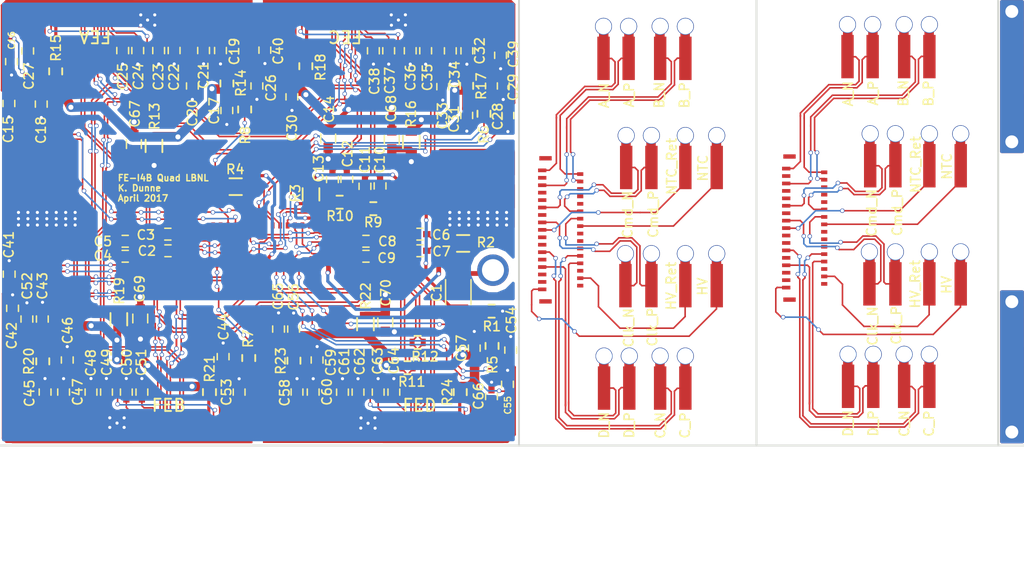
<source format=kicad_pcb>
(kicad_pcb (version 4) (host pcbnew 4.0.5)
  (layers (0 F.Cu signal) (31 B.Cu signal) (34 B.Paste user hide) (35 F.Paste user hide) (36 B.SilkS user hide) (37 F.SilkS user) (38 B.Mask user) (39 F.Mask user hide) (44 Edge.Cuts user hide))
  (net 0 "")
  (net 1 "Net-(C1-Pad1)")
  (net 2 "Net-(C1-Pad2)")
  (net 3 /FEA_P)
  (net 4 /FEA_N)
  (net 5 /FEB_P)
  (net 6 /FEB_N)
  (net 7 /FEC_P)
  (net 8 /FEC_N)
  (net 9 /FED_P)
  (net 10 /FED_N)
  (net 11 /Clk_N)
  (net 12 /Clk_P)
  (net 13 /Cmd_N)
  (net 14 /Cmd_P)
  (net 15 GND)
  (net 16 /VDD_A)
  (net 17 /VDA_A)
  (net 18 /FEA/Vref2)
  (net 19 /FEA/Vref1)
  (net 20 /FEA/Iref_out_P)
  (net 21 /FEA/RA1bar_P)
  (net 22 /FEA/GadcVref_P)
  (net 23 /FEA/RD1bar_P)
  (net 24 /FEA/RD2Bar_P)
  (net 25 /FEA/DetBias_L)
  (net 26 /FEA/DetBias_R)
  (net 27 /VDD_C)
  (net 28 /VDA_C)
  (net 29 /FEC/Vref2)
  (net 30 /FEC/Vref1)
  (net 31 /FEC/Iref_out_P)
  (net 32 /FEC/RA1bar_P)
  (net 33 /FEC/GadcVref_P)
  (net 34 /FEC/RD1bar_P)
  (net 35 /FEC/RD2Bar_P)
  (net 36 /FEC/DetBias_L)
  (net 37 /FEC/DetBias_R)
  (net 38 /VDD_B)
  (net 39 /VDA_B)
  (net 40 /FEB/Vref2)
  (net 41 /FEB/Vref1)
  (net 42 /FEB/Iref_out_P)
  (net 43 /FEB/RA1bar_P)
  (net 44 /FEB/GadcVref_P)
  (net 45 /FEB/RD1bar_P)
  (net 46 /FEB/RD2Bar_P)
  (net 47 /FEB/DetBias_L)
  (net 48 /FEB/DetBias_R)
  (net 49 /VDD_D)
  (net 50 /VDA_D)
  (net 51 /FED/Vref2)
  (net 52 /FED/Vref1)
  (net 53 /FED/Iref_out_P)
  (net 54 /FED/RA1bar_P)
  (net 55 /FED/GadcVref_P)
  (net 56 /FED/RD1bar_P)
  (net 57 /FED/RD2Bar_P)
  (net 58 /FED/DetBias_L)
  (net 59 /FED/DetBias_R)
  (net 60 "Net-(FE1-PadB7)")
  (net 61 "Net-(FE1-Pad116)")
  (net 62 "Net-(FE2-PadB7)")
  (net 63 "Net-(FE2-Pad116)")
  (net 64 "Net-(FE3-PadB7)")
  (net 65 "Net-(FE3-Pad116)")
  (net 66 "Net-(FE4-PadB7)")
  (net 67 "Net-(FE4-Pad116)")
  (net 68 "Net-(J1-Pad31)")
  (net 69 /DO_A_N)
  (net 70 /DO_A_P)
  (net 71 /DO_B_N)
  (net 72 /DO_B_P)
  (net 73 /DO_C_N)
  (net 74 /DO_C_P)
  (net 75 /DO_D_N)
  (net 76 /DO_D_P)
  (net 77 "Net-(J1-Pad3)")
  (net 78 /NTC_Ret)
  (net 79 /HV)
  (net 80 "Net-(J1-Pad6)")
  (net 81 /NTC)
  (net 82 /HV_Ret)
  (net 83 "Net-(J1-Pad22)")
  (net 84 "Net-(J1-Pad28)")
  (net 85 /Vin_Sense_A)
  (net 86 /Vin_Sense_C)
  (net 87 /Vin_Sense_B)
  (net 88 /Vin_Sense_D)
  (net 89 "Net-(J1-Pad13)")
  (net 90 "Net-(J1-Pad25)")
  (net 91 "Net-(J1-Pad29)")
  (net 92 "Net-(J1-Pad32)")
  (net 93 /FEA/Vin)
  (net 94 "Net-(J2-Pad3)")
  (net 95 "Net-(J2-Pad7)")
  (net 96 "Net-(J2-Pad9)")
  (net 97 "Net-(J2-Pad13)")
  (net 98 "Net-(J2-Pad19)")
  (net 99 "Net-(J2-Pad21)")
  (net 100 "Net-(J2-Pad25)")
  (net 101 "Net-(J2-Pad29)")
  (net 102 "Net-(J2-Pad31)")
  (net 103 "Net-(J2-Pad6)")
  (net 104 "Net-(J2-Pad8)")
  (net 105 "Net-(J2-Pad10)")
  (net 106 "Net-(J2-Pad18)")
  (net 107 "Net-(J2-Pad20)")
  (net 108 "Net-(J2-Pad22)")
  (net 109 "Net-(J2-Pad28)")
  (net 110 "Net-(J2-Pad32)")
  (net 111 /connect/DO_B_P)
  (net 112 /connect/DO_B_N)
  (net 113 /connect/DO_A_N)
  (net 114 /connect/DO_A_P)
  (net 115 /connect/Cmd_N)
  (net 116 /connect/Clk_N)
  (net 117 /connect/DO_C_P)
  (net 118 /connect/DO_D_P)
  (net 119 /connect/Cmd_P)
  (net 120 /connect/Clk_P)
  (net 121 /connect/DO_C_N)
  (net 122 /connect/DO_D_N)
  (net 123 /connect/HV)
  (net 124 /connect/HV_Ret)
  (net 125 /connect/NTC_Ret)
  (net 126 /connect/NTC)
  (module module:term (layer F.Cu) (at 184.98566 89.027 90)
    (fp_text reference U11 hide)
    (fp_text value term)
    (pad 1 smd rect (at -0.00254 0 90) (size 3.5 1) (layers F.Cu F.Paste F.Mask) (net 111 /connect/DO_B_P))
    (pad e thru_hole circle (at 2.57556 0 90) (size 1.3716 1.3716) (drill 1.27) (layers *.Cu *.Mask))
  )
  (module module:term (layer F.Cu) (at 182.95112 89.027 90)
    (fp_text reference U5 hide)
    (fp_text value term)
    (pad 1 smd rect (at -0.00254 0 90) (size 3.5 1) (layers F.Cu F.Paste F.Mask) (net 112 /connect/DO_B_N))
    (pad e thru_hole circle (at 2.57556 0 90) (size 1.3716 1.3716) (drill 1.27) (layers *.Cu *.Mask))
  )
  (module module:term (layer F.Cu) (at 180.40858 89.027 90)
    (fp_text reference U10 hide)
    (fp_text value term)
    (pad 1 smd rect (at -0.00254 0 90) (size 3.5 1) (layers F.Cu F.Paste F.Mask) (net 114 /connect/DO_A_P))
    (pad e thru_hole circle (at 2.57556 0 90) (size 1.3716 1.3716) (drill 1.27) (layers *.Cu *.Mask))
  )
  (module module:term (layer F.Cu) (at 178.38166 89.027 90)
    (fp_text reference U4 hide)
    (fp_text value term)
    (pad 1 smd rect (at -0.00254 0 90) (size 3.5 1) (layers F.Cu F.Paste F.Mask) (net 113 /connect/DO_A_N))
    (pad e thru_hole circle (at 2.57556 0 90) (size 1.3716 1.3716) (drill 1.27) (layers *.Cu *.Mask))
  )
  (module module:term (layer F.Cu) (at 182.94858 115.62334 90)
    (fp_text reference U14 hide)
    (fp_text value term)
    (pad 1 smd rect (at -0.00254 0 90) (size 3.5 1) (layers F.Cu F.Paste F.Mask) (net 121 /connect/DO_C_N))
    (pad e thru_hole circle (at 2.57556 0 90) (size 1.3716 1.3716) (drill 1.27) (layers *.Cu *.Mask))
  )
  (module module:term (layer F.Cu) (at 184.98312 115.62334 90)
    (fp_text reference U8 hide)
    (fp_text value term)
    (pad 1 smd rect (at -0.00254 0 90) (size 3.5 1) (layers F.Cu F.Paste F.Mask) (net 117 /connect/DO_C_P))
    (pad e thru_hole circle (at 2.57556 0 90) (size 1.3716 1.3716) (drill 1.27) (layers *.Cu *.Mask))
  )
  (module module:term (layer F.Cu) (at 180.45938 115.62334 90)
    (fp_text reference U9 hide)
    (fp_text value term)
    (pad 1 smd rect (at -0.00254 0 90) (size 3.5 1) (layers F.Cu F.Paste F.Mask) (net 118 /connect/DO_D_P))
    (pad e thru_hole circle (at 2.57556 0 90) (size 1.3716 1.3716) (drill 1.27) (layers *.Cu *.Mask))
  )
  (module module:term (layer F.Cu) (at 178.42484 115.62334 90)
    (fp_text reference U15 hide)
    (fp_text value term)
    (pad 1 smd rect (at -0.00254 0 90) (size 3.5 1) (layers F.Cu F.Paste F.Mask) (net 122 /connect/DO_D_N))
    (pad e thru_hole circle (at 2.57556 0 90) (size 1.3716 1.3716) (drill 1.27) (layers *.Cu *.Mask))
  )
  (module module:term (layer F.Cu) (at 184.98312 97.83064 90)
    (fp_text reference U18 hide)
    (fp_text value term)
    (pad 1 smd rect (at -0.00254 0 90) (size 3.5 1) (layers F.Cu F.Paste F.Mask) (net 125 /connect/NTC_Ret))
    (pad e thru_hole circle (at 2.57556 0 90) (size 1.3716 1.3716) (drill 1.27) (layers *.Cu *.Mask))
  )
  (module module:term (layer F.Cu) (at 182.245 97.83064 90)
    (fp_text reference U12 hide)
    (fp_text value term)
    (pad 1 smd rect (at -0.00254 0 90) (size 3.5 1) (layers F.Cu F.Paste F.Mask) (net 119 /connect/Cmd_P))
    (pad e thru_hole circle (at 2.57556 0 90) (size 1.3716 1.3716) (drill 1.27) (layers *.Cu *.Mask))
  )
  (module module:term (layer F.Cu) (at 180.21046 97.83064 90)
    (fp_text reference U6 hide)
    (fp_text value term)
    (pad 1 smd rect (at -0.00254 0 90) (size 3.5 1) (layers F.Cu F.Paste F.Mask) (net 115 /connect/Cmd_N))
    (pad e thru_hole circle (at 2.57556 0 90) (size 1.3716 1.3716) (drill 1.27) (layers *.Cu *.Mask))
  )
  (module module:term (layer F.Cu) (at 187.51296 97.83064 90)
    (fp_text reference U19 hide)
    (fp_text value term)
    (pad 1 smd rect (at -0.00254 0 90) (size 3.5 1) (layers F.Cu F.Paste F.Mask) (net 126 /connect/NTC))
    (pad e thru_hole circle (at 2.57556 0 90) (size 1.3716 1.3716) (drill 1.27) (layers *.Cu *.Mask))
  )
  (module module:term (layer F.Cu) (at 184.98312 107.36072 90)
    (fp_text reference U17 hide)
    (fp_text value term)
    (pad 1 smd rect (at -0.00254 0 90) (size 3.5 1) (layers F.Cu F.Paste F.Mask) (net 124 /connect/HV_Ret))
    (pad e thru_hole circle (at 2.57556 0 90) (size 1.3716 1.3716) (drill 1.27) (layers *.Cu *.Mask))
  )
  (module module:term (layer F.Cu) (at 182.245 107.36072 90)
    (fp_text reference U13 hide)
    (fp_text value term)
    (pad 1 smd rect (at -0.00254 0 90) (size 3.5 1) (layers F.Cu F.Paste F.Mask) (net 120 /connect/Clk_P))
    (pad e thru_hole circle (at 2.57556 0 90) (size 1.3716 1.3716) (drill 1.27) (layers *.Cu *.Mask))
  )
  (module module:term (layer F.Cu) (at 180.1495 107.36072 90)
    (fp_text reference U7 hide)
    (fp_text value term)
    (pad 1 smd rect (at -0.00254 0 90) (size 3.5 1) (layers F.Cu F.Paste F.Mask) (net 116 /connect/Clk_N))
    (pad e thru_hole circle (at 2.57556 0 90) (size 1.3716 1.3716) (drill 1.27) (layers *.Cu *.Mask))
  )
  (module module:conn (layer F.Cu) (at 176.50206 98.36404 270)
    (fp_text reference J2 hide)
    (fp_text value Conn)
    (pad 34 smd rect (at -1.275 2.8 270) (size 0.35 1) (layers F.Cu F.Paste F.Mask))
    (pad 4 smd rect (at 0.6 0 270) (size 0.3 0.5) (layers F.Cu F.Paste F.Mask) (net 111 /connect/DO_B_P))
    (pad 5 smd rect (at 0.9 3.065 270) (size 0.3 0.67) (layers F.Cu F.Paste F.Mask) (net 112 /connect/DO_B_N))
    (pad 1 smd rect (at -0.3 3.065 270) (size 0.3 0.67) (layers F.Cu F.Paste F.Mask) (net 113 /connect/DO_A_N))
    (pad 2 smd rect (at 0 0 270) (size 0.3 0.5) (layers F.Cu F.Paste F.Mask) (net 114 /connect/DO_A_P))
    (pad 3 smd rect (at 0.3 3.065 270) (size 0.3 0.67) (layers F.Cu F.Paste F.Mask) (net 94 "Net-(J2-Pad3)"))
    (pad 7 smd rect (at 1.5 3.065 270) (size 0.3 0.67) (layers F.Cu F.Paste F.Mask) (net 95 "Net-(J2-Pad7)"))
    (pad 9 smd rect (at 2.1 3.065 270) (size 0.3 0.67) (layers F.Cu F.Paste F.Mask) (net 96 "Net-(J2-Pad9)"))
    (pad 11 smd rect (at 2.7 3.065 270) (size 0.3 0.67) (layers F.Cu F.Paste F.Mask) (net 115 /connect/Cmd_N))
    (pad 13 smd rect (at 3.3 3.065 270) (size 0.3 0.67) (layers F.Cu F.Paste F.Mask) (net 97 "Net-(J2-Pad13)"))
    (pad 15 smd rect (at 3.9 3.065 270) (size 0.3 0.67) (layers F.Cu F.Paste F.Mask) (net 116 /connect/Clk_N))
    (pad 17 smd rect (at 4.5 3.065 270) (size 0.3 0.67) (layers F.Cu F.Paste F.Mask) (net 125 /connect/NTC_Ret))
    (pad 19 smd rect (at 5.1 3.065 270) (size 0.3 0.67) (layers F.Cu F.Paste F.Mask) (net 98 "Net-(J2-Pad19)"))
    (pad 21 smd rect (at 5.7 3.065 270) (size 0.3 0.67) (layers F.Cu F.Paste F.Mask) (net 99 "Net-(J2-Pad21)"))
    (pad 23 smd rect (at 6.3 3.065 270) (size 0.3 0.67) (layers F.Cu F.Paste F.Mask) (net 117 /connect/DO_C_P))
    (pad 25 smd rect (at 6.9 3.065 270) (size 0.3 0.67) (layers F.Cu F.Paste F.Mask) (net 100 "Net-(J2-Pad25)"))
    (pad 27 smd rect (at 7.5 3.065 270) (size 0.3 0.67) (layers F.Cu F.Paste F.Mask) (net 118 /connect/DO_D_P))
    (pad 29 smd rect (at 8.1 3.065 270) (size 0.3 0.67) (layers F.Cu F.Paste F.Mask) (net 101 "Net-(J2-Pad29)"))
    (pad 31 smd rect (at 8.7 3.065 270) (size 0.3 0.67) (layers F.Cu F.Paste F.Mask) (net 102 "Net-(J2-Pad31)"))
    (pad 33 smd rect (at 9.3 3.065 270) (size 0.3 0.67) (layers F.Cu F.Paste F.Mask) (net 123 /connect/HV))
    (pad 6 smd rect (at 1.2 0 270) (size 0.3 0.5) (layers F.Cu F.Paste F.Mask) (net 103 "Net-(J2-Pad6)"))
    (pad 8 smd rect (at 1.8 0 270) (size 0.3 0.5) (layers F.Cu F.Paste F.Mask) (net 104 "Net-(J2-Pad8)"))
    (pad 10 smd rect (at 2.4 0 270) (size 0.3 0.5) (layers F.Cu F.Paste F.Mask) (net 105 "Net-(J2-Pad10)"))
    (pad 12 smd rect (at 3 0 270) (size 0.3 0.5) (layers F.Cu F.Paste F.Mask) (net 119 /connect/Cmd_P))
    (pad 14 smd rect (at 3.6 0 270) (size 0.3 0.5) (layers F.Cu F.Paste F.Mask) (net 120 /connect/Clk_P))
    (pad 16 smd rect (at 4.2 0 270) (size 0.3 0.5) (layers F.Cu F.Paste F.Mask) (net 126 /connect/NTC))
    (pad 18 smd rect (at 4.8 0 270) (size 0.3 0.5) (layers F.Cu F.Paste F.Mask) (net 106 "Net-(J2-Pad18)"))
    (pad 20 smd rect (at 5.4 0 270) (size 0.3 0.5) (layers F.Cu F.Paste F.Mask) (net 107 "Net-(J2-Pad20)"))
    (pad 22 smd rect (at 6 0 270) (size 0.3 0.5) (layers F.Cu F.Paste F.Mask) (net 108 "Net-(J2-Pad22)"))
    (pad 24 smd rect (at 6.6 0 270) (size 0.3 0.5) (layers F.Cu F.Paste F.Mask) (net 121 /connect/DO_C_N))
    (pad 26 smd rect (at 7.2 0 270) (size 0.3 0.5) (layers F.Cu F.Paste F.Mask) (net 122 /connect/DO_D_N))
    (pad 28 smd rect (at 7.8 0 270) (size 0.3 0.5) (layers F.Cu F.Paste F.Mask) (net 109 "Net-(J2-Pad28)"))
    (pad 30 smd rect (at 8.4 0 270) (size 0.3 0.5) (layers F.Cu F.Paste F.Mask) (net 124 /connect/HV_Ret))
    (pad 32 smd rect (at 9 0 270) (size 0.3 0.5) (layers F.Cu F.Paste F.Mask) (net 110 "Net-(J2-Pad32)"))
    (pad 35 smd rect (at 10.27 2.8 270) (size 0.35 1) (layers F.Cu F.Paste F.Mask))
  )
  (module module:term (layer F.Cu) (at 187.51296 107.36072 90)
    (fp_text reference U16 hide)
    (fp_text value term)
    (pad 1 smd rect (at -0.00254 0 90) (size 3.5 1) (layers F.Cu F.Paste F.Mask) (net 123 /connect/HV))
    (pad e thru_hole circle (at 2.57556 0 90) (size 1.3716 1.3716) (drill 1.27) (layers *.Cu *.Mask))
  )
  (module Capacitors_SMD:C_0402 (layer F.Cu) (at 143.89608 104.69372)
    (fp_text reference C7 (at 1.73736 0.05588) (layer F.SilkS) (effects (font (size 0.762 0.762) (thickness 0.127))))
    (fp_text value 10n)
    (pad 1 smd rect (at -0.55 0) (size 0.6 0.5) (layers F.Cu F.Paste F.Mask) (net 74 /DO_C_P))
    (pad 2 smd rect (at 0.55 0) (size 0.6 0.5) (layers F.Cu F.Paste F.Mask) (net 7 /FEC_P))
  )
  (module Capacitors_SMD:C_0402 (layer F.Cu) (at 115.14836 116.0907 90)
    (fp_text reference C47 (at 0.00508 1.13538 90) (layer F.SilkS) (effects (font (size 0.762 0.762) (thickness 0.127))))
    (fp_text value 2.2u)
    (pad 1 smd rect (at -0.55 0 90) (size 0.6 0.5) (layers F.Cu F.Paste F.Mask) (net 42 /FEB/Iref_out_P))
    (pad 2 smd rect (at 0.55 0 90) (size 0.6 0.5) (layers F.Cu F.Paste F.Mask) (net 15 GND))
  )
  (module module:WirebondPads (layer F.Cu) (at 150.37 85.44 180)
    (fp_text reference FE2 hide)
    (fp_text value FE-I4B)
    (pad B1 smd rect (at -0.01016 -0.72644 180) (size 0.15 1) (layers F.Cu F.Paste F.Mask) (net 36 /FEC/DetBias_L))
    (pad B3 smd rect (at 0.4064 -0.72644 180) (size 0.381 1) (layers F.Cu F.Paste F.Mask) (net 86 /Vin_Sense_C))
    (pad B7 smd rect (at 0.92084 -0.72644 180) (size 0.254 1) (layers F.Cu F.Paste F.Mask) (net 62 "Net-(FE2-PadB7)"))
    (pad B8 smd rect (at 1.2588 -0.72644 180) (size 0.15 1) (layers F.Cu F.Paste F.Mask) (net 29 /FEC/Vref2))
    (pad 15 smd rect (at 1.5358 -0.72644 180) (size 0.15 1) (layers F.Cu F.Paste F.Mask) (net 29 /FEC/Vref2))
    (pad 19 smd rect (at 1.8128 -0.72644 180) (size 0.15 1) (layers F.Cu F.Paste F.Mask) (net 29 /FEC/Vref2))
    (pad 21 smd rect (at 2.0898 -0.72644 180) (size 0.15 1) (layers F.Cu F.Paste F.Mask) (net 30 /FEC/Vref1))
    (pad 29 smd rect (at 2.88984 -0.72644 180) (size 0.15 1) (layers F.Cu F.Paste F.Mask) (net 31 /FEC/Iref_out_P))
    (pad 30 smd rect (at 3.16684 -0.72644 180) (size 0.15 1) (layers F.Cu F.Paste F.Mask) (net 31 /FEC/Iref_out_P))
    (pad 41 smd rect (at 4.68984 -0.72644 180) (size 0.15 1) (layers F.Cu F.Paste F.Mask) (net 32 /FEC/RA1bar_P))
    (pad 43 smd rect (at 5.24384 -0.72644 180) (size 0.15 1) (layers F.Cu F.Paste F.Mask) (net 33 /FEC/GadcVref_P))
    (pad 84 smd rect (at 11.10984 -0.72644 180) (size 0.15 1) (layers F.Cu F.Paste F.Mask) (net 34 /FEC/RD1bar_P))
    (pad 85 smd rect (at 11.38684 -0.72644 180) (size 0.15 1) (layers F.Cu F.Paste F.Mask) (net 35 /FEC/RD2Bar_P))
    (pad 88 smd rect (at 11.68984 -0.72644 180) (size 0.15 1) (layers F.Cu F.Paste F.Mask) (net 11 /Clk_N))
    (pad 89 smd rect (at 11.96684 -0.72644 180) (size 0.15 1) (layers F.Cu F.Paste F.Mask) (net 12 /Clk_P))
    (pad 90 smd rect (at 12.24384 -0.72644 180) (size 0.15 1) (layers F.Cu F.Paste F.Mask) (net 13 /Cmd_N))
    (pad 91 smd rect (at 12.52084 -0.72644 180) (size 0.15 1) (layers F.Cu F.Paste F.Mask) (net 14 /Cmd_P))
    (pad 99 smd rect (at 13.28984 -0.72644 180) (size 0.15 1) (layers F.Cu F.Paste F.Mask) (net 7 /FEC_P))
    (pad 100 smd rect (at 13.56684 -0.72644 180) (size 0.15 1) (layers F.Cu F.Paste F.Mask) (net 8 /FEC_N))
    (pad 116 smd rect (at 15.621 -0.72644 180) (size 0.254 1) (layers F.Cu F.Paste F.Mask) (net 63 "Net-(FE2-Pad116)"))
    (pad 117 smd rect (at 16 -0.72644 180) (size 0.15 1) (layers F.Cu F.Paste F.Mask) (net 30 /FEC/Vref1))
    (pad 121 smd rect (at 16.81684 -0.72644 180) (size 0.381 1) (layers F.Cu F.Paste F.Mask) (net 86 /Vin_Sense_C))
    (pad B12 smd rect (at 18.98984 -0.72644 180) (size 0.15 1) (layers F.Cu F.Paste F.Mask) (net 37 /FEC/DetBias_R))
    (pad B4 smd rect (at 9.44626 0.46228 180) (size 19.4 0.25) (layers F.Cu F.Paste F.Mask) (net 28 /VDA_C))
    (pad 120 smd rect (at 9.44626 0.84836 180) (size 19.4 0.25) (layers F.Cu F.Paste F.Mask) (net 27 /VDD_C))
    (pad B5 smd rect (at 9.44626 0.08048 180) (size 19.4 0.25) (layers F.Cu F.Paste F.Mask) (net 15 GND))
    (pad B5 smd rect (at 8.2169 -0.64008 180) (size 1.524 1.2) (layers F.Cu F.Paste F.Mask) (net 15 GND))
  )
  (module module:Power_Pad (layer F.Cu) (at 148.5011 100.3046)
    (fp_text reference U1 hide)
    (fp_text value Solder_Pad)
    (pad 2 smd rect (at 0.0381 -0.00762) (size 6 1.9177) (layers F.Cu F.Paste F.Mask) (net 93 /FEA/Vin))
    (pad 1 smd rect (at 0.0381 -2.667) (size 6 1.9177) (layers F.Cu F.Paste F.Mask) (net 93 /FEA/Vin))
  )
  (module module:Power_Pad (layer F.Cu) (at 113.14176 100.3046)
    (fp_text reference U2 hide)
    (fp_text value Solder_Pad)
    (pad 2 smd rect (at 0.0381 -0.00762) (size 6 1.9177) (layers F.Cu F.Paste F.Mask) (net 15 GND))
    (pad 1 smd rect (at 0.0381 -2.667) (size 6 1.9177) (layers F.Cu F.Paste F.Mask) (net 15 GND))
  )
  (module Capacitors_SMD:C_0402 (layer F.Cu) (at 150.61184 91.39936 270)
    (fp_text reference C29 (at 0.10922 -0.80264 450) (layer F.SilkS) (effects (font (size 0.762 0.762) (thickness 0.127))))
    (fp_text value 2.2u)
    (pad 1 smd rect (at -0.55 0 270) (size 0.6 0.5) (layers F.Cu F.Paste F.Mask) (net 28 /VDA_C))
    (pad 2 smd rect (at 0.55 0 270) (size 0.6 0.5) (layers F.Cu F.Paste F.Mask) (net 15 GND))
  )
  (module Resistors_SMD:R_0402 (layer F.Cu) (at 130.08102 113.34496 90)
    (fp_text reference R7 (at 1.5621 -0.04318 90) (layer F.SilkS) (effects (font (size 0.762 0.762) (thickness 0.127))))
    (fp_text value 0)
    (pad 1 smd rect (at -0.45 0 90) (size 0.4 0.6) (layers F.Cu F.Paste F.Mask) (net 87 /Vin_Sense_B))
    (pad 2 smd rect (at 0.45 0 90) (size 0.4 0.6) (layers F.Cu F.Paste F.Mask) (net 77 "Net-(J1-Pad3)"))
  )
  (module Capacitors_SMD:C_0402 (layer F.Cu) (at 133.97484 116.08816 90)
    (fp_text reference C58 (at -0.05588 -0.9906 90) (layer F.SilkS) (effects (font (size 0.762 0.762) (thickness 0.127))))
    (fp_text value 2.2u)
    (pad 1 smd rect (at -0.55 0 90) (size 0.6 0.5) (layers F.Cu F.Paste F.Mask) (net 51 /FED/Vref2))
    (pad 2 smd rect (at 0.55 0 90) (size 0.6 0.5) (layers F.Cu F.Paste F.Mask) (net 15 GND))
  )
  (module Capacitors_SMD:C_0402 (layer F.Cu) (at 111.03102 109.3343 90)
    (fp_text reference C42 (at -2.20218 -0.0635 90) (layer F.SilkS) (effects (font (size 0.762 0.762) (thickness 0.127))))
    (fp_text value 2.2u)
    (pad 1 smd rect (at -0.55 0 90) (size 0.6 0.5) (layers F.Cu F.Paste F.Mask) (net 39 /VDA_B))
    (pad 2 smd rect (at 0.55 0 90) (size 0.6 0.5) (layers F.Cu F.Paste F.Mask) (net 15 GND))
  )
  (module Capacitors_SMD:C_0402 (layer F.Cu) (at 120.20804 116.09324 90)
    (fp_text reference C50 (at 2.39776 0.04318 90) (layer F.SilkS) (effects (font (size 0.762 0.762) (thickness 0.127))))
    (fp_text value 2.2u)
    (pad 1 smd rect (at -0.55 0 90) (size 0.6 0.5) (layers F.Cu F.Paste F.Mask) (net 45 /FEB/RD1bar_P))
    (pad 2 smd rect (at 0.55 0 90) (size 0.6 0.5) (layers F.Cu F.Paste F.Mask) (net 15 GND))
  )
  (module Capacitors_SMD:C_0402 (layer F.Cu) (at 113.65484 116.0907 90)
    (fp_text reference C45 (at -0.09652 -1.25476 90) (layer F.SilkS) (effects (font (size 0.762 0.762) (thickness 0.127))))
    (fp_text value 2.2u)
    (pad 1 smd rect (at -0.55 0 90) (size 0.6 0.5) (layers F.Cu F.Paste F.Mask) (net 40 /FEB/Vref2))
    (pad 2 smd rect (at 0.55 0 90) (size 0.6 0.5) (layers F.Cu F.Paste F.Mask) (net 15 GND))
  )
  (module Capacitors_SMD:C_0402 (layer F.Cu) (at 139.53744 105.13568)
    (fp_text reference C9 (at 1.66624 0.14224) (layer F.SilkS) (effects (font (size 0.762 0.762) (thickness 0.127))))
    (fp_text value 10n)
    (pad 1 smd rect (at -0.55 0) (size 0.6 0.5) (layers F.Cu F.Paste F.Mask) (net 76 /DO_D_P))
    (pad 2 smd rect (at 0.55 0) (size 0.6 0.5) (layers F.Cu F.Paste F.Mask) (net 9 /FED_P))
  )
  (module Capacitors_SMD:C_0402 (layer F.Cu) (at 140.67536 99.46132 90)
    (fp_text reference C10 (at 2.1082 -0.02032 90) (layer F.SilkS) (effects (font (size 0.762 0.762) (thickness 0.127))))
    (fp_text value 10n)
    (pad 1 smd rect (at -0.55 0 90) (size 0.6 0.5) (layers F.Cu F.Paste F.Mask) (net 11 /Clk_N))
    (pad 2 smd rect (at 0.55 0 90) (size 0.6 0.5) (layers F.Cu F.Paste F.Mask) (net 11 /Clk_N))
  )
  (module Capacitors_SMD:C_0402 (layer F.Cu) (at 139.53744 103.92664)
    (fp_text reference C8 (at 1.7272 0.01016) (layer F.SilkS) (effects (font (size 0.762 0.762) (thickness 0.127))))
    (fp_text value 10n)
    (pad 1 smd rect (at -0.55 0) (size 0.6 0.5) (layers F.Cu F.Paste F.Mask) (net 75 /DO_D_N))
    (pad 2 smd rect (at 0.55 0) (size 0.6 0.5) (layers F.Cu F.Paste F.Mask) (net 10 /FED_N))
  )
  (module Capacitors_SMD:C_0402 (layer F.Cu) (at 123.56592 104.69372 180)
    (fp_text reference C2 (at 1.69672 -0.01016 180) (layer F.SilkS) (effects (font (size 0.762 0.762) (thickness 0.127))))
    (fp_text value 10n)
    (pad 1 smd rect (at -0.55 0 180) (size 0.6 0.5) (layers F.Cu F.Paste F.Mask) (net 69 /DO_A_N))
    (pad 2 smd rect (at 0.55 0 180) (size 0.6 0.5) (layers F.Cu F.Paste F.Mask) (net 4 /FEA_N))
  )
  (module Capacitors_SMD:C_0402 (layer F.Cu) (at 123.55576 103.3526 180)
    (fp_text reference C3 (at 1.77292 -0.0635 180) (layer F.SilkS) (effects (font (size 0.762 0.762) (thickness 0.127))))
    (fp_text value 10n)
    (pad 1 smd rect (at -0.55 0 180) (size 0.6 0.5) (layers F.Cu F.Paste F.Mask) (net 70 /DO_A_P))
    (pad 2 smd rect (at 0.55 0 180) (size 0.6 0.5) (layers F.Cu F.Paste F.Mask) (net 3 /FEA_P))
  )
  (module Capacitors_SMD:C_0402 (layer F.Cu) (at 120.1166 105.13568 180)
    (fp_text reference C4 (at 1.80086 0.04064 180) (layer F.SilkS) (effects (font (size 0.762 0.762) (thickness 0.127))))
    (fp_text value 10n)
    (pad 1 smd rect (at -0.55 0 180) (size 0.6 0.5) (layers F.Cu F.Paste F.Mask) (net 71 /DO_B_N))
    (pad 2 smd rect (at 0.55 0 180) (size 0.6 0.5) (layers F.Cu F.Paste F.Mask) (net 6 /FEB_N))
  )
  (module Capacitors_SMD:C_0402 (layer F.Cu) (at 120.1166 103.92664 180)
    (fp_text reference C5 (at 1.80086 -0.0127 180) (layer F.SilkS) (effects (font (size 0.762 0.762) (thickness 0.127))))
    (fp_text value 10n)
    (pad 1 smd rect (at -0.55 0 180) (size 0.6 0.5) (layers F.Cu F.Paste F.Mask) (net 72 /DO_B_P))
    (pad 2 smd rect (at 0.55 0 180) (size 0.6 0.5) (layers F.Cu F.Paste F.Mask) (net 5 /FEB_P))
  )
  (module Capacitors_SMD:C_0402 (layer F.Cu) (at 143.89608 103.3526)
    (fp_text reference C6 (at 1.71704 0.05588) (layer F.SilkS) (effects (font (size 0.762 0.762) (thickness 0.127))))
    (fp_text value 10n)
    (pad 1 smd rect (at -0.55 0) (size 0.6 0.5) (layers F.Cu F.Paste F.Mask) (net 73 /DO_C_N))
    (pad 2 smd rect (at 0.55 0) (size 0.6 0.5) (layers F.Cu F.Paste F.Mask) (net 8 /FEC_N))
  )
  (module Capacitors_SMD:C_0402 (layer F.Cu) (at 139.45616 99.4918 90)
    (fp_text reference C11 (at 2.159 0 90) (layer F.SilkS) (effects (font (size 0.762 0.762) (thickness 0.127))))
    (fp_text value 10n)
    (pad 1 smd rect (at -0.55 0 90) (size 0.6 0.5) (layers F.Cu F.Paste F.Mask) (net 12 /Clk_P))
    (pad 2 smd rect (at 0.55 0 90) (size 0.6 0.5) (layers F.Cu F.Paste F.Mask) (net 12 /Clk_P))
  )
  (module Capacitors_SMD:C_0402 (layer F.Cu) (at 137.99312 98.92792 90)
    (fp_text reference C12 (at 2.06248 0.06096 270) (layer F.SilkS) (effects (font (size 0.762 0.762) (thickness 0.127))))
    (fp_text value 10n)
    (pad 1 smd rect (at -0.55 0 90) (size 0.6 0.5) (layers F.Cu F.Paste F.Mask) (net 13 /Cmd_N))
    (pad 2 smd rect (at 0.55 0 90) (size 0.6 0.5) (layers F.Cu F.Paste F.Mask) (net 13 /Cmd_N))
  )
  (module Capacitors_SMD:C_0402 (layer F.Cu) (at 136.83488 98.94316 90)
    (fp_text reference C13 (at 0.86868 -1.10998 90) (layer F.SilkS) (effects (font (size 0.762 0.762) (thickness 0.127))))
    (fp_text value 10n)
    (pad 1 smd rect (at -0.55 0 90) (size 0.6 0.5) (layers F.Cu F.Paste F.Mask) (net 14 /Cmd_P))
    (pad 2 smd rect (at 0.55 0 90) (size 0.6 0.5) (layers F.Cu F.Paste F.Mask) (net 14 /Cmd_P))
  )
  (module Capacitors_SMD:C_0603 (layer F.Cu) (at 136.48944 95.631 90)
    (fp_text reference C14 (at 2.34442 0.07366 90) (layer F.SilkS) (effects (font (size 0.762 0.762) (thickness 0.127))))
    (fp_text value 10u)
    (pad 1 smd rect (at -0.75 0 90) (size 0.8 0.75) (layers F.Cu F.Paste F.Mask) (net 93 /FEA/Vin))
    (pad 2 smd rect (at 0.75 0 90) (size 0.8 0.75) (layers F.Cu F.Paste F.Mask) (net 15 GND))
  )
  (module Capacitors_SMD:C_0402 (layer F.Cu) (at 110.73384 92.8116 270)
    (fp_text reference C15 (at 2.09296 0.04826 270) (layer F.SilkS) (effects (font (size 0.762 0.762) (thickness 0.127))))
    (fp_text value 2.2u)
    (pad 1 smd rect (at -0.55 0 270) (size 0.6 0.5) (layers F.Cu F.Paste F.Mask) (net 16 /VDD_A))
    (pad 2 smd rect (at 0.55 0 270) (size 0.6 0.5) (layers F.Cu F.Paste F.Mask) (net 15 GND))
  )
  (module Capacitors_SMD:C_0402 (layer F.Cu) (at 110.9472 89.4334 270)
    (fp_text reference C16 (at -1.7145 -0.00762 270) (layer F.SilkS) (effects (font (size 0.508 0.508) (thickness 0.1016))))
    (fp_text value 2.2u)
    (pad 1 smd rect (at -0.55 0 270) (size 0.6 0.5) (layers F.Cu F.Paste F.Mask) (net 17 /VDA_A))
    (pad 2 smd rect (at 0.55 0 270) (size 0.6 0.5) (layers F.Cu F.Paste F.Mask) (net 15 GND))
  )
  (module Capacitors_SMD:C_0402 (layer F.Cu) (at 128.31318 93.37802 270)
    (fp_text reference C17 (at 0.03048 1.02108 450) (layer F.SilkS) (effects (font (size 0.762 0.762) (thickness 0.127))))
    (fp_text value 2.2u)
    (pad 1 smd rect (at -0.55 0 270) (size 0.6 0.5) (layers F.Cu F.Paste F.Mask) (net 85 /Vin_Sense_A))
    (pad 2 smd rect (at 0.55 0 270) (size 0.6 0.5) (layers F.Cu F.Paste F.Mask) (net 15 GND))
  )
  (module Capacitors_SMD:C_0402 (layer F.Cu) (at 113.34496 92.8624 270)
    (fp_text reference C18 (at 2.10566 0.02032 270) (layer F.SilkS) (effects (font (size 0.762 0.762) (thickness 0.127))))
    (fp_text value 2.2u)
    (pad 1 smd rect (at -0.55 0 270) (size 0.6 0.5) (layers F.Cu F.Paste F.Mask) (net 85 /Vin_Sense_A))
    (pad 2 smd rect (at 0.55 0 270) (size 0.6 0.5) (layers F.Cu F.Paste F.Mask) (net 15 GND))
  )
  (module Capacitors_SMD:C_0402 (layer F.Cu) (at 127.80264 88.54186 270)
    (fp_text reference C19 (at 0.0762 -1.1176 270) (layer F.SilkS) (effects (font (size 0.762 0.762) (thickness 0.127))))
    (fp_text value 2.2u)
    (pad 1 smd rect (at -0.55 0 270) (size 0.6 0.5) (layers F.Cu F.Paste F.Mask) (net 18 /FEA/Vref2))
    (pad 2 smd rect (at 0.55 0 270) (size 0.6 0.5) (layers F.Cu F.Paste F.Mask) (net 15 GND))
  )
  (module Capacitors_SMD:C_0402 (layer F.Cu) (at 125.53696 91.39936 270)
    (fp_text reference C20 (at 2.17424 0 270) (layer F.SilkS) (effects (font (size 0.762 0.762) (thickness 0.127))))
    (fp_text value 2.2u)
    (pad 1 smd rect (at -0.55 0 270) (size 0.6 0.5) (layers F.Cu F.Paste F.Mask) (net 19 /FEA/Vref1))
    (pad 2 smd rect (at 0.55 0 270) (size 0.6 0.5) (layers F.Cu F.Paste F.Mask) (net 15 GND))
  )
  (module Capacitors_SMD:C_0402 (layer F.Cu) (at 126.43866 88.53932 270)
    (fp_text reference C21 (at 2.00152 0 450) (layer F.SilkS) (effects (font (size 0.762 0.762) (thickness 0.127))))
    (fp_text value 2.2u)
    (pad 1 smd rect (at -0.55 0 270) (size 0.6 0.5) (layers F.Cu F.Paste F.Mask) (net 20 /FEA/Iref_out_P))
    (pad 2 smd rect (at 0.55 0 270) (size 0.6 0.5) (layers F.Cu F.Paste F.Mask) (net 15 GND))
  )
  (module Capacitors_SMD:C_0402 (layer F.Cu) (at 124.06376 88.53932 270)
    (fp_text reference C22 (at 2.15392 0.01016 270) (layer F.SilkS) (effects (font (size 0.762 0.762) (thickness 0.127))))
    (fp_text value 2.2u)
    (pad 1 smd rect (at -0.55 0 270) (size 0.6 0.5) (layers F.Cu F.Paste F.Mask) (net 21 /FEA/RA1bar_P))
    (pad 2 smd rect (at 0.55 0 270) (size 0.6 0.5) (layers F.Cu F.Paste F.Mask) (net 15 GND))
  )
  (module Capacitors_SMD:C_0402 (layer F.Cu) (at 122.81408 88.5444 270)
    (fp_text reference C23 (at 2.1209 0.01778 270) (layer F.SilkS) (effects (font (size 0.762 0.762) (thickness 0.127))))
    (fp_text value 2.2u)
    (pad 1 smd rect (at -0.55 0 270) (size 0.6 0.5) (layers F.Cu F.Paste F.Mask) (net 22 /FEA/GadcVref_P))
    (pad 2 smd rect (at 0.55 0 270) (size 0.6 0.5) (layers F.Cu F.Paste F.Mask) (net 15 GND))
  )
  (module Capacitors_SMD:C_0402 (layer F.Cu) (at 121.12752 88.5444 270)
    (fp_text reference C24 (at 2.1209 -0.04826 270) (layer F.SilkS) (effects (font (size 0.762 0.762) (thickness 0.127) italic)))
    (fp_text value 2.2u)
    (pad 1 smd rect (at -0.55 0 270) (size 0.6 0.5) (layers F.Cu F.Paste F.Mask) (net 23 /FEA/RD1bar_P))
    (pad 2 smd rect (at 0.55 0 270) (size 0.6 0.5) (layers F.Cu F.Paste F.Mask) (net 15 GND))
  )
  (module Capacitors_SMD:C_0402 (layer F.Cu) (at 119.9134 88.5444 270)
    (fp_text reference C25 (at 2.09296 -0.00508 270) (layer F.SilkS) (effects (font (size 0.762 0.762) (thickness 0.127))))
    (fp_text value 2.2u)
    (pad 1 smd rect (at -0.55 0 270) (size 0.6 0.5) (layers F.Cu F.Paste F.Mask) (net 24 /FEA/RD2Bar_P))
    (pad 2 smd rect (at 0.55 0 270) (size 0.6 0.5) (layers F.Cu F.Paste F.Mask) (net 15 GND))
  )
  (module Capacitors_SMD:C_0402 (layer F.Cu) (at 130.73888 91.39936 270)
    (fp_text reference C26 (at 0.15494 -1.13538 270) (layer F.SilkS) (effects (font (size 0.762 0.762) (thickness 0.127))))
    (fp_text value 2.2u)
    (pad 1 smd rect (at -0.55 0 270) (size 0.6 0.5) (layers F.Cu F.Paste F.Mask) (net 25 /FEA/DetBias_L))
    (pad 2 smd rect (at 0.55 0 270) (size 0.6 0.5) (layers F.Cu F.Paste F.Mask) (net 15 GND))
  )
  (module Capacitors_SMD:C_0402 (layer F.Cu) (at 112.24768 88.57488 270)
    (fp_text reference C27 (at 2.03454 -0.09906 270) (layer F.SilkS) (effects (font (size 0.762 0.762) (thickness 0.127))))
    (fp_text value 2.2u)
    (pad 1 smd rect (at -0.55 0 270) (size 0.6 0.5) (layers F.Cu F.Paste F.Mask) (net 26 /FEA/DetBias_R))
    (pad 2 smd rect (at 0.55 0 270) (size 0.6 0.5) (layers F.Cu F.Paste F.Mask) (net 15 GND))
  )
  (module Capacitors_SMD:C_0402 (layer F.Cu) (at 150.98522 93.78442 270)
    (fp_text reference C28 (at 0.07366 0.82042 450) (layer F.SilkS) (effects (font (size 0.762 0.762) (thickness 0.127))))
    (fp_text value 2.2u)
    (pad 1 smd rect (at -0.55 0 270) (size 0.6 0.5) (layers F.Cu F.Paste F.Mask) (net 27 /VDD_C))
    (pad 2 smd rect (at 0.55 0 270) (size 0.6 0.5) (layers F.Cu F.Paste F.Mask) (net 15 GND))
  )
  (module Capacitors_SMD:C_0402 (layer F.Cu) (at 133.56336 92.2782 270)
    (fp_text reference C30 (at 2.50952 -0.0127 270) (layer F.SilkS) (effects (font (size 0.762 0.762) (thickness 0.127))))
    (fp_text value 2.2u)
    (pad 1 smd rect (at -0.55 0 270) (size 0.6 0.5) (layers F.Cu F.Paste F.Mask) (net 86 /Vin_Sense_C))
    (pad 2 smd rect (at 0.55 0 270) (size 0.6 0.5) (layers F.Cu F.Paste F.Mask) (net 15 GND))
  )
  (module Capacitors_SMD:C_0402 (layer F.Cu) (at 147.66544 93.7768 270)
    (fp_text reference C31 (at 0.28702 1.0287 270) (layer F.SilkS) (effects (font (size 0.762 0.762) (thickness 0.127))))
    (fp_text value 2.2u)
    (pad 1 smd rect (at -0.55 0 270) (size 0.6 0.5) (layers F.Cu F.Paste F.Mask) (net 86 /Vin_Sense_C))
    (pad 2 smd rect (at 0.55 0 270) (size 0.6 0.5) (layers F.Cu F.Paste F.Mask) (net 15 GND))
  )
  (module Capacitors_SMD:C_0402 (layer F.Cu) (at 147.6756 88.56472 270)
    (fp_text reference C32 (at -0.00254 -1.04394 450) (layer F.SilkS) (effects (font (size 0.762 0.762) (thickness 0.127))))
    (fp_text value 2.2u)
    (pad 1 smd rect (at -0.55 0 270) (size 0.6 0.5) (layers F.Cu F.Paste F.Mask) (net 29 /FEC/Vref2))
    (pad 2 smd rect (at 0.55 0 270) (size 0.6 0.5) (layers F.Cu F.Paste F.Mask) (net 15 GND))
  )
  (module Capacitors_SMD:C_0402 (layer F.Cu) (at 145.72996 91.45524 270)
    (fp_text reference C33 (at 2.35204 0.0127 270) (layer F.SilkS) (effects (font (size 0.762 0.762) (thickness 0.127))))
    (fp_text value 2.2u)
    (pad 1 smd rect (at -0.55 0 270) (size 0.6 0.5) (layers F.Cu F.Paste F.Mask) (net 30 /FEC/Vref1))
    (pad 2 smd rect (at 0.55 0 270) (size 0.6 0.5) (layers F.Cu F.Paste F.Mask) (net 15 GND))
  )
  (module Capacitors_SMD:C_0402 (layer F.Cu) (at 146.3421 88.56472 270)
    (fp_text reference C34 (at 1.90754 -0.36068 270) (layer F.SilkS) (effects (font (size 0.762 0.762) (thickness 0.12954))))
    (fp_text value 2.2u)
    (pad 1 smd rect (at -0.55 0 270) (size 0.6 0.5) (layers F.Cu F.Paste F.Mask) (net 31 /FEC/Iref_out_P))
    (pad 2 smd rect (at 0.55 0 270) (size 0.6 0.5) (layers F.Cu F.Paste F.Mask) (net 15 GND))
  )
  (module Capacitors_SMD:C_0402 (layer F.Cu) (at 144.35328 88.55964 270)
    (fp_text reference C35 (at 2.14884 -0.14224 270) (layer F.SilkS) (effects (font (size 0.762 0.762) (thickness 0.127))))
    (fp_text value 2.2u)
    (pad 1 smd rect (at -0.55 0 270) (size 0.6 0.5) (layers F.Cu F.Paste F.Mask) (net 32 /FEC/RA1bar_P))
    (pad 2 smd rect (at 0.55 0 270) (size 0.6 0.5) (layers F.Cu F.Paste F.Mask) (net 15 GND))
  )
  (module Capacitors_SMD:C_0402 (layer F.Cu) (at 143.10868 88.55964 270)
    (fp_text reference C36 (at 2.14884 -0.0254 270) (layer F.SilkS) (effects (font (size 0.762 0.762) (thickness 0.127))))
    (fp_text value 2.2u)
    (pad 1 smd rect (at -0.55 0 270) (size 0.6 0.5) (layers F.Cu F.Paste F.Mask) (net 33 /FEC/GadcVref_P))
    (pad 2 smd rect (at 0.55 0 270) (size 0.6 0.5) (layers F.Cu F.Paste F.Mask) (net 15 GND))
  )
  (module Capacitors_SMD:C_0402 (layer F.Cu) (at 141.36878 88.55964 270)
    (fp_text reference C37 (at 2.39776 -0.09144 270) (layer F.SilkS) (effects (font (size 0.762 0.762) (thickness 0.127))))
    (fp_text value 2.2u)
    (pad 1 smd rect (at -0.55 0 270) (size 0.6 0.5) (layers F.Cu F.Paste F.Mask) (net 34 /FEC/RD1bar_P))
    (pad 2 smd rect (at 0.55 0 270) (size 0.6 0.5) (layers F.Cu F.Paste F.Mask) (net 15 GND))
  )
  (module Capacitors_SMD:C_0402 (layer F.Cu) (at 140.13688 88.55964 270)
    (fp_text reference C38 (at 2.4638 -0.08636 270) (layer F.SilkS) (effects (font (size 0.762 0.762) (thickness 0.127))))
    (fp_text value 2.2u)
    (pad 1 smd rect (at -0.55 0 270) (size 0.6 0.5) (layers F.Cu F.Paste F.Mask) (net 35 /FEC/RD2Bar_P))
    (pad 2 smd rect (at 0.55 0 270) (size 0.6 0.5) (layers F.Cu F.Paste F.Mask) (net 15 GND))
  )
  (module Capacitors_SMD:C_0402 (layer F.Cu) (at 150.3934 88.9254 270)
    (fp_text reference C39 (at -0.09144 -1.0414 270) (layer F.SilkS) (effects (font (size 0.762 0.762) (thickness 0.127))))
    (fp_text value 2.2u)
    (pad 1 smd rect (at -0.55 0 270) (size 0.6 0.5) (layers F.Cu F.Paste F.Mask) (net 36 /FEC/DetBias_L))
    (pad 2 smd rect (at 0.55 0 270) (size 0.6 0.5) (layers F.Cu F.Paste F.Mask) (net 15 GND))
  )
  (module Capacitors_SMD:C_0402 (layer F.Cu) (at 131.3815 88.51138 270)
    (fp_text reference C40 (at 0.0674 -1.07696 450) (layer F.SilkS) (effects (font (size 0.762 0.762) (thickness 0.127))))
    (fp_text value 2.2u)
    (pad 1 smd rect (at -0.55 0 270) (size 0.6 0.5) (layers F.Cu F.Paste F.Mask) (net 37 /FEC/DetBias_R))
    (pad 2 smd rect (at 0.55 0 270) (size 0.6 0.5) (layers F.Cu F.Paste F.Mask) (net 15 GND))
  )
  (module Capacitors_SMD:C_0402 (layer F.Cu) (at 110.7567 106.58094 90)
    (fp_text reference C41 (at 2.37998 -0.02794 90) (layer F.SilkS) (effects (font (size 0.762 0.762) (thickness 0.127))))
    (fp_text value 2.2u)
    (pad 1 smd rect (at -0.55 0 90) (size 0.6 0.5) (layers F.Cu F.Paste F.Mask) (net 38 /VDD_B))
    (pad 2 smd rect (at 0.55 0 90) (size 0.6 0.5) (layers F.Cu F.Paste F.Mask) (net 15 GND))
  )
  (module Capacitors_SMD:C_0402 (layer F.Cu) (at 113.43132 110.20044 90)
    (fp_text reference C43 (at 2.67208 0.00762 90) (layer F.SilkS) (effects (font (size 0.762 0.762) (thickness 0.127))))
    (fp_text value 2.2u)
    (pad 1 smd rect (at -0.55 0 90) (size 0.6 0.5) (layers F.Cu F.Paste F.Mask) (net 87 /Vin_Sense_B))
    (pad 2 smd rect (at 0.55 0 90) (size 0.6 0.5) (layers F.Cu F.Paste F.Mask) (net 15 GND))
  )
  (module Capacitors_SMD:C_0402 (layer F.Cu) (at 128.016 113.2332 90)
    (fp_text reference C44 (at 2.40538 0.04318 90) (layer F.SilkS) (effects (font (size 0.762 0.762) (thickness 0.127))))
    (fp_text value 2.2u)
    (pad 1 smd rect (at -0.55 0 90) (size 0.6 0.5) (layers F.Cu F.Paste F.Mask) (net 87 /Vin_Sense_B))
    (pad 2 smd rect (at 0.55 0 90) (size 0.6 0.5) (layers F.Cu F.Paste F.Mask) (net 15 GND))
  )
  (module Capacitors_SMD:C_0402 (layer F.Cu) (at 115.443 113.50498 90)
    (fp_text reference C46 (at 2.38506 0.03302 90) (layer F.SilkS) (effects (font (size 0.762 0.762) (thickness 0.127))))
    (fp_text value 2.2u)
    (pad 1 smd rect (at -0.55 0 90) (size 0.6 0.5) (layers F.Cu F.Paste F.Mask) (net 41 /FEB/Vref1))
    (pad 2 smd rect (at 0.55 0 90) (size 0.6 0.5) (layers F.Cu F.Paste F.Mask) (net 15 GND))
  )
  (module Capacitors_SMD:C_0402 (layer F.Cu) (at 117.35816 116.09324 90)
    (fp_text reference C48 (at 2.35458 -0.01524 90) (layer F.SilkS) (effects (font (size 0.762 0.762) (thickness 0.127))))
    (fp_text value 2.2u)
    (pad 1 smd rect (at -0.55 0 90) (size 0.6 0.5) (layers F.Cu F.Paste F.Mask) (net 43 /FEB/RA1bar_P))
    (pad 2 smd rect (at 0.55 0 90) (size 0.6 0.5) (layers F.Cu F.Paste F.Mask) (net 15 GND))
  )
  (module Capacitors_SMD:C_0402 (layer F.Cu) (at 118.60784 116.09324 90)
    (fp_text reference C49 (at 2.39776 0.02286 90) (layer F.SilkS) (effects (font (size 0.762 0.762) (thickness 0.127))))
    (fp_text value 2.2u)
    (pad 1 smd rect (at -0.55 0 90) (size 0.6 0.5) (layers F.Cu F.Paste F.Mask) (net 44 /FEB/GadcVref_P))
    (pad 2 smd rect (at 0.55 0 90) (size 0.6 0.5) (layers F.Cu F.Paste F.Mask) (net 15 GND))
  )
  (module Capacitors_SMD:C_0402 (layer F.Cu) (at 121.4628 116.09324 90)
    (fp_text reference C51 (at 2.39776 -0.04826 90) (layer F.SilkS) (effects (font (size 0.762 0.762) (thickness 0.127))))
    (fp_text value 2.2u)
    (pad 1 smd rect (at -0.55 0 90) (size 0.6 0.5) (layers F.Cu F.Paste F.Mask) (net 46 /FEB/RD2Bar_P))
    (pad 2 smd rect (at 0.55 0 90) (size 0.6 0.5) (layers F.Cu F.Paste F.Mask) (net 15 GND))
  )
  (module Capacitors_SMD:C_0402 (layer F.Cu) (at 112.18672 110.19908 90)
    (fp_text reference C52 (at 2.6631 0.0254 90) (layer F.SilkS) (effects (font (size 0.762 0.762) (thickness 0.127))))
    (fp_text value 2.2u)
    (pad 1 smd rect (at -0.55 0 90) (size 0.6 0.5) (layers F.Cu F.Paste F.Mask) (net 47 /FEB/DetBias_L))
    (pad 2 smd rect (at 0.55 0 90) (size 0.6 0.5) (layers F.Cu F.Paste F.Mask) (net 15 GND))
  )
  (module Capacitors_SMD:C_0402 (layer F.Cu) (at 129.30632 116.09324 90)
    (fp_text reference C53 (at 0 -1.01854 90) (layer F.SilkS) (effects (font (size 0.762 0.762) (thickness 0.127))))
    (fp_text value 2.2u)
    (pad 1 smd rect (at -0.55 0 90) (size 0.6 0.5) (layers F.Cu F.Paste F.Mask) (net 48 /FEB/DetBias_R))
    (pad 2 smd rect (at 0.55 0 90) (size 0.6 0.5) (layers F.Cu F.Paste F.Mask) (net 15 GND))
  )
  (module Capacitors_SMD:C_0402 (layer F.Cu) (at 151.21382 112.70488 90)
    (fp_text reference C54 (at 2.41046 0.05842 90) (layer F.SilkS) (effects (font (size 0.762 0.762) (thickness 0.127))))
    (fp_text value 2.2u)
    (pad 1 smd rect (at -0.55 0 90) (size 0.6 0.5) (layers F.Cu F.Paste F.Mask) (net 49 /VDD_D))
    (pad 2 smd rect (at 0.55 0 90) (size 0.6 0.5) (layers F.Cu F.Paste F.Mask) (net 15 GND))
  )
  (module Capacitors_SMD:C_0402 (layer F.Cu) (at 150.9522 115.4645 90)
    (fp_text reference C55 (at -1.69046 0.03048 90) (layer F.SilkS) (effects (font (size 0.508 0.508) (thickness 0.1016))))
    (fp_text value 2.2u)
    (pad 1 smd rect (at -0.55 0 90) (size 0.6 0.5) (layers F.Cu F.Paste F.Mask) (net 50 /VDA_D))
    (pad 2 smd rect (at 0.55 0 90) (size 0.6 0.5) (layers F.Cu F.Paste F.Mask) (net 15 GND))
  )
  (module Capacitors_SMD:C_0402 (layer F.Cu) (at 133.70052 111.00816 90)
    (fp_text reference C56 (at 2.59588 0.00508 90) (layer F.SilkS) (effects (font (size 0.762 0.762) (thickness 0.127))))
    (fp_text value 2.2u)
    (pad 1 smd rect (at -0.55 0 90) (size 0.6 0.5) (layers F.Cu F.Paste F.Mask) (net 88 /Vin_Sense_D))
    (pad 2 smd rect (at 0.55 0 90) (size 0.6 0.5) (layers F.Cu F.Paste F.Mask) (net 15 GND))
  )
  (module Capacitors_SMD:C_0402 (layer F.Cu) (at 148.2725 112.5474 90)
    (fp_text reference C57 (at -0.01524 -1.03886 90) (layer F.SilkS) (effects (font (size 0.762 0.762) (thickness 0.127))))
    (fp_text value 2.2u)
    (pad 1 smd rect (at -0.55 0 90) (size 0.6 0.5) (layers F.Cu F.Paste F.Mask) (net 88 /Vin_Sense_D))
    (pad 2 smd rect (at 0.55 0 90) (size 0.6 0.5) (layers F.Cu F.Paste F.Mask) (net 15 GND))
  )
  (module Capacitors_SMD:C_0402 (layer F.Cu) (at 135.59536 113.50498 90)
    (fp_text reference C59 (at -0.19304 1.10998 90) (layer F.SilkS) (effects (font (size 0.762 0.762) (thickness 0.127))))
    (fp_text value 2.2u)
    (pad 1 smd rect (at -0.55 0 90) (size 0.6 0.5) (layers F.Cu F.Paste F.Mask) (net 52 /FED/Vref1))
    (pad 2 smd rect (at 0.55 0 90) (size 0.6 0.5) (layers F.Cu F.Paste F.Mask) (net 15 GND))
  )
  (module Capacitors_SMD:C_0402 (layer F.Cu) (at 135.2804 116.0907 90)
    (fp_text reference C60 (at 0.0127 1.10998 90) (layer F.SilkS) (effects (font (size 0.762 0.762) (thickness 0.127))))
    (fp_text value 2.2u)
    (pad 1 smd rect (at -0.55 0 90) (size 0.6 0.5) (layers F.Cu F.Paste F.Mask) (net 53 /FED/Iref_out_P))
    (pad 2 smd rect (at 0.55 0 90) (size 0.6 0.5) (layers F.Cu F.Paste F.Mask) (net 15 GND))
  )
  (module Capacitors_SMD:C_0402 (layer F.Cu) (at 137.6426 116.09832 90)
    (fp_text reference C61 (at 2.44602 0.14478 90) (layer F.SilkS) (effects (font (size 0.762 0.762) (thickness 0.127))))
    (fp_text value 2.2u)
    (pad 1 smd rect (at -0.55 0 90) (size 0.6 0.5) (layers F.Cu F.Paste F.Mask) (net 54 /FED/RA1bar_P))
    (pad 2 smd rect (at 0.55 0 90) (size 0.6 0.5) (layers F.Cu F.Paste F.Mask) (net 15 GND))
  )
  (module Capacitors_SMD:C_0402 (layer F.Cu) (at 138.89736 116.09324 90)
    (fp_text reference C62 (at 2.4638 0.13208 90) (layer F.SilkS) (effects (font (size 0.762 0.762) (thickness 0.127))))
    (fp_text value 2.2u)
    (pad 1 smd rect (at -0.55 0 90) (size 0.6 0.5) (layers F.Cu F.Paste F.Mask) (net 55 /FED/GadcVref_P))
    (pad 2 smd rect (at 0.55 0 90) (size 0.6 0.5) (layers F.Cu F.Paste F.Mask) (net 15 GND))
  )
  (module Capacitors_SMD:C_0402 (layer F.Cu) (at 140.52296 116.09324 90)
    (fp_text reference C63 (at 2.50952 -0.04318 90) (layer F.SilkS) (effects (font (size 0.762 0.762) (thickness 0.127))))
    (fp_text value 2.2u)
    (pad 1 smd rect (at -0.55 0 90) (size 0.6 0.5) (layers F.Cu F.Paste F.Mask) (net 56 /FED/RD1bar_P))
    (pad 2 smd rect (at 0.55 0 90) (size 0.6 0.5) (layers F.Cu F.Paste F.Mask) (net 15 GND))
  )
  (module Capacitors_SMD:C_0402 (layer F.Cu) (at 141.78788 116.09324 90)
    (fp_text reference C64 (at 2.53238 0.00254 90) (layer F.SilkS) (effects (font (size 0.762 0.762) (thickness 0.127))))
    (fp_text value 2.2u)
    (pad 1 smd rect (at -0.55 0 90) (size 0.6 0.5) (layers F.Cu F.Paste F.Mask) (net 57 /FED/RD2Bar_P))
    (pad 2 smd rect (at 0.55 0 90) (size 0.6 0.5) (layers F.Cu F.Paste F.Mask) (net 15 GND))
  )
  (module Capacitors_SMD:C_0402 (layer F.Cu) (at 132.4864 111.00816 90)
    (fp_text reference C65 (at 2.6416 -0.04064 90) (layer F.SilkS) (effects (font (size 0.762 0.762) (thickness 0.127))))
    (fp_text value 2.2u)
    (pad 1 smd rect (at -0.55 0 90) (size 0.6 0.5) (layers F.Cu F.Paste F.Mask) (net 58 /FED/DetBias_L))
    (pad 2 smd rect (at 0.55 0 90) (size 0.6 0.5) (layers F.Cu F.Paste F.Mask) (net 15 GND))
  )
  (module Capacitors_SMD:C_0402 (layer F.Cu) (at 149.66188 116.44884 90)
    (fp_text reference C66 (at 0.03556 -1.0414 90) (layer F.SilkS) (effects (font (size 0.762 0.762) (thickness 0.127))))
    (fp_text value 2.2u)
    (pad 1 smd rect (at -0.55 0 90) (size 0.6 0.5) (layers F.Cu F.Paste F.Mask) (net 59 /FED/DetBias_R))
    (pad 2 smd rect (at 0.55 0 90) (size 0.6 0.5) (layers F.Cu F.Paste F.Mask) (net 15 GND))
  )
  (module Capacitors_SMD:C_0603 (layer F.Cu) (at 120.81764 96.0882 90)
    (fp_text reference C67 (at 2.43332 0.07874 90) (layer F.SilkS) (effects (font (size 0.762 0.762) (thickness 0.127))))
    (fp_text value 10u)
    (pad 1 smd rect (at -0.75 0 90) (size 0.8 0.75) (layers F.Cu F.Paste F.Mask) (net 93 /FEA/Vin))
    (pad 2 smd rect (at 0.75 0 90) (size 0.8 0.75) (layers F.Cu F.Paste F.Mask) (net 15 GND))
  )
  (module Capacitors_SMD:C_0603 (layer F.Cu) (at 141.62024 95.74784 90)
    (fp_text reference C68 (at 2.51968 -0.0508 90) (layer F.SilkS) (effects (font (size 0.762 0.762) (thickness 0.127))))
    (fp_text value 10u)
    (pad 1 smd rect (at -0.75 0 90) (size 0.8 0.75) (layers F.Cu F.Paste F.Mask) (net 93 /FEA/Vin))
    (pad 2 smd rect (at 0.75 0 90) (size 0.8 0.75) (layers F.Cu F.Paste F.Mask) (net 15 GND))
  )
  (module Capacitors_SMD:C_0603 (layer F.Cu) (at 121.33072 110.15472 270)
    (fp_text reference C69 (at -2.39014 0.04318 270) (layer F.SilkS) (effects (font (size 0.762 0.762) (thickness 0.127))))
    (fp_text value 10u)
    (pad 1 smd rect (at -0.75 0 270) (size 0.8 0.75) (layers F.Cu F.Paste F.Mask) (net 93 /FEA/Vin))
    (pad 2 smd rect (at 0.75 0 270) (size 0.8 0.75) (layers F.Cu F.Paste F.Mask) (net 15 GND))
  )
  (module Capacitors_SMD:C_0603 (layer F.Cu) (at 141.097 110.46968 270)
    (fp_text reference C70 (at -2.3876 -0.04572 270) (layer F.SilkS) (effects (font (size 0.762 0.762) (thickness 0.127))))
    (fp_text value 10u)
    (pad 1 smd rect (at -0.75 0 270) (size 0.8 0.75) (layers F.Cu F.Paste F.Mask) (net 93 /FEA/Vin))
    (pad 2 smd rect (at 0.75 0 270) (size 0.8 0.75) (layers F.Cu F.Paste F.Mask) (net 15 GND))
  )
  (module Resistors_SMD:R_0603 (layer F.Cu) (at 129.02692 99.52228)
    (fp_text reference R4 (at -0.03556 -1.397) (layer F.SilkS) (effects (font (size 0.762 0.762) (thickness 0.127))))
    (fp_text value 10k)
    (pad 1 smd rect (at -0.75 0) (size 0.5 0.9) (layers F.Cu F.Paste F.Mask) (net 81 /NTC))
    (pad 2 smd rect (at 0.75 0) (size 0.5 0.9) (layers F.Cu F.Paste F.Mask) (net 78 /NTC_Ret))
  )
  (module Resistors_SMD:R_0402 (layer F.Cu) (at 149.7076 112.3696 90)
    (fp_text reference R5 (at -1.51892 0.0381 90) (layer F.SilkS) (effects (font (size 0.762 0.762) (thickness 0.127))))
    (fp_text value 0)
    (pad 1 smd rect (at -0.45 0 90) (size 0.4 0.6) (layers F.Cu F.Paste F.Mask) (net 88 /Vin_Sense_D))
    (pad 2 smd rect (at 0.45 0 90) (size 0.4 0.6) (layers F.Cu F.Paste F.Mask) (net 90 "Net-(J1-Pad25)"))
  )
  (module Resistors_SMD:R_0402 (layer F.Cu) (at 149.05736 93.64176 270)
    (fp_text reference R6 (at 1.67428 0.01778 270) (layer F.SilkS) (effects (font (size 0.762 0.762) (thickness 0.127))))
    (fp_text value 0)
    (pad 1 smd rect (at -0.45 0 270) (size 0.4 0.6) (layers F.Cu F.Paste F.Mask) (net 86 /Vin_Sense_C))
    (pad 2 smd rect (at 0.45 0 270) (size 0.4 0.6) (layers F.Cu F.Paste F.Mask) (net 83 "Net-(J1-Pad22)"))
  )
  (module Resistors_SMD:R_0402 (layer F.Cu) (at 129.75336 93.2942 270)
    (fp_text reference R8 (at 2.08026 -0.0508 270) (layer F.SilkS) (effects (font (size 0.762 0.762) (thickness 0.127))))
    (fp_text value 0)
    (pad 1 smd rect (at -0.45 0 270) (size 0.4 0.6) (layers F.Cu F.Paste F.Mask) (net 85 /Vin_Sense_A))
    (pad 2 smd rect (at 0.45 0 270) (size 0.4 0.6) (layers F.Cu F.Paste F.Mask) (net 80 "Net-(J1-Pad6)"))
  )
  (module Resistors_SMD:R_0402 (layer F.Cu) (at 140.1318 101.29774 180)
    (fp_text reference R9 (at 0.01016 -1.1049 180) (layer F.SilkS) (effects (font (size 0.762 0.762) (thickness 0.127))))
    (fp_text value 100)
    (pad 1 smd rect (at -0.45 0 180) (size 0.4 0.6) (layers F.Cu F.Paste F.Mask) (net 11 /Clk_N))
    (pad 2 smd rect (at 0.45 0 180) (size 0.4 0.6) (layers F.Cu F.Paste F.Mask) (net 12 /Clk_P))
  )
  (module Resistors_SMD:R_0402 (layer F.Cu) (at 137.414 100.7745 180)
    (fp_text reference R10 (at -0.03048 -1.1176 180) (layer F.SilkS) (effects (font (size 0.762 0.762) (thickness 0.127))))
    (fp_text value 100)
    (pad 1 smd rect (at -0.45 0 180) (size 0.4 0.6) (layers F.Cu F.Paste F.Mask) (net 13 /Cmd_N))
    (pad 2 smd rect (at 0.45 0 180) (size 0.4 0.6) (layers F.Cu F.Paste F.Mask) (net 14 /Cmd_P))
  )
  (module Resistors_SMD:R_0402 (layer F.Cu) (at 142.89024 114.1222)
    (fp_text reference R11 (at 0.34798 1.14046) (layer F.SilkS) (effects (font (size 0.762 0.762) (thickness 0.127))))
    (fp_text value 100)
    (pad 1 smd rect (at -0.45 0) (size 0.4 0.6) (layers F.Cu F.Paste F.Mask) (net 11 /Clk_N))
    (pad 2 smd rect (at 0.45 0) (size 0.4 0.6) (layers F.Cu F.Paste F.Mask) (net 12 /Clk_P))
  )
  (module Resistors_SMD:R_0402 (layer F.Cu) (at 143.70812 112.08512)
    (fp_text reference R12 (at 0.58928 1.15316) (layer F.SilkS) (effects (font (size 0.762 0.762) (thickness 0.127))))
    (fp_text value 100)
    (pad 1 smd rect (at -0.45 0) (size 0.4 0.6) (layers F.Cu F.Paste F.Mask) (net 13 /Cmd_N))
    (pad 2 smd rect (at 0.45 0) (size 0.4 0.6) (layers F.Cu F.Paste F.Mask) (net 14 /Cmd_P))
  )
  (module Resistors_SMD:R_0603 (layer F.Cu) (at 122.43816 96.23806 270)
    (fp_text reference R13 (at -2.3876 -0.0508 270) (layer F.SilkS) (effects (font (size 0.762 0.762) (thickness 0.127))))
    (fp_text value 10m)
    (pad 1 smd rect (at -0.75 0 270) (size 0.5 0.9) (layers F.Cu F.Paste F.Mask) (net 85 /Vin_Sense_A))
    (pad 2 smd rect (at 0.75 0 270) (size 0.5 0.9) (layers F.Cu F.Paste F.Mask) (net 93 /FEA/Vin))
  )
  (module Resistors_SMD:R_0402 (layer F.Cu) (at 128.3208 91.19616 270)
    (fp_text reference R14 (at -0.03048 -1.12522 270) (layer F.SilkS) (effects (font (size 0.762 0.762) (thickness 0.127))))
    (fp_text value ~)
    (pad 1 smd rect (at -0.45 0 270) (size 0.4 0.6) (layers F.Cu F.Paste F.Mask) (net 60 "Net-(FE1-PadB7)"))
    (pad 2 smd rect (at 0.45 0 270) (size 0.4 0.6) (layers F.Cu F.Paste F.Mask) (net 85 /Vin_Sense_A))
  )
  (module Resistors_SMD:R_0402 (layer F.Cu) (at 114.50828 90.2208 90)
    (fp_text reference R15 (at 1.88976 0.02286 90) (layer F.SilkS) (effects (font (size 0.762 0.762) (thickness 0.127))))
    (fp_text value ~)
    (pad 1 smd rect (at -0.45 0 90) (size 0.4 0.6) (layers F.Cu F.Paste F.Mask) (net 85 /Vin_Sense_A))
    (pad 2 smd rect (at 0.45 0 90) (size 0.4 0.6) (layers F.Cu F.Paste F.Mask) (net 61 "Net-(FE1-Pad116)"))
  )
  (module Resistors_SMD:R_0603 (layer F.Cu) (at 143.19504 95.9104 270)
    (fp_text reference R16 (at -2.25552 0.02032 270) (layer F.SilkS) (effects (font (size 0.762 0.762) (thickness 0.127))))
    (fp_text value 10m)
    (pad 1 smd rect (at -0.75 0 270) (size 0.5 0.9) (layers F.Cu F.Paste F.Mask) (net 86 /Vin_Sense_C))
    (pad 2 smd rect (at 0.75 0 270) (size 0.5 0.9) (layers F.Cu F.Paste F.Mask) (net 93 /FEA/Vin))
  )
  (module Resistors_SMD:R_0402 (layer F.Cu) (at 147.66 91.39 270)
    (fp_text reference R17 (at 0.0246 -1.17638 270) (layer F.SilkS) (effects (font (size 0.762 0.762) (thickness 0.127))))
    (fp_text value ~)
    (pad 1 smd rect (at -0.45 0 270) (size 0.4 0.6) (layers F.Cu F.Paste F.Mask) (net 62 "Net-(FE2-PadB7)"))
    (pad 2 smd rect (at 0.45 0 270) (size 0.4 0.6) (layers F.Cu F.Paste F.Mask) (net 86 /Vin_Sense_C))
  )
  (module Resistors_SMD:R_0402 (layer F.Cu) (at 134.68604 89.80424 90)
    (fp_text reference R18 (at -0.0889 1.18364 90) (layer F.SilkS) (effects (font (size 0.762 0.762) (thickness 0.127))))
    (fp_text value ~)
    (pad 1 smd rect (at -0.45 0 90) (size 0.4 0.6) (layers F.Cu F.Paste F.Mask) (net 86 /Vin_Sense_C))
    (pad 2 smd rect (at 0.45 0 90) (size 0.4 0.6) (layers F.Cu F.Paste F.Mask) (net 63 "Net-(FE2-Pad116)"))
  )
  (module Resistors_SMD:R_0603 (layer F.Cu) (at 119.60352 110.21568 90)
    (fp_text reference R19 (at 2.28346 0.03556 90) (layer F.SilkS) (effects (font (size 0.762 0.762) (thickness 0.127))))
    (fp_text value 10m)
    (pad 1 smd rect (at -0.75 0 90) (size 0.5 0.9) (layers F.Cu F.Paste F.Mask) (net 87 /Vin_Sense_B))
    (pad 2 smd rect (at 0.75 0 90) (size 0.5 0.9) (layers F.Cu F.Paste F.Mask) (net 93 /FEA/Vin))
  )
  (module Resistors_SMD:R_0402 (layer F.Cu) (at 113.46688 113.61166 90)
    (fp_text reference R20 (at 0.00762 -1.12014 90) (layer F.SilkS) (effects (font (size 0.762 0.762) (thickness 0.127))))
    (fp_text value ~)
    (pad 1 smd rect (at -0.45 0 90) (size 0.4 0.6) (layers F.Cu F.Paste F.Mask) (net 64 "Net-(FE3-PadB7)"))
    (pad 2 smd rect (at 0.45 0 90) (size 0.4 0.6) (layers F.Cu F.Paste F.Mask) (net 87 /Vin_Sense_B))
  )
  (module Resistors_SMD:R_0402 (layer F.Cu) (at 126.91364 116.09324 270)
    (fp_text reference R21 (at -1.88468 -0.01524 270) (layer F.SilkS) (effects (font (size 0.762 0.762) (thickness 0.127))))
    (fp_text value ~)
    (pad 1 smd rect (at -0.45 0 270) (size 0.4 0.6) (layers F.Cu F.Paste F.Mask) (net 87 /Vin_Sense_B))
    (pad 2 smd rect (at 0.45 0 270) (size 0.4 0.6) (layers F.Cu F.Paste F.Mask) (net 65 "Net-(FE3-Pad116)"))
  )
  (module Resistors_SMD:R_0603 (layer F.Cu) (at 139.4968 110.617 90)
    (fp_text reference R22 (at 2.26568 0.03048 90) (layer F.SilkS) (effects (font (size 0.762 0.762) (thickness 0.127))))
    (fp_text value 10m)
    (pad 1 smd rect (at -0.75 0 90) (size 0.5 0.9) (layers F.Cu F.Paste F.Mask) (net 88 /Vin_Sense_D))
    (pad 2 smd rect (at 0.75 0 90) (size 0.5 0.9) (layers F.Cu F.Paste F.Mask) (net 93 /FEA/Vin))
  )
  (module Resistors_SMD:R_0402 (layer F.Cu) (at 133.72592 113.56086 90)
    (fp_text reference R23 (at -0.01524 -1.06172 90) (layer F.SilkS) (effects (font (size 0.762 0.762) (thickness 0.127))))
    (fp_text value ~)
    (pad 1 smd rect (at -0.45 0 90) (size 0.4 0.6) (layers F.Cu F.Paste F.Mask) (net 66 "Net-(FE4-PadB7)"))
    (pad 2 smd rect (at 0.45 0 90) (size 0.4 0.6) (layers F.Cu F.Paste F.Mask) (net 88 /Vin_Sense_D))
  )
  (module Resistors_SMD:R_0402 (layer F.Cu) (at 147.1422 116.09324 270)
    (fp_text reference R24 (at 0.01524 1.0414 270) (layer F.SilkS) (effects (font (size 0.762 0.762) (thickness 0.127))))
    (fp_text value ~)
    (pad 1 smd rect (at -0.45 0 270) (size 0.4 0.6) (layers F.Cu F.Paste F.Mask) (net 88 /Vin_Sense_D))
    (pad 2 smd rect (at 0.45 0 270) (size 0.4 0.6) (layers F.Cu F.Paste F.Mask) (net 67 "Net-(FE4-Pad116)"))
  )
  (module Capacitors_SMD:C_1206 (layer F.Cu) (at 146.98472 108.0262 90)
    (fp_text reference C1 (at -0.06096 -1.74752 90) (layer F.SilkS) (effects (font (size 0.762 0.762) (thickness 0.127))))
    (fp_text value 1n)
    (pad 1 smd rect (at -1.5 0 90) (size 1 1.6) (layers F.Cu F.Paste F.Mask) (net 1 "Net-(C1-Pad1)"))
    (pad 2 smd rect (at 1.5 0 90) (size 1 1.6) (layers F.Cu F.Paste F.Mask) (net 2 "Net-(C1-Pad2)"))
  )
  (module Resistors_SMD:R_0402 (layer F.Cu) (at 149.67204 109.5629)
    (fp_text reference R1 (at 0.02032 1.23444) (layer F.SilkS) (effects (font (size 0.762 0.762) (thickness 0.127))))
    (fp_text value ~)
    (pad 1 smd rect (at -0.45 0) (size 0.4 0.6) (layers F.Cu F.Paste F.Mask) (net 1 "Net-(C1-Pad1)"))
    (pad 2 smd rect (at 0.45 0) (size 0.4 0.6) (layers F.Cu F.Paste F.Mask) (net 15 GND))
  )
  (module Resistors_SMD:R_0603 (layer F.Cu) (at 147.375 104.1)
    (fp_text reference R2 (at 1.83984 -0.07938) (layer F.SilkS) (effects (font (size 0.762 0.762) (thickness 0.127))))
    (fp_text value 10k)
    (pad 1 smd rect (at -0.75 0) (size 0.5 0.9) (layers F.Cu F.Paste F.Mask) (net 79 /HV))
    (pad 2 smd rect (at 0.75 0) (size 0.5 0.9) (layers F.Cu F.Paste F.Mask) (net 2 "Net-(C1-Pad2)"))
  )
  (module Resistors_SMD:R_0603 (layer F.Cu) (at 135.1026 100.14204 90)
    (fp_text reference R3 (at 0.08636 -1.25476 90) (layer F.SilkS) (effects (font (size 0.762 0.762) (thickness 0.127))))
    (fp_text value 10k)
    (pad 1 smd rect (at -0.75 0 90) (size 0.5 0.9) (layers F.Cu F.Paste F.Mask) (net 82 /HV_Ret))
    (pad 2 smd rect (at 0.75 0 90) (size 0.5 0.9) (layers F.Cu F.Paste F.Mask) (net 1 "Net-(C1-Pad1)"))
  )
  (module module:HV (layer F.Cu) (at 149.77872 106.25074)
    (fp_text reference U3 hide)
    (fp_text value HV)
    (pad 1 thru_hole circle (at 0.00508 0.00762) (size 2.54 2.54) (drill 1.778) (layers *.Cu *.Mask) (net 2 "Net-(C1-Pad2)") (clearance 0.508))
  )
  (module module:conn (layer F.Cu) (at 127.21336 102.65156)
    (fp_text reference J1 hide)
    (fp_text value Conn)
    (pad 34 smd rect (at -1.275 2.8) (size 0.35 1) (layers F.Cu F.Paste F.Mask))
    (pad 4 smd rect (at 0.6 0) (size 0.3 0.5) (layers F.Cu F.Paste F.Mask) (net 72 /DO_B_P))
    (pad 5 smd rect (at 0.9 3.065) (size 0.3 0.67) (layers F.Cu F.Paste F.Mask) (net 71 /DO_B_N))
    (pad 1 smd rect (at -0.3 3.065) (size 0.3 0.67) (layers F.Cu F.Paste F.Mask) (net 69 /DO_A_N))
    (pad 2 smd rect (at 0 0) (size 0.3 0.5) (layers F.Cu F.Paste F.Mask) (net 70 /DO_A_P))
    (pad 3 smd rect (at 0.3 3.065) (size 0.3 0.67) (layers F.Cu F.Paste F.Mask) (net 77 "Net-(J1-Pad3)"))
    (pad 7 smd rect (at 1.5 3.065) (size 0.3 0.67) (layers F.Cu F.Paste F.Mask) (net 38 /VDD_B))
    (pad 9 smd rect (at 2.1 3.065) (size 0.3 0.67) (layers F.Cu F.Paste F.Mask) (net 39 /VDA_B))
    (pad 11 smd rect (at 2.7 3.065) (size 0.3 0.67) (layers F.Cu F.Paste F.Mask) (net 13 /Cmd_N))
    (pad 13 smd rect (at 3.3 3.065) (size 0.3 0.67) (layers F.Cu F.Paste F.Mask) (net 89 "Net-(J1-Pad13)"))
    (pad 15 smd rect (at 3.9 3.065) (size 0.3 0.67) (layers F.Cu F.Paste F.Mask) (net 11 /Clk_N))
    (pad 17 smd rect (at 4.5 3.065) (size 0.3 0.67) (layers F.Cu F.Paste F.Mask) (net 78 /NTC_Ret))
    (pad 19 smd rect (at 5.1 3.065) (size 0.3 0.67) (layers F.Cu F.Paste F.Mask) (net 50 /VDA_D))
    (pad 21 smd rect (at 5.7 3.065) (size 0.3 0.67) (layers F.Cu F.Paste F.Mask) (net 49 /VDD_D))
    (pad 23 smd rect (at 6.3 3.065) (size 0.3 0.67) (layers F.Cu F.Paste F.Mask) (net 74 /DO_C_P))
    (pad 25 smd rect (at 6.9 3.065) (size 0.3 0.67) (layers F.Cu F.Paste F.Mask) (net 90 "Net-(J1-Pad25)"))
    (pad 27 smd rect (at 7.5 3.065) (size 0.3 0.67) (layers F.Cu F.Paste F.Mask) (net 76 /DO_D_P))
    (pad 29 smd rect (at 8.1 3.065) (size 0.3 0.67) (layers F.Cu F.Paste F.Mask) (net 91 "Net-(J1-Pad29)"))
    (pad 31 smd rect (at 8.7 3.065) (size 0.3 0.67) (layers F.Cu F.Paste F.Mask) (net 68 "Net-(J1-Pad31)"))
    (pad 33 smd rect (at 9.3 3.065) (size 0.3 0.67) (layers F.Cu F.Paste F.Mask) (net 79 /HV))
    (pad 6 smd rect (at 1.2 0) (size 0.3 0.5) (layers F.Cu F.Paste F.Mask) (net 80 "Net-(J1-Pad6)"))
    (pad 8 smd rect (at 1.8 0) (size 0.3 0.5) (layers F.Cu F.Paste F.Mask) (net 16 /VDD_A))
    (pad 10 smd rect (at 2.4 0) (size 0.3 0.5) (layers F.Cu F.Paste F.Mask) (net 17 /VDA_A))
    (pad 12 smd rect (at 3 0) (size 0.3 0.5) (layers F.Cu F.Paste F.Mask) (net 14 /Cmd_P))
    (pad 14 smd rect (at 3.6 0) (size 0.3 0.5) (layers F.Cu F.Paste F.Mask) (net 12 /Clk_P))
    (pad 16 smd rect (at 4.2 0) (size 0.3 0.5) (layers F.Cu F.Paste F.Mask) (net 81 /NTC))
    (pad 18 smd rect (at 4.8 0) (size 0.3 0.5) (layers F.Cu F.Paste F.Mask) (net 27 /VDD_C))
    (pad 20 smd rect (at 5.4 0) (size 0.3 0.5) (layers F.Cu F.Paste F.Mask) (net 28 /VDA_C))
    (pad 22 smd rect (at 6 0) (size 0.3 0.5) (layers F.Cu F.Paste F.Mask) (net 83 "Net-(J1-Pad22)"))
    (pad 24 smd rect (at 6.6 0) (size 0.3 0.5) (layers F.Cu F.Paste F.Mask) (net 73 /DO_C_N))
    (pad 26 smd rect (at 7.2 0) (size 0.3 0.5) (layers F.Cu F.Paste F.Mask) (net 75 /DO_D_N))
    (pad 28 smd rect (at 7.8 0) (size 0.3 0.5) (layers F.Cu F.Paste F.Mask) (net 84 "Net-(J1-Pad28)"))
    (pad 30 smd rect (at 8.4 0) (size 0.3 0.5) (layers F.Cu F.Paste F.Mask) (net 82 /HV_Ret))
    (pad 32 smd rect (at 9 0) (size 0.3 0.5) (layers F.Cu F.Paste F.Mask) (net 92 "Net-(J1-Pad32)"))
    (pad 35 smd rect (at 10.27 2.8) (size 0.35 1) (layers F.Cu F.Paste F.Mask))
  )
  (module module:conn (layer F.Cu) (at 156.8196 98.50628 270)
    (fp_text reference J2 hide)
    (fp_text value Conn)
    (pad 34 smd rect (at -1.275 2.8 270) (size 0.35 1) (layers F.Cu F.Paste F.Mask))
    (pad 4 smd rect (at 0.6 0 270) (size 0.3 0.5) (layers F.Cu F.Paste F.Mask) (net 111 /connect/DO_B_P))
    (pad 5 smd rect (at 0.9 3.065 270) (size 0.3 0.67) (layers F.Cu F.Paste F.Mask) (net 112 /connect/DO_B_N))
    (pad 1 smd rect (at -0.3 3.065 270) (size 0.3 0.67) (layers F.Cu F.Paste F.Mask) (net 113 /connect/DO_A_N))
    (pad 2 smd rect (at 0 0 270) (size 0.3 0.5) (layers F.Cu F.Paste F.Mask) (net 114 /connect/DO_A_P))
    (pad 3 smd rect (at 0.3 3.065 270) (size 0.3 0.67) (layers F.Cu F.Paste F.Mask) (net 94 "Net-(J2-Pad3)"))
    (pad 7 smd rect (at 1.5 3.065 270) (size 0.3 0.67) (layers F.Cu F.Paste F.Mask) (net 95 "Net-(J2-Pad7)"))
    (pad 9 smd rect (at 2.1 3.065 270) (size 0.3 0.67) (layers F.Cu F.Paste F.Mask) (net 96 "Net-(J2-Pad9)"))
    (pad 11 smd rect (at 2.7 3.065 270) (size 0.3 0.67) (layers F.Cu F.Paste F.Mask) (net 115 /connect/Cmd_N))
    (pad 13 smd rect (at 3.3 3.065 270) (size 0.3 0.67) (layers F.Cu F.Paste F.Mask) (net 97 "Net-(J2-Pad13)"))
    (pad 15 smd rect (at 3.9 3.065 270) (size 0.3 0.67) (layers F.Cu F.Paste F.Mask) (net 116 /connect/Clk_N))
    (pad 17 smd rect (at 4.5 3.065 270) (size 0.3 0.67) (layers F.Cu F.Paste F.Mask) (net 125 /connect/NTC_Ret))
    (pad 19 smd rect (at 5.1 3.065 270) (size 0.3 0.67) (layers F.Cu F.Paste F.Mask) (net 98 "Net-(J2-Pad19)"))
    (pad 21 smd rect (at 5.7 3.065 270) (size 0.3 0.67) (layers F.Cu F.Paste F.Mask) (net 99 "Net-(J2-Pad21)"))
    (pad 23 smd rect (at 6.3 3.065 270) (size 0.3 0.67) (layers F.Cu F.Paste F.Mask) (net 117 /connect/DO_C_P))
    (pad 25 smd rect (at 6.9 3.065 270) (size 0.3 0.67) (layers F.Cu F.Paste F.Mask) (net 100 "Net-(J2-Pad25)"))
    (pad 27 smd rect (at 7.5 3.065 270) (size 0.3 0.67) (layers F.Cu F.Paste F.Mask) (net 118 /connect/DO_D_P))
    (pad 29 smd rect (at 8.1 3.065 270) (size 0.3 0.67) (layers F.Cu F.Paste F.Mask) (net 101 "Net-(J2-Pad29)"))
    (pad 31 smd rect (at 8.7 3.065 270) (size 0.3 0.67) (layers F.Cu F.Paste F.Mask) (net 102 "Net-(J2-Pad31)"))
    (pad 33 smd rect (at 9.3 3.065 270) (size 0.3 0.67) (layers F.Cu F.Paste F.Mask) (net 123 /connect/HV))
    (pad 6 smd rect (at 1.2 0 270) (size 0.3 0.5) (layers F.Cu F.Paste F.Mask) (net 103 "Net-(J2-Pad6)"))
    (pad 8 smd rect (at 1.8 0 270) (size 0.3 0.5) (layers F.Cu F.Paste F.Mask) (net 104 "Net-(J2-Pad8)"))
    (pad 10 smd rect (at 2.4 0 270) (size 0.3 0.5) (layers F.Cu F.Paste F.Mask) (net 105 "Net-(J2-Pad10)"))
    (pad 12 smd rect (at 3 0 270) (size 0.3 0.5) (layers F.Cu F.Paste F.Mask) (net 119 /connect/Cmd_P))
    (pad 14 smd rect (at 3.6 0 270) (size 0.3 0.5) (layers F.Cu F.Paste F.Mask) (net 120 /connect/Clk_P))
    (pad 16 smd rect (at 4.2 0 270) (size 0.3 0.5) (layers F.Cu F.Paste F.Mask) (net 126 /connect/NTC))
    (pad 18 smd rect (at 4.8 0 270) (size 0.3 0.5) (layers F.Cu F.Paste F.Mask) (net 106 "Net-(J2-Pad18)"))
    (pad 20 smd rect (at 5.4 0 270) (size 0.3 0.5) (layers F.Cu F.Paste F.Mask) (net 107 "Net-(J2-Pad20)"))
    (pad 22 smd rect (at 6 0 270) (size 0.3 0.5) (layers F.Cu F.Paste F.Mask) (net 108 "Net-(J2-Pad22)"))
    (pad 24 smd rect (at 6.6 0 270) (size 0.3 0.5) (layers F.Cu F.Paste F.Mask) (net 121 /connect/DO_C_N))
    (pad 26 smd rect (at 7.2 0 270) (size 0.3 0.5) (layers F.Cu F.Paste F.Mask) (net 122 /connect/DO_D_N))
    (pad 28 smd rect (at 7.8 0 270) (size 0.3 0.5) (layers F.Cu F.Paste F.Mask) (net 109 "Net-(J2-Pad28)"))
    (pad 30 smd rect (at 8.4 0 270) (size 0.3 0.5) (layers F.Cu F.Paste F.Mask) (net 124 /connect/HV_Ret))
    (pad 32 smd rect (at 9 0 270) (size 0.3 0.5) (layers F.Cu F.Paste F.Mask) (net 110 "Net-(J2-Pad32)"))
    (pad 35 smd rect (at 10.27 2.8 270) (size 0.35 1) (layers F.Cu F.Paste F.Mask))
  )
  (module module:WirebondPads (layer F.Cu) (at 130.14 85.44 180)
    (fp_text reference FE1 hide)
    (fp_text value FE-I4B)
    (pad B1 smd rect (at -0.01016 -0.72644 180) (size 0.15 1) (layers F.Cu F.Paste F.Mask) (net 25 /FEA/DetBias_L))
    (pad B3 smd rect (at 0.4064 -0.72644 180) (size 0.381 1) (layers F.Cu F.Paste F.Mask) (net 85 /Vin_Sense_A))
    (pad B7 smd rect (at 0.92084 -0.72644 180) (size 0.254 1) (layers F.Cu F.Paste F.Mask) (net 60 "Net-(FE1-PadB7)"))
    (pad B8 smd rect (at 1.2588 -0.72644 180) (size 0.15 1) (layers F.Cu F.Paste F.Mask) (net 18 /FEA/Vref2))
    (pad 15 smd rect (at 1.5358 -0.72644 180) (size 0.15 1) (layers F.Cu F.Paste F.Mask) (net 18 /FEA/Vref2))
    (pad 19 smd rect (at 1.8128 -0.72644 180) (size 0.15 1) (layers F.Cu F.Paste F.Mask) (net 18 /FEA/Vref2))
    (pad 21 smd rect (at 2.0898 -0.72644 180) (size 0.15 1) (layers F.Cu F.Paste F.Mask) (net 19 /FEA/Vref1))
    (pad 29 smd rect (at 2.88984 -0.72644 180) (size 0.15 1) (layers F.Cu F.Paste F.Mask) (net 20 /FEA/Iref_out_P))
    (pad 30 smd rect (at 3.16684 -0.72644 180) (size 0.15 1) (layers F.Cu F.Paste F.Mask) (net 20 /FEA/Iref_out_P))
    (pad 41 smd rect (at 4.68984 -0.72644 180) (size 0.15 1) (layers F.Cu F.Paste F.Mask) (net 21 /FEA/RA1bar_P))
    (pad 43 smd rect (at 5.24384 -0.72644 180) (size 0.15 1) (layers F.Cu F.Paste F.Mask) (net 22 /FEA/GadcVref_P))
    (pad 84 smd rect (at 11.10984 -0.72644 180) (size 0.15 1) (layers F.Cu F.Paste F.Mask) (net 23 /FEA/RD1bar_P))
    (pad 85 smd rect (at 11.38684 -0.72644 180) (size 0.15 1) (layers F.Cu F.Paste F.Mask) (net 24 /FEA/RD2Bar_P))
    (pad 88 smd rect (at 11.68984 -0.72644 180) (size 0.15 1) (layers F.Cu F.Paste F.Mask) (net 11 /Clk_N))
    (pad 89 smd rect (at 11.96684 -0.72644 180) (size 0.15 1) (layers F.Cu F.Paste F.Mask) (net 12 /Clk_P))
    (pad 90 smd rect (at 12.24384 -0.72644 180) (size 0.15 1) (layers F.Cu F.Paste F.Mask) (net 13 /Cmd_N))
    (pad 91 smd rect (at 12.52084 -0.72644 180) (size 0.15 1) (layers F.Cu F.Paste F.Mask) (net 14 /Cmd_P))
    (pad 99 smd rect (at 13.28984 -0.72644 180) (size 0.15 1) (layers F.Cu F.Paste F.Mask) (net 3 /FEA_P))
    (pad 100 smd rect (at 13.56684 -0.72644 180) (size 0.15 1) (layers F.Cu F.Paste F.Mask) (net 4 /FEA_N))
    (pad 116 smd rect (at 15.621 -0.72644 180) (size 0.254 1) (layers F.Cu F.Paste F.Mask) (net 61 "Net-(FE1-Pad116)"))
    (pad 117 smd rect (at 16 -0.72644 180) (size 0.15 1) (layers F.Cu F.Paste F.Mask) (net 19 /FEA/Vref1))
    (pad 121 smd rect (at 16.81684 -0.72644 180) (size 0.381 1) (layers F.Cu F.Paste F.Mask) (net 85 /Vin_Sense_A))
    (pad B12 smd rect (at 18.98984 -0.72644 180) (size 0.15 1) (layers F.Cu F.Paste F.Mask) (net 26 /FEA/DetBias_R))
    (pad B4 smd rect (at 9.44626 0.46228 180) (size 19.4 0.25) (layers F.Cu F.Paste F.Mask) (net 17 /VDA_A))
    (pad 120 smd rect (at 9.44626 0.84836 180) (size 19.4 0.25) (layers F.Cu F.Paste F.Mask) (net 16 /VDD_A))
    (pad B5 smd rect (at 9.44626 0.08048 180) (size 19.4 0.25) (layers F.Cu F.Paste F.Mask) (net 15 GND))
    (pad B5 smd rect (at 8.2169 -0.64008 180) (size 1.524 1.2) (layers F.Cu F.Paste F.Mask) (net 15 GND))
  )
  (module module:WirebondPads (layer F.Cu) (at 131.48 119.23)
    (fp_text reference FE4 hide)
    (fp_text value FE-I4B)
    (pad B1 smd rect (at -0.01016 -0.72644) (size 0.15 1) (layers F.Cu F.Paste F.Mask) (net 58 /FED/DetBias_L))
    (pad B3 smd rect (at 0.4064 -0.72644) (size 0.381 1) (layers F.Cu F.Paste F.Mask) (net 88 /Vin_Sense_D))
    (pad B7 smd rect (at 0.92084 -0.72644) (size 0.254 1) (layers F.Cu F.Paste F.Mask) (net 66 "Net-(FE4-PadB7)"))
    (pad B8 smd rect (at 1.2588 -0.72644) (size 0.15 1) (layers F.Cu F.Paste F.Mask) (net 51 /FED/Vref2))
    (pad 15 smd rect (at 1.5358 -0.72644) (size 0.15 1) (layers F.Cu F.Paste F.Mask) (net 51 /FED/Vref2))
    (pad 19 smd rect (at 1.8128 -0.72644) (size 0.15 1) (layers F.Cu F.Paste F.Mask) (net 51 /FED/Vref2))
    (pad 21 smd rect (at 2.0898 -0.72644) (size 0.15 1) (layers F.Cu F.Paste F.Mask) (net 52 /FED/Vref1))
    (pad 29 smd rect (at 2.88984 -0.72644) (size 0.15 1) (layers F.Cu F.Paste F.Mask) (net 53 /FED/Iref_out_P))
    (pad 30 smd rect (at 3.16684 -0.72644) (size 0.15 1) (layers F.Cu F.Paste F.Mask) (net 53 /FED/Iref_out_P))
    (pad 41 smd rect (at 4.68984 -0.72644) (size 0.15 1) (layers F.Cu F.Paste F.Mask) (net 54 /FED/RA1bar_P))
    (pad 43 smd rect (at 5.24384 -0.72644) (size 0.15 1) (layers F.Cu F.Paste F.Mask) (net 55 /FED/GadcVref_P))
    (pad 84 smd rect (at 11.10984 -0.72644) (size 0.15 1) (layers F.Cu F.Paste F.Mask) (net 56 /FED/RD1bar_P))
    (pad 85 smd rect (at 11.38684 -0.72644) (size 0.15 1) (layers F.Cu F.Paste F.Mask) (net 57 /FED/RD2Bar_P))
    (pad 88 smd rect (at 11.68984 -0.72644) (size 0.15 1) (layers F.Cu F.Paste F.Mask) (net 11 /Clk_N))
    (pad 89 smd rect (at 11.96684 -0.72644) (size 0.15 1) (layers F.Cu F.Paste F.Mask) (net 12 /Clk_P))
    (pad 90 smd rect (at 12.24384 -0.72644) (size 0.15 1) (layers F.Cu F.Paste F.Mask) (net 13 /Cmd_N))
    (pad 91 smd rect (at 12.52084 -0.72644) (size 0.15 1) (layers F.Cu F.Paste F.Mask) (net 14 /Cmd_P))
    (pad 99 smd rect (at 13.28984 -0.72644) (size 0.15 1) (layers F.Cu F.Paste F.Mask) (net 9 /FED_P))
    (pad 100 smd rect (at 13.56684 -0.72644) (size 0.15 1) (layers F.Cu F.Paste F.Mask) (net 10 /FED_N))
    (pad 116 smd rect (at 15.621 -0.72644) (size 0.254 1) (layers F.Cu F.Paste F.Mask) (net 67 "Net-(FE4-Pad116)"))
    (pad 117 smd rect (at 16 -0.72644) (size 0.15 1) (layers F.Cu F.Paste F.Mask) (net 52 /FED/Vref1))
    (pad 121 smd rect (at 16.81684 -0.72644) (size 0.381 1) (layers F.Cu F.Paste F.Mask) (net 88 /Vin_Sense_D))
    (pad B12 smd rect (at 18.98984 -0.72644) (size 0.15 1) (layers F.Cu F.Paste F.Mask) (net 59 /FED/DetBias_R))
    (pad B4 smd rect (at 9.44626 0.46228) (size 19.4 0.25) (layers F.Cu F.Paste F.Mask) (net 50 /VDA_D))
    (pad 120 smd rect (at 9.44626 0.84836) (size 19.4 0.25) (layers F.Cu F.Paste F.Mask) (net 49 /VDD_D))
    (pad B5 smd rect (at 9.44626 0.08048) (size 19.4 0.25) (layers F.Cu F.Paste F.Mask) (net 15 GND))
    (pad B5 smd rect (at 8.2169 -0.64008) (size 1.524 1.2) (layers F.Cu F.Paste F.Mask) (net 15 GND))
  )
  (module module:WirebondPads (layer F.Cu) (at 111.24 119.23)
    (fp_text reference FE3 hide)
    (fp_text value FE-I4B)
    (pad B1 smd rect (at -0.01016 -0.72644) (size 0.15 1) (layers F.Cu F.Paste F.Mask) (net 47 /FEB/DetBias_L))
    (pad B3 smd rect (at 0.4064 -0.72644) (size 0.381 1) (layers F.Cu F.Paste F.Mask) (net 87 /Vin_Sense_B))
    (pad B7 smd rect (at 0.92084 -0.72644) (size 0.254 1) (layers F.Cu F.Paste F.Mask) (net 64 "Net-(FE3-PadB7)"))
    (pad B8 smd rect (at 1.2588 -0.72644) (size 0.15 1) (layers F.Cu F.Paste F.Mask) (net 40 /FEB/Vref2))
    (pad 15 smd rect (at 1.5358 -0.72644) (size 0.15 1) (layers F.Cu F.Paste F.Mask) (net 40 /FEB/Vref2))
    (pad 19 smd rect (at 1.8128 -0.72644) (size 0.15 1) (layers F.Cu F.Paste F.Mask) (net 40 /FEB/Vref2))
    (pad 21 smd rect (at 2.0898 -0.72644) (size 0.15 1) (layers F.Cu F.Paste F.Mask) (net 41 /FEB/Vref1))
    (pad 29 smd rect (at 2.88984 -0.72644) (size 0.15 1) (layers F.Cu F.Paste F.Mask) (net 42 /FEB/Iref_out_P))
    (pad 30 smd rect (at 3.16684 -0.72644) (size 0.15 1) (layers F.Cu F.Paste F.Mask) (net 42 /FEB/Iref_out_P))
    (pad 41 smd rect (at 4.68984 -0.72644) (size 0.15 1) (layers F.Cu F.Paste F.Mask) (net 43 /FEB/RA1bar_P))
    (pad 43 smd rect (at 5.24384 -0.72644) (size 0.15 1) (layers F.Cu F.Paste F.Mask) (net 44 /FEB/GadcVref_P))
    (pad 84 smd rect (at 11.10984 -0.72644) (size 0.15 1) (layers F.Cu F.Paste F.Mask) (net 45 /FEB/RD1bar_P))
    (pad 85 smd rect (at 11.38684 -0.72644) (size 0.15 1) (layers F.Cu F.Paste F.Mask) (net 46 /FEB/RD2Bar_P))
    (pad 88 smd rect (at 11.68984 -0.72644) (size 0.15 1) (layers F.Cu F.Paste F.Mask) (net 11 /Clk_N))
    (pad 89 smd rect (at 11.96684 -0.72644) (size 0.15 1) (layers F.Cu F.Paste F.Mask) (net 12 /Clk_P))
    (pad 90 smd rect (at 12.24384 -0.72644) (size 0.15 1) (layers F.Cu F.Paste F.Mask) (net 13 /Cmd_N))
    (pad 91 smd rect (at 12.52084 -0.72644) (size 0.15 1) (layers F.Cu F.Paste F.Mask) (net 14 /Cmd_P))
    (pad 99 smd rect (at 13.28984 -0.72644) (size 0.15 1) (layers F.Cu F.Paste F.Mask) (net 5 /FEB_P))
    (pad 100 smd rect (at 13.56684 -0.72644) (size 0.15 1) (layers F.Cu F.Paste F.Mask) (net 6 /FEB_N))
    (pad 116 smd rect (at 15.621 -0.72644) (size 0.254 1) (layers F.Cu F.Paste F.Mask) (net 65 "Net-(FE3-Pad116)"))
    (pad 117 smd rect (at 16 -0.72644) (size 0.15 1) (layers F.Cu F.Paste F.Mask) (net 41 /FEB/Vref1))
    (pad 121 smd rect (at 16.81684 -0.72644) (size 0.381 1) (layers F.Cu F.Paste F.Mask) (net 87 /Vin_Sense_B))
    (pad B12 smd rect (at 18.98984 -0.72644) (size 0.15 1) (layers F.Cu F.Paste F.Mask) (net 48 /FEB/DetBias_R))
    (pad B4 smd rect (at 9.44626 0.46228) (size 19.4 0.25) (layers F.Cu F.Paste F.Mask) (net 39 /VDA_B))
    (pad 120 smd rect (at 9.44626 0.84836) (size 19.4 0.25) (layers F.Cu F.Paste F.Mask) (net 38 /VDD_B))
    (pad B5 smd rect (at 9.44626 0.08048) (size 19.4 0.25) (layers F.Cu F.Paste F.Mask) (net 15 GND))
    (pad B5 smd rect (at 8.2169 -0.64008) (size 1.524 1.2) (layers F.Cu F.Paste F.Mask) (net 15 GND))
  )
  (module module:term (layer F.Cu) (at 158.6992 89.16924 90)
    (fp_text reference U4 hide)
    (fp_text value term)
    (pad 1 smd rect (at -0.00254 0 90) (size 3.5 1) (layers F.Cu F.Paste F.Mask) (net 113 /connect/DO_A_N))
    (pad e thru_hole circle (at 2.57556 0 90) (size 1.3716 1.3716) (drill 1.27) (layers *.Cu *.Mask) (net 113 /connect/DO_A_N))
  )
  (module module:term (layer F.Cu) (at 160.72612 89.16924 90)
    (fp_text reference U10 hide)
    (fp_text value term)
    (pad 1 smd rect (at -0.00254 0 90) (size 3.5 1) (layers F.Cu F.Paste F.Mask) (net 114 /connect/DO_A_P))
    (pad e thru_hole circle (at 2.57556 0 90) (size 1.3716 1.3716) (drill 1.27) (layers *.Cu *.Mask) (net 114 /connect/DO_A_P))
  )
  (module module:term (layer F.Cu) (at 163.26866 89.16924 90)
    (fp_text reference U5 hide)
    (fp_text value term)
    (pad 1 smd rect (at -0.00254 0 90) (size 3.5 1) (layers F.Cu F.Paste F.Mask) (net 112 /connect/DO_B_N))
    (pad e thru_hole circle (at 2.57556 0 90) (size 1.3716 1.3716) (drill 1.27) (layers *.Cu *.Mask) (net 112 /connect/DO_B_N))
  )
  (module module:term (layer F.Cu) (at 165.3032 89.16924 90)
    (fp_text reference U11 hide)
    (fp_text value term)
    (pad 1 smd rect (at -0.00254 0 90) (size 3.5 1) (layers F.Cu F.Paste F.Mask) (net 111 /connect/DO_B_P))
    (pad e thru_hole circle (at 2.57556 0 90) (size 1.3716 1.3716) (drill 1.27) (layers *.Cu *.Mask) (net 111 /connect/DO_B_P))
  )
  (module module:term (layer F.Cu) (at 160.528 97.97288 90)
    (fp_text reference U6 hide)
    (fp_text value term)
    (pad 1 smd rect (at -0.00254 0 90) (size 3.5 1) (layers F.Cu F.Paste F.Mask) (net 115 /connect/Cmd_N))
    (pad e thru_hole circle (at 2.57556 0 90) (size 1.3716 1.3716) (drill 1.27) (layers *.Cu *.Mask) (net 115 /connect/Cmd_N))
  )
  (module module:term (layer F.Cu) (at 162.56254 97.97288 90)
    (fp_text reference U12 hide)
    (fp_text value term)
    (pad 1 smd rect (at -0.00254 0 90) (size 3.5 1) (layers F.Cu F.Paste F.Mask) (net 119 /connect/Cmd_P))
    (pad e thru_hole circle (at 2.57556 0 90) (size 1.3716 1.3716) (drill 1.27) (layers *.Cu *.Mask) (net 119 /connect/Cmd_P))
  )
  (module module:term (layer F.Cu) (at 165.30066 97.97288 90)
    (fp_text reference U18 hide)
    (fp_text value term)
    (pad 1 smd rect (at -0.00254 0 90) (size 3.5 1) (layers F.Cu F.Paste F.Mask) (net 125 /connect/NTC_Ret))
    (pad e thru_hole circle (at 2.57556 0 90) (size 1.3716 1.3716) (drill 1.27) (layers *.Cu *.Mask) (net 125 /connect/NTC_Ret))
  )
  (module module:term (layer F.Cu) (at 167.8305 97.97288 90)
    (fp_text reference U19 hide)
    (fp_text value term)
    (pad 1 smd rect (at -0.00254 0 90) (size 3.5 1) (layers F.Cu F.Paste F.Mask) (net 126 /connect/NTC))
    (pad e thru_hole circle (at 2.57556 0 90) (size 1.3716 1.3716) (drill 1.27) (layers *.Cu *.Mask) (net 126 /connect/NTC))
  )
  (module module:term (layer F.Cu) (at 160.46704 107.50296 90)
    (fp_text reference U7 hide)
    (fp_text value term)
    (pad 1 smd rect (at -0.00254 0 90) (size 3.5 1) (layers F.Cu F.Paste F.Mask) (net 116 /connect/Clk_N))
    (pad e thru_hole circle (at 2.57556 0 90) (size 1.3716 1.3716) (drill 1.27) (layers *.Cu *.Mask) (net 116 /connect/Clk_N))
  )
  (module module:term (layer F.Cu) (at 165.30066 115.76558 90)
    (fp_text reference U8 hide)
    (fp_text value term)
    (pad 1 smd rect (at -0.00254 0 90) (size 3.5 1) (layers F.Cu F.Paste F.Mask) (net 117 /connect/DO_C_P))
    (pad e thru_hole circle (at 2.57556 0 90) (size 1.3716 1.3716) (drill 1.27) (layers *.Cu *.Mask) (net 117 /connect/DO_C_P))
  )
  (module module:term (layer F.Cu) (at 160.77692 115.76558 90)
    (fp_text reference U9 hide)
    (fp_text value term)
    (pad 1 smd rect (at -0.00254 0 90) (size 3.5 1) (layers F.Cu F.Paste F.Mask) (net 118 /connect/DO_D_P))
    (pad e thru_hole circle (at 2.57556 0 90) (size 1.3716 1.3716) (drill 1.27) (layers *.Cu *.Mask) (net 118 /connect/DO_D_P))
  )
  (module module:term (layer F.Cu) (at 162.56254 107.50296 90)
    (fp_text reference U13 hide)
    (fp_text value term)
    (pad 1 smd rect (at -0.00254 0 90) (size 3.5 1) (layers F.Cu F.Paste F.Mask) (net 120 /connect/Clk_P))
    (pad e thru_hole circle (at 2.57556 0 90) (size 1.3716 1.3716) (drill 1.27) (layers *.Cu *.Mask) (net 120 /connect/Clk_P))
  )
  (module module:term (layer F.Cu) (at 163.26612 115.76558 90)
    (fp_text reference U14 hide)
    (fp_text value term)
    (pad 1 smd rect (at -0.00254 0 90) (size 3.5 1) (layers F.Cu F.Paste F.Mask) (net 121 /connect/DO_C_N))
    (pad e thru_hole circle (at 2.57556 0 90) (size 1.3716 1.3716) (drill 1.27) (layers *.Cu *.Mask) (net 121 /connect/DO_C_N))
  )
  (module module:term (layer F.Cu) (at 158.74238 115.76558 90)
    (fp_text reference U15 hide)
    (fp_text value term)
    (pad 1 smd rect (at -0.00254 0 90) (size 3.5 1) (layers F.Cu F.Paste F.Mask) (net 122 /connect/DO_D_N))
    (pad e thru_hole circle (at 2.57556 0 90) (size 1.3716 1.3716) (drill 1.27) (layers *.Cu *.Mask) (net 122 /connect/DO_D_N))
  )
  (module module:term (layer F.Cu) (at 167.8305 107.50296 90)
    (fp_text reference U16 hide)
    (fp_text value term)
    (pad 1 smd rect (at -0.00254 0 90) (size 3.5 1) (layers F.Cu F.Paste F.Mask) (net 123 /connect/HV))
    (pad e thru_hole circle (at 2.57556 0 90) (size 1.3716 1.3716) (drill 1.27) (layers *.Cu *.Mask) (net 123 /connect/HV))
  )
  (module module:term (layer F.Cu) (at 165.30066 107.50296 90)
    (fp_text reference U17 hide)
    (fp_text value term)
    (pad 1 smd rect (at -0.00254 0 90) (size 3.5 1) (layers F.Cu F.Paste F.Mask) (net 124 /connect/HV_Ret))
    (pad e thru_hole circle (at 2.57556 0 90) (size 1.3716 1.3716) (drill 1.27) (layers *.Cu *.Mask) (net 124 /connect/HV_Ret))
  )
  (module module:WirebondPads (layer F.Cu) (at 111.2266 119.253)
    (fp_text reference FE3 hide)
    (fp_text value FE-I4B)
    (pad B4 smd rect (at 9.44626 0.45974) (size 19.4 0.25) (layers F.Cu F.Paste F.Mask))
    (pad 120 smd rect (at 9.44626 0.8382) (size 19.4 0.25) (layers F.Cu F.Paste F.Mask))
    (pad B5 smd rect (at 9.44626 0.08048) (size 19.4 0.25) (layers F.Cu F.Paste F.Mask))
    (pad B5 smd rect (at 8.2169 -0.64008) (size 1.524 1.2) (layers F.Cu F.Paste F.Mask))
  )
  (gr_line (start 190.5381 84.32546) (end 190.5381 120.37568) (layer Edge.Cuts) (width 0.15))
  (gr_line (start 151.8793 84.328) (end 151.8793 111.75238) (layer Edge.Cuts) (width 0.15))
  (gr_text Cmd_P (at 182.39486 101.60254 90) (layer F.SilkS) (effects (font (size 0.762 0.762) (thickness 0.127))))
  (gr_text NTC_Ret (at 183.88584 97.74428 90) (layer F.SilkS) (effects (font (size 0.762 0.762) (thickness 0.127))))
  (gr_text Cmd_N (at 180.3273 101.6381 90) (layer F.SilkS) (effects (font (size 0.762 0.762) (thickness 0.127))))
  (gr_text NTC (at 186.40044 97.88398 90) (layer F.SilkS) (effects (font (size 0.762 0.762) (thickness 0.127))))
  (gr_text "D_N\n\n" (at 179.04206 118.61546 90) (layer F.SilkS) (effects (font (size 0.762 0.762) (thickness 0.127))))
  (gr_text "C_P\n" (at 184.95518 118.63578 90) (layer F.SilkS) (effects (font (size 0.762 0.762) (thickness 0.127))))
  (gr_text "D_P\n" (at 180.45684 118.62054 90) (layer F.SilkS) (effects (font (size 0.762 0.762) (thickness 0.127))))
  (gr_text "C_N\n" (at 182.96382 118.63578 90) (layer F.SilkS) (effects (font (size 0.762 0.762) (thickness 0.127))))
  (gr_text HV_Ret (at 183.84266 107.39374 90) (layer F.SilkS) (effects (font (size 0.762 0.762) (thickness 0.127))))
  (gr_text HV (at 186.3725 107.43946 90) (layer F.SilkS) (effects (font (size 0.762 0.762) (thickness 0.127))))
  (gr_text Clk_P (at 182.31866 110.70082 90) (layer F.SilkS) (effects (font (size 0.762 0.762) (thickness 0.127))))
  (gr_text Clk_N (at 180.40858 110.76178 90) (layer F.SilkS) (effects (font (size 0.762 0.762) (thickness 0.127))))
  (gr_text "A_N\n\n" (at 179.04206 92.0242 90) (layer F.SilkS) (effects (font (size 0.762 0.762) (thickness 0.127))))
  (gr_text "A_P\n" (at 180.45176 91.97594 90) (layer F.SilkS) (effects (font (size 0.762 0.762) (thickness 0.127))))
  (gr_text "B_P\n" (at 184.90946 92.00134 90) (layer F.SilkS) (effects (font (size 0.762 0.762) (thickness 0.127))))
  (gr_text "B_N\n" (at 182.88254 91.9861 90) (layer F.SilkS) (effects (font (size 0.762 0.762) (thickness 0.127))))
  (gr_line (start 171.03852 84.33308) (end 171.03852 120.40616) (layer Edge.Cuts) (width 0.15))
  (gr_line (start 192.76822 84.35848) (end 192.76822 120.39346) (layer Edge.Cuts) (width 0.15))
  (gr_line (start 151.8666 120.40108) (end 192.76822 120.40108) (layer Edge.Cuts) (width 0.15))
  (gr_line (start 109.83468 120.40108) (end 151.8666 120.40108) (layer Edge.Cuts) (width 0.15))
  (gr_line (start 151.88184 111.70412) (end 151.88184 120.40108) (layer Edge.Cuts) (width 0.15))
  (gr_line (start 109.83468 84.328) (end 109.83468 120.40108) (layer Edge.Cuts) (width 0.15))
  (gr_line (start 109.85754 84.328) (end 192.76822 84.328) (layer Edge.Cuts) (width 0.15))
  (gr_text FEB (at 123.62688 117.16512) (layer F.SilkS) (effects (font (size 0.9906 0.9906) (thickness 0.14986))))
  (gr_text "FE-I4B Quad LBNL\nK. Dunne\nApril 2017" (at 119.45874 99.63658) (layer F.SilkS) (effects (font (size 0.508 0.508) (thickness 0.1143)) (justify left)))
  (gr_text "A_N\n\n" (at 159.3596 92.16644 90) (layer F.SilkS) (effects (font (size 0.762 0.762) (thickness 0.127))))
  (gr_text NTC_Ret (at 164.20338 97.88652 90) (layer F.SilkS) (effects (font (size 0.762 0.762) (thickness 0.127))))
  (gr_text NTC (at 166.71798 98.02622 90) (layer F.SilkS) (effects (font (size 0.762 0.762) (thickness 0.127))))
  (gr_text HV (at 166.69004 107.5817 90) (layer F.SilkS) (effects (font (size 0.762 0.762) (thickness 0.127))))
  (gr_text HV_Ret (at 164.1602 107.53598 90) (layer F.SilkS) (effects (font (size 0.762 0.762) (thickness 0.127))))
  (gr_text "C_P\n" (at 165.27272 118.77802 90) (layer F.SilkS) (effects (font (size 0.762 0.762) (thickness 0.127))))
  (gr_text "C_N\n" (at 163.28136 118.77802 90) (layer F.SilkS) (effects (font (size 0.762 0.762) (thickness 0.127))))
  (gr_text "D_P\n" (at 160.77438 118.76278 90) (layer F.SilkS) (effects (font (size 0.762 0.762) (thickness 0.127))))
  (gr_text "D_N\n\n" (at 159.3596 118.7577 90) (layer F.SilkS) (effects (font (size 0.762 0.762) (thickness 0.127))))
  (gr_text Clk_P (at 162.6362 110.84306 90) (layer F.SilkS) (effects (font (size 0.762 0.762) (thickness 0.127))))
  (gr_text Clk_N (at 160.72612 110.90402 90) (layer F.SilkS) (effects (font (size 0.762 0.762) (thickness 0.127))))
  (gr_text Cmd_P (at 162.7124 101.74478 90) (layer F.SilkS) (effects (font (size 0.762 0.762) (thickness 0.127))))
  (gr_text Cmd_N (at 160.64484 101.78034 90) (layer F.SilkS) (effects (font (size 0.762 0.762) (thickness 0.127))))
  (gr_text "B_P\n" (at 165.227 92.14358 90) (layer F.SilkS) (effects (font (size 0.762 0.762) (thickness 0.127))))
  (gr_text "B_N\n" (at 163.20008 92.12834 90) (layer F.SilkS) (effects (font (size 0.762 0.762) (thickness 0.127))))
  (gr_text "A_P\n" (at 160.7693 92.11818 90) (layer F.SilkS) (effects (font (size 0.762 0.762) (thickness 0.127))))
  (gr_text FED (at 143.85798 117.16512) (layer F.SilkS) (effects (font (size 0.9906 0.9906) (thickness 0.14986))))
  (gr_text "FEC\n" (at 137.85342 87.41664 180) (layer F.SilkS) (effects (font (size 0.9906 0.9906) (thickness 0.14986))))
  (gr_text FEA (at 117.68328 87.41664 180) (layer F.SilkS) (effects (font (size 0.9906 0.9906) (thickness 0.14986))))
  (segment (start 191.73444 113.65484) (end 191.73444 119.11838) (width 0.127) (layer F.Cu) (net 0))
  (segment (start 191.73444 119.11838) (end 191.7319 119.12092) (width 0.127) (layer F.Cu) (net 0))
  (via (at 191.63538 108.8009) (size 1.0922) (drill 1.04) (layers F.Cu B.Cu) (net 0))
  (via (at 191.63538 119.31396) (size 1.0922) (drill 1.04) (layers F.Cu B.Cu) (net 0))
  (via (at 191.63284 95.90278) (size 1.0922) (drill 1.04) (layers F.Cu B.Cu) (net 0))
  (segment (start 191.7319 90.24366) (end 191.7319 95.7072) (width 0.127) (layer F.Cu) (net 0))
  (segment (start 191.7319 95.7072) (end 191.72936 95.70974) (width 0.127) (layer F.Cu) (net 0))
  (via (at 191.63284 85.38972) (size 1.0922) (drill 1.04) (layers F.Cu B.Cu) (net 0))
  (segment (start 146.98472 109.5262) (end 149.18534 109.5262) (width 0.254) (layer F.Cu) (net 1))
  (segment (start 149.18534 109.5262) (end 149.22204 109.5629) (width 0.254) (layer F.Cu) (net 1))
  (segment (start 145.54 107.98) (end 145.54 108.38148) (width 0.254) (layer F.Cu) (net 1))
  (segment (start 145.54 108.38148) (end 146.68472 109.5262) (width 0.254) (layer F.Cu) (net 1))
  (segment (start 146.68472 109.5262) (end 146.98472 109.5262) (width 0.254) (layer F.Cu) (net 1))
  (segment (start 144.37 106.81) (end 145.54 107.98) (width 0.254) (layer F.Cu) (net 1))
  (segment (start 144.37 105.7) (end 144.37 106.81) (width 0.254) (layer F.Cu) (net 1))
  (segment (start 144.4 102.23) (end 144.4 105.67) (width 0.254) (layer B.Cu) (net 1))
  (segment (start 144.4 105.67) (end 144.37 105.7) (width 0.254) (layer B.Cu) (net 1))
  (via (at 144.37 105.7) (size 0.3556) (drill 0.254) (layers F.Cu B.Cu) (net 1))
  (segment (start 141.69 98.57) (end 144.4 101.28) (width 0.254) (layer F.Cu) (net 1))
  (segment (start 144.4 101.28) (end 144.4 102.23) (width 0.254) (layer F.Cu) (net 1))
  (via (at 144.4 102.23) (size 0.3556) (drill 0.254) (layers F.Cu B.Cu) (net 1))
  (segment (start 141.33068 98.56216) (end 141.68216 98.56216) (width 0.254) (layer B.Cu) (net 1))
  (segment (start 141.68216 98.56216) (end 141.69 98.57) (width 0.254) (layer B.Cu) (net 1))
  (via (at 141.69 98.57) (size 0.3556) (drill 0.254) (layers F.Cu B.Cu) (net 1))
  (segment (start 135.1026 99.13112) (end 135.63092 98.6028) (width 0.254) (layer F.Cu) (net 1))
  (via (at 135.63092 98.6028) (size 0.3556) (drill 0.254) (layers F.Cu B.Cu) (net 1))
  (segment (start 135.63092 98.6028) (end 135.67156 98.56216) (width 0.254) (layer B.Cu) (net 1))
  (segment (start 135.67156 98.56216) (end 141.33068 98.56216) (width 0.254) (layer B.Cu) (net 1))
  (segment (start 135.1026 99.39204) (end 135.1026 99.13112) (width 0.254) (layer F.Cu) (net 1))
  (segment (start 147.57992 105.05) (end 148.006 105.05) (width 0.381) (layer F.Cu) (net 2))
  (segment (start 148.006 105.05) (end 148.125 104.931) (width 0.381) (layer F.Cu) (net 2))
  (segment (start 148.125 104.931) (end 148.125 104.1) (width 0.381) (layer F.Cu) (net 2))
  (segment (start 146.98472 106.5262) (end 146.98472 105.6452) (width 0.381) (layer F.Cu) (net 2))
  (segment (start 146.98472 105.6452) (end 147.57992 105.05) (width 0.381) (layer F.Cu) (net 2))
  (segment (start 146.98472 106.5262) (end 149.07374 106.5262) (width 0.381) (layer F.Cu) (net 2))
  (segment (start 147.28472 106.5262) (end 146.98472 106.5262) (width 0.381) (layer F.Cu) (net 2))
  (segment (start 121.7295 99.639354) (end 116.85016 94.760014) (width 0.127) (layer F.Cu) (net 3))
  (segment (start 123.00576 103.3526) (end 122.492779 103.865581) (width 0.127) (layer F.Cu) (net 3))
  (segment (start 122.492779 103.865581) (end 122.158661 103.865581) (width 0.127) (layer F.Cu) (net 3))
  (segment (start 122.158661 103.865581) (end 122.085111 103.792031) (width 0.127) (layer F.Cu) (net 3))
  (segment (start 122.085111 103.792031) (end 122.085111 99.994965) (width 0.127) (layer F.Cu) (net 3))
  (segment (start 122.085111 99.994965) (end 121.7295 99.639354) (width 0.127) (layer F.Cu) (net 3))
  (segment (start 116.85016 94.760014) (end 116.85016 86.16644) (width 0.127) (layer F.Cu) (net 3))
  (segment (start 116.57316 86.16644) (end 116.57316 86.7561) (width 0.127) (layer F.Cu) (net 4))
  (segment (start 121.96563 104.11959) (end 122.420291 104.119591) (width 0.127) (layer F.Cu) (net 4))
  (segment (start 116.57316 86.7561) (end 116.5733 86.75624) (width 0.127) (layer F.Cu) (net 4))
  (segment (start 116.5733 90.45194) (end 116.57076 90.45448) (width 0.127) (layer F.Cu) (net 4))
  (segment (start 116.57076 90.45448) (end 116.57076 94.839838) (width 0.127) (layer F.Cu) (net 4))
  (segment (start 121.831101 100.100179) (end 121.831101 103.985061) (width 0.127) (layer F.Cu) (net 4))
  (segment (start 116.5733 86.75624) (end 116.5733 90.45194) (width 0.127) (layer F.Cu) (net 4))
  (segment (start 116.57076 94.839838) (end 121.831101 100.100179) (width 0.127) (layer F.Cu) (net 4))
  (segment (start 121.831101 103.985061) (end 121.96563 104.11959) (width 0.127) (layer F.Cu) (net 4))
  (segment (start 122.420291 104.119591) (end 122.99442 104.69372) (width 0.127) (layer F.Cu) (net 4))
  (segment (start 122.99442 104.69372) (end 123.01592 104.69372) (width 0.127) (layer F.Cu) (net 4))
  (segment (start 119.08282 104.36098) (end 118.404874 104.36098) (width 0.127) (layer F.Cu) (net 5))
  (segment (start 118.404874 104.36098) (end 118.1353 104.630554) (width 0.127) (layer F.Cu) (net 5))
  (segment (start 119.51716 103.92664) (end 119.08282 104.36098) (width 0.127) (layer F.Cu) (net 5))
  (segment (start 119.5666 103.92664) (end 119.51716 103.92664) (width 0.127) (layer F.Cu) (net 5))
  (segment (start 124.52984 118.50356) (end 124.52984 113.787946) (width 0.127) (layer F.Cu) (net 5))
  (segment (start 124.52984 113.787946) (end 123.446874 112.70498) (width 0.127) (layer F.Cu) (net 5))
  (segment (start 118.570074 112.70498) (end 123.446874 112.70498) (width 0.127) (layer F.Cu) (net 5))
  (segment (start 118.1353 112.270206) (end 118.570074 112.70498) (width 0.127) (layer F.Cu) (net 5))
  (segment (start 119.5666 103.77932) (end 119.5166 103.77932) (width 0.127) (layer F.Cu) (net 5))
  (segment (start 118.1353 104.630554) (end 118.1353 112.270206) (width 0.127) (layer F.Cu) (net 5))
  (segment (start 119.54764 105.13568) (end 119.02695 104.61499) (width 0.127) (layer F.Cu) (net 6))
  (segment (start 119.02695 104.61499) (end 118.510088 104.61499) (width 0.127) (layer F.Cu) (net 6))
  (segment (start 119.5666 105.13568) (end 119.54764 105.13568) (width 0.127) (layer F.Cu) (net 6))
  (segment (start 118.38931 104.735768) (end 118.510088 104.61499) (width 0.127) (layer F.Cu) (net 6))
  (segment (start 124.80684 113.705722) (end 123.552088 112.45097) (width 0.127) (layer F.Cu) (net 6))
  (segment (start 124.80684 118.50356) (end 124.80684 113.705722) (width 0.127) (layer F.Cu) (net 6))
  (segment (start 123.552088 112.45097) (end 118.686581 112.450971) (width 0.127) (layer F.Cu) (net 6))
  (segment (start 118.38931 112.1537) (end 118.38931 104.735768) (width 0.127) (layer F.Cu) (net 6))
  (segment (start 118.686581 112.450971) (end 118.38931 112.1537) (width 0.127) (layer F.Cu) (net 6))
  (segment (start 119.5666 105.04424) (end 119.5166 105.04424) (width 0.127) (layer F.Cu) (net 6))
  (segment (start 140.690446 91.60754) (end 137.185346 88.10244) (width 0.127) (layer F.Cu) (net 7))
  (segment (start 137.08016 87.997254) (end 137.185346 88.10244) (width 0.127) (layer F.Cu) (net 7))
  (segment (start 137.185346 88.10244) (end 137.108159 88.025253) (width 0.127) (layer F.Cu) (net 7))
  (segment (start 137.08016 86.16644) (end 137.08016 87.997254) (width 0.127) (layer F.Cu) (net 7))
  (segment (start 144.44608 104.69372) (end 144.53128 104.69372) (width 0.127) (layer F.Cu) (net 7))
  (segment (start 145.60306 103.881164) (end 145.60306 102.070234) (width 0.127) (layer F.Cu) (net 7))
  (segment (start 144.53128 104.69372) (end 145.02099 104.20401) (width 0.127) (layer F.Cu) (net 7))
  (segment (start 145.02099 104.20401) (end 145.280215 104.204009) (width 0.127) (layer F.Cu) (net 7))
  (segment (start 145.280215 104.204009) (end 145.60306 103.881164) (width 0.127) (layer F.Cu) (net 7))
  (segment (start 145.60306 102.070234) (end 145.07474 101.541914) (width 0.127) (layer F.Cu) (net 7))
  (segment (start 145.07474 101.541914) (end 145.07474 92.733194) (width 0.127) (layer F.Cu) (net 7))
  (segment (start 145.07474 92.733194) (end 143.949086 91.60754) (width 0.127) (layer F.Cu) (net 7))
  (segment (start 143.949086 91.60754) (end 140.690446 91.60754) (width 0.127) (layer F.Cu) (net 7))
  (segment (start 144.47576 104.67848) (end 144.42576 104.67848) (width 0.127) (layer F.Cu) (net 7))
  (segment (start 144.42576 104.67848) (end 144.46504 104.67848) (width 0.127) (layer F.Cu) (net 7))
  (segment (start 144.44608 103.3526) (end 144.4776 103.3526) (width 0.127) (layer F.Cu) (net 8))
  (segment (start 144.4776 103.3526) (end 145.075 103.95) (width 0.127) (layer F.Cu) (net 8))
  (segment (start 145.075 103.95) (end 145.175 103.95) (width 0.127) (layer F.Cu) (net 8))
  (segment (start 145.175 103.95) (end 145.29806 103.82694) (width 0.127) (layer F.Cu) (net 8))
  (segment (start 145.29806 103.82694) (end 145.29806 102.196566) (width 0.127) (layer F.Cu) (net 8))
  (segment (start 145.29806 102.196566) (end 144.76974 101.668246) (width 0.127) (layer F.Cu) (net 8))
  (segment (start 143.822754 91.91254) (end 140.564114 91.91254) (width 0.127) (layer F.Cu) (net 8))
  (segment (start 144.76974 101.668246) (end 144.76974 92.859526) (width 0.127) (layer F.Cu) (net 8))
  (segment (start 144.76974 92.859526) (end 143.822754 91.91254) (width 0.127) (layer F.Cu) (net 8))
  (segment (start 140.564114 91.91254) (end 136.80316 88.151586) (width 0.127) (layer F.Cu) (net 8))
  (segment (start 136.80316 88.151586) (end 136.80316 86.16644) (width 0.127) (layer F.Cu) (net 8))
  (segment (start 144.47576 103.33736) (end 144.42576 103.33736) (width 0.127) (layer F.Cu) (net 8))
  (segment (start 144.42576 103.33736) (end 144.4752 103.33736) (width 0.127) (layer F.Cu) (net 8))
  (segment (start 142.343617 106.023923) (end 144.669694 108.35) (width 0.127) (layer F.Cu) (net 9))
  (segment (start 144.669694 108.35) (end 144.756009 108.436315) (width 0.127) (layer F.Cu) (net 9))
  (segment (start 144.76984 118.50356) (end 144.76984 108.450146) (width 0.127) (layer F.Cu) (net 9))
  (segment (start 144.76984 108.450146) (end 144.669694 108.35) (width 0.127) (layer F.Cu) (net 9))
  (segment (start 140.58946 104.68366) (end 141.021506 104.68366) (width 0.127) (layer F.Cu) (net 9))
  (segment (start 141.021506 104.68366) (end 141.199506 104.86166) (width 0.127) (layer F.Cu) (net 9))
  (segment (start 141.199506 104.86166) (end 142.09387 104.86166) (width 0.127) (layer F.Cu) (net 9))
  (segment (start 142.343617 105.111407) (end 142.343617 106.023923) (width 0.127) (layer F.Cu) (net 9))
  (segment (start 142.09387 104.86166) (end 142.343617 105.111407) (width 0.127) (layer F.Cu) (net 9))
  (segment (start 140.08744 105.13568) (end 140.13744 105.13568) (width 0.127) (layer F.Cu) (net 9))
  (segment (start 140.13744 105.13568) (end 140.58946 104.68366) (width 0.127) (layer F.Cu) (net 9))
  (segment (start 140.13744 103.92664) (end 140.5255 104.3147) (width 0.127) (layer F.Cu) (net 10))
  (segment (start 140.5255 104.3147) (end 140.58946 104.37866) (width 0.127) (layer F.Cu) (net 10))
  (segment (start 145.04684 118.50356) (end 145.04684 108.367922) (width 0.127) (layer F.Cu) (net 10))
  (segment (start 140.640451 104.429651) (end 140.5255 104.3147) (width 0.127) (layer F.Cu) (net 10))
  (segment (start 145.04684 108.367922) (end 142.597627 105.918709) (width 0.127) (layer F.Cu) (net 10))
  (segment (start 142.597627 105.918709) (end 142.597626 105.006192) (width 0.127) (layer F.Cu) (net 10))
  (segment (start 142.597626 105.006192) (end 142.199084 104.60765) (width 0.127) (layer F.Cu) (net 10))
  (segment (start 142.199084 104.60765) (end 141.30472 104.60765) (width 0.127) (layer F.Cu) (net 10))
  (segment (start 141.30472 104.60765) (end 141.126721 104.429651) (width 0.127) (layer F.Cu) (net 10))
  (segment (start 141.126721 104.429651) (end 140.640451 104.429651) (width 0.127) (layer F.Cu) (net 10))
  (segment (start 140.08744 103.92664) (end 140.13744 103.92664) (width 0.127) (layer F.Cu) (net 10))
  (segment (start 122.5423 111.6838) (end 122.54738 111.68888) (width 0.127) (layer F.Cu) (net 11))
  (segment (start 122.54738 111.68888) (end 122.54738 112.0394) (width 0.127) (layer F.Cu) (net 11))
  (segment (start 122.5423 110.57382) (end 122.5423 111.6838) (width 0.127) (layer F.Cu) (net 11))
  (segment (start 122.54738 112.0394) (end 122.55245 112.03433) (width 0.127) (layer F.Cu) (net 11))
  (segment (start 122.44832 109.9693) (end 122.44832 110.47984) (width 0.127) (layer F.Cu) (net 11))
  (segment (start 122.44832 110.47984) (end 122.5423 110.57382) (width 0.127) (layer F.Cu) (net 11))
  (segment (start 122.711468 109.9693) (end 122.44832 109.9693) (width 0.127) (layer F.Cu) (net 11))
  (segment (start 141.328474 107.56402) (end 140.562924 107.56402) (width 0.127) (layer F.Cu) (net 11))
  (segment (start 122.44832 109.9693) (end 122.44832 109.64418) (width 0.127) (layer F.Cu) (net 11))
  (segment (start 142.73774 113.296366) (end 142.34658 112.905206) (width 0.127) (layer F.Cu) (net 11))
  (segment (start 142.34658 112.905206) (end 142.34658 108.582126) (width 0.127) (layer F.Cu) (net 11))
  (segment (start 142.34658 108.582126) (end 141.328474 107.56402) (width 0.127) (layer F.Cu) (net 11))
  (segment (start 138.983044 109.1439) (end 131.066206 109.1439) (width 0.127) (layer F.Cu) (net 11))
  (segment (start 123.994268 111.2521) (end 122.711468 109.9693) (width 0.127) (layer F.Cu) (net 11))
  (segment (start 140.562924 107.56402) (end 138.983044 109.1439) (width 0.127) (layer F.Cu) (net 11))
  (segment (start 131.066206 109.1439) (end 128.958006 111.2521) (width 0.127) (layer F.Cu) (net 11))
  (segment (start 128.958006 111.2521) (end 123.994268 111.2521) (width 0.127) (layer F.Cu) (net 11))
  (segment (start 122.44832 109.706152) (end 122.44832 109.64418) (width 0.127) (layer F.Cu) (net 11))
  (segment (start 122.44832 109.64418) (end 122.44832 108.331) (width 0.127) (layer F.Cu) (net 11))
  (segment (start 122.74296 116.1542) (end 122.74296 113.27384) (width 0.127) (layer F.Cu) (net 11))
  (segment (start 122.74296 113.27384) (end 122.54992 113.0808) (width 0.127) (layer F.Cu) (net 11))
  (segment (start 122.92984 116.34108) (end 122.74296 116.1542) (width 0.127) (layer F.Cu) (net 11))
  (segment (start 122.92984 118.50356) (end 122.92984 116.34108) (width 0.127) (layer F.Cu) (net 11))
  (segment (start 133.46176 103.8225) (end 133.283961 103.644701) (width 0.127) (layer F.Cu) (net 11))
  (segment (start 133.283961 103.644701) (end 131.664453 103.644701) (width 0.127) (layer F.Cu) (net 11))
  (segment (start 131.664453 103.644701) (end 131.317663 103.991491) (width 0.127) (layer F.Cu) (net 11))
  (segment (start 131.317663 103.991491) (end 131.017631 103.991491) (width 0.127) (layer F.Cu) (net 11))
  (segment (start 131.017631 103.991491) (end 130.918301 104.090821) (width 0.127) (layer F.Cu) (net 11))
  (segment (start 130.918301 104.090821) (end 130.918301 105.059501) (width 0.127) (layer F.Cu) (net 11))
  (segment (start 130.918301 105.059501) (end 131.11336 105.25456) (width 0.127) (layer F.Cu) (net 11))
  (segment (start 131.11336 105.25456) (end 131.11336 105.71656) (width 0.127) (layer F.Cu) (net 11))
  (segment (start 138.6967 89.04732) (end 138.6967 90.55354) (width 0.127) (layer B.Cu) (net 11))
  (segment (start 138.6967 90.55354) (end 138.68908 90.56116) (width 0.127) (layer B.Cu) (net 11))
  (segment (start 138.6967 89.1667) (end 138.6967 89.04732) (width 0.127) (layer B.Cu) (net 11))
  (segment (start 117.40895 92.565384) (end 117.63248 92.341854) (width 0.127) (layer F.Cu) (net 11))
  (segment (start 117.63248 92.341854) (end 118.746834 91.2275) (width 0.127) (layer F.Cu) (net 11))
  (segment (start 117.40895 94.49817) (end 117.40895 92.565384) (width 0.127) (layer F.Cu) (net 11))
  (segment (start 117.3099 94.60738) (end 117.3099 94.59722) (width 0.127) (layer F.Cu) (net 11))
  (segment (start 117.3099 94.59722) (end 117.40895 94.49817) (width 0.127) (layer F.Cu) (net 11))
  (segment (start 119.05996 108.31576) (end 119.37492 108.31576) (width 0.127) (layer F.Cu) (net 11))
  (segment (start 119.37492 108.31576) (end 119.856411 107.834269) (width 0.127) (layer F.Cu) (net 11))
  (segment (start 118.90248 108.47324) (end 119.05996 108.31576) (width 0.127) (layer F.Cu) (net 11))
  (segment (start 118.85168 108.47324) (end 118.90248 108.47324) (width 0.127) (layer F.Cu) (net 11))
  (segment (start 117.300032 96.663157) (end 117.300032 96.724725) (width 0.127) (layer F.Cu) (net 11))
  (segment (start 117.300032 96.724725) (end 117.42928 96.853973) (width 0.127) (layer F.Cu) (net 11))
  (segment (start 117.42928 96.853973) (end 117.42928 102.542574) (width 0.127) (layer F.Cu) (net 11))
  (segment (start 117.42928 102.542574) (end 115.98646 103.985394) (width 0.127) (layer F.Cu) (net 11))
  (segment (start 115.98646 103.985394) (end 115.986461 107.829065) (width 0.127) (layer F.Cu) (net 11))
  (segment (start 115.986461 107.829065) (end 116.529046 108.37165) (width 0.127) (layer F.Cu) (net 11))
  (segment (start 116.529046 108.37165) (end 117.65535 108.37165) (width 0.127) (layer F.Cu) (net 11))
  (segment (start 117.65535 108.37165) (end 117.75694 108.47324) (width 0.127) (layer F.Cu) (net 11))
  (segment (start 117.43182 96.28378) (end 117.43182 96.531369) (width 0.127) (layer B.Cu) (net 11))
  (via (at 117.300032 96.663157) (size 0.3556) (drill 0.254) (layers F.Cu B.Cu) (net 11))
  (segment (start 117.43182 96.531369) (end 117.300032 96.663157) (width 0.127) (layer B.Cu) (net 11))
  (segment (start 117.43182 94.7674) (end 117.43182 96.28378) (width 0.127) (layer B.Cu) (net 11))
  (segment (start 117.3099 94.64548) (end 117.43182 94.7674) (width 0.127) (layer B.Cu) (net 11))
  (via (at 117.75694 108.47324) (size 0.3556) (drill 0.254) (layers F.Cu B.Cu) (net 11))
  (via (at 117.29466 94.60738) (size 0.3556) (drill 0.254) (layers F.Cu B.Cu) (net 11))
  (segment (start 120.363166 91.2275) (end 120.425666 91.29) (width 0.127) (layer F.Cu) (net 11))
  (segment (start 118.746834 91.2275) (end 120.363166 91.2275) (width 0.127) (layer F.Cu) (net 11))
  (segment (start 117.906791 108.366569) (end 118.20906 108.366569) (width 0.127) (layer B.Cu) (net 11))
  (segment (start 118.20906 108.366569) (end 118.351291 108.366569) (width 0.127) (layer B.Cu) (net 11))
  (segment (start 118.751094 108.46562) (end 118.652043 108.366569) (width 0.127) (layer B.Cu) (net 11))
  (segment (start 118.85168 108.46562) (end 118.751094 108.46562) (width 0.127) (layer B.Cu) (net 11))
  (segment (start 118.652043 108.366569) (end 118.20906 108.366569) (width 0.127) (layer B.Cu) (net 11))
  (segment (start 117.75694 108.47324) (end 117.80012 108.47324) (width 0.127) (layer B.Cu) (net 11))
  (segment (start 117.80012 108.47324) (end 117.906791 108.366569) (width 0.127) (layer B.Cu) (net 11))
  (segment (start 122.328975 108.079575) (end 122.36958 108.12018) (width 0.127) (layer F.Cu) (net 11))
  (segment (start 122.36958 108.12018) (end 122.44832 108.19892) (width 0.127) (layer F.Cu) (net 11))
  (segment (start 119.856411 107.834269) (end 122.083669 107.834269) (width 0.127) (layer F.Cu) (net 11))
  (segment (start 122.083669 107.834269) (end 122.36958 108.12018) (width 0.127) (layer F.Cu) (net 11))
  (via (at 118.85168 108.47324) (size 0.3556) (drill 0.254) (layers F.Cu B.Cu) (net 11))
  (segment (start 142.44024 114.03476) (end 142.73774 113.73726) (width 0.127) (layer F.Cu) (net 11))
  (segment (start 142.73774 113.73726) (end 142.73774 113.296366) (width 0.127) (layer F.Cu) (net 11))
  (segment (start 142.44024 114.1222) (end 142.44024 114.03476) (width 0.127) (layer F.Cu) (net 11))
  (segment (start 135.54456 103.59644) (end 135.293113 103.59644) (width 0.127) (layer B.Cu) (net 11))
  (segment (start 135.293113 103.59644) (end 135.244852 103.644701) (width 0.127) (layer B.Cu) (net 11))
  (segment (start 135.244852 103.644701) (end 133.639559 103.644701) (width 0.127) (layer B.Cu) (net 11))
  (segment (start 133.639559 103.644701) (end 133.46176 103.8225) (width 0.127) (layer B.Cu) (net 11))
  (segment (start 140.233499 98.469459) (end 140.67536 98.91132) (width 0.127) (layer F.Cu) (net 11))
  (segment (start 142.73774 113.3747) (end 142.73774 113.296366) (width 0.127) (layer F.Cu) (net 11))
  (segment (start 142.44024 114.1222) (end 142.44024 114.2222) (width 0.127) (layer F.Cu) (net 11))
  (segment (start 142.44024 114.2222) (end 142.73774 114.5197) (width 0.127) (layer F.Cu) (net 11))
  (segment (start 142.73774 114.5197) (end 142.73774 115.19398) (width 0.127) (layer F.Cu) (net 11))
  (segment (start 142.73774 115.19398) (end 143.16984 115.62608) (width 0.127) (layer F.Cu) (net 11))
  (segment (start 143.16984 115.62608) (end 143.16984 118.50356) (width 0.127) (layer F.Cu) (net 11))
  (segment (start 122.44832 108.331) (end 122.44832 108.257105) (width 0.127) (layer F.Cu) (net 11))
  (segment (start 122.44832 108.19892) (end 122.44832 108.331) (width 0.127) (layer F.Cu) (net 11))
  (segment (start 140.5818 101.29774) (end 140.5818 101.2618) (width 0.127) (layer F.Cu) (net 11))
  (segment (start 140.5818 101.2618) (end 140.24 100.92) (width 0.127) (layer F.Cu) (net 11))
  (segment (start 140.24 100.92) (end 140.24 100.49668) (width 0.127) (layer F.Cu) (net 11))
  (segment (start 140.24 100.49668) (end 140.67536 100.06132) (width 0.127) (layer F.Cu) (net 11))
  (segment (start 140.67536 100.06132) (end 140.67536 100.01132) (width 0.127) (layer F.Cu) (net 11))
  (segment (start 120.425666 91.29) (end 122.333246 93.19758) (width 0.127) (layer F.Cu) (net 11))
  (segment (start 118.45016 86.16644) (end 118.45016 89.314494) (width 0.127) (layer F.Cu) (net 11))
  (segment (start 118.45016 89.314494) (end 120.425666 91.29) (width 0.127) (layer F.Cu) (net 11))
  (segment (start 125.783006 93.19758) (end 127.807067 95.221641) (width 0.127) (layer F.Cu) (net 11))
  (segment (start 122.333246 93.19758) (end 125.783006 93.19758) (width 0.127) (layer F.Cu) (net 11))
  (segment (start 127.807067 95.221641) (end 132.954413 95.221641) (width 0.127) (layer F.Cu) (net 11))
  (segment (start 132.954413 95.221641) (end 136.832674 91.34338) (width 0.127) (layer F.Cu) (net 11))
  (segment (start 136.832674 91.34338) (end 139.041806 91.34338) (width 0.127) (layer F.Cu) (net 11))
  (segment (start 140.5818 101.29774) (end 140.5818 101.39774) (width 0.127) (layer F.Cu) (net 11))
  (segment (start 139.896336 102.338471) (end 138.087195 102.338471) (width 0.127) (layer F.Cu) (net 11))
  (segment (start 140.5818 101.39774) (end 140.2843 101.69524) (width 0.127) (layer F.Cu) (net 11))
  (segment (start 137.54343 103.305532) (end 137.293162 103.5558) (width 0.127) (layer F.Cu) (net 11))
  (segment (start 140.2843 101.69524) (end 140.2843 101.950507) (width 0.127) (layer F.Cu) (net 11))
  (segment (start 140.2843 101.950507) (end 139.896336 102.338471) (width 0.127) (layer F.Cu) (net 11))
  (segment (start 138.087195 102.338471) (end 137.54343 102.882236) (width 0.127) (layer F.Cu) (net 11))
  (segment (start 137.54343 102.882236) (end 137.54343 103.305532) (width 0.127) (layer F.Cu) (net 11))
  (segment (start 122.555 113.03508) (end 122.555 112.10968) (width 0.127) (layer B.Cu) (net 11))
  (via (at 122.54738 112.0394) (size 0.3556) (drill 0.254) (layers F.Cu B.Cu) (net 11))
  (via (at 122.54992 113.0808) (size 0.3556) (drill 0.254) (layers F.Cu B.Cu) (net 11))
  (segment (start 139.03442 91.34338) (end 138.68908 90.99804) (width 0.127) (layer F.Cu) (net 11))
  (segment (start 138.68908 90.99804) (end 138.68908 90.812607) (width 0.127) (layer F.Cu) (net 11))
  (segment (start 139.041806 91.34338) (end 139.03442 91.34338) (width 0.127) (layer F.Cu) (net 11))
  (segment (start 138.68908 90.56116) (end 138.68908 90.812607) (width 0.127) (layer F.Cu) (net 11))
  (via (at 138.68908 90.56116) (size 0.3556) (drill 0.254) (layers F.Cu B.Cu) (net 11))
  (segment (start 138.68016 88.88092) (end 138.68016 89.11968) (width 0.127) (layer F.Cu) (net 11))
  (via (at 138.6967 89.04732) (size 0.3556) (drill 0.254) (layers F.Cu B.Cu) (net 11))
  (segment (start 138.68016 89.11968) (end 138.68908 89.1286) (width 0.127) (layer F.Cu) (net 11))
  (segment (start 140.233499 92.535073) (end 140.233499 98.469459) (width 0.127) (layer F.Cu) (net 11))
  (segment (start 139.041806 91.34338) (end 140.233499 92.535073) (width 0.127) (layer F.Cu) (net 11))
  (segment (start 143.16984 117.65808) (end 143.16984 117.98808) (width 0.127) (layer F.Cu) (net 11))
  (segment (start 143.16984 117.98808) (end 143.16984 118.50356) (width 0.127) (layer F.Cu) (net 11))
  (segment (start 135.54456 103.5558) (end 137.293162 103.5558) (width 0.127) (layer F.Cu) (net 11))
  (via (at 135.54456 103.59644) (size 0.3556) (drill 0.254) (layers F.Cu B.Cu) (net 11))
  (via (at 133.46176 103.8225) (size 0.3556) (drill 0.254) (layers F.Cu B.Cu) (net 11))
  (segment (start 138.68016 87.46868) (end 138.68016 88.88092) (width 0.127) (layer F.Cu) (net 11))
  (segment (start 138.68016 86.16644) (end 138.68016 87.46868) (width 0.127) (layer F.Cu) (net 11))
  (segment (start 123.06808 112.04448) (end 123.06808 112.015014) (width 0.127) (layer F.Cu) (net 12))
  (segment (start 123.06808 112.015014) (end 122.80646 111.753394) (width 0.127) (layer F.Cu) (net 12))
  (segment (start 122.80646 111.753394) (end 122.80646 110.94466) (width 0.127) (layer F.Cu) (net 12))
  (segment (start 122.80646 110.94466) (end 122.910601 110.840519) (width 0.127) (layer F.Cu) (net 12))
  (segment (start 122.910601 110.840519) (end 122.910601 110.713519) (width 0.127) (layer F.Cu) (net 12))
  (segment (start 123.07316 113.0808) (end 123.07316 113.092434) (width 0.127) (layer F.Cu) (net 12))
  (segment (start 123.20684 116.258856) (end 123.20684 118.50356) (width 0.127) (layer F.Cu) (net 12))
  (segment (start 123.07316 113.092434) (end 122.99697 113.168626) (width 0.127) (layer F.Cu) (net 12))
  (segment (start 122.99697 113.168626) (end 122.99697 116.048986) (width 0.127) (layer F.Cu) (net 12))
  (segment (start 122.99697 116.048986) (end 123.20684 116.258856) (width 0.127) (layer F.Cu) (net 12))
  (segment (start 143.04274 113.25) (end 143.04274 113.170034) (width 0.127) (layer F.Cu) (net 12))
  (segment (start 143.04274 113.170034) (end 142.65158 112.778874) (width 0.127) (layer F.Cu) (net 12))
  (segment (start 142.65158 112.778874) (end 142.65158 108.455794) (width 0.127) (layer F.Cu) (net 12))
  (segment (start 142.65158 108.455794) (end 141.454806 107.25902) (width 0.127) (layer F.Cu) (net 12))
  (segment (start 140.436592 107.25902) (end 138.856712 108.8389) (width 0.127) (layer F.Cu) (net 12))
  (segment (start 141.454806 107.25902) (end 140.436592 107.25902) (width 0.127) (layer F.Cu) (net 12))
  (segment (start 138.856712 108.8389) (end 130.939874 108.8389) (width 0.127) (layer F.Cu) (net 12))
  (segment (start 130.939874 108.8389) (end 128.831674 110.9471) (width 0.127) (layer F.Cu) (net 12))
  (segment (start 124.048492 110.9471) (end 122.91314 109.811748) (width 0.127) (layer F.Cu) (net 12))
  (segment (start 128.831674 110.9471) (end 124.048492 110.9471) (width 0.127) (layer F.Cu) (net 12))
  (segment (start 122.91314 109.811748) (end 122.91314 109.650116) (width 0.127) (layer F.Cu) (net 12))
  (segment (start 122.91314 109.650116) (end 122.880962 109.617938) (width 0.127) (layer F.Cu) (net 12))
  (segment (start 122.880962 109.617938) (end 122.880962 110.68388) (width 0.127) (layer B.Cu) (net 12))
  (segment (start 122.880962 110.68388) (end 122.910601 110.713519) (width 0.127) (layer B.Cu) (net 12))
  (segment (start 122.70233 108.093706) (end 122.70233 109.439306) (width 0.127) (layer F.Cu) (net 12))
  (segment (start 122.70233 109.439306) (end 122.880962 109.617938) (width 0.127) (layer F.Cu) (net 12))
  (via (at 122.880962 109.617938) (size 0.3556) (drill 0.254) (layers F.Cu B.Cu) (net 12))
  (segment (start 134.86892 103.27386) (end 135.322054 103.27386) (width 0.127) (layer F.Cu) (net 12))
  (segment (start 135.322054 103.27386) (end 135.367775 103.228139) (width 0.127) (layer F.Cu) (net 12))
  (segment (start 135.367775 103.228139) (end 135.721345 103.228139) (width 0.127) (layer F.Cu) (net 12))
  (segment (start 137.187948 103.30179) (end 137.28942 103.200318) (width 0.127) (layer F.Cu) (net 12))
  (segment (start 140.02258 101.853003) (end 140.02258 101.73852) (width 0.127) (layer F.Cu) (net 12))
  (segment (start 135.721345 103.228139) (end 135.794996 103.30179) (width 0.127) (layer F.Cu) (net 12))
  (segment (start 135.794996 103.30179) (end 137.187948 103.30179) (width 0.127) (layer F.Cu) (net 12))
  (segment (start 137.28942 103.200318) (end 137.28942 102.777022) (width 0.127) (layer F.Cu) (net 12))
  (segment (start 137.28942 102.777022) (end 137.98198 102.084462) (width 0.127) (layer F.Cu) (net 12))
  (segment (start 137.98198 102.084462) (end 139.791122 102.084461) (width 0.127) (layer F.Cu) (net 12))
  (segment (start 139.791122 102.084461) (end 140.02258 101.853003) (width 0.127) (layer F.Cu) (net 12))
  (segment (start 140.02258 101.73852) (end 139.6818 101.39774) (width 0.127) (layer F.Cu) (net 12))
  (segment (start 139.6818 101.39774) (end 139.6818 101.29774) (width 0.127) (layer F.Cu) (net 12))
  (via (at 133.42874 103.2383) (size 0.3556) (drill 0.254) (layers F.Cu B.Cu) (net 12))
  (segment (start 133.46684 103.24592) (end 133.446037 103.266723) (width 0.127) (layer F.Cu) (net 12))
  (via (at 134.86892 103.27386) (size 0.3556) (drill 0.254) (layers F.Cu B.Cu) (net 12))
  (segment (start 134.842851 103.226269) (end 134.83336 103.23576) (width 0.127) (layer F.Cu) (net 12))
  (segment (start 133.477 103.23576) (end 133.46684 103.24592) (width 0.127) (layer B.Cu) (net 12))
  (segment (start 134.83336 103.23576) (end 133.477 103.23576) (width 0.127) (layer B.Cu) (net 12))
  (segment (start 131.41452 103.503701) (end 131.18074 103.737481) (width 0.127) (layer F.Cu) (net 12))
  (segment (start 133.15188 103.3907) (end 131.527521 103.3907) (width 0.127) (layer F.Cu) (net 12))
  (segment (start 131.527521 103.3907) (end 131.41452 103.503701) (width 0.127) (layer F.Cu) (net 12))
  (segment (start 133.151888 103.390692) (end 133.15188 103.3907) (width 0.127) (layer F.Cu) (net 12))
  (segment (start 133.42874 103.2383) (end 133.37794 103.2383) (width 0.127) (layer F.Cu) (net 12))
  (segment (start 133.37794 103.2383) (end 133.225548 103.390692) (width 0.127) (layer F.Cu) (net 12))
  (segment (start 133.225548 103.390692) (end 133.151888 103.390692) (width 0.127) (layer F.Cu) (net 12))
  (segment (start 138.32586 89.4461) (end 138.32586 89.80932) (width 0.127) (layer B.Cu) (net 12))
  (segment (start 138.32586 89.80932) (end 138.32586 89.88806) (width 0.127) (layer B.Cu) (net 12))
  (segment (start 138.32586 89.98458) (end 138.32586 89.80932) (width 0.127) (layer B.Cu) (net 12))
  (segment (start 138.26 90.05044) (end 138.32586 89.98458) (width 0.127) (layer B.Cu) (net 12))
  (segment (start 138.26 90.16) (end 138.26 90.05044) (width 0.127) (layer B.Cu) (net 12))
  (segment (start 138.328399 89.443561) (end 138.32586 89.4461) (width 0.127) (layer B.Cu) (net 12))
  (segment (start 138.28776 88.75268) (end 138.328399 88.793319) (width 0.127) (layer B.Cu) (net 12))
  (segment (start 138.328399 88.793319) (end 138.328399 89.443561) (width 0.127) (layer B.Cu) (net 12))
  (segment (start 138.28776 88.63076) (end 138.28776 88.75268) (width 0.127) (layer B.Cu) (net 12))
  (segment (start 120.2 91.61) (end 120.386442 91.61) (width 0.127) (layer F.Cu) (net 12))
  (segment (start 122.228032 93.45159) (end 125.677792 93.45159) (width 0.127) (layer F.Cu) (net 12))
  (segment (start 120.386442 91.61) (end 122.228032 93.45159) (width 0.127) (layer F.Cu) (net 12))
  (segment (start 138.56739 91.59739) (end 138.69 91.72) (width 0.127) (layer F.Cu) (net 12))
  (segment (start 125.677792 93.45159) (end 127.701853 95.475651) (width 0.127) (layer F.Cu) (net 12))
  (segment (start 127.701853 95.475651) (end 133.059628 95.47565) (width 0.127) (layer F.Cu) (net 12))
  (segment (start 133.059628 95.47565) (end 136.937888 91.59739) (width 0.127) (layer F.Cu) (net 12))
  (segment (start 136.937888 91.59739) (end 138.56739 91.59739) (width 0.127) (layer F.Cu) (net 12))
  (segment (start 120.2 91.61) (end 120.2 91.47514) (width 0.127) (layer B.Cu) (net 12))
  (segment (start 120.2 91.47514) (end 119.4943 90.76944) (width 0.127) (layer B.Cu) (net 12))
  (segment (start 119.4943 90.76944) (end 119.29872 90.76944) (width 0.127) (layer B.Cu) (net 12))
  (segment (start 118.17316 86.16644) (end 118.17316 89.396718) (width 0.127) (layer F.Cu) (net 12))
  (segment (start 119.34444 90.72372) (end 119.29872 90.76944) (width 0.127) (layer F.Cu) (net 12))
  (segment (start 118.17316 89.396718) (end 119.34444 90.567998) (width 0.127) (layer F.Cu) (net 12))
  (segment (start 119.34444 90.567998) (end 119.34444 90.72372) (width 0.127) (layer F.Cu) (net 12))
  (segment (start 118.8466 107.99064) (end 118.917711 108.061751) (width 0.127) (layer F.Cu) (net 12))
  (segment (start 119.269706 108.06175) (end 119.751197 107.580259) (width 0.127) (layer F.Cu) (net 12))
  (segment (start 118.917711 108.061751) (end 118.954746 108.06175) (width 0.127) (layer F.Cu) (net 12))
  (segment (start 118.954746 108.06175) (end 119.269706 108.06175) (width 0.127) (layer F.Cu) (net 12))
  (segment (start 119.751197 107.580259) (end 122.188884 107.58026) (width 0.127) (layer F.Cu) (net 12))
  (segment (start 122.188884 107.58026) (end 122.70233 108.093706) (width 0.127) (layer F.Cu) (net 12))
  (segment (start 117.782633 96.66224) (end 117.68329 96.761583) (width 0.127) (layer F.Cu) (net 12))
  (segment (start 117.68329 96.761583) (end 117.68329 102.647788) (width 0.127) (layer F.Cu) (net 12))
  (segment (start 117.68329 102.647788) (end 116.24047 104.090608) (width 0.127) (layer F.Cu) (net 12))
  (segment (start 117.59692 108.11764) (end 117.72392 107.99064) (width 0.127) (layer F.Cu) (net 12))
  (segment (start 116.24047 104.090608) (end 116.24047 107.72385) (width 0.127) (layer F.Cu) (net 12))
  (segment (start 116.24047 107.72385) (end 116.63426 108.11764) (width 0.127) (layer F.Cu) (net 12))
  (segment (start 116.63426 108.11764) (end 117.59692 108.11764) (width 0.127) (layer F.Cu) (net 12))
  (segment (start 117.72392 107.99064) (end 117.75186 107.99064) (width 0.127) (layer F.Cu) (net 12))
  (segment (start 117.68583 96.178566) (end 117.68583 96.565437) (width 0.127) (layer B.Cu) (net 12))
  (segment (start 117.68583 96.565437) (end 117.782633 96.66224) (width 0.127) (layer B.Cu) (net 12))
  (via (at 117.782633 96.66224) (size 0.3556) (drill 0.254) (layers F.Cu B.Cu) (net 12))
  (segment (start 117.774652 94.615604) (end 117.774652 94.668408) (width 0.127) (layer B.Cu) (net 12))
  (segment (start 117.774652 94.668408) (end 117.68583 94.75723) (width 0.127) (layer B.Cu) (net 12))
  (segment (start 117.68583 94.75723) (end 117.68583 96.178566) (width 0.127) (layer B.Cu) (net 12))
  (segment (start 117.774652 94.615604) (end 117.774652 94.632848) (width 0.127) (layer B.Cu) (net 12))
  (via (at 117.79504 94.61754) (size 0.3556) (drill 0.254) (layers F.Cu B.Cu) (net 12))
  (segment (start 117.66296 92.75064) (end 117.66296 94.503912) (width 0.127) (layer F.Cu) (net 12))
  (segment (start 117.66296 94.503912) (end 117.774652 94.615604) (width 0.127) (layer F.Cu) (net 12))
  (segment (start 117.8306 92.583) (end 117.66296 92.75064) (width 0.127) (layer F.Cu) (net 12))
  (segment (start 117.8306 92.57792) (end 117.8306 92.583) (width 0.127) (layer F.Cu) (net 12))
  (segment (start 118.85168 108.02112) (end 118.752619 108.02112) (width 0.127) (layer B.Cu) (net 12))
  (segment (start 118.752619 108.02112) (end 118.66118 108.112559) (width 0.127) (layer B.Cu) (net 12))
  (segment (start 118.66118 108.112559) (end 117.941346 108.11256) (width 0.127) (layer B.Cu) (net 12))
  (segment (start 117.941346 108.11256) (end 117.819426 107.99064) (width 0.127) (layer B.Cu) (net 12))
  (segment (start 117.819426 107.99064) (end 117.75186 107.99064) (width 0.127) (layer B.Cu) (net 12))
  (segment (start 117.7036 107.9754) (end 117.7036 108.006608) (width 0.127) (layer B.Cu) (net 12))
  (segment (start 143.04274 113.25) (end 143.04274 113.3747) (width 0.127) (layer F.Cu) (net 12))
  (segment (start 143.34024 114.06524) (end 143.04274 113.76774) (width 0.127) (layer F.Cu) (net 12))
  (segment (start 143.04274 113.76774) (end 143.04274 113.25) (width 0.127) (layer F.Cu) (net 12))
  (segment (start 143.34024 114.1222) (end 143.34024 114.06524) (width 0.127) (layer F.Cu) (net 12))
  (segment (start 138.61838 91.64838) (end 138.69 91.72) (width 0.127) (layer F.Cu) (net 12))
  (segment (start 138.915474 91.64838) (end 138.76162 91.64838) (width 0.127) (layer F.Cu) (net 12))
  (segment (start 138.76162 91.64838) (end 138.69 91.72) (width 0.127) (layer F.Cu) (net 12))
  (segment (start 139.928501 92.661407) (end 139.928501 98.469459) (width 0.127) (layer F.Cu) (net 12))
  (segment (start 138.915474 91.64838) (end 139.928501 92.661407) (width 0.127) (layer F.Cu) (net 12))
  (segment (start 139.928501 98.469459) (end 139.45616 98.9418) (width 0.127) (layer F.Cu) (net 12))
  (via (at 138.69 91.72) (size 0.3556) (drill 0.254) (layers F.Cu B.Cu) (net 12))
  (segment (start 138.31824 91.34824) (end 138.31824 91.16) (width 0.127) (layer B.Cu) (net 12))
  (segment (start 138.69 91.72) (end 138.31824 91.34824) (width 0.127) (layer B.Cu) (net 12))
  (segment (start 143.44684 118.50356) (end 143.44684 115.48906) (width 0.127) (layer F.Cu) (net 12))
  (segment (start 143.44684 115.48906) (end 143.04274 115.08496) (width 0.127) (layer F.Cu) (net 12))
  (segment (start 143.04274 115.08496) (end 143.04274 114.5197) (width 0.127) (layer F.Cu) (net 12))
  (segment (start 143.04274 114.5197) (end 143.34024 114.2222) (width 0.127) (layer F.Cu) (net 12))
  (segment (start 143.34024 114.2222) (end 143.34024 114.1222) (width 0.127) (layer F.Cu) (net 12))
  (via (at 119.29872 90.76944) (size 0.3556) (drill 0.254) (layers F.Cu B.Cu) (net 12))
  (segment (start 118.656888 91.751632) (end 117.8306 92.57792) (width 0.127) (layer F.Cu) (net 12))
  (segment (start 118.656888 91.748778) (end 118.656888 91.751632) (width 0.127) (layer F.Cu) (net 12))
  (via (at 118.8466 107.99064) (size 0.3556) (drill 0.254) (layers F.Cu B.Cu) (net 12))
  (segment (start 139.94 100.92) (end 139.94 100.57564) (width 0.127) (layer F.Cu) (net 12))
  (segment (start 139.94 100.57564) (end 139.45616 100.0918) (width 0.127) (layer F.Cu) (net 12))
  (segment (start 139.45616 100.0918) (end 139.45616 100.0418) (width 0.127) (layer F.Cu) (net 12))
  (segment (start 139.6818 101.1782) (end 139.94 100.92) (width 0.127) (layer F.Cu) (net 12))
  (segment (start 139.6818 101.29774) (end 139.6818 101.1782) (width 0.127) (layer F.Cu) (net 12))
  (segment (start 120.236834 91.5325) (end 120.236834 91.573166) (width 0.127) (layer F.Cu) (net 12))
  (segment (start 120.236834 91.573166) (end 120.2 91.61) (width 0.127) (layer F.Cu) (net 12))
  (via (at 120.2 91.61) (size 0.3556) (drill 0.254) (layers F.Cu B.Cu) (net 12))
  (segment (start 118.656888 91.748778) (end 118.873166 91.5325) (width 0.127) (layer F.Cu) (net 12))
  (segment (start 118.873166 91.5325) (end 120.236834 91.5325) (width 0.127) (layer F.Cu) (net 12))
  (segment (start 138.31824 91.25204) (end 138.31824 91.16) (width 0.127) (layer B.Cu) (net 12))
  (segment (start 138.31824 91.16) (end 138.31824 90.96756) (width 0.127) (layer B.Cu) (net 12))
  (segment (start 138.26 88.65852) (end 138.28776 88.63076) (width 0.127) (layer B.Cu) (net 12))
  (segment (start 138.31824 90.96756) (end 138.31824 90.21824) (width 0.127) (layer F.Cu) (net 12))
  (segment (start 138.31824 90.21824) (end 138.26 90.16) (width 0.127) (layer F.Cu) (net 12))
  (via (at 138.26 90.16) (size 0.3556) (drill 0.254) (layers F.Cu B.Cu) (net 12))
  (via (at 138.31824 90.96756) (size 0.3556) (drill 0.254) (layers F.Cu B.Cu) (net 12))
  (segment (start 138.40316 88.46964) (end 138.40316 88.51536) (width 0.127) (layer F.Cu) (net 12))
  (segment (start 138.40316 88.51536) (end 138.28776 88.63076) (width 0.127) (layer F.Cu) (net 12))
  (via (at 138.28776 88.63076) (size 0.3556) (drill 0.254) (layers F.Cu B.Cu) (net 12))
  (via (at 122.910601 110.713519) (size 0.3556) (drill 0.254) (layers F.Cu B.Cu) (net 12))
  (segment (start 123.07824 113.04524) (end 123.07824 112.06988) (width 0.127) (layer B.Cu) (net 12))
  (segment (start 123.07824 112.06988) (end 123.0884 112.05972) (width 0.15) (layer B.Cu) (net 12))
  (via (at 123.06808 112.04448) (size 0.3556) (drill 0.254) (layers F.Cu B.Cu) (net 12))
  (via (at 123.07316 113.0808) (size 0.3556) (drill 0.254) (layers F.Cu B.Cu) (net 12))
  (via (at 117.75186 107.99064) (size 0.3556) (drill 0.254) (layers F.Cu B.Cu) (net 12))
  (segment (start 138.40316 87.48124) (end 138.40316 88.46964) (width 0.127) (layer F.Cu) (net 12))
  (segment (start 138.40316 86.16644) (end 138.40316 87.48124) (width 0.127) (layer F.Cu) (net 12))
  (segment (start 138.40316 86.16644) (end 138.40316 86.19444) (width 0.127) (layer F.Cu) (net 12))
  (segment (start 130.890081 103.737481) (end 130.81336 103.66076) (width 0.127) (layer F.Cu) (net 12))
  (segment (start 131.18074 103.737481) (end 130.890081 103.737481) (width 0.127) (layer F.Cu) (net 12))
  (segment (start 130.81336 103.66076) (end 130.81336 102.65156) (width 0.127) (layer F.Cu) (net 12))
  (via (at 133.03758 104.46004) (size 0.3556) (drill 0.254) (layers F.Cu B.Cu) (net 13))
  (segment (start 132.97916 101.78542) (end 132.902969 101.861611) (width 0.127) (layer B.Cu) (net 13))
  (segment (start 132.902969 101.861611) (end 132.902969 103.727003) (width 0.127) (layer B.Cu) (net 13))
  (segment (start 132.902969 103.727003) (end 133.03758 103.861614) (width 0.127) (layer B.Cu) (net 13))
  (segment (start 133.03758 103.861614) (end 133.03758 104.261933) (width 0.127) (layer B.Cu) (net 13))
  (segment (start 133.03758 104.261933) (end 133.03758 104.51338) (width 0.127) (layer B.Cu) (net 13))
  (segment (start 137.97788 88.20912) (end 137.97788 88.21166) (width 0.127) (layer B.Cu) (net 13))
  (segment (start 137.97788 88.21166) (end 137.82802 88.36152) (width 0.127) (layer B.Cu) (net 13))
  (segment (start 137.82802 88.36152) (end 137.828021 89.725501) (width 0.127) (layer B.Cu) (net 13))
  (segment (start 137.828021 89.725501) (end 137.85596 89.75344) (width 0.127) (layer B.Cu) (net 13))
  (segment (start 137.80008 90.95486) (end 137.80008 90.87358) (width 0.127) (layer F.Cu) (net 13))
  (segment (start 137.80008 90.87358) (end 137.741669 90.815169) (width 0.127) (layer F.Cu) (net 13))
  (segment (start 137.741669 90.815169) (end 137.741669 89.867731) (width 0.127) (layer F.Cu) (net 13))
  (segment (start 137.741669 89.867731) (end 137.85596 89.75344) (width 0.127) (layer F.Cu) (net 13))
  (segment (start 138.584606 92.4813) (end 137.82294 92.4813) (width 0.127) (layer F.Cu) (net 13))
  (segment (start 137.82294 92.02928) (end 137.82294 92.280727) (width 0.127) (layer F.Cu) (net 13))
  (segment (start 137.82294 92.4813) (end 137.203514 92.4813) (width 0.127) (layer F.Cu) (net 13))
  (segment (start 137.82294 92.280727) (end 137.82294 92.4813) (width 0.127) (layer F.Cu) (net 13))
  (segment (start 119.037113 91.9988) (end 119.20728 91.9988) (width 0.127) (layer B.Cu) (net 13))
  (segment (start 119.20728 91.9988) (end 119.28856 92.08008) (width 0.127) (layer B.Cu) (net 13))
  (segment (start 119.29618 92.425519) (end 119.28856 92.417899) (width 0.127) (layer F.Cu) (net 13))
  (segment (start 119.28856 92.417899) (end 119.28856 92.08008) (width 0.127) (layer F.Cu) (net 13))
  (segment (start 118.11 90.83548) (end 118.16334 90.88882) (width 0.127) (layer B.Cu) (net 13))
  (segment (start 118.16334 90.88882) (end 118.16334 91.125027) (width 0.127) (layer B.Cu) (net 13))
  (segment (start 119.037113 91.9988) (end 118.16334 91.125027) (width 0.127) (layer B.Cu) (net 13))
  (segment (start 120.244917 92.425519) (end 119.29618 92.425519) (width 0.127) (layer F.Cu) (net 13))
  (segment (start 119.29618 92.425519) (end 118.655017 92.425519) (width 0.127) (layer F.Cu) (net 13))
  (segment (start 137.203514 92.4813) (end 133.134434 96.55038) (width 0.127) (layer F.Cu) (net 13))
  (segment (start 133.134434 96.55038) (end 127.261286 96.55038) (width 0.127) (layer F.Cu) (net 13))
  (segment (start 118.439098 95.637182) (end 118.366501 95.709779) (width 0.127) (layer F.Cu) (net 13))
  (segment (start 127.261286 96.55038) (end 125.112636 94.40173) (width 0.127) (layer F.Cu) (net 13))
  (segment (start 125.112636 94.40173) (end 122.221128 94.40173) (width 0.127) (layer F.Cu) (net 13))
  (segment (start 122.221128 94.40173) (end 120.244917 92.425519) (width 0.127) (layer F.Cu) (net 13))
  (segment (start 118.655017 92.425519) (end 118.439099 92.641437) (width 0.127) (layer F.Cu) (net 13))
  (segment (start 118.439099 92.641437) (end 118.439098 95.637182) (width 0.127) (layer F.Cu) (net 13))
  (segment (start 118.366501 95.709779) (end 118.366501 95.755499) (width 0.127) (layer F.Cu) (net 13))
  (segment (start 118.386851 97.609669) (end 118.386851 95.775849) (width 0.127) (layer B.Cu) (net 13))
  (segment (start 118.386851 95.775849) (end 118.366501 95.755499) (width 0.127) (layer B.Cu) (net 13))
  (via (at 118.366501 95.755499) (size 0.3556) (drill 0.254) (layers F.Cu B.Cu) (net 13))
  (segment (start 118.25986 97.80524) (end 118.25986 97.73666) (width 0.127) (layer B.Cu) (net 13))
  (segment (start 118.25986 97.73666) (end 118.386851 97.609669) (width 0.127) (layer B.Cu) (net 13))
  (via (at 118.25986 97.80524) (size 0.3556) (drill 0.254) (layers F.Cu B.Cu) (net 13))
  (segment (start 118.313101 102.761113) (end 118.313101 97.858481) (width 0.127) (layer F.Cu) (net 13))
  (segment (start 118.313101 97.858481) (end 118.25986 97.80524) (width 0.127) (layer F.Cu) (net 13))
  (segment (start 118.82628 107.30484) (end 118.77802 107.30484) (width 0.127) (layer B.Cu) (net 13))
  (segment (start 118.77802 107.30484) (end 118.62816 107.15498) (width 0.127) (layer B.Cu) (net 13))
  (segment (start 117.93982 107.15498) (end 117.8052 107.2896) (width 0.127) (layer B.Cu) (net 13))
  (segment (start 118.62816 107.15498) (end 117.93982 107.15498) (width 0.127) (layer B.Cu) (net 13))
  (segment (start 117.8052 107.2896) (end 117.75186 107.2896) (width 0.127) (layer B.Cu) (net 13))
  (segment (start 117.299974 103.77424) (end 118.313101 102.761113) (width 0.127) (layer F.Cu) (net 13))
  (segment (start 116.92645 106.794699) (end 116.92645 104.147764) (width 0.127) (layer F.Cu) (net 13))
  (segment (start 116.92645 104.147764) (end 117.299974 103.77424) (width 0.127) (layer F.Cu) (net 13))
  (segment (start 117.75186 107.2896) (end 117.75186 107.26674) (width 0.127) (layer F.Cu) (net 13))
  (segment (start 117.286732 107.154981) (end 116.92645 106.794699) (width 0.127) (layer F.Cu) (net 13))
  (segment (start 117.75186 107.26674) (end 117.640101 107.154981) (width 0.127) (layer F.Cu) (net 13))
  (segment (start 117.640101 107.154981) (end 117.286732 107.154981) (width 0.127) (layer F.Cu) (net 13))
  (segment (start 133.00202 101.80828) (end 132.97916 101.78542) (width 0.127) (layer B.Cu) (net 13))
  (via (at 132.97916 101.78542) (size 0.3556) (drill 0.254) (layers F.Cu B.Cu) (net 13))
  (segment (start 137.5665 101.172) (end 137.864 100.8745) (width 0.127) (layer F.Cu) (net 13))
  (segment (start 137.5665 101.64562) (end 137.5665 101.172) (width 0.127) (layer F.Cu) (net 13))
  (segment (start 136.234332 101.639532) (end 136.4488 101.854) (width 0.127) (layer F.Cu) (net 13))
  (segment (start 136.4488 101.854) (end 137.35812 101.854) (width 0.127) (layer F.Cu) (net 13))
  (segment (start 133.638237 101.556833) (end 133.720936 101.639532) (width 0.127) (layer F.Cu) (net 13))
  (segment (start 133.720936 101.639532) (end 136.234332 101.639532) (width 0.127) (layer F.Cu) (net 13))
  (segment (start 133.141707 101.556833) (end 133.638237 101.556833) (width 0.127) (layer F.Cu) (net 13))
  (segment (start 137.35812 101.854) (end 137.5665 101.64562) (width 0.127) (layer F.Cu) (net 13))
  (segment (start 133.00202 101.69652) (end 133.141707 101.556833) (width 0.127) (layer F.Cu) (net 13))
  (segment (start 123.48384 118.50356) (end 123.48384 113.43212) (width 0.127) (layer F.Cu) (net 13))
  (segment (start 123.48384 113.43212) (end 123.5456 113.37036) (width 0.127) (layer F.Cu) (net 13))
  (segment (start 143.55562 108.439886) (end 143.55562 111.25) (width 0.127) (layer F.Cu) (net 13))
  (segment (start 143.55562 111.25) (end 143.55562 111.33762) (width 0.127) (layer F.Cu) (net 13))
  (segment (start 143.25812 111.99188) (end 143.55562 111.69438) (width 0.127) (layer F.Cu) (net 13))
  (segment (start 143.55562 111.69438) (end 143.55562 111.25) (width 0.127) (layer F.Cu) (net 13))
  (segment (start 143.25812 112.08512) (end 143.25812 111.99188) (width 0.127) (layer F.Cu) (net 13))
  (segment (start 143.25812 112.08512) (end 143.25812 112.18312) (width 0.127) (layer F.Cu) (net 13))
  (segment (start 143.25812 112.18312) (end 143.55562 112.48062) (width 0.127) (layer F.Cu) (net 13))
  (segment (start 143.55562 112.48062) (end 143.55562 112.976326) (width 0.127) (layer F.Cu) (net 13))
  (segment (start 143.55562 112.976326) (end 143.98742 113.408126) (width 0.127) (layer F.Cu) (net 13))
  (segment (start 143.98742 113.408126) (end 143.98742 116.969874) (width 0.127) (layer F.Cu) (net 13))
  (segment (start 143.98742 116.969874) (end 143.721373 117.235921) (width 0.127) (layer F.Cu) (net 13))
  (segment (start 143.721373 117.235921) (end 143.72384 117.238388) (width 0.127) (layer F.Cu) (net 13))
  (segment (start 143.72384 117.238388) (end 143.72384 118.50356) (width 0.127) (layer F.Cu) (net 13))
  (segment (start 137.864 100.8745) (end 137.864 100.7745) (width 0.127) (layer F.Cu) (net 13))
  (segment (start 137.864 100.7745) (end 137.864 100.674) (width 0.127) (layer F.Cu) (net 13))
  (segment (start 137.864 100.674) (end 137.55 100.36) (width 0.127) (layer F.Cu) (net 13))
  (segment (start 137.55 100.36) (end 137.55 99.97104) (width 0.127) (layer F.Cu) (net 13))
  (segment (start 137.55 99.97104) (end 137.99312 99.52792) (width 0.127) (layer F.Cu) (net 13))
  (segment (start 137.99312 99.52792) (end 137.99312 99.47792) (width 0.127) (layer F.Cu) (net 13))
  (segment (start 118.8468 107.30484) (end 118.961101 107.190539) (width 0.127) (layer F.Cu) (net 13))
  (segment (start 118.961101 107.190539) (end 123.025431 107.199259) (width 0.127) (layer F.Cu) (net 13))
  (segment (start 123.025431 107.199259) (end 124.252378 108.426206) (width 0.127) (layer F.Cu) (net 13))
  (segment (start 124.252378 108.426206) (end 124.252378 109.599378) (width 0.127) (layer F.Cu) (net 13))
  (segment (start 124.252378 109.599378) (end 124.252378 110.007146) (width 0.127) (layer F.Cu) (net 13))
  (segment (start 137.85596 90.96756) (end 137.85088 90.97264) (width 0.127) (layer F.Cu) (net 13))
  (segment (start 137.854093 89.751573) (end 137.85596 89.75344) (width 0.127) (layer B.Cu) (net 13))
  (via (at 137.85596 89.75344) (size 0.3556) (drill 0.254) (layers F.Cu B.Cu) (net 13))
  (via (at 123.5456 113.37036) (size 0.3556) (drill 0.254) (layers F.Cu B.Cu) (net 13))
  (segment (start 123.48972 113.42624) (end 123.5456 113.37036) (width 0.127) (layer F.Cu) (net 13))
  (segment (start 138.12616 88.0475) (end 138.12616 88.06084) (width 0.127) (layer F.Cu) (net 13))
  (segment (start 138.12616 88.06084) (end 137.97788 88.20912) (width 0.127) (layer F.Cu) (net 13))
  (via (at 137.97788 88.20912) (size 0.3556) (drill 0.254) (layers F.Cu B.Cu) (net 13))
  (segment (start 117.89616 90.6208) (end 117.89616 90.62164) (width 0.127) (layer F.Cu) (net 13))
  (segment (start 117.89616 90.62164) (end 118.11 90.83548) (width 0.127) (layer F.Cu) (net 13))
  (via (at 118.11 90.83548) (size 0.3556) (drill 0.254) (layers F.Cu B.Cu) (net 13))
  (segment (start 124.252378 110.007146) (end 124.511237 110.1851) (width 0.127) (layer F.Cu) (net 13))
  (segment (start 124.22632 111.633) (end 124.22632 110.033204) (width 0.127) (layer B.Cu) (net 13))
  (segment (start 124.22632 110.033204) (end 124.252378 110.007146) (width 0.127) (layer B.Cu) (net 13))
  (via (at 124.252378 110.007146) (size 0.3556) (drill 0.254) (layers F.Cu B.Cu) (net 13))
  (segment (start 124.249867 112.666093) (end 124.249867 111.656547) (width 0.15) (layer F.Cu) (net 13))
  (segment (start 124.249867 111.656547) (end 124.22632 111.633) (width 0.15) (layer F.Cu) (net 13))
  (via (at 124.22632 111.633) (size 0.3556) (drill 0.254) (layers F.Cu B.Cu) (net 13))
  (segment (start 123.5456 113.37036) (end 124.249867 112.666093) (width 0.15) (layer B.Cu) (net 13))
  (via (at 124.24918 112.58042) (size 0.3556) (drill 0.254) (layers F.Cu B.Cu) (net 13))
  (segment (start 137.8204 91.9734) (end 137.75944 92.03436) (width 0.127) (layer F.Cu) (net 13))
  (segment (start 137.85088 90.97264) (end 137.85088 91.94292) (width 0.127) (layer B.Cu) (net 13))
  (segment (start 137.85088 91.94292) (end 137.8204 91.9734) (width 0.127) (layer B.Cu) (net 13))
  (via (at 137.82294 92.02928) (size 0.3556) (drill 0.254) (layers F.Cu B.Cu) (net 13))
  (segment (start 137.203514 92.4813) (end 137.2109 92.4813) (width 0.127) (layer F.Cu) (net 13))
  (segment (start 137.854093 90.969427) (end 137.85088 90.97264) (width 0.127) (layer F.Cu) (net 13))
  (via (at 137.80008 90.95486) (size 0.3556) (drill 0.254) (layers F.Cu B.Cu) (net 13))
  (via (at 119.28856 92.08008) (size 0.3556) (drill 0.254) (layers F.Cu B.Cu) (net 13))
  (segment (start 117.89616 90.543134) (end 117.89616 90.6208) (width 0.127) (layer F.Cu) (net 13))
  (segment (start 117.89616 86.16644) (end 117.89616 86.19444) (width 0.127) (layer F.Cu) (net 13))
  (segment (start 117.89616 86.19444) (end 117.89616 90.543134) (width 0.127) (layer F.Cu) (net 13))
  (segment (start 139.15146 93.048154) (end 138.584606 92.4813) (width 0.127) (layer F.Cu) (net 13))
  (segment (start 139.15146 95.638286) (end 139.15146 93.048154) (width 0.127) (layer F.Cu) (net 13))
  (segment (start 137.574119 97.215627) (end 139.15146 95.638286) (width 0.127) (layer F.Cu) (net 13))
  (segment (start 137.574119 97.958919) (end 137.574119 97.215627) (width 0.127) (layer F.Cu) (net 13))
  (segment (start 137.574119 97.958919) (end 137.99312 98.37792) (width 0.127) (layer F.Cu) (net 13))
  (segment (start 123.48384 118.50356) (end 123.48384 118.47556) (width 0.127) (layer F.Cu) (net 13))
  (segment (start 130.294246 108.0769) (end 138.732126 108.0769) (width 0.127) (layer F.Cu) (net 13))
  (segment (start 128.186046 110.1851) (end 130.294246 108.0769) (width 0.127) (layer F.Cu) (net 13))
  (segment (start 142.181914 107.06618) (end 143.55562 108.439886) (width 0.127) (layer F.Cu) (net 13))
  (segment (start 142.17364 107.06618) (end 142.181914 107.06618) (width 0.127) (layer F.Cu) (net 13))
  (segment (start 124.511237 110.1851) (end 128.186046 110.1851) (width 0.127) (layer F.Cu) (net 13))
  (segment (start 138.732126 108.0769) (end 140.194966 106.61406) (width 0.127) (layer F.Cu) (net 13))
  (segment (start 140.194966 106.61406) (end 141.72152 106.61406) (width 0.127) (layer F.Cu) (net 13))
  (segment (start 141.72152 106.61406) (end 142.17364 107.06618) (width 0.127) (layer F.Cu) (net 13))
  (segment (start 138.12616 86.16644) (end 138.12616 88.0475) (width 0.127) (layer F.Cu) (net 13))
  (via (at 117.75186 107.2896) (size 0.3556) (drill 0.254) (layers F.Cu B.Cu) (net 13))
  (via (at 118.82628 107.30484) (size 0.3556) (drill 0.254) (layers F.Cu B.Cu) (net 13))
  (segment (start 131.36372 104.53116) (end 132.93344 104.53116) (width 0.127) (layer F.Cu) (net 13))
  (segment (start 130.55 104.55) (end 131.34996 104.55) (width 0.127) (layer B.Cu) (net 13))
  (segment (start 131.34996 104.55) (end 131.42976 104.4702) (width 0.127) (layer B.Cu) (net 13))
  (segment (start 129.91336 105.04664) (end 130.41 104.55) (width 0.127) (layer F.Cu) (net 13))
  (segment (start 130.41 104.55) (end 130.55 104.55) (width 0.127) (layer F.Cu) (net 13))
  (via (at 130.47726 104.54894) (size 0.3556) (drill 0.254) (layers F.Cu B.Cu) (net 13))
  (segment (start 129.91336 105.069673) (end 129.91336 105.04664) (width 0.127) (layer F.Cu) (net 13))
  (segment (start 129.91336 105.069673) (end 129.91336 105.25456) (width 0.127) (layer F.Cu) (net 13))
  (segment (start 129.91336 105.25456) (end 129.91336 105.71656) (width 0.127) (layer F.Cu) (net 13))
  (via (at 131.36372 104.53116) (size 0.3556) (drill 0.254) (layers F.Cu B.Cu) (net 13))
  (segment (start 132.65404 104.05618) (end 132.65404 104.086658) (width 0.127) (layer F.Cu) (net 14))
  (via (at 131.71424 104.13492) (size 0.3556) (drill 0.254) (layers F.Cu B.Cu) (net 14))
  (via (at 132.65404 104.05618) (size 0.3556) (drill 0.254) (layers F.Cu B.Cu) (net 14))
  (segment (start 131.856478 104.277158) (end 131.71424 104.13492) (width 0.127) (layer F.Cu) (net 14))
  (segment (start 132.46354 104.277158) (end 131.856478 104.277158) (width 0.127) (layer F.Cu) (net 14))
  (segment (start 132.65404 104.086658) (end 132.46354 104.277158) (width 0.127) (layer F.Cu) (net 14))
  (segment (start 132.46354 101.77018) (end 132.46354 101.84384) (width 0.127) (layer B.Cu) (net 14))
  (segment (start 132.46354 101.84384) (end 132.64896 102.02926) (width 0.127) (layer B.Cu) (net 14))
  (segment (start 132.64896 102.02926) (end 132.64896 104.01808) (width 0.127) (layer B.Cu) (net 14))
  (segment (start 137.45972 89.37244) (end 137.45972 88.03132) (width 0.127) (layer B.Cu) (net 14))
  (segment (start 137.45972 88.03132) (end 137.55116 87.93988) (width 0.127) (layer B.Cu) (net 14))
  (segment (start 137.45972 89.37244) (end 137.487659 89.400379) (width 0.127) (layer F.Cu) (net 14))
  (segment (start 137.487659 89.400379) (end 137.487659 90.754201) (width 0.127) (layer F.Cu) (net 14))
  (segment (start 137.487659 90.754201) (end 137.27684 90.96502) (width 0.127) (layer F.Cu) (net 14))
  (segment (start 117.765769 91.173725) (end 119.251982 92.659938) (width 0.127) (layer B.Cu) (net 14))
  (segment (start 119.251982 92.659938) (end 119.251982 92.793819) (width 0.127) (layer B.Cu) (net 14))
  (segment (start 117.61978 86.79406) (end 117.61978 91.027736) (width 0.127) (layer F.Cu) (net 14))
  (segment (start 117.61978 91.027736) (end 117.765769 91.173725) (width 0.127) (layer F.Cu) (net 14))
  (via (at 117.765769 91.173725) (size 0.3556) (drill 0.254) (layers F.Cu B.Cu) (net 14))
  (segment (start 117.61916 86.16644) (end 117.61916 86.79344) (width 0.127) (layer F.Cu) (net 14))
  (segment (start 117.61916 86.79344) (end 117.61978 86.79406) (width 0.127) (layer F.Cu) (net 14))
  (segment (start 119.251982 92.793819) (end 119.316501 92.793819) (width 0.127) (layer F.Cu) (net 14))
  (segment (start 119.316501 92.793819) (end 119.430791 92.679529) (width 0.127) (layer F.Cu) (net 14))
  (segment (start 119.430791 92.679529) (end 120.136929 92.679529) (width 0.127) (layer F.Cu) (net 14))
  (segment (start 118.83136 92.69476) (end 119.152923 92.69476) (width 0.127) (layer F.Cu) (net 14))
  (segment (start 119.152923 92.69476) (end 119.251982 92.793819) (width 0.127) (layer F.Cu) (net 14))
  (via (at 119.29618 92.82938) (size 0.3556) (drill 0.254) (layers F.Cu B.Cu) (net 14))
  (segment (start 118.745 92.69476) (end 118.83136 92.69476) (width 0.127) (layer F.Cu) (net 14))
  (segment (start 136.86 93.28) (end 133.28462 96.85538) (width 0.127) (layer F.Cu) (net 14))
  (segment (start 133.28462 96.85538) (end 127.134954 96.85538) (width 0.127) (layer F.Cu) (net 14))
  (segment (start 127.134954 96.85538) (end 124.935314 94.65574) (width 0.127) (layer F.Cu) (net 14))
  (segment (start 124.935314 94.65574) (end 122.115914 94.65574) (width 0.127) (layer F.Cu) (net 14))
  (segment (start 122.115914 94.65574) (end 120.165094 92.70492) (width 0.127) (layer F.Cu) (net 14))
  (segment (start 120.165094 92.70492) (end 120.16232 92.70492) (width 0.127) (layer F.Cu) (net 14))
  (segment (start 120.16232 92.70492) (end 120.136929 92.679529) (width 0.127) (layer F.Cu) (net 14))
  (segment (start 118.745 92.69476) (end 118.6942 92.74556) (width 0.127) (layer F.Cu) (net 14))
  (segment (start 118.693108 95.53702) (end 118.693108 92.746652) (width 0.127) (layer F.Cu) (net 14))
  (segment (start 118.693108 92.746652) (end 118.6942 92.74556) (width 0.127) (layer F.Cu) (net 14))
  (segment (start 118.848671 95.775907) (end 118.848671 95.692583) (width 0.127) (layer F.Cu) (net 14))
  (segment (start 118.848671 95.692583) (end 118.693108 95.53702) (width 0.127) (layer F.Cu) (net 14))
  (segment (start 118.64086 96.02978) (end 118.848671 95.821969) (width 0.127) (layer B.Cu) (net 14))
  (segment (start 118.848671 95.821969) (end 118.848671 95.775907) (width 0.127) (layer B.Cu) (net 14))
  (via (at 118.848671 95.775907) (size 0.3556) (drill 0.254) (layers F.Cu B.Cu) (net 14))
  (segment (start 118.64086 97.60712) (end 118.64086 96.02978) (width 0.127) (layer B.Cu) (net 14))
  (segment (start 118.742452 97.708712) (end 118.64086 97.60712) (width 0.127) (layer B.Cu) (net 14))
  (segment (start 118.742452 97.802186) (end 118.742452 97.708712) (width 0.127) (layer B.Cu) (net 14))
  (segment (start 118.567111 102.866327) (end 118.567111 98.043075) (width 0.127) (layer F.Cu) (net 14))
  (segment (start 118.567111 98.043075) (end 118.742452 97.867734) (width 0.127) (layer F.Cu) (net 14))
  (segment (start 118.742452 97.867734) (end 118.742452 97.802186) (width 0.127) (layer F.Cu) (net 14))
  (via (at 118.742452 97.802186) (size 0.3556) (drill 0.254) (layers F.Cu B.Cu) (net 14))
  (segment (start 117.75948 106.78668) (end 117.645189 106.900971) (width 0.127) (layer F.Cu) (net 14))
  (segment (start 117.18046 104.252978) (end 118.567111 102.866327) (width 0.127) (layer F.Cu) (net 14))
  (segment (start 117.18046 106.689485) (end 117.18046 104.252978) (width 0.127) (layer F.Cu) (net 14))
  (segment (start 117.277655 106.78668) (end 117.18046 106.689485) (width 0.127) (layer F.Cu) (net 14))
  (segment (start 117.28196 106.78668) (end 117.277655 106.78668) (width 0.127) (layer F.Cu) (net 14))
  (segment (start 117.396251 106.900971) (end 117.28196 106.78668) (width 0.127) (layer F.Cu) (net 14))
  (segment (start 117.645189 106.900971) (end 117.396251 106.900971) (width 0.127) (layer F.Cu) (net 14))
  (segment (start 117.75948 106.78668) (end 117.75948 106.825846) (width 0.127) (layer B.Cu) (net 14))
  (segment (start 117.75948 106.825846) (end 117.834606 106.90097) (width 0.127) (layer B.Cu) (net 14))
  (segment (start 117.834606 106.90097) (end 118.70437 106.90097) (width 0.127) (layer B.Cu) (net 14))
  (segment (start 118.70437 106.90097) (end 118.81104 106.7943) (width 0.127) (layer B.Cu) (net 14))
  (segment (start 118.80342 106.78668) (end 118.81104 106.7943) (width 0.127) (layer B.Cu) (net 14))
  (segment (start 136.964 100.7745) (end 136.964 100.8745) (width 0.127) (layer F.Cu) (net 14))
  (segment (start 136.964 100.8745) (end 137.2615 101.172) (width 0.127) (layer F.Cu) (net 14))
  (segment (start 137.2615 101.172) (end 137.2615 101.4604) (width 0.127) (layer F.Cu) (net 14))
  (segment (start 137.2615 101.4604) (end 137.14476 101.57714) (width 0.127) (layer F.Cu) (net 14))
  (segment (start 136.531164 101.57714) (end 136.286565 101.332541) (width 0.127) (layer F.Cu) (net 14))
  (segment (start 137.14476 101.57714) (end 136.531164 101.57714) (width 0.127) (layer F.Cu) (net 14))
  (segment (start 136.286565 101.332541) (end 133.773169 101.332541) (width 0.127) (layer F.Cu) (net 14))
  (segment (start 133.773169 101.332541) (end 133.743451 101.302823) (width 0.127) (layer F.Cu) (net 14))
  (segment (start 133.743451 101.302823) (end 132.930897 101.302823) (width 0.127) (layer F.Cu) (net 14))
  (segment (start 132.930897 101.302823) (end 132.641339 101.592381) (width 0.127) (layer F.Cu) (net 14))
  (segment (start 132.641339 101.592381) (end 132.46354 101.77018) (width 0.127) (layer F.Cu) (net 14))
  (via (at 132.46354 101.77018) (size 0.3556) (drill 0.254) (layers F.Cu B.Cu) (net 14))
  (segment (start 123.76084 118.50356) (end 123.76084 113.85616) (width 0.127) (layer F.Cu) (net 14))
  (segment (start 123.76084 113.85616) (end 123.86056 113.75644) (width 0.127) (layer F.Cu) (net 14))
  (segment (start 144.15812 112.08512) (end 144.15812 111.98312) (width 0.127) (layer F.Cu) (net 14))
  (segment (start 144.15812 111.98312) (end 143.86062 111.68562) (width 0.127) (layer F.Cu) (net 14))
  (segment (start 142.308246 106.76118) (end 142.299972 106.76118) (width 0.127) (layer F.Cu) (net 14))
  (segment (start 143.86062 111.68562) (end 143.86062 108.313554) (width 0.127) (layer F.Cu) (net 14))
  (segment (start 143.86062 108.313554) (end 142.308246 106.76118) (width 0.127) (layer F.Cu) (net 14))
  (segment (start 140.068634 106.30906) (end 138.605794 107.7719) (width 0.127) (layer F.Cu) (net 14))
  (segment (start 138.605794 107.7719) (end 130.167914 107.7719) (width 0.127) (layer F.Cu) (net 14))
  (segment (start 142.299972 106.76118) (end 141.847852 106.30906) (width 0.127) (layer F.Cu) (net 14))
  (segment (start 130.167914 107.7719) (end 128.059714 109.8801) (width 0.127) (layer F.Cu) (net 14))
  (segment (start 141.847852 106.30906) (end 140.068634 106.30906) (width 0.127) (layer F.Cu) (net 14))
  (segment (start 128.059714 109.8801) (end 124.8401 109.8801) (width 0.127) (layer F.Cu) (net 14))
  (segment (start 124.8401 109.8801) (end 124.63 109.67) (width 0.127) (layer F.Cu) (net 14))
  (segment (start 143.86062 112.849994) (end 143.975 112.964374) (width 0.127) (layer F.Cu) (net 14))
  (segment (start 143.975 112.964374) (end 144.29242 113.281794) (width 0.127) (layer F.Cu) (net 14))
  (segment (start 144.15812 112.19188) (end 143.825 112.525) (width 0.127) (layer F.Cu) (net 14))
  (segment (start 143.825 112.525) (end 143.825 112.814374) (width 0.127) (layer F.Cu) (net 14))
  (segment (start 143.825 112.814374) (end 143.975 112.964374) (width 0.127) (layer F.Cu) (net 14))
  (segment (start 144.15812 112.08512) (end 144.15812 112.19188) (width 0.127) (layer F.Cu) (net 14))
  (segment (start 136.964 100.7745) (end 136.964 100.65554) (width 0.127) (layer F.Cu) (net 14))
  (segment (start 136.964 100.65554) (end 137.25906 100.36048) (width 0.127) (layer F.Cu) (net 14))
  (segment (start 137.25906 100.36048) (end 137.25906 99.96734) (width 0.127) (layer F.Cu) (net 14))
  (segment (start 137.25906 99.96734) (end 136.83488 99.54316) (width 0.127) (layer F.Cu) (net 14))
  (segment (start 136.83488 99.54316) (end 136.83488 99.49316) (width 0.127) (layer F.Cu) (net 14))
  (via (at 124.7013 112.93348) (size 0.3556) (drill 0.254) (layers F.Cu B.Cu) (net 14))
  (segment (start 118.81104 106.7943) (end 118.925341 106.908601) (width 0.127) (layer F.Cu) (net 14))
  (segment (start 118.925341 106.908601) (end 123.152593 106.892261) (width 0.127) (layer F.Cu) (net 14))
  (segment (start 123.152593 106.892261) (end 124.559377 108.299045) (width 0.127) (layer F.Cu) (net 14))
  (segment (start 124.559377 108.299045) (end 124.559377 109.599377) (width 0.127) (layer F.Cu) (net 14))
  (segment (start 124.559377 109.599377) (end 124.63 109.67) (width 0.127) (layer F.Cu) (net 14))
  (segment (start 137.28 92.86) (end 137.102201 93.037799) (width 0.127) (layer F.Cu) (net 14))
  (segment (start 137.41 92.86) (end 137.28 92.86) (width 0.127) (layer F.Cu) (net 14))
  (segment (start 136.86 93.28) (end 136.93 93.21) (width 0.127) (layer F.Cu) (net 14))
  (segment (start 137.102201 93.037799) (end 136.86 93.28) (width 0.127) (layer F.Cu) (net 14))
  (segment (start 138.458274 92.7863) (end 137.4837 92.7863) (width 0.127) (layer F.Cu) (net 14))
  (segment (start 137.4837 92.7863) (end 137.41 92.86) (width 0.127) (layer F.Cu) (net 14))
  (via (at 137.41 92.86) (size 0.3556) (drill 0.254) (layers F.Cu B.Cu) (net 14))
  (segment (start 137.37 90.96) (end 137.37 92.746146) (width 0.127) (layer B.Cu) (net 14))
  (via (at 137.27684 90.96502) (size 0.3556) (drill 0.254) (layers F.Cu B.Cu) (net 14))
  (segment (start 124.72 111.63) (end 124.72 109.76) (width 0.127) (layer B.Cu) (net 14))
  (segment (start 124.72 109.76) (end 124.63 109.67) (width 0.127) (layer B.Cu) (net 14))
  (segment (start 124.63272 112.98428) (end 124.63272 111.71728) (width 0.127) (layer F.Cu) (net 14))
  (segment (start 124.63272 111.71728) (end 124.72 111.63) (width 0.127) (layer F.Cu) (net 14))
  (via (at 124.72 111.63) (size 0.3556) (drill 0.254) (layers F.Cu B.Cu) (net 14))
  (via (at 124.63 109.67) (size 0.3556) (drill 0.254) (layers F.Cu B.Cu) (net 14))
  (segment (start 123.788839 113.828161) (end 123.86056 113.75644) (width 0.127) (layer F.Cu) (net 14))
  (via (at 123.86056 113.75644) (size 0.3556) (drill 0.254) (layers F.Cu B.Cu) (net 14))
  (segment (start 137.84916 87.5352) (end 137.84916 87.64188) (width 0.127) (layer F.Cu) (net 14))
  (segment (start 137.84916 87.64188) (end 137.55116 87.93988) (width 0.127) (layer F.Cu) (net 14))
  (via (at 137.55116 87.93988) (size 0.3556) (drill 0.254) (layers F.Cu B.Cu) (net 14))
  (segment (start 123.86056 113.75644) (end 124.63272 112.98428) (width 0.15) (layer B.Cu) (net 14))
  (segment (start 137.48512 89.37244) (end 137.45972 89.37244) (width 0.127) (layer B.Cu) (net 14))
  (via (at 137.45972 89.37244) (size 0.3556) (drill 0.254) (layers F.Cu B.Cu) (net 14))
  (segment (start 138.84646 93.174486) (end 138.458274 92.7863) (width 0.127) (layer F.Cu) (net 14))
  (segment (start 138.84646 95.511954) (end 138.84646 93.174486) (width 0.127) (layer F.Cu) (net 14))
  (segment (start 137.269121 97.089293) (end 138.84646 95.511954) (width 0.127) (layer F.Cu) (net 14))
  (segment (start 137.269121 97.958919) (end 137.269121 97.089293) (width 0.127) (layer F.Cu) (net 14))
  (segment (start 137.269121 97.958919) (end 136.83488 98.39316) (width 0.127) (layer F.Cu) (net 14))
  (segment (start 144.29242 113.281794) (end 144.29242 117.096206) (width 0.127) (layer F.Cu) (net 14))
  (segment (start 144.29242 117.096206) (end 144.026373 117.362253) (width 0.127) (layer F.Cu) (net 14))
  (segment (start 137.84916 86.16644) (end 137.84916 87.5352) (width 0.127) (layer F.Cu) (net 14))
  (segment (start 117.75948 106.78668) (end 117.655215 106.78668) (width 0.127) (layer F.Cu) (net 14))
  (via (at 117.75948 106.78668) (size 0.3556) (drill 0.254) (layers F.Cu B.Cu) (net 14))
  (via (at 118.81104 106.7943) (size 0.3556) (drill 0.254) (layers F.Cu B.Cu) (net 14))
  (segment (start 144.026373 117.362253) (end 144.00084 117.387786) (width 0.127) (layer F.Cu) (net 14))
  (segment (start 144.00084 117.387786) (end 144.00084 118.50356) (width 0.127) (layer F.Cu) (net 14))
  (segment (start 144.00084 118.462982) (end 144.00084 118.50356) (width 0.127) (layer F.Cu) (net 14))
  (segment (start 131.75996 104.09428) (end 130.54584 104.09428) (width 0.127) (layer B.Cu) (net 14))
  (segment (start 130.54584 104.09428) (end 130.5306 104.07904) (width 0.127) (layer B.Cu) (net 14))
  (via (at 130.46964 104.0511) (size 0.3556) (drill 0.254) (layers F.Cu B.Cu) (net 14))
  (segment (start 130.394571 104.090331) (end 130.21336 103.90912) (width 0.127) (layer F.Cu) (net 14))
  (segment (start 130.21336 103.90912) (end 130.21336 102.65156) (width 0.127) (layer F.Cu) (net 14))
  (segment (start 141.097 111.21968) (end 141.81652 111.21968) (width 0.508) (layer F.Cu) (net 15))
  (segment (start 141.81652 111.21968) (end 141.82598 111.22914) (width 0.508) (layer F.Cu) (net 15))
  (via (at 141.82598 111.22914) (size 0.508) (drill 0.4064) (layers F.Cu B.Cu) (net 15))
  (segment (start 141.097 111.21968) (end 141.28312 111.21968) (width 0.508) (layer F.Cu) (net 15))
  (segment (start 141.097 111.21968) (end 141.29836 111.21968) (width 0.508) (layer F.Cu) (net 15))
  (segment (start 150.12204 109.5629) (end 150.5585 109.5629) (width 0.254) (layer F.Cu) (net 15))
  (via (at 150.5585 109.5629) (size 0.3556) (drill 0.254) (layers F.Cu B.Cu) (net 15))
  (segment (start 121.4628 115.54324) (end 121.4628 115.00358) (width 0.127) (layer F.Cu) (net 15))
  (segment (start 121.4628 115.00358) (end 121.46026 115.00104) (width 0.127) (layer F.Cu) (net 15))
  (via (at 121.46026 115.00104) (size 0.3556) (drill 0.254) (layers F.Cu B.Cu) (net 15))
  (segment (start 120.20804 115.54324) (end 120.20804 115.00104) (width 0.127) (layer F.Cu) (net 15))
  (segment (start 120.20804 115.00104) (end 120.20296 114.99596) (width 0.127) (layer F.Cu) (net 15))
  (via (at 120.20296 114.99596) (size 0.3556) (drill 0.254) (layers F.Cu B.Cu) (net 15))
  (segment (start 118.60784 115.54324) (end 118.60784 115.00612) (width 0.127) (layer F.Cu) (net 15))
  (segment (start 118.60784 115.00612) (end 118.59768 114.99596) (width 0.127) (layer F.Cu) (net 15))
  (via (at 118.59768 114.99596) (size 0.3556) (drill 0.254) (layers F.Cu B.Cu) (net 15))
  (segment (start 117.35816 115.54324) (end 117.35816 115.00358) (width 0.127) (layer F.Cu) (net 15))
  (segment (start 117.35816 115.00358) (end 117.35562 115.00104) (width 0.127) (layer F.Cu) (net 15))
  (via (at 117.35562 115.00104) (size 0.3556) (drill 0.254) (layers F.Cu B.Cu) (net 15))
  (segment (start 113.65484 115.5407) (end 113.65484 115.00866) (width 0.127) (layer F.Cu) (net 15))
  (segment (start 113.65484 115.00866) (end 113.64722 115.00104) (width 0.127) (layer F.Cu) (net 15))
  (via (at 113.64722 115.00104) (size 0.3556) (drill 0.254) (layers F.Cu B.Cu) (net 15))
  (segment (start 115.14836 115.5407) (end 115.14836 115.0112) (width 0.127) (layer F.Cu) (net 15))
  (segment (start 115.14836 115.0112) (end 115.14582 115.00866) (width 0.127) (layer F.Cu) (net 15))
  (via (at 115.14582 115.00866) (size 0.3556) (drill 0.254) (layers F.Cu B.Cu) (net 15))
  (segment (start 115.443 112.95498) (end 115.443 112.42548) (width 0.127) (layer F.Cu) (net 15))
  (segment (start 115.443 112.42548) (end 115.44046 112.42294) (width 0.127) (layer F.Cu) (net 15))
  (via (at 115.44046 112.42294) (size 0.3556) (drill 0.254) (layers F.Cu B.Cu) (net 15))
  (segment (start 135.2804 115.5407) (end 135.2804 115.01628) (width 0.127) (layer F.Cu) (net 15))
  (segment (start 135.2804 115.01628) (end 135.28294 115.01374) (width 0.127) (layer F.Cu) (net 15))
  (via (at 135.28294 115.01374) (size 0.3556) (drill 0.254) (layers F.Cu B.Cu) (net 15))
  (segment (start 133.97484 115.53816) (end 133.97484 115.00866) (width 0.127) (layer F.Cu) (net 15))
  (via (at 133.97484 115.00866) (size 0.3556) (drill 0.254) (layers F.Cu B.Cu) (net 15))
  (segment (start 135.59536 112.95498) (end 135.59536 112.42294) (width 0.127) (layer F.Cu) (net 15))
  (segment (start 135.59536 112.42294) (end 135.5979 112.4204) (width 0.127) (layer F.Cu) (net 15))
  (via (at 135.5979 112.4204) (size 0.3556) (drill 0.254) (layers F.Cu B.Cu) (net 15))
  (segment (start 141.78788 115.54324) (end 141.78788 115.0112) (width 0.127) (layer F.Cu) (net 15))
  (segment (start 141.78788 115.0112) (end 141.78534 115.00866) (width 0.127) (layer F.Cu) (net 15))
  (via (at 141.78534 115.00866) (size 0.3556) (drill 0.254) (layers F.Cu B.Cu) (net 15))
  (segment (start 140.52296 115.54324) (end 140.52296 115.01374) (width 0.127) (layer F.Cu) (net 15))
  (segment (start 140.52296 115.01374) (end 140.51788 115.00866) (width 0.127) (layer F.Cu) (net 15))
  (via (at 140.51788 115.00866) (size 0.3556) (drill 0.254) (layers F.Cu B.Cu) (net 15))
  (segment (start 138.89736 115.54324) (end 138.89736 115.01628) (width 0.127) (layer F.Cu) (net 15))
  (segment (start 138.89736 115.01628) (end 138.89482 115.01374) (width 0.127) (layer F.Cu) (net 15))
  (via (at 138.89482 115.01374) (size 0.3556) (drill 0.254) (layers F.Cu B.Cu) (net 15))
  (segment (start 137.6426 115.54832) (end 137.6426 115.01374) (width 0.127) (layer F.Cu) (net 15))
  (via (at 137.6426 115.01374) (size 0.3556) (drill 0.254) (layers F.Cu B.Cu) (net 15))
  (segment (start 127.80264 89.09186) (end 127.80264 89.62136) (width 0.127) (layer F.Cu) (net 15))
  (via (at 127.80264 89.62136) (size 0.3556) (drill 0.254) (layers F.Cu B.Cu) (net 15))
  (segment (start 126.43866 89.08932) (end 126.43866 89.61374) (width 0.127) (layer F.Cu) (net 15))
  (via (at 126.43866 89.61374) (size 0.3556) (drill 0.254) (layers F.Cu B.Cu) (net 15))
  (segment (start 145.72996 92.00524) (end 145.72996 92.53728) (width 0.127) (layer F.Cu) (net 15))
  (segment (start 145.72996 92.53728) (end 145.73504 92.54236) (width 0.127) (layer F.Cu) (net 15))
  (via (at 145.73504 92.54236) (size 0.3556) (drill 0.254) (layers F.Cu B.Cu) (net 15))
  (segment (start 150.61184 91.94936) (end 150.61184 92.48902) (width 0.127) (layer F.Cu) (net 15))
  (via (at 150.6093 92.49156) (size 0.3556) (drill 0.254) (layers F.Cu B.Cu) (net 15))
  (segment (start 150.61184 92.48902) (end 150.6093 92.49156) (width 0.127) (layer F.Cu) (net 15))
  (segment (start 150.3934 89.4754) (end 150.3934 90.00236) (width 0.127) (layer F.Cu) (net 15))
  (segment (start 150.3934 90.00236) (end 150.39848 90.00744) (width 0.127) (layer F.Cu) (net 15))
  (via (at 150.39848 90.00744) (size 0.3556) (drill 0.254) (layers F.Cu B.Cu) (net 15))
  (segment (start 147.6756 89.11472) (end 147.6756 89.64422) (width 0.127) (layer F.Cu) (net 15))
  (via (at 147.6756 89.64422) (size 0.3556) (drill 0.254) (layers F.Cu B.Cu) (net 15))
  (segment (start 146.3421 89.11472) (end 146.3421 89.63914) (width 0.127) (layer F.Cu) (net 15))
  (segment (start 146.3421 89.63914) (end 146.34464 89.64168) (width 0.127) (layer F.Cu) (net 15))
  (via (at 146.34464 89.64168) (size 0.3556) (drill 0.254) (layers F.Cu B.Cu) (net 15))
  (segment (start 144.35328 89.10964) (end 144.35328 89.64168) (width 0.127) (layer F.Cu) (net 15))
  (segment (start 144.35328 89.64168) (end 144.35074 89.64422) (width 0.127) (layer F.Cu) (net 15))
  (via (at 144.35074 89.64422) (size 0.3556) (drill 0.254) (layers F.Cu B.Cu) (net 15))
  (segment (start 143.10868 89.10964) (end 143.10868 89.63406) (width 0.127) (layer F.Cu) (net 15))
  (segment (start 143.10868 89.63406) (end 143.11376 89.63914) (width 0.127) (layer F.Cu) (net 15))
  (via (at 143.11376 89.63914) (size 0.3556) (drill 0.254) (layers F.Cu B.Cu) (net 15))
  (segment (start 141.36878 89.10964) (end 141.36878 89.6366) (width 0.127) (layer F.Cu) (net 15))
  (segment (start 141.36878 89.6366) (end 141.37132 89.63914) (width 0.127) (layer F.Cu) (net 15))
  (via (at 141.37132 89.63914) (size 0.3556) (drill 0.254) (layers F.Cu B.Cu) (net 15))
  (segment (start 140.13688 89.10964) (end 140.13688 89.63406) (width 0.127) (layer F.Cu) (net 15))
  (segment (start 140.13688 89.63406) (end 140.14196 89.63914) (width 0.127) (layer F.Cu) (net 15))
  (via (at 140.14196 89.63914) (size 0.3556) (drill 0.254) (layers F.Cu B.Cu) (net 15))
  (segment (start 130.73888 91.94936) (end 130.73888 92.47886) (width 0.127) (layer F.Cu) (net 15))
  (via (at 130.73888 92.47886) (size 0.3556) (drill 0.254) (layers F.Cu B.Cu) (net 15))
  (segment (start 131.3815 89.06138) (end 131.3815 89.5858) (width 0.127) (layer F.Cu) (net 15))
  (segment (start 131.3815 89.5858) (end 131.38658 89.59088) (width 0.127) (layer F.Cu) (net 15))
  (via (at 131.38658 89.59088) (size 0.3556) (drill 0.254) (layers F.Cu B.Cu) (net 15))
  (segment (start 125.53696 91.94936) (end 125.53696 92.4814) (width 0.127) (layer F.Cu) (net 15))
  (segment (start 125.53696 92.4814) (end 125.53442 92.48394) (width 0.127) (layer F.Cu) (net 15))
  (via (at 125.53442 92.48394) (size 0.3556) (drill 0.254) (layers F.Cu B.Cu) (net 15))
  (segment (start 113.34496 93.4124) (end 113.34496 93.93936) (width 0.254) (layer F.Cu) (net 15))
  (segment (start 113.34496 93.93936) (end 113.35004 93.94444) (width 0.254) (layer F.Cu) (net 15))
  (via (at 113.35004 93.94444) (size 0.3556) (drill 0.254) (layers F.Cu B.Cu) (net 15))
  (segment (start 110.73384 93.3616) (end 110.73384 93.88856) (width 0.254) (layer F.Cu) (net 15))
  (segment (start 110.73384 93.88856) (end 110.73638 93.8911) (width 0.254) (layer F.Cu) (net 15))
  (via (at 110.73638 93.8911) (size 0.3556) (drill 0.254) (layers F.Cu B.Cu) (net 15))
  (segment (start 110.9472 89.9834) (end 110.9472 90.51798) (width 0.254) (layer F.Cu) (net 15))
  (via (at 110.9472 90.51798) (size 0.3556) (drill 0.254) (layers F.Cu B.Cu) (net 15))
  (segment (start 112.24768 89.12488) (end 112.24768 89.64676) (width 0.254) (layer F.Cu) (net 15))
  (segment (start 112.24768 89.64676) (end 112.2553 89.65438) (width 0.254) (layer F.Cu) (net 15))
  (via (at 112.2553 89.65438) (size 0.3556) (drill 0.254) (layers F.Cu B.Cu) (net 15))
  (segment (start 124.06376 89.08932) (end 124.06376 89.61882) (width 0.127) (layer F.Cu) (net 15))
  (via (at 124.06884 89.6239) (size 0.3556) (drill 0.254) (layers F.Cu B.Cu) (net 15))
  (segment (start 124.06376 89.61882) (end 124.06884 89.6239) (width 0.127) (layer F.Cu) (net 15))
  (segment (start 122.81408 89.0944) (end 122.81408 89.61628) (width 0.127) (layer F.Cu) (net 15))
  (segment (start 122.81408 89.61628) (end 122.82424 89.62644) (width 0.127) (layer F.Cu) (net 15))
  (via (at 122.82424 89.62644) (size 0.3556) (drill 0.254) (layers F.Cu B.Cu) (net 15))
  (segment (start 121.12752 89.0944) (end 121.12752 89.6239) (width 0.127) (layer F.Cu) (net 15))
  (segment (start 121.12752 89.6239) (end 121.1326 89.62898) (width 0.127) (layer F.Cu) (net 15))
  (via (at 121.1326 89.62898) (size 0.3556) (drill 0.254) (layers F.Cu B.Cu) (net 15))
  (segment (start 119.9134 89.0944) (end 119.9134 89.63152) (width 0.127) (layer F.Cu) (net 15))
  (segment (start 119.9134 89.63152) (end 119.91086 89.63406) (width 0.127) (layer F.Cu) (net 15))
  (via (at 119.91086 89.63406) (size 0.3556) (drill 0.254) (layers F.Cu B.Cu) (net 15))
  (segment (start 133.56336 92.8282) (end 133.56336 93.36532) (width 0.254) (layer F.Cu) (net 15))
  (segment (start 133.56336 93.36532) (end 133.56844 93.3704) (width 0.254) (layer F.Cu) (net 15))
  (via (at 133.56844 93.3704) (size 0.3556) (drill 0.254) (layers F.Cu B.Cu) (net 15))
  (segment (start 128.31318 93.92802) (end 128.31318 94.5007) (width 0.381) (layer F.Cu) (net 15))
  (segment (start 128.31318 94.5007) (end 128.31064 94.50324) (width 0.381) (layer F.Cu) (net 15))
  (via (at 128.31064 94.50324) (size 0.3556) (drill 0.254) (layers F.Cu B.Cu) (net 15))
  (segment (start 129.30632 115.54324) (end 129.30632 115.01882) (width 0.127) (layer F.Cu) (net 15))
  (via (at 129.30632 115.01882) (size 0.3556) (drill 0.254) (layers F.Cu B.Cu) (net 15))
  (segment (start 128.016 112.6832) (end 128.016 112.13846) (width 0.254) (layer F.Cu) (net 15))
  (segment (start 128.016 112.13846) (end 128.01854 112.13592) (width 0.254) (layer F.Cu) (net 15))
  (via (at 128.01854 112.13592) (size 0.3556) (drill 0.254) (layers F.Cu B.Cu) (net 15))
  (segment (start 151.21382 112.15488) (end 151.21382 111.61268) (width 0.254) (layer F.Cu) (net 15))
  (via (at 151.21382 111.61268) (size 0.3556) (drill 0.254) (layers F.Cu B.Cu) (net 15))
  (segment (start 110.7567 106.03094) (end 110.7567 105.49382) (width 0.254) (layer F.Cu) (net 15))
  (segment (start 110.7567 105.49382) (end 110.75924 105.49128) (width 0.254) (layer F.Cu) (net 15))
  (via (at 110.75924 105.49128) (size 0.3556) (drill 0.254) (layers F.Cu B.Cu) (net 15))
  (segment (start 111.03102 108.7843) (end 111.03102 108.24972) (width 0.254) (layer F.Cu) (net 15))
  (segment (start 111.03102 108.24972) (end 111.03356 108.24718) (width 0.254) (layer F.Cu) (net 15))
  (via (at 111.03356 108.24718) (size 0.3556) (drill 0.254) (layers F.Cu B.Cu) (net 15))
  (segment (start 149.66188 115.89884) (end 149.66188 115.3033) (width 0.127) (layer F.Cu) (net 15))
  (segment (start 149.66188 115.3033) (end 149.6695 115.29568) (width 0.127) (layer F.Cu) (net 15))
  (segment (start 150.9522 114.9145) (end 150.9522 114.34572) (width 0.254) (layer F.Cu) (net 15))
  (segment (start 150.9522 114.34572) (end 150.96236 114.33556) (width 0.254) (layer F.Cu) (net 15))
  (via (at 150.96236 114.33556) (size 0.3556) (drill 0.254) (layers F.Cu B.Cu) (net 15))
  (segment (start 138.13028 93.28912) (end 138.13028 93.30112) (width 0.381) (layer F.Cu) (net 15))
  (segment (start 138.13028 93.30112) (end 136.48944 94.881) (width 0.381) (layer F.Cu) (net 15))
  (segment (start 141.62024 93.98508) (end 141.61516 93.98) (width 0.508) (layer F.Cu) (net 15))
  (segment (start 141.61516 93.98) (end 141.61516 93.1418) (width 0.508) (layer F.Cu) (net 15))
  (segment (start 141.62786 93.72092) (end 141.62786 94.99022) (width 0.508) (layer F.Cu) (net 15))
  (segment (start 141.62786 94.99022) (end 141.62024 94.99784) (width 0.508) (layer F.Cu) (net 15))
  (via (at 138.13028 93.28912) (size 0.508) (drill 0.4064) (layers F.Cu B.Cu) (net 15))
  (segment (start 120.68626 119.31048) (end 120.17746 119.31048) (width 0.127) (layer F.Cu) (net 15))
  (segment (start 120.17746 119.31048) (end 119.4569 118.58992) (width 0.127) (layer F.Cu) (net 15))
  (segment (start 118.88724 118.93296) (end 118.88216 118.93296) (width 0.127) (layer B.Cu) (net 15))
  (segment (start 118.88216 118.93296) (end 118.872 118.94312) (width 0.127) (layer B.Cu) (net 15))
  (via (at 118.872 118.94312) (size 0.3556) (drill 0.254) (layers F.Cu B.Cu) (net 15))
  (via (at 119.4562 118.5926) (size 0.3556) (drill 0.254) (layers F.Cu B.Cu) (net 15))
  (segment (start 120.0404 118.94312) (end 120.03024 118.94312) (width 0.127) (layer B.Cu) (net 15))
  (via (at 120.03024 118.94312) (size 0.3556) (drill 0.254) (layers F.Cu B.Cu) (net 15))
  (segment (start 120.03024 118.14556) (end 120.03024 118.17096) (width 0.127) (layer B.Cu) (net 15))
  (via (at 120.03024 118.17096) (size 0.3556) (drill 0.254) (layers F.Cu B.Cu) (net 15))
  (via (at 118.872 118.16588) (size 0.3556) (drill 0.254) (layers F.Cu B.Cu) (net 15))
  (segment (start 140.92374 85.35952) (end 141.43254 85.35952) (width 0.127) (layer F.Cu) (net 15))
  (segment (start 141.43254 85.35952) (end 142.1531 86.08008) (width 0.127) (layer F.Cu) (net 15))
  (segment (start 120.69374 85.35952) (end 121.20254 85.35952) (width 0.127) (layer F.Cu) (net 15))
  (segment (start 121.20254 85.35952) (end 121.9231 86.08008) (width 0.127) (layer F.Cu) (net 15))
  (via (at 121.92 86.0806) (size 0.3556) (drill 0.254) (layers F.Cu B.Cu) (net 15))
  (segment (start 121.92 86.0806) (end 121.92052 86.08008) (width 0.127) (layer F.Cu) (net 15))
  (segment (start 121.92052 86.08008) (end 121.9231 86.08008) (width 0.127) (layer F.Cu) (net 15))
  (via (at 122.49912 86.49208) (size 0.3556) (drill 0.254) (layers F.Cu B.Cu) (net 15))
  (segment (start 122.49912 86.49208) (end 122.08712 86.08008) (width 0.127) (layer F.Cu) (net 15))
  (segment (start 122.08712 86.08008) (end 121.9231 86.08008) (width 0.127) (layer F.Cu) (net 15))
  (via (at 121.36628 86.49716) (size 0.3556) (drill 0.254) (layers F.Cu B.Cu) (net 15))
  (segment (start 121.36628 86.49716) (end 121.78336 86.08008) (width 0.127) (layer F.Cu) (net 15))
  (segment (start 121.78336 86.08008) (end 121.9231 86.08008) (width 0.127) (layer F.Cu) (net 15))
  (via (at 122.49912 85.66404) (size 0.3556) (drill 0.254) (layers F.Cu B.Cu) (net 15))
  (segment (start 122.49912 85.66404) (end 122.08308 86.08008) (width 0.127) (layer F.Cu) (net 15))
  (segment (start 122.08308 86.08008) (end 121.9231 86.08008) (width 0.127) (layer F.Cu) (net 15))
  (via (at 121.37136 85.66404) (size 0.3556) (drill 0.254) (layers F.Cu B.Cu) (net 15))
  (segment (start 121.37136 85.66404) (end 121.7874 86.08008) (width 0.127) (layer F.Cu) (net 15))
  (segment (start 121.7874 86.08008) (end 121.9231 86.08008) (width 0.127) (layer F.Cu) (net 15))
  (via (at 142.7226 86.48192) (size 0.3556) (drill 0.254) (layers F.Cu B.Cu) (net 15))
  (segment (start 142.7226 86.48192) (end 142.32076 86.08008) (width 0.127) (layer F.Cu) (net 15))
  (segment (start 142.32076 86.08008) (end 142.1531 86.08008) (width 0.127) (layer F.Cu) (net 15))
  (via (at 141.58976 86.49716) (size 0.3556) (drill 0.254) (layers F.Cu B.Cu) (net 15))
  (segment (start 141.58976 86.49716) (end 142.00684 86.08008) (width 0.127) (layer F.Cu) (net 15))
  (segment (start 142.00684 86.08008) (end 142.1531 86.08008) (width 0.127) (layer F.Cu) (net 15))
  (via (at 142.71752 85.65896) (size 0.3556) (drill 0.254) (layers F.Cu B.Cu) (net 15))
  (segment (start 142.71752 85.65896) (end 142.2964 86.08008) (width 0.127) (layer F.Cu) (net 15))
  (segment (start 142.2964 86.08008) (end 142.1531 86.08008) (width 0.127) (layer F.Cu) (net 15))
  (via (at 142.15364 86.0806) (size 0.3556) (drill 0.254) (layers F.Cu B.Cu) (net 15))
  (segment (start 142.15364 86.0806) (end 142.15312 86.08008) (width 0.127) (layer F.Cu) (net 15))
  (segment (start 142.15312 86.08008) (end 142.1531 86.08008) (width 0.127) (layer F.Cu) (net 15))
  (via (at 141.5796 85.66404) (size 0.3556) (drill 0.254) (layers F.Cu B.Cu) (net 15))
  (segment (start 141.5796 85.66404) (end 141.99564 86.08008) (width 0.127) (layer F.Cu) (net 15))
  (segment (start 141.99564 86.08008) (end 142.1531 86.08008) (width 0.127) (layer F.Cu) (net 15))
  (segment (start 140.92626 119.31048) (end 140.41746 119.31048) (width 0.127) (layer F.Cu) (net 15))
  (segment (start 140.41746 119.31048) (end 139.6969 118.58992) (width 0.127) (layer F.Cu) (net 15))
  (segment (start 140.2842 119.00916) (end 140.27912 119.00916) (width 0.127) (layer B.Cu) (net 15))
  (segment (start 140.27912 119.00916) (end 140.27404 119.00408) (width 0.127) (layer B.Cu) (net 15))
  (via (at 140.27404 119.00408) (size 0.3556) (drill 0.254) (layers F.Cu B.Cu) (net 15))
  (segment (start 139.1412 119.03456) (end 139.1412 119.01932) (width 0.127) (layer B.Cu) (net 15))
  (segment (start 139.1412 119.01932) (end 139.12088 118.999) (width 0.127) (layer B.Cu) (net 15))
  (via (at 139.12088 118.999) (size 0.3556) (drill 0.254) (layers F.Cu B.Cu) (net 15))
  (via (at 140.2588 118.17096) (size 0.3556) (drill 0.254) (layers F.Cu B.Cu) (net 15))
  (via (at 139.70508 118.60784) (size 0.3556) (drill 0.254) (layers F.Cu B.Cu) (net 15))
  (via (at 139.13612 118.18112) (size 0.3556) (drill 0.254) (layers F.Cu B.Cu) (net 15))
  (segment (start 116.078 102.616) (end 116.078 102.108) (width 0.127) (layer F.Cu) (net 15))
  (segment (start 113.17986 100.29698) (end 113.68786 101.49586) (width 0.127) (layer F.Cu) (net 15))
  (segment (start 113.68786 101.49586) (end 113.792 101.6) (width 0.127) (layer F.Cu) (net 15))
  (via (at 116.078 101.6) (size 0.3556) (drill 0.254) (layers F.Cu B.Cu) (net 15))
  (via (at 116.078 102.108) (size 0.3556) (drill 0.254) (layers F.Cu B.Cu) (net 15))
  (segment (start 116.078 101.6) (end 116.078 102.108) (width 0.127) (layer F.Cu) (net 15))
  (via (at 116.078 102.616) (size 0.3556) (drill 0.254) (layers F.Cu B.Cu) (net 15))
  (via (at 115.316 102.616) (size 0.3556) (drill 0.254) (layers F.Cu B.Cu) (net 15))
  (segment (start 116.078 102.616) (end 115.316 102.616) (width 0.127) (layer F.Cu) (net 15))
  (via (at 115.316 101.6) (size 0.3556) (drill 0.254) (layers F.Cu B.Cu) (net 15))
  (segment (start 111.506 102.108) (end 111.50854 101.60254) (width 0.127) (layer F.Cu) (net 15))
  (segment (start 111.50854 101.60254) (end 111.506 101.6) (width 0.127) (layer F.Cu) (net 15))
  (via (at 111.506 101.6) (size 0.3556) (drill 0.254) (layers F.Cu B.Cu) (net 15))
  (via (at 112.268 101.6) (size 0.3556) (drill 0.254) (layers F.Cu B.Cu) (net 15))
  (segment (start 112.268 102.108) (end 112.27308 101.60508) (width 0.127) (layer F.Cu) (net 15))
  (segment (start 112.27308 101.60508) (end 112.268 101.6) (width 0.127) (layer F.Cu) (net 15))
  (segment (start 111.506 102.616) (end 111.506 102.108) (width 0.127) (layer F.Cu) (net 15))
  (via (at 111.506 102.108) (size 0.3556) (drill 0.254) (layers F.Cu B.Cu) (net 15))
  (segment (start 112.268 102.616) (end 112.26292 102.11308) (width 0.127) (layer F.Cu) (net 15))
  (segment (start 112.26292 102.11308) (end 112.268 102.108) (width 0.127) (layer F.Cu) (net 15))
  (via (at 112.268 102.108) (size 0.3556) (drill 0.254) (layers F.Cu B.Cu) (net 15))
  (segment (start 112.268 102.616) (end 111.506 102.616) (width 0.127) (layer F.Cu) (net 15))
  (via (at 111.506 102.616) (size 0.3556) (drill 0.254) (layers F.Cu B.Cu) (net 15))
  (segment (start 113.03 102.616) (end 112.27308 102.62108) (width 0.127) (layer F.Cu) (net 15))
  (segment (start 112.27308 102.62108) (end 112.268 102.616) (width 0.127) (layer F.Cu) (net 15))
  (via (at 112.268 102.616) (size 0.3556) (drill 0.254) (layers F.Cu B.Cu) (net 15))
  (segment (start 113.03 102.108) (end 113.03 101.6) (width 0.127) (layer F.Cu) (net 15))
  (via (at 113.03 101.6) (size 0.3556) (drill 0.254) (layers F.Cu B.Cu) (net 15))
  (segment (start 113.03 102.616) (end 113.04016 102.11816) (width 0.127) (layer F.Cu) (net 15))
  (segment (start 113.04016 102.11816) (end 113.03 102.108) (width 0.127) (layer F.Cu) (net 15))
  (via (at 113.03 102.108) (size 0.3556) (drill 0.254) (layers F.Cu B.Cu) (net 15))
  (segment (start 113.792 102.616) (end 113.03 102.616) (width 0.127) (layer F.Cu) (net 15))
  (via (at 113.03 102.616) (size 0.3556) (drill 0.254) (layers F.Cu B.Cu) (net 15))
  (segment (start 113.79454 101.60254) (end 113.792 101.6) (width 0.127) (layer F.Cu) (net 15))
  (segment (start 113.792 102.108) (end 113.79454 101.60254) (width 0.127) (layer F.Cu) (net 15))
  (via (at 113.792 101.6) (size 0.3556) (drill 0.254) (layers F.Cu B.Cu) (net 15))
  (segment (start 113.792 102.616) (end 113.80216 102.11816) (width 0.127) (layer F.Cu) (net 15))
  (segment (start 113.80216 102.11816) (end 113.792 102.108) (width 0.127) (layer F.Cu) (net 15))
  (via (at 113.792 102.108) (size 0.3556) (drill 0.254) (layers F.Cu B.Cu) (net 15))
  (segment (start 114.554 102.616) (end 113.79708 102.62108) (width 0.127) (layer F.Cu) (net 15))
  (segment (start 113.79708 102.62108) (end 113.792 102.616) (width 0.127) (layer F.Cu) (net 15))
  (via (at 113.792 102.616) (size 0.3556) (drill 0.254) (layers F.Cu B.Cu) (net 15))
  (via (at 114.554 101.6) (size 0.3556) (drill 0.254) (layers F.Cu B.Cu) (net 15))
  (segment (start 114.554 102.108) (end 114.554 101.6) (width 0.127) (layer F.Cu) (net 15))
  (segment (start 114.554 102.616) (end 114.56162 102.11562) (width 0.127) (layer F.Cu) (net 15))
  (via (at 114.554 102.108) (size 0.3556) (drill 0.254) (layers F.Cu B.Cu) (net 15))
  (segment (start 114.56162 102.11562) (end 114.554 102.108) (width 0.127) (layer F.Cu) (net 15))
  (segment (start 115.316 102.616) (end 114.55654 102.61854) (width 0.127) (layer F.Cu) (net 15))
  (segment (start 114.55654 102.61854) (end 114.554 102.616) (width 0.127) (layer F.Cu) (net 15))
  (via (at 114.554 102.616) (size 0.3556) (drill 0.254) (layers F.Cu B.Cu) (net 15))
  (segment (start 115.316 102.108) (end 115.33124 101.61524) (width 0.127) (layer F.Cu) (net 15))
  (segment (start 115.33124 101.61524) (end 115.316 101.6) (width 0.127) (layer F.Cu) (net 15))
  (segment (start 115.316 102.616) (end 115.316 102.108) (width 0.127) (layer F.Cu) (net 15))
  (via (at 115.316 102.108) (size 0.3556) (drill 0.254) (layers F.Cu B.Cu) (net 15))
  (segment (start 150.98522 94.33442) (end 150.98522 95.07982) (width 0.254) (layer F.Cu) (net 15))
  (via (at 150.98522 95.07982) (size 0.3556) (drill 0.254) (layers F.Cu B.Cu) (net 15))
  (segment (start 147.66544 94.3268) (end 147.66544 95.03664) (width 0.127) (layer F.Cu) (net 15))
  (segment (start 147.66544 95.03664) (end 147.67052 95.04172) (width 0.127) (layer F.Cu) (net 15))
  (via (at 147.67052 95.04172) (size 0.3556) (drill 0.254) (layers F.Cu B.Cu) (net 15))
  (segment (start 113.17986 100.29698) (end 113.17986 101.04374) (width 0.127) (layer F.Cu) (net 15))
  (segment (start 113.17986 100.29698) (end 113.17986 100.71354) (width 0.127) (layer F.Cu) (net 15))
  (segment (start 113.17986 100.29698) (end 113.17986 101.21646) (width 0.127) (layer F.Cu) (net 15))
  (segment (start 113.17986 100.29698) (end 113.35258 100.29698) (width 0.127) (layer F.Cu) (net 15))
  (segment (start 113.17986 100.29698) (end 113.17986 100.63226) (width 0.127) (layer F.Cu) (net 15))
  (segment (start 113.17986 100.29698) (end 113.80978 100.29698) (width 0.127) (layer F.Cu) (net 15))
  (segment (start 113.17986 100.29698) (end 114.34318 100.29698) (width 0.127) (layer F.Cu) (net 15))
  (segment (start 141.62024 94.99784) (end 141.62024 93.98508) (width 0.508) (layer F.Cu) (net 15))
  (via (at 141.61516 93.1418) (size 0.508) (drill 0.4064) (layers F.Cu B.Cu) (net 15))
  (segment (start 120.81764 95.3382) (end 120.81764 94.39656) (width 0.508) (layer F.Cu) (net 15))
  (via (at 120.83034 94.30258) (size 0.508) (drill 0.4064) (layers F.Cu B.Cu) (net 15))
  (segment (start 120.81764 94.39656) (end 120.83288 94.38132) (width 0.508) (layer F.Cu) (net 15))
  (segment (start 133.70052 110.45816) (end 133.70052 109.71784) (width 0.127) (layer F.Cu) (net 15))
  (via (at 133.70052 109.71784) (size 0.3556) (drill 0.254) (layers F.Cu B.Cu) (net 15))
  (segment (start 132.4864 110.45816) (end 132.4864 109.7026) (width 0.127) (layer F.Cu) (net 15))
  (via (at 132.4864 109.7026) (size 0.3556) (drill 0.254) (layers F.Cu B.Cu) (net 15))
  (segment (start 113.43132 109.65044) (end 113.43132 108.8644) (width 0.254) (layer F.Cu) (net 15))
  (via (at 113.44656 108.84916) (size 0.3556) (drill 0.254) (layers F.Cu B.Cu) (net 15))
  (segment (start 113.43132 108.8644) (end 113.44656 108.84916) (width 0.254) (layer F.Cu) (net 15))
  (segment (start 112.18672 109.64908) (end 112.18672 108.8898) (width 0.254) (layer F.Cu) (net 15))
  (via (at 112.18672 108.8898) (size 0.3556) (drill 0.254) (layers F.Cu B.Cu) (net 15))
  (segment (start 148.2725 111.9974) (end 148.2725 111.20374) (width 0.254) (layer F.Cu) (net 15))
  (segment (start 148.2725 111.20374) (end 148.27504 111.2012) (width 0.254) (layer F.Cu) (net 15))
  (via (at 148.27504 111.2012) (size 0.3556) (drill 0.254) (layers F.Cu B.Cu) (net 15))
  (segment (start 121.33072 110.90472) (end 121.33072 111.80064) (width 0.508) (layer F.Cu) (net 15))
  (segment (start 121.33072 111.80064) (end 121.34596 111.81588) (width 0.508) (layer F.Cu) (net 15))
  (via (at 121.34596 111.81588) (size 0.508) (drill 0.4064) (layers F.Cu B.Cu) (net 15))
  (via (at 149.6695 115.29568) (size 0.3556) (drill 0.254) (layers F.Cu B.Cu) (net 15))
  (segment (start 113.32316 93.26596) (end 113.3856 93.3284) (width 0.127) (layer F.Cu) (net 15))
  (segment (start 126.4 102.1) (end 128.87236 102.1) (width 0.127) (layer B.Cu) (net 16))
  (segment (start 128.87236 102.1) (end 129.0066 101.96576) (width 0.127) (layer B.Cu) (net 16))
  (segment (start 122.81408 102.14864) (end 126.35136 102.14864) (width 0.127) (layer F.Cu) (net 16))
  (segment (start 126.35136 102.14864) (end 126.4 102.1) (width 0.127) (layer F.Cu) (net 16))
  (segment (start 120.69374 84.59164) (end 110.53116 84.59164) (width 0.254) (layer F.Cu) (net 16))
  (segment (start 110.20806 91.73582) (end 110.73384 92.2616) (width 0.254) (layer F.Cu) (net 16))
  (segment (start 110.20806 84.91474) (end 110.20806 91.73582) (width 0.254) (layer F.Cu) (net 16))
  (segment (start 110.53116 84.59164) (end 110.20806 84.91474) (width 0.254) (layer F.Cu) (net 16))
  (segment (start 111.67364 93.2014) (end 110.73384 92.2616) (width 0.127) (layer F.Cu) (net 16))
  (segment (start 111.67364 94.47276) (end 111.67364 93.2014) (width 0.127) (layer F.Cu) (net 16))
  (segment (start 112.89284 95.69196) (end 111.67364 94.47276) (width 0.127) (layer F.Cu) (net 16))
  (segment (start 116.51488 95.69196) (end 112.89284 95.69196) (width 0.127) (layer F.Cu) (net 16))
  (segment (start 116.67744 95.85452) (end 116.51488 95.69196) (width 0.127) (layer F.Cu) (net 16))
  (segment (start 116.67744 99.7458) (end 116.67744 95.85452) (width 0.127) (layer F.Cu) (net 16))
  (segment (start 116.79428 99.86264) (end 116.67744 99.7458) (width 0.127) (layer F.Cu) (net 16))
  (via (at 116.79428 99.86264) (size 0.3556) (drill 0.254) (layers F.Cu B.Cu) (net 16))
  (segment (start 116.79428 99.96932) (end 116.79428 99.86264) (width 0.127) (layer B.Cu) (net 16))
  (segment (start 118.96344 102.13848) (end 116.79428 99.96932) (width 0.127) (layer B.Cu) (net 16))
  (via (at 118.98884 102.13848) (size 0.3556) (drill 0.254) (layers F.Cu B.Cu) (net 16))
  (segment (start 121.44756 102.13848) (end 118.96344 102.13848) (width 0.127) (layer F.Cu) (net 16))
  (segment (start 121.4628 102.15372) (end 121.44756 102.13848) (width 0.127) (layer F.Cu) (net 16))
  (via (at 121.4628 102.15372) (size 0.3556) (drill 0.254) (layers F.Cu B.Cu) (net 16))
  (segment (start 122.809 102.15372) (end 121.4628 102.15372) (width 0.127) (layer B.Cu) (net 16))
  (segment (start 122.81408 102.14864) (end 122.809 102.15372) (width 0.127) (layer B.Cu) (net 16))
  (via (at 122.81408 102.14864) (size 0.3556) (drill 0.254) (layers F.Cu B.Cu) (net 16))
  (via (at 126.4 102.1) (size 0.3556) (drill 0.254) (layers F.Cu B.Cu) (net 16))
  (via (at 129.0066 101.96576) (size 0.3556) (drill 0.254) (layers F.Cu B.Cu) (net 16))
  (segment (start 129.01336 102.08428) (end 129.00152 102.07244) (width 0.127) (layer F.Cu) (net 16))
  (segment (start 129.01336 102.65156) (end 129.01336 102.08428) (width 0.127) (layer F.Cu) (net 16))
  (segment (start 110.6424 87.249) (end 110.6424 87.6046) (width 0.254) (layer F.Cu) (net 17))
  (segment (start 110.6424 87.6046) (end 110.6424 88.5786) (width 0.254) (layer F.Cu) (net 17))
  (segment (start 111.16056 87.5792) (end 110.6678 87.5792) (width 0.127) (layer F.Cu) (net 17))
  (segment (start 110.6678 87.5792) (end 110.6424 87.6046) (width 0.127) (layer F.Cu) (net 17))
  (segment (start 122.80392 101.56952) (end 127.032006 101.56952) (width 0.127) (layer F.Cu) (net 17))
  (via (at 122.80392 101.56952) (size 0.3556) (drill 0.254) (layers F.Cu B.Cu) (net 17))
  (segment (start 122.80392 101.56952) (end 121.41708 101.56952) (width 0.127) (layer B.Cu) (net 17))
  (segment (start 121.41708 101.56952) (end 121.39676 101.58984) (width 0.127) (layer B.Cu) (net 17))
  (segment (start 120.69374 84.97772) (end 110.8639 84.97772) (width 0.254) (layer F.Cu) (net 17))
  (segment (start 110.6424 85.19922) (end 110.6424 87.249) (width 0.254) (layer F.Cu) (net 17))
  (segment (start 110.8639 84.97772) (end 110.6424 85.19922) (width 0.254) (layer F.Cu) (net 17))
  (segment (start 111.8108 90.2462) (end 112.27308 90.70848) (width 0.127) (layer F.Cu) (net 17))
  (segment (start 112.27308 90.70848) (end 112.27308 94.37624) (width 0.127) (layer F.Cu) (net 17))
  (segment (start 112.27308 94.37624) (end 113.19764 95.3008) (width 0.127) (layer F.Cu) (net 17))
  (segment (start 113.19764 95.3008) (end 116.35232 95.3008) (width 0.127) (layer F.Cu) (net 17))
  (segment (start 116.68252 98.79076) (end 116.68252 95.631) (width 0.127) (layer B.Cu) (net 17))
  (segment (start 116.68252 95.631) (end 116.35232 95.3008) (width 0.127) (layer B.Cu) (net 17))
  (via (at 116.35232 95.3008) (size 0.3556) (drill 0.254) (layers F.Cu B.Cu) (net 17))
  (segment (start 118.99392 101.10216) (end 116.68252 98.79076) (width 0.127) (layer B.Cu) (net 17))
  (segment (start 118.99392 101.112994) (end 118.99392 101.10216) (width 0.127) (layer B.Cu) (net 17))
  (segment (start 110.6424 87.312487) (end 110.6424 87.249) (width 0.127) (layer F.Cu) (net 17))
  (segment (start 111.5314 89.9668) (end 111.5314 87.95004) (width 0.127) (layer B.Cu) (net 17))
  (segment (start 111.5314 87.95004) (end 111.16056 87.5792) (width 0.127) (layer B.Cu) (net 17))
  (via (at 111.16056 87.5792) (size 0.3556) (drill 0.254) (layers F.Cu B.Cu) (net 17))
  (segment (start 111.8108 90.2462) (end 111.5314 89.9668) (width 0.127) (layer B.Cu) (net 17))
  (via (at 111.8108 90.2462) (size 0.3556) (drill 0.254) (layers F.Cu B.Cu) (net 17))
  (segment (start 118.99392 101.50856) (end 118.99392 101.112994) (width 0.127) (layer B.Cu) (net 17))
  (segment (start 121.39676 101.58984) (end 119.0752 101.58984) (width 0.127) (layer F.Cu) (net 17))
  (segment (start 119.0752 101.58984) (end 118.99392 101.50856) (width 0.127) (layer F.Cu) (net 17))
  (via (at 118.99392 101.50856) (size 0.3556) (drill 0.254) (layers F.Cu B.Cu) (net 17))
  (via (at 121.39676 101.58984) (size 0.3556) (drill 0.254) (layers F.Cu B.Cu) (net 17))
  (segment (start 110.6424 88.5786) (end 110.9472 88.8834) (width 0.254) (layer F.Cu) (net 17))
  (via (at 127.18796 101.58984) (size 0.3556) (drill 0.254) (layers F.Cu B.Cu) (net 17))
  (segment (start 127.18796 101.58984) (end 128.33604 101.58984) (width 0.127) (layer B.Cu) (net 17))
  (segment (start 128.33604 101.58984) (end 128.4986 101.42728) (width 0.127) (layer B.Cu) (net 17))
  (via (at 128.4986 101.42728) (size 0.3556) (drill 0.254) (layers F.Cu B.Cu) (net 17))
  (segment (start 128.4986 101.42728) (end 129.19964 101.42728) (width 0.127) (layer F.Cu) (net 17))
  (segment (start 129.19964 101.42728) (end 129.61112 101.83876) (width 0.127) (layer F.Cu) (net 17))
  (segment (start 129.61112 101.83876) (end 129.61112 102.54932) (width 0.127) (layer F.Cu) (net 17))
  (segment (start 129.61112 102.54932) (end 129.61336 102.55156) (width 0.127) (layer F.Cu) (net 17))
  (segment (start 129.61336 102.55156) (end 129.61336 102.65156) (width 0.127) (layer F.Cu) (net 17))
  (segment (start 128.79832 86.88578) (end 128.60528 86.88578) (width 0.127) (layer F.Cu) (net 18))
  (segment (start 128.60528 86.88578) (end 128.3272 86.88578) (width 0.127) (layer F.Cu) (net 18))
  (segment (start 128.6042 86.16644) (end 128.6042 86.79344) (width 0.127) (layer F.Cu) (net 18))
  (segment (start 128.6042 86.79344) (end 128.60528 86.79452) (width 0.127) (layer F.Cu) (net 18))
  (segment (start 128.60528 86.79452) (end 128.60528 86.88578) (width 0.127) (layer F.Cu) (net 18))
  (segment (start 128.3272 87.42294) (end 128.3272 86.88578) (width 0.127) (layer F.Cu) (net 18))
  (segment (start 128.3272 86.88578) (end 128.3272 86.80704) (width 0.127) (layer F.Cu) (net 18))
  (segment (start 128.8796 86.8045) (end 128.79832 86.88578) (width 0.127) (layer F.Cu) (net 18))
  (segment (start 128.8796 86.79504) (end 128.8796 86.8045) (width 0.127) (layer F.Cu) (net 18))
  (segment (start 128.8812 86.16644) (end 128.8812 86.79344) (width 0.127) (layer F.Cu) (net 18))
  (segment (start 128.8812 86.79344) (end 128.8796 86.79504) (width 0.127) (layer F.Cu) (net 18))
  (segment (start 128.8812 86.16644) (end 128.8812 86.59144) (width 0.127) (layer F.Cu) (net 18))
  (segment (start 128.8812 86.59144) (end 128.8796 86.59304) (width 0.127) (layer F.Cu) (net 18))
  (segment (start 128.3272 86.80704) (end 128.3272 86.16644) (width 0.127) (layer F.Cu) (net 18))
  (segment (start 127.80264 87.9475) (end 128.3272 87.42294) (width 0.127) (layer F.Cu) (net 18))
  (segment (start 127.80264 87.99186) (end 127.80264 87.9475) (width 0.127) (layer F.Cu) (net 18))
  (segment (start 127.18796 87.65568) (end 127.18796 90.34204) (width 0.127) (layer F.Cu) (net 19))
  (segment (start 127.18796 90.34204) (end 126.68064 90.84936) (width 0.127) (layer F.Cu) (net 19))
  (segment (start 128.0502 86.16644) (end 128.0502 86.79344) (width 0.127) (layer F.Cu) (net 19))
  (segment (start 128.0502 86.79344) (end 127.18796 87.65568) (width 0.127) (layer F.Cu) (net 19))
  (segment (start 114.14 86.16644) (end 114.14 86.87814) (width 0.127) (layer F.Cu) (net 19))
  (segment (start 114.14 86.87814) (end 114.03584 86.9823) (width 0.127) (layer F.Cu) (net 19))
  (segment (start 114.03584 86.9823) (end 121.4755 86.9823) (width 0.127) (layer B.Cu) (net 19))
  (segment (start 121.4755 86.9823) (end 121.8819 87.3887) (width 0.127) (layer B.Cu) (net 19))
  (via (at 114.03584 86.9823) (size 0.3556) (drill 0.254) (layers F.Cu B.Cu) (net 19))
  (segment (start 121.4882 86.995) (end 121.8819 87.3887) (width 0.127) (layer B.Cu) (net 19))
  (segment (start 121.8819 90.24874) (end 122.48252 90.84936) (width 0.127) (layer F.Cu) (net 19))
  (segment (start 122.48252 90.84936) (end 125.53696 90.84936) (width 0.127) (layer F.Cu) (net 19))
  (segment (start 121.8819 87.3887) (end 121.8819 90.24874) (width 0.127) (layer F.Cu) (net 19))
  (segment (start 121.74728 87.25408) (end 121.8819 87.3887) (width 0.127) (layer B.Cu) (net 19))
  (via (at 121.8819 87.3887) (size 0.3556) (drill 0.254) (layers F.Cu B.Cu) (net 19))
  (segment (start 126.68064 90.84936) (end 125.53696 90.84936) (width 0.127) (layer F.Cu) (net 19))
  (segment (start 126.97316 86.88832) (end 127.15528 86.88832) (width 0.127) (layer F.Cu) (net 20))
  (segment (start 127.15528 86.88832) (end 127.25016 86.79344) (width 0.127) (layer F.Cu) (net 20))
  (segment (start 126.97316 86.79942) (end 126.97316 86.88832) (width 0.127) (layer F.Cu) (net 20))
  (segment (start 126.97316 86.88832) (end 126.97316 87.40792) (width 0.127) (layer F.Cu) (net 20))
  (segment (start 127.25016 86.16644) (end 127.25016 86.79344) (width 0.127) (layer F.Cu) (net 20))
  (segment (start 126.97006 87.40792) (end 126.43866 87.93932) (width 0.127) (layer F.Cu) (net 20))
  (segment (start 126.43866 87.93932) (end 126.43866 87.98932) (width 0.127) (layer F.Cu) (net 20))
  (segment (start 126.97316 86.16644) (end 126.97316 86.79942) (width 0.127) (layer F.Cu) (net 20))
  (segment (start 125.45016 86.16644) (end 125.45016 86.85828) (width 0.127) (layer F.Cu) (net 21))
  (segment (start 125.45016 86.85828) (end 124.86132 87.44712) (width 0.127) (layer F.Cu) (net 21))
  (segment (start 124.86132 87.44712) (end 124.22124 87.44712) (width 0.127) (layer F.Cu) (net 21))
  (segment (start 124.22124 87.44712) (end 124.06376 87.6046) (width 0.127) (layer F.Cu) (net 21))
  (segment (start 124.06376 87.6046) (end 124.06376 87.98932) (width 0.127) (layer F.Cu) (net 21))
  (segment (start 124.89616 86.16644) (end 124.89616 86.74172) (width 0.127) (layer F.Cu) (net 22))
  (segment (start 124.89616 86.74172) (end 124.54128 87.0966) (width 0.127) (layer F.Cu) (net 22))
  (segment (start 124.54128 87.0966) (end 123.12396 87.0966) (width 0.127) (layer F.Cu) (net 22))
  (segment (start 123.12396 87.0966) (end 122.81408 87.40648) (width 0.127) (layer F.Cu) (net 22))
  (segment (start 122.81408 87.40648) (end 122.81408 87.9944) (width 0.127) (layer F.Cu) (net 22))
  (segment (start 119.03016 86.16644) (end 119.03016 86.7366) (width 0.127) (layer F.Cu) (net 23))
  (segment (start 119.03016 86.7366) (end 119.41556 87.122) (width 0.127) (layer F.Cu) (net 23))
  (segment (start 119.41556 87.122) (end 120.8532 87.122) (width 0.127) (layer F.Cu) (net 23))
  (segment (start 120.8532 87.122) (end 121.12752 87.39632) (width 0.127) (layer F.Cu) (net 23))
  (segment (start 121.12752 87.39632) (end 121.12752 87.9944) (width 0.127) (layer F.Cu) (net 23))
  (segment (start 118.75316 86.16644) (end 118.75316 86.87616) (width 0.127) (layer F.Cu) (net 24))
  (segment (start 118.75316 86.87616) (end 119.33936 87.46236) (width 0.127) (layer F.Cu) (net 24))
  (segment (start 119.33936 87.46236) (end 119.8626 87.46236) (width 0.127) (layer F.Cu) (net 24))
  (segment (start 119.8626 87.46236) (end 119.9134 87.51316) (width 0.127) (layer F.Cu) (net 24))
  (segment (start 119.9134 87.51316) (end 119.9134 87.9944) (width 0.127) (layer F.Cu) (net 24))
  (segment (start 130.15016 86.16644) (end 130.15016 86.962368) (width 0.127) (layer F.Cu) (net 25))
  (segment (start 130.73888 87.551088) (end 130.73888 90.84936) (width 0.127) (layer F.Cu) (net 25))
  (segment (start 130.15016 86.962368) (end 130.73888 87.551088) (width 0.127) (layer F.Cu) (net 25))
  (segment (start 111.15016 86.16644) (end 111.15016 86.72044) (width 0.127) (layer F.Cu) (net 26))
  (segment (start 111.15016 86.72044) (end 112.33404 87.90432) (width 0.127) (layer F.Cu) (net 26))
  (segment (start 112.33404 87.90432) (end 112.33404 87.9944) (width 0.127) (layer F.Cu) (net 26))
  (segment (start 149.03705 96.24059) (end 149.54504 95.7326) (width 0.127) (layer B.Cu) (net 27))
  (segment (start 135.509 95.9739) (end 135.54964 95.9739) (width 0.127) (layer B.Cu) (net 27))
  (segment (start 135.815316 96.24059) (end 149.03705 96.24059) (width 0.127) (layer B.Cu) (net 27))
  (segment (start 135.54964 95.9739) (end 135.726425 96.150685) (width 0.127) (layer B.Cu) (net 27))
  (segment (start 135.726425 96.150685) (end 135.726425 96.151699) (width 0.127) (layer B.Cu) (net 27))
  (segment (start 135.726425 96.151699) (end 135.815316 96.24059) (width 0.127) (layer B.Cu) (net 27))
  (via (at 130.90144 100.79736) (size 0.3556) (drill 0.254) (layers F.Cu B.Cu) (net 27))
  (via (at 131.7 100.04) (size 0.3556) (drill 0.254) (layers F.Cu B.Cu) (net 27))
  (segment (start 132.01336 102.65156) (end 132.01336 102.35378) (width 0.127) (layer F.Cu) (net 27))
  (segment (start 132.01142 102.35184) (end 132.01142 102.308844) (width 0.127) (layer F.Cu) (net 27))
  (segment (start 132.01336 102.35378) (end 132.01142 102.35184) (width 0.127) (layer F.Cu) (net 27))
  (via (at 135.509 95.9739) (size 0.3556) (drill 0.254) (layers F.Cu B.Cu) (net 27))
  (via (at 149.54504 95.7326) (size 0.3556) (drill 0.254) (layers F.Cu B.Cu) (net 27))
  (segment (start 150.23084 95.0468) (end 150.23084 93.63456) (width 0.127) (layer F.Cu) (net 27))
  (segment (start 149.54504 95.7326) (end 150.23084 95.0468) (width 0.127) (layer F.Cu) (net 27))
  (segment (start 150.60822 93.25718) (end 150.23084 93.63456) (width 0.127) (layer F.Cu) (net 27))
  (segment (start 150.60822 93.25718) (end 150.96246 93.25718) (width 0.127) (layer F.Cu) (net 27))
  (segment (start 131.05948 100.68052) (end 131.7 100.04) (width 0.127) (layer B.Cu) (net 27))
  (segment (start 130.94264 100.79736) (end 131.05948 100.68052) (width 0.127) (layer B.Cu) (net 27))
  (segment (start 130.90144 100.79736) (end 130.94264 100.79736) (width 0.127) (layer B.Cu) (net 27))
  (segment (start 130.90144 101.198864) (end 132.01142 102.308844) (width 0.127) (layer F.Cu) (net 27))
  (segment (start 130.90144 100.79736) (end 130.90144 101.198864) (width 0.127) (layer F.Cu) (net 27))
  (segment (start 131.877799 99.610754) (end 131.877799 99.605101) (width 0.127) (layer F.Cu) (net 27))
  (segment (start 131.7 100.04) (end 131.7 99.788553) (width 0.127) (layer F.Cu) (net 27))
  (segment (start 131.7 99.788553) (end 131.877799 99.610754) (width 0.127) (layer F.Cu) (net 27))
  (segment (start 131.877799 99.605101) (end 135.509 95.9739) (width 0.127) (layer F.Cu) (net 27))
  (segment (start 151.4602 84.83092) (end 151.4602 92.75944) (width 0.254) (layer F.Cu) (net 27))
  (segment (start 151.4602 92.75944) (end 151.25192 92.96772) (width 0.254) (layer F.Cu) (net 27))
  (segment (start 150.96246 93.25718) (end 150.98522 93.23442) (width 0.127) (layer F.Cu) (net 27))
  (segment (start 151.25192 92.96772) (end 150.98522 93.23442) (width 0.254) (layer F.Cu) (net 27))
  (segment (start 140.92374 84.59164) (end 151.22092 84.59164) (width 0.254) (layer F.Cu) (net 27))
  (segment (start 151.22092 84.59164) (end 151.4602 84.83092) (width 0.254) (layer F.Cu) (net 27))
  (segment (start 132.01336 102.65156) (end 132.01336 102.55156) (width 0.127) (layer F.Cu) (net 27))
  (segment (start 135.4836 95.4278) (end 135.735047 95.4278) (width 0.127) (layer B.Cu) (net 28))
  (segment (start 135.735047 95.4278) (end 135.91794 95.610693) (width 0.127) (layer B.Cu) (net 28))
  (segment (start 135.920493 95.610693) (end 136.29638 95.98658) (width 0.127) (layer B.Cu) (net 28))
  (segment (start 135.91794 95.610693) (end 135.920493 95.610693) (width 0.127) (layer B.Cu) (net 28))
  (segment (start 136.29638 95.98658) (end 148.47826 95.98658) (width 0.127) (layer B.Cu) (net 28))
  (segment (start 148.47826 95.98658) (end 149.05228 95.41256) (width 0.127) (layer B.Cu) (net 28))
  (segment (start 131.31292 101.25112) (end 131.31292 99.92106) (width 0.127) (layer F.Cu) (net 28))
  (segment (start 131.31292 99.92106) (end 131.31292 99.627946) (width 0.127) (layer F.Cu) (net 28))
  (segment (start 135.4836 95.4278) (end 135.140699 95.770701) (width 0.127) (layer F.Cu) (net 28))
  (segment (start 135.140699 95.770701) (end 135.135619 95.770701) (width 0.127) (layer F.Cu) (net 28))
  (segment (start 135.135619 95.770701) (end 131.31292 99.5934) (width 0.127) (layer F.Cu) (net 28))
  (segment (start 131.31292 99.5934) (end 131.31292 99.92106) (width 0.127) (layer F.Cu) (net 28))
  (segment (start 149.05228 95.41256) (end 148.78812 95.67672) (width 0.127) (layer B.Cu) (net 28))
  (segment (start 135.51916 95.50908) (end 135.49092 95.50908) (width 0.127) (layer F.Cu) (net 28))
  (segment (start 132.61336 102.55156) (end 131.31292 101.25112) (width 0.127) (layer F.Cu) (net 28))
  (via (at 135.4836 95.4278) (size 0.3556) (drill 0.254) (layers F.Cu B.Cu) (net 28))
  (segment (start 140.92374 84.97772) (end 150.72816 84.97772) (width 0.254) (layer F.Cu) (net 28))
  (segment (start 150.93696 90.52424) (end 150.61184 90.84936) (width 0.254) (layer F.Cu) (net 28))
  (segment (start 150.93696 85.18652) (end 150.93696 90.52424) (width 0.254) (layer F.Cu) (net 28))
  (segment (start 150.72816 84.97772) (end 150.93696 85.18652) (width 0.254) (layer F.Cu) (net 28))
  (segment (start 149.9362 91.148) (end 149.9362 94.52864) (width 0.127) (layer F.Cu) (net 28))
  (segment (start 149.9362 94.52864) (end 149.52472 94.94012) (width 0.127) (layer F.Cu) (net 28))
  (segment (start 150.61184 90.84936) (end 150.23484 90.84936) (width 0.127) (layer F.Cu) (net 28))
  (segment (start 150.23484 90.84936) (end 149.9362 91.148) (width 0.127) (layer F.Cu) (net 28))
  (segment (start 149.52472 94.94012) (end 149.05228 95.41256) (width 0.127) (layer F.Cu) (net 28))
  (segment (start 150.61184 90.89936) (end 150.61184 90.84936) (width 0.254) (layer F.Cu) (net 28))
  (via (at 149.05228 95.41256) (size 0.3556) (drill 0.254) (layers F.Cu B.Cu) (net 28))
  (segment (start 132.61336 102.65156) (end 132.61336 102.55156) (width 0.127) (layer F.Cu) (net 28))
  (segment (start 148.8342 86.16644) (end 148.8342 86.86256) (width 0.127) (layer F.Cu) (net 29))
  (segment (start 148.5572 86.87054) (end 148.82368 86.87054) (width 0.127) (layer F.Cu) (net 29))
  (segment (start 149.0341 86.87054) (end 148.82368 86.87054) (width 0.127) (layer F.Cu) (net 29))
  (segment (start 149.0341 86.87054) (end 149.1112 86.79344) (width 0.127) (layer F.Cu) (net 29))
  (segment (start 149.1112 86.79344) (end 149.1112 86.16644) (width 0.127) (layer F.Cu) (net 29))
  (segment (start 148.5572 86.87054) (end 148.5572 87.13312) (width 0.127) (layer F.Cu) (net 29))
  (segment (start 148.5572 86.80196) (end 148.5572 86.87054) (width 0.127) (layer F.Cu) (net 29))
  (segment (start 148.5572 86.16644) (end 148.5572 86.80196) (width 0.127) (layer F.Cu) (net 29))
  (segment (start 148.5572 87.13312) (end 148.13032 87.56) (width 0.127) (layer F.Cu) (net 29))
  (segment (start 148.13032 87.56) (end 147.6756 88.01472) (width 0.127) (layer F.Cu) (net 29))
  (segment (start 134.2644 87.00008) (end 134.50824 87.24392) (width 0.127) (layer B.Cu) (net 30))
  (segment (start 134.50824 87.24392) (end 142.1257 87.24392) (width 0.127) (layer B.Cu) (net 30))
  (segment (start 134.37 86.16644) (end 134.37 86.89448) (width 0.127) (layer F.Cu) (net 30))
  (segment (start 134.37 86.89448) (end 134.2644 87.00008) (width 0.127) (layer F.Cu) (net 30))
  (segment (start 142.12316 90.42146) (end 142.60694 90.90524) (width 0.127) (layer F.Cu) (net 30))
  (segment (start 142.60694 90.90524) (end 145.35296 90.90524) (width 0.127) (layer F.Cu) (net 30))
  (segment (start 142.12316 87.497907) (end 142.12316 90.42146) (width 0.127) (layer F.Cu) (net 30))
  (segment (start 142.1257 87.24392) (end 142.1257 87.495367) (width 0.127) (layer F.Cu) (net 30))
  (segment (start 142.1257 87.495367) (end 142.12316 87.497907) (width 0.127) (layer F.Cu) (net 30))
  (via (at 142.1257 87.24392) (size 0.3556) (drill 0.254) (layers F.Cu B.Cu) (net 30))
  (via (at 134.2644 87.00008) (size 0.3556) (drill 0.254) (layers F.Cu B.Cu) (net 30))
  (segment (start 147.06 87.74) (end 147.06 90.1) (width 0.127) (layer F.Cu) (net 30))
  (segment (start 146.25476 90.90524) (end 145.72996 90.90524) (width 0.127) (layer F.Cu) (net 30))
  (segment (start 147.06 90.1) (end 146.25476 90.90524) (width 0.127) (layer F.Cu) (net 30))
  (segment (start 148.2802 86.16644) (end 148.2802 86.9798) (width 0.127) (layer F.Cu) (net 30))
  (segment (start 147.32 87.48) (end 147.06 87.74) (width 0.127) (layer F.Cu) (net 30))
  (segment (start 147.78 87.48) (end 147.32 87.48) (width 0.127) (layer F.Cu) (net 30))
  (segment (start 148.2802 86.9798) (end 147.78 87.48) (width 0.127) (layer F.Cu) (net 30))
  (segment (start 145.72996 90.90524) (end 145.35296 90.90524) (width 0.127) (layer F.Cu) (net 30))
  (segment (start 145.72996 90.85524) (end 145.72996 90.90524) (width 0.127) (layer F.Cu) (net 30))
  (segment (start 147.20316 86.79942) (end 147.20316 86.87054) (width 0.127) (layer F.Cu) (net 31))
  (segment (start 147.40306 86.87054) (end 147.20316 86.87054) (width 0.127) (layer F.Cu) (net 31))
  (segment (start 147.20316 86.87054) (end 147.20316 87.10366) (width 0.127) (layer F.Cu) (net 31))
  (segment (start 147.48016 86.16644) (end 147.48016 86.79344) (width 0.127) (layer F.Cu) (net 31))
  (segment (start 147.48016 86.79344) (end 147.40306 86.87054) (width 0.127) (layer F.Cu) (net 31))
  (segment (start 147.20316 86.16644) (end 147.20316 86.79942) (width 0.127) (layer F.Cu) (net 31))
  (segment (start 147.20316 87.10366) (end 146.3421 87.96472) (width 0.127) (layer F.Cu) (net 31))
  (segment (start 146.3421 87.96472) (end 146.3421 88.01472) (width 0.127) (layer F.Cu) (net 31))
  (segment (start 147.20316 86.16644) (end 147.20316 86.59144) (width 0.127) (layer F.Cu) (net 31))
  (segment (start 145.68016 86.16644) (end 145.68016 86.93812) (width 0.127) (layer F.Cu) (net 32))
  (segment (start 145.68016 86.93812) (end 145.1864 87.43188) (width 0.127) (layer F.Cu) (net 32))
  (segment (start 145.1864 87.43188) (end 144.53108 87.43188) (width 0.127) (layer F.Cu) (net 32))
  (segment (start 144.53108 87.43188) (end 144.35328 87.60968) (width 0.127) (layer F.Cu) (net 32))
  (segment (start 144.35328 87.60968) (end 144.35328 88.00964) (width 0.127) (layer F.Cu) (net 32))
  (segment (start 145.12616 86.16644) (end 145.12616 86.74536) (width 0.127) (layer F.Cu) (net 33))
  (segment (start 145.12616 86.74536) (end 144.75968 87.11184) (width 0.127) (layer F.Cu) (net 33))
  (segment (start 144.75968 87.11184) (end 143.39824 87.11184) (width 0.127) (layer F.Cu) (net 33))
  (segment (start 143.39824 87.11184) (end 143.10868 87.4014) (width 0.127) (layer F.Cu) (net 33))
  (segment (start 143.10868 87.4014) (end 143.10868 88.00964) (width 0.127) (layer F.Cu) (net 33))
  (segment (start 139.26016 86.16644) (end 139.26016 86.70756) (width 0.127) (layer F.Cu) (net 34))
  (segment (start 139.26016 86.70756) (end 139.72032 87.16772) (width 0.127) (layer F.Cu) (net 34))
  (segment (start 139.72032 87.16772) (end 141.06144 87.16772) (width 0.127) (layer F.Cu) (net 34))
  (segment (start 141.06144 87.16772) (end 141.36878 87.47506) (width 0.127) (layer F.Cu) (net 34))
  (segment (start 141.36878 87.47506) (end 141.36878 88.00964) (width 0.127) (layer F.Cu) (net 34))
  (segment (start 139.87272 87.45728) (end 139.94384 87.45728) (width 0.127) (layer F.Cu) (net 35))
  (segment (start 140.13688 87.65032) (end 139.94892 87.46236) (width 0.127) (layer F.Cu) (net 35))
  (segment (start 140.13688 88.00964) (end 140.13688 87.65032) (width 0.127) (layer F.Cu) (net 35))
  (segment (start 139.53744 87.45728) (end 139.87272 87.45728) (width 0.127) (layer F.Cu) (net 35))
  (segment (start 138.98316 86.903) (end 139.53744 87.45728) (width 0.127) (layer F.Cu) (net 35))
  (segment (start 138.98316 86.903) (end 138.98316 86.16644) (width 0.127) (layer F.Cu) (net 35))
  (segment (start 139.94384 87.45728) (end 139.94892 87.46236) (width 0.127) (layer F.Cu) (net 35))
  (segment (start 150.38016 86.16644) (end 150.38016 88.36216) (width 0.127) (layer F.Cu) (net 36))
  (segment (start 150.38016 88.36216) (end 150.3934 88.3754) (width 0.127) (layer F.Cu) (net 36))
  (segment (start 131.38016 86.16644) (end 131.38016 87.96004) (width 0.127) (layer F.Cu) (net 37))
  (segment (start 131.38016 87.96004) (end 131.3815 87.96138) (width 0.127) (layer F.Cu) (net 37))
  (segment (start 110.28934 119.81434) (end 110.28934 108.1523) (width 0.254) (layer F.Cu) (net 38))
  (segment (start 110.28934 108.1523) (end 110.7567 107.68494) (width 0.254) (layer F.Cu) (net 38))
  (segment (start 110.7567 107.68494) (end 110.7567 107.13094) (width 0.254) (layer F.Cu) (net 38))
  (segment (start 110.7567 107.13094) (end 111.1337 107.13094) (width 0.127) (layer F.Cu) (net 38))
  (segment (start 111.1337 107.13094) (end 112.39744 105.8672) (width 0.127) (layer F.Cu) (net 38))
  (segment (start 112.39744 105.8672) (end 115.216953 105.8672) (width 0.127) (layer F.Cu) (net 38))
  (segment (start 115.216953 105.8672) (end 115.4684 105.8672) (width 0.127) (layer F.Cu) (net 38))
  (segment (start 120.68626 120.07836) (end 110.55336 120.07836) (width 0.254) (layer F.Cu) (net 38))
  (segment (start 110.55336 120.07836) (end 110.28934 119.81434) (width 0.254) (layer F.Cu) (net 38))
  (segment (start 118.80088 105.8672) (end 115.4684 105.8672) (width 0.127) (layer B.Cu) (net 38))
  (via (at 115.4684 105.8672) (size 0.3556) (drill 0.254) (layers F.Cu B.Cu) (net 38))
  (segment (start 118.92788 105.83672) (end 119.94388 105.83672) (width 0.127) (layer F.Cu) (net 38))
  (segment (start 119.94388 105.83672) (end 120.28932 106.18216) (width 0.127) (layer F.Cu) (net 38))
  (via (at 118.92788 105.83672) (size 0.3556) (drill 0.254) (layers F.Cu B.Cu) (net 38))
  (segment (start 128.21412 106.82224) (end 128.71336 106.323) (width 0.127) (layer F.Cu) (net 38))
  (segment (start 120.28932 106.18216) (end 123.9774 106.18216) (width 0.127) (layer F.Cu) (net 38))
  (segment (start 123.9774 106.18216) (end 124.61748 106.82224) (width 0.127) (layer F.Cu) (net 38))
  (segment (start 124.61748 106.82224) (end 128.21412 106.82224) (width 0.127) (layer F.Cu) (net 38))
  (segment (start 128.71336 106.323) (end 128.71336 105.71656) (width 0.127) (layer F.Cu) (net 38))
  (segment (start 128.71336 105.90156) (end 128.71336 105.71656) (width 0.127) (layer F.Cu) (net 38))
  (segment (start 128.7518 105.755) (end 128.71336 105.71656) (width 0.127) (layer F.Cu) (net 38))
  (segment (start 111.5695 109.72282) (end 111.5695 108.961934) (width 0.127) (layer F.Cu) (net 39))
  (segment (start 114.171474 106.35996) (end 115.206793 106.35996) (width 0.127) (layer F.Cu) (net 39))
  (segment (start 111.5695 108.961934) (end 114.171474 106.35996) (width 0.127) (layer F.Cu) (net 39))
  (segment (start 115.206793 106.35996) (end 115.45824 106.35996) (width 0.127) (layer F.Cu) (net 39))
  (segment (start 111.03102 109.8843) (end 111.40802 109.8843) (width 0.127) (layer F.Cu) (net 39))
  (segment (start 111.40802 109.8843) (end 111.5695 109.72282) (width 0.127) (layer F.Cu) (net 39))
  (segment (start 110.76672 119.69228) (end 110.70336 119.62892) (width 0.254) (layer F.Cu) (net 39))
  (segment (start 110.70336 110.76596) (end 111.03102 110.4383) (width 0.254) (layer F.Cu) (net 39))
  (segment (start 110.70336 119.62892) (end 110.70336 110.76596) (width 0.254) (layer F.Cu) (net 39))
  (segment (start 111.03102 110.4383) (end 111.03102 109.8843) (width 0.254) (layer F.Cu) (net 39))
  (segment (start 120.68626 119.69228) (end 110.76672 119.69228) (width 0.254) (layer F.Cu) (net 39))
  (segment (start 118.938368 106.319208) (end 119.720472 106.319208) (width 0.127) (layer F.Cu) (net 39))
  (segment (start 115.45824 106.35996) (end 118.897616 106.35996) (width 0.127) (layer B.Cu) (net 39))
  (segment (start 118.897616 106.35996) (end 118.938368 106.319208) (width 0.127) (layer B.Cu) (net 39))
  (via (at 118.938368 106.319208) (size 0.3556) (drill 0.254) (layers F.Cu B.Cu) (net 39))
  (via (at 115.45824 106.35996) (size 0.3556) (drill 0.254) (layers F.Cu B.Cu) (net 39))
  (segment (start 119.720472 106.319208) (end 119.878064 106.4768) (width 0.127) (layer F.Cu) (net 39))
  (segment (start 119.878064 106.4768) (end 123.76404 106.4768) (width 0.127) (layer F.Cu) (net 39))
  (segment (start 123.76404 106.4768) (end 124.37872 107.09148) (width 0.127) (layer F.Cu) (net 39))
  (segment (start 129.31336 106.2818) (end 129.31336 105.71656) (width 0.127) (layer F.Cu) (net 39))
  (segment (start 124.37872 107.09148) (end 128.50368 107.09148) (width 0.127) (layer F.Cu) (net 39))
  (segment (start 128.50368 107.09148) (end 129.31336 106.2818) (width 0.127) (layer F.Cu) (net 39))
  (segment (start 112.59302 117.78234) (end 112.776 117.78234) (width 0.127) (layer F.Cu) (net 40))
  (segment (start 112.776 117.78234) (end 113.0528 117.78234) (width 0.127) (layer F.Cu) (net 40))
  (segment (start 112.7758 118.50356) (end 112.7758 117.87656) (width 0.127) (layer F.Cu) (net 40))
  (segment (start 112.776 117.87636) (end 112.776 117.78234) (width 0.127) (layer F.Cu) (net 40))
  (segment (start 112.7758 117.87656) (end 112.776 117.87636) (width 0.127) (layer F.Cu) (net 40))
  (segment (start 113.0528 118.50356) (end 113.0528 117.78234) (width 0.127) (layer F.Cu) (net 40))
  (segment (start 113.0528 117.78234) (end 113.0528 117.29274) (width 0.127) (layer F.Cu) (net 40))
  (segment (start 112.4988 118.50356) (end 112.4988 117.87656) (width 0.127) (layer F.Cu) (net 40))
  (segment (start 112.4988 117.87656) (end 112.59302 117.78234) (width 0.127) (layer F.Cu) (net 40))
  (segment (start 113.0528 117.29274) (end 113.65484 116.6907) (width 0.127) (layer F.Cu) (net 40))
  (segment (start 113.65484 116.6907) (end 113.65484 116.6407) (width 0.127) (layer F.Cu) (net 40))
  (segment (start 119.50192 117.06606) (end 119.50192 115.146834) (width 0.127) (layer F.Cu) (net 41))
  (segment (start 119.50192 115.146834) (end 118.410066 114.05498) (width 0.127) (layer F.Cu) (net 41))
  (segment (start 115.443 114.05498) (end 118.410066 114.05498) (width 0.127) (layer F.Cu) (net 41))
  (segment (start 114.51082 116.69554) (end 114.51082 115.03716) (width 0.127) (layer F.Cu) (net 41))
  (segment (start 114.51082 115.03716) (end 115.443 114.10498) (width 0.127) (layer F.Cu) (net 41))
  (segment (start 115.443 114.10498) (end 115.443 114.05498) (width 0.127) (layer F.Cu) (net 41))
  (segment (start 113.3298 118.50356) (end 113.3298 117.87656) (width 0.127) (layer F.Cu) (net 41))
  (segment (start 113.3298 117.87656) (end 114.51082 116.69554) (width 0.127) (layer F.Cu) (net 41))
  (segment (start 124.8 117.12) (end 119.55586 117.12) (width 0.127) (layer B.Cu) (net 41))
  (segment (start 119.55586 117.12) (end 119.50192 117.06606) (width 0.127) (layer B.Cu) (net 41))
  (via (at 119.50192 117.06606) (size 0.3556) (drill 0.254) (layers F.Cu B.Cu) (net 41))
  (segment (start 127.24 118.50356) (end 127.24 117.65) (width 0.127) (layer F.Cu) (net 41))
  (segment (start 127.24 117.65) (end 127.28 117.61) (width 0.127) (layer F.Cu) (net 41))
  (via (at 127.35306 117.54104) (size 0.3556) (drill 0.254) (layers F.Cu B.Cu) (net 41))
  (segment (start 127.28 117.61) (end 126.79 117.12) (width 0.127) (layer B.Cu) (net 41))
  (segment (start 126.79 117.12) (end 124.8 117.12) (width 0.127) (layer B.Cu) (net 41))
  (segment (start 114.40668 118.0784) (end 114.40668 117.79504) (width 0.127) (layer F.Cu) (net 42))
  (segment (start 114.40668 117.79504) (end 114.40668 117.43238) (width 0.127) (layer F.Cu) (net 42))
  (segment (start 114.12984 118.50356) (end 114.12984 117.87656) (width 0.127) (layer F.Cu) (net 42))
  (segment (start 114.12984 117.87656) (end 114.21136 117.79504) (width 0.127) (layer F.Cu) (net 42))
  (segment (start 114.21136 117.79504) (end 114.40668 117.79504) (width 0.127) (layer F.Cu) (net 42))
  (segment (start 114.40684 118.50356) (end 114.40684 118.07856) (width 0.127) (layer F.Cu) (net 42))
  (segment (start 114.40684 118.07856) (end 114.40668 118.0784) (width 0.127) (layer F.Cu) (net 42))
  (segment (start 114.40668 117.43238) (end 115.14836 116.6907) (width 0.127) (layer F.Cu) (net 42))
  (segment (start 115.14836 116.6907) (end 115.14836 116.6407) (width 0.127) (layer F.Cu) (net 42))
  (segment (start 117.202 117.348) (end 117.35816 117.19184) (width 0.127) (layer F.Cu) (net 43))
  (segment (start 117.35816 117.19184) (end 117.35816 116.64324) (width 0.127) (layer F.Cu) (net 43))
  (segment (start 116.4584 117.348) (end 117.202 117.348) (width 0.127) (layer F.Cu) (net 43))
  (segment (start 115.92984 118.50356) (end 115.92984 117.87656) (width 0.127) (layer F.Cu) (net 43))
  (segment (start 115.92984 117.87656) (end 116.4584 117.348) (width 0.127) (layer F.Cu) (net 43))
  (segment (start 115.91544 118.48916) (end 115.92984 118.50356) (width 0.127) (layer F.Cu) (net 43))
  (segment (start 118.2424 117.70328) (end 118.60784 117.33784) (width 0.127) (layer F.Cu) (net 44))
  (segment (start 118.60784 117.33784) (end 118.60784 116.64324) (width 0.127) (layer F.Cu) (net 44))
  (segment (start 116.65712 117.70328) (end 118.2424 117.70328) (width 0.127) (layer F.Cu) (net 44))
  (segment (start 116.48384 118.50356) (end 116.48384 117.87656) (width 0.127) (layer F.Cu) (net 44))
  (segment (start 116.48384 117.87656) (end 116.65712 117.70328) (width 0.127) (layer F.Cu) (net 44))
  (segment (start 120.20804 116.64324) (end 120.20804 117.33276) (width 0.127) (layer F.Cu) (net 45))
  (segment (start 122.34984 117.86928) (end 122.34984 118.50356) (width 0.127) (layer F.Cu) (net 45))
  (segment (start 122.23496 117.7544) (end 122.34984 117.86928) (width 0.127) (layer F.Cu) (net 45))
  (segment (start 120.62968 117.7544) (end 122.23496 117.7544) (width 0.127) (layer F.Cu) (net 45))
  (segment (start 120.20804 117.33276) (end 120.62968 117.7544) (width 0.127) (layer F.Cu) (net 45))
  (segment (start 121.4628 116.64324) (end 121.4628 117.19052) (width 0.127) (layer F.Cu) (net 46))
  (segment (start 122.62684 117.65352) (end 122.62684 118.50356) (width 0.127) (layer F.Cu) (net 46))
  (segment (start 122.33656 117.36324) (end 122.62684 117.65352) (width 0.127) (layer F.Cu) (net 46))
  (segment (start 121.63552 117.36324) (end 122.33656 117.36324) (width 0.127) (layer F.Cu) (net 46))
  (segment (start 121.4628 117.19052) (end 121.63552 117.36324) (width 0.127) (layer F.Cu) (net 46))
  (segment (start 111.22984 118.50356) (end 111.22984 112.40016) (width 0.127) (layer F.Cu) (net 47))
  (segment (start 112.18672 111.44328) (end 112.18672 110.74908) (width 0.127) (layer F.Cu) (net 47))
  (segment (start 111.22984 112.40016) (end 111.2266 112.4034) (width 0.127) (layer F.Cu) (net 47))
  (segment (start 111.2266 112.4034) (end 112.18672 111.44328) (width 0.127) (layer F.Cu) (net 47))
  (segment (start 130.22984 118.50356) (end 130.22984 117.83972) (width 0.127) (layer F.Cu) (net 48))
  (segment (start 130.22984 117.83972) (end 129.30632 116.9162) (width 0.127) (layer F.Cu) (net 48))
  (segment (start 129.30632 116.9162) (end 129.30632 116.64324) (width 0.127) (layer F.Cu) (net 48))
  (segment (start 147.634947 114.3889) (end 149.01672 114.3889) (width 0.127) (layer B.Cu) (net 49))
  (segment (start 149.01672 114.3889) (end 149.19706 114.20856) (width 0.127) (layer B.Cu) (net 49))
  (segment (start 147.38096 114.38636) (end 147.632407 114.38636) (width 0.127) (layer B.Cu) (net 49))
  (segment (start 147.632407 114.38636) (end 147.634947 114.3889) (width 0.127) (layer B.Cu) (net 49))
  (segment (start 145.84934 111.8362) (end 146.504659 112.491519) (width 0.127) (layer F.Cu) (net 49))
  (segment (start 146.504659 112.491519) (end 146.504659 113.510059) (width 0.127) (layer F.Cu) (net 49))
  (segment (start 146.504659 113.510059) (end 147.38096 114.38636) (width 0.127) (layer F.Cu) (net 49))
  (segment (start 137.07364 111.946137) (end 135.227894 110.942149) (width 0.127) (layer B.Cu) (net 49))
  (segment (start 137.081569 111.946137) (end 137.07364 111.946137) (width 0.127) (layer B.Cu) (net 49))
  (segment (start 145.4785 111.955593) (end 137.091025 111.955593) (width 0.127) (layer B.Cu) (net 49))
  (segment (start 137.091025 111.955593) (end 137.081569 111.946137) (width 0.127) (layer B.Cu) (net 49))
  (segment (start 145.84934 111.8362) (end 145.597893 111.8362) (width 0.127) (layer B.Cu) (net 49))
  (segment (start 145.597893 111.8362) (end 145.4785 111.955593) (width 0.127) (layer B.Cu) (net 49))
  (via (at 145.84934 111.8362) (size 0.3556) (drill 0.254) (layers F.Cu B.Cu) (net 49))
  (segment (start 135.227894 110.942149) (end 135.227894 110.816826) (width 0.127) (layer B.Cu) (net 49))
  (segment (start 135.227894 110.816826) (end 135.2423 110.80242) (width 0.127) (layer B.Cu) (net 49))
  (segment (start 135.18896 109.52988) (end 135.20928 110.68558) (width 0.127) (layer F.Cu) (net 49))
  (segment (start 135.20928 110.68558) (end 135.20928 110.7948) (width 0.127) (layer F.Cu) (net 49))
  (segment (start 151.21382 113.25488) (end 151.21382 113.68532) (width 0.254) (layer F.Cu) (net 49))
  (segment (start 151.21382 113.68532) (end 151.21382 113.80888) (width 0.254) (layer F.Cu) (net 49))
  (segment (start 149.19706 114.20856) (end 150.31014 114.20856) (width 0.127) (layer F.Cu) (net 49))
  (segment (start 150.31014 114.20856) (end 150.83338 113.68532) (width 0.127) (layer F.Cu) (net 49))
  (segment (start 150.83338 113.68532) (end 151.21382 113.68532) (width 0.127) (layer F.Cu) (net 49))
  (segment (start 151.21382 113.80888) (end 151.50592 114.10098) (width 0.254) (layer F.Cu) (net 49))
  (segment (start 150.92948 120.07836) (end 151.2443 119.76354) (width 0.254) (layer F.Cu) (net 49))
  (segment (start 151.2443 119.76354) (end 151.47036 119.53748) (width 0.254) (layer F.Cu) (net 49))
  (segment (start 151.50592 114.10098) (end 151.50592 119.50192) (width 0.254) (layer F.Cu) (net 49))
  (segment (start 151.50592 119.50192) (end 151.2443 119.76354) (width 0.254) (layer F.Cu) (net 49))
  (segment (start 149.19198 114.21364) (end 149.19706 114.20856) (width 0.127) (layer B.Cu) (net 49))
  (via (at 147.38096 114.38636) (size 0.3556) (drill 0.254) (layers F.Cu B.Cu) (net 49))
  (via (at 149.19706 114.20856) (size 0.3556) (drill 0.254) (layers F.Cu B.Cu) (net 49))
  (segment (start 140.92626 120.07836) (end 150.92948 120.07836) (width 0.254) (layer F.Cu) (net 49))
  (via (at 135.2423 110.80242) (size 0.3556) (drill 0.254) (layers F.Cu B.Cu) (net 49))
  (via (at 135.18896 109.52988) (size 0.3556) (drill 0.254) (layers F.Cu B.Cu) (net 49))
  (segment (start 132.90296 106.84256) (end 132.90296 107.20408) (width 0.127) (layer B.Cu) (net 49))
  (segment (start 132.90296 107.20408) (end 135.07974 109.4342) (width 0.127) (layer B.Cu) (net 49))
  (segment (start 132.90296 106.84256) (end 132.90296 105.72696) (width 0.127) (layer F.Cu) (net 49))
  (segment (start 132.90296 105.72696) (end 132.91336 105.71656) (width 0.127) (layer F.Cu) (net 49))
  (via (at 132.90296 106.84256) (size 0.3556) (drill 0.254) (layers F.Cu B.Cu) (net 49))
  (segment (start 147.36064 114.92738) (end 146.047459 113.614199) (width 0.127) (layer F.Cu) (net 50))
  (segment (start 146.047459 113.614199) (end 146.047459 112.633759) (width 0.127) (layer F.Cu) (net 50))
  (segment (start 146.047459 112.633759) (end 145.81632 112.40262) (width 0.127) (layer F.Cu) (net 50))
  (segment (start 150.2791 115.9891) (end 149.3647 115.9891) (width 0.127) (layer B.Cu) (net 50))
  (segment (start 149.3647 115.9891) (end 148.30298 114.92738) (width 0.127) (layer B.Cu) (net 50))
  (segment (start 148.30298 114.92738) (end 147.36064 114.92738) (width 0.127) (layer B.Cu) (net 50))
  (segment (start 145.81632 112.40262) (end 145.564873 112.40262) (width 0.127) (layer B.Cu) (net 50))
  (segment (start 145.564873 112.40262) (end 145.425183 112.26293) (width 0.127) (layer B.Cu) (net 50))
  (segment (start 145.425183 112.26293) (end 137.12445 112.26293) (width 0.127) (layer B.Cu) (net 50))
  (via (at 145.81632 112.40262) (size 0.3556) (drill 0.254) (layers F.Cu B.Cu) (net 50))
  (segment (start 134.41934 109.5502) (end 134.41934 110.7313) (width 0.127) (layer F.Cu) (net 50))
  (segment (start 134.41934 110.7313) (end 134.48538 110.79734) (width 0.127) (layer F.Cu) (net 50))
  (segment (start 132.31368 106.84256) (end 132.31368 107.44454) (width 0.127) (layer B.Cu) (net 50))
  (segment (start 132.31368 107.44454) (end 134.41934 109.5502) (width 0.127) (layer B.Cu) (net 50))
  (segment (start 134.52348 110.84814) (end 137.12445 112.26293) (width 0.127) (layer B.Cu) (net 50))
  (segment (start 140.92626 119.69228) (end 150.772 119.69228) (width 0.254) (layer F.Cu) (net 50))
  (segment (start 150.772 119.69228) (end 150.9522 119.51208) (width 0.254) (layer F.Cu) (net 50))
  (segment (start 150.9522 119.51208) (end 150.9522 116.0145) (width 0.254) (layer F.Cu) (net 50))
  (segment (start 150.876 116.02348) (end 150.31348 116.02348) (width 0.127) (layer F.Cu) (net 50))
  (segment (start 150.31348 116.02348) (end 150.2791 115.9891) (width 0.127) (layer F.Cu) (net 50))
  (via (at 134.41934 109.5502) (size 0.3556) (drill 0.254) (layers F.Cu B.Cu) (net 50))
  (via (at 134.48538 110.79734) (size 0.3556) (drill 0.254) (layers F.Cu B.Cu) (net 50))
  (via (at 147.36064 114.92738) (size 0.3556) (drill 0.254) (layers F.Cu B.Cu) (net 50))
  (via (at 150.2791 115.9891) (size 0.3556) (drill 0.254) (layers F.Cu B.Cu) (net 50))
  (segment (start 132.31368 106.84256) (end 132.31368 105.71688) (width 0.127) (layer F.Cu) (net 50))
  (via (at 132.31368 106.84256) (size 0.3556) (drill 0.254) (layers F.Cu B.Cu) (net 50))
  (segment (start 132.31368 105.71688) (end 132.31336 105.71656) (width 0.127) (layer F.Cu) (net 50))
  (segment (start 132.34416 106.87304) (end 132.31368 106.84256) (width 0.127) (layer B.Cu) (net 50))
  (segment (start 132.79628 117.76202) (end 133.0198 117.76202) (width 0.127) (layer F.Cu) (net 51))
  (segment (start 133.0198 117.76202) (end 133.2928 117.76202) (width 0.127) (layer F.Cu) (net 51))
  (segment (start 133.0158 118.50356) (end 133.0158 117.76602) (width 0.127) (layer F.Cu) (net 51))
  (segment (start 133.0158 117.76602) (end 133.0198 117.76202) (width 0.127) (layer F.Cu) (net 51))
  (segment (start 133.2928 118.50356) (end 133.2928 117.76202) (width 0.127) (layer F.Cu) (net 51))
  (segment (start 133.2928 117.76202) (end 133.2928 117.3702) (width 0.127) (layer F.Cu) (net 51))
  (segment (start 132.7404 117.8179) (end 132.79628 117.76202) (width 0.127) (layer F.Cu) (net 51))
  (segment (start 132.7404 117.97472) (end 132.7404 117.8179) (width 0.127) (layer F.Cu) (net 51))
  (segment (start 132.7388 118.50356) (end 132.7388 117.97632) (width 0.127) (layer F.Cu) (net 51))
  (segment (start 132.7388 117.97632) (end 132.7404 117.97472) (width 0.127) (layer F.Cu) (net 51))
  (segment (start 133.2928 117.3702) (end 133.97484 116.68816) (width 0.127) (layer F.Cu) (net 51))
  (segment (start 133.97484 116.68816) (end 133.97484 116.63816) (width 0.127) (layer F.Cu) (net 51))
  (segment (start 134.63016 116.8162) (end 134.63016 115.07018) (width 0.127) (layer F.Cu) (net 52))
  (segment (start 134.63016 115.07018) (end 135.59536 114.10498) (width 0.127) (layer F.Cu) (net 52))
  (segment (start 135.59536 114.10498) (end 135.59536 114.05498) (width 0.127) (layer F.Cu) (net 52))
  (segment (start 133.5698 118.50356) (end 133.5698 117.87656) (width 0.127) (layer F.Cu) (net 52))
  (segment (start 133.5698 117.87656) (end 134.63016 116.8162) (width 0.127) (layer F.Cu) (net 52))
  (segment (start 135.59536 114.05498) (end 139.59722 114.05498) (width 0.127) (layer F.Cu) (net 52))
  (segment (start 139.59722 114.05498) (end 139.88034 114.3381) (width 0.127) (layer F.Cu) (net 52))
  (segment (start 139.88034 117.08892) (end 139.88034 114.3381) (width 0.127) (layer F.Cu) (net 52))
  (segment (start 139.88034 114.3381) (end 139.86764 114.3254) (width 0.127) (layer F.Cu) (net 52))
  (segment (start 142.600694 117.309901) (end 140.101321 117.309901) (width 0.127) (layer B.Cu) (net 52))
  (segment (start 140.101321 117.309901) (end 139.88034 117.08892) (width 0.127) (layer B.Cu) (net 52))
  (via (at 139.88034 117.08892) (size 0.3556) (drill 0.254) (layers F.Cu B.Cu) (net 52))
  (segment (start 147.48 118.50356) (end 147.48 117.62996) (width 0.127) (layer F.Cu) (net 52))
  (segment (start 147.48 117.62996) (end 147.62226 117.4877) (width 0.127) (layer F.Cu) (net 52))
  (segment (start 147.62226 117.4877) (end 147.444461 117.309901) (width 0.127) (layer B.Cu) (net 52))
  (segment (start 147.444461 117.309901) (end 142.600694 117.309901) (width 0.127) (layer B.Cu) (net 52))
  (segment (start 147.62226 117.4877) (end 147.62226 117.54358) (width 0.127) (layer F.Cu) (net 52))
  (via (at 147.59432 117.48008) (size 0.3556) (drill 0.254) (layers F.Cu B.Cu) (net 52))
  (segment (start 135.59536 113.87464) (end 135.49536 113.87464) (width 0.127) (layer F.Cu) (net 52))
  (segment (start 134.38632 117.76964) (end 134.36984 117.78612) (width 0.127) (layer F.Cu) (net 53))
  (segment (start 134.36984 117.78612) (end 134.36984 118.50356) (width 0.127) (layer F.Cu) (net 53))
  (segment (start 134.64684 117.76964) (end 134.64684 117.32426) (width 0.127) (layer F.Cu) (net 53))
  (segment (start 134.64684 118.50356) (end 134.64684 117.76964) (width 0.127) (layer F.Cu) (net 53))
  (segment (start 134.64684 117.76964) (end 134.38632 117.76964) (width 0.127) (layer F.Cu) (net 53))
  (segment (start 134.64684 117.32426) (end 135.2804 116.6907) (width 0.127) (layer F.Cu) (net 53))
  (segment (start 135.2804 116.6907) (end 135.2804 116.6407) (width 0.127) (layer F.Cu) (net 53))
  (segment (start 136.16984 118.50356) (end 136.16984 117.80984) (width 0.127) (layer F.Cu) (net 54))
  (segment (start 137.6426 117.28196) (end 137.6426 116.64832) (width 0.127) (layer F.Cu) (net 54))
  (segment (start 137.48512 117.43944) (end 137.6426 117.28196) (width 0.127) (layer F.Cu) (net 54))
  (segment (start 136.54024 117.43944) (end 137.48512 117.43944) (width 0.127) (layer F.Cu) (net 54))
  (segment (start 136.16984 117.80984) (end 136.54024 117.43944) (width 0.127) (layer F.Cu) (net 54))
  (segment (start 136.72384 118.50356) (end 136.72384 117.91624) (width 0.127) (layer F.Cu) (net 55))
  (segment (start 138.89736 117.40388) (end 138.89736 116.64324) (width 0.127) (layer F.Cu) (net 55))
  (segment (start 138.57224 117.729) (end 138.89736 117.40388) (width 0.127) (layer F.Cu) (net 55))
  (segment (start 136.91108 117.729) (end 138.57224 117.729) (width 0.127) (layer F.Cu) (net 55))
  (segment (start 136.72384 117.91624) (end 136.91108 117.729) (width 0.127) (layer F.Cu) (net 55))
  (segment (start 142.58984 118.50356) (end 142.58984 117.92136) (width 0.127) (layer F.Cu) (net 56))
  (segment (start 140.52296 117.3988) (end 140.52296 116.64324) (width 0.127) (layer F.Cu) (net 56))
  (segment (start 140.86332 117.73916) (end 140.52296 117.3988) (width 0.127) (layer F.Cu) (net 56))
  (segment (start 142.40764 117.73916) (end 140.86332 117.73916) (width 0.127) (layer F.Cu) (net 56))
  (segment (start 142.58984 117.92136) (end 142.40764 117.73916) (width 0.127) (layer F.Cu) (net 56))
  (segment (start 141.78788 116.64324) (end 141.78788 116.69324) (width 0.127) (layer F.Cu) (net 57))
  (segment (start 141.78788 116.69324) (end 142.86684 117.7722) (width 0.127) (layer F.Cu) (net 57))
  (segment (start 142.86684 117.7722) (end 142.86684 118.50356) (width 0.127) (layer F.Cu) (net 57))
  (segment (start 131.46984 118.50356) (end 131.46984 113.23016) (width 0.127) (layer F.Cu) (net 58))
  (segment (start 132.4864 112.2136) (end 132.4864 111.55816) (width 0.127) (layer F.Cu) (net 58))
  (segment (start 131.46984 113.23016) (end 132.4864 112.2136) (width 0.127) (layer F.Cu) (net 58))
  (segment (start 150.46984 118.50356) (end 150.46984 117.8068) (width 0.127) (layer F.Cu) (net 59))
  (segment (start 150.46984 117.8068) (end 149.66188 116.99884) (width 0.127) (layer F.Cu) (net 59))
  (segment (start 129.21916 86.16644) (end 129.21916 89.69836) (width 0.254) (layer F.Cu) (net 60))
  (segment (start 129.21916 89.69836) (end 128.3208 90.59672) (width 0.254) (layer F.Cu) (net 60))
  (segment (start 128.3208 90.59672) (end 128.3208 90.74616) (width 0.254) (layer F.Cu) (net 60))
  (segment (start 114.519 86.16644) (end 114.519 89.76008) (width 0.254) (layer F.Cu) (net 61))
  (segment (start 114.519 89.76008) (end 114.50828 89.7708) (width 0.254) (layer F.Cu) (net 61))
  (segment (start 114.45016 89.71268) (end 114.50828 89.7708) (width 0.254) (layer F.Cu) (net 61))
  (segment (start 147.66 90.94) (end 147.76 90.94) (width 0.254) (layer F.Cu) (net 62))
  (segment (start 147.76 90.94) (end 148.42235 90.27765) (width 0.254) (layer F.Cu) (net 62))
  (segment (start 148.42235 90.27765) (end 148.42235 88.08721) (width 0.254) (layer F.Cu) (net 62))
  (segment (start 148.42235 88.08721) (end 149.44916 87.0604) (width 0.254) (layer F.Cu) (net 62))
  (segment (start 149.44916 86.16644) (end 149.44916 87.0604) (width 0.254) (layer F.Cu) (net 62))
  (segment (start 149.44916 87.0604) (end 148.8186 87.69096) (width 0.254) (layer F.Cu) (net 62))
  (segment (start 134.749 86.16644) (end 134.749 89.29128) (width 0.254) (layer F.Cu) (net 63))
  (segment (start 134.749 89.29128) (end 134.68604 89.35424) (width 0.254) (layer F.Cu) (net 63))
  (segment (start 112.16084 118.50356) (end 112.16084 114.82916) (width 0.254) (layer F.Cu) (net 64))
  (segment (start 113.03756 113.95244) (end 113.4618 113.95244) (width 0.254) (layer F.Cu) (net 64))
  (segment (start 112.16084 114.82916) (end 113.03756 113.95244) (width 0.254) (layer F.Cu) (net 64))
  (segment (start 113.3618 113.95244) (end 113.4618 113.95244) (width 0.254) (layer F.Cu) (net 64))
  (segment (start 126.861 118.50356) (end 126.861 116.59588) (width 0.254) (layer F.Cu) (net 65))
  (segment (start 126.861 116.59588) (end 126.91364 116.54324) (width 0.254) (layer F.Cu) (net 65))
  (segment (start 132.40084 115.69192) (end 132.40084 118.50356) (width 0.254) (layer F.Cu) (net 66))
  (segment (start 133.72592 114.01086) (end 133.62592 114.01086) (width 0.254) (layer F.Cu) (net 66))
  (segment (start 133.62592 114.01086) (end 132.40084 115.23594) (width 0.254) (layer F.Cu) (net 66))
  (segment (start 132.40084 115.23594) (end 132.40084 115.69192) (width 0.254) (layer F.Cu) (net 66))
  (segment (start 147.101 118.50356) (end 147.101 116.58444) (width 0.254) (layer F.Cu) (net 67))
  (segment (start 147.101 116.58444) (end 147.1422 116.54324) (width 0.254) (layer F.Cu) (net 67))
  (segment (start 124.15628 104.69372) (end 124.956176 103.893824) (width 0.127) (layer F.Cu) (net 69))
  (segment (start 124.956176 103.893824) (end 126.774144 103.893824) (width 0.127) (layer F.Cu) (net 69))
  (segment (start 124.11592 104.69372) (end 124.15628 104.69372) (width 0.127) (layer F.Cu) (net 69))
  (segment (start 126.774144 103.893824) (end 126.91336 104.03304) (width 0.127) (layer F.Cu) (net 69))
  (segment (start 126.83754 103.95722) (end 126.91336 104.03304) (width 0.127) (layer F.Cu) (net 69))
  (segment (start 126.91336 104.03304) (end 126.91336 105.71656) (width 0.127) (layer F.Cu) (net 69))
  (segment (start 124.10576 103.3526) (end 124.1526 103.3526) (width 0.127) (layer F.Cu) (net 70))
  (segment (start 126.987105 103.639815) (end 127.21336 103.41356) (width 0.127) (layer F.Cu) (net 70))
  (segment (start 124.1526 103.3526) (end 124.439815 103.639815) (width 0.127) (layer F.Cu) (net 70))
  (segment (start 124.439815 103.639815) (end 126.987105 103.639815) (width 0.127) (layer F.Cu) (net 70))
  (segment (start 127.21336 103.41356) (end 127.21336 102.65156) (width 0.127) (layer F.Cu) (net 70))
  (segment (start 120.6666 105.13568) (end 120.71858 105.13568) (width 0.127) (layer F.Cu) (net 71))
  (segment (start 120.71858 105.13568) (end 121.2469 104.60736) (width 0.127) (layer F.Cu) (net 71))
  (segment (start 121.2469 104.60736) (end 121.6533 104.60736) (width 0.127) (layer F.Cu) (net 71))
  (segment (start 121.6533 104.60736) (end 122.02169 104.97575) (width 0.127) (layer F.Cu) (net 71))
  (segment (start 122.335448 105.791206) (end 124.776073 105.791205) (width 0.127) (layer F.Cu) (net 71))
  (segment (start 124.776073 105.791205) (end 125.08475 105.482528) (width 0.127) (layer F.Cu) (net 71))
  (segment (start 122.02169 104.97575) (end 122.021691 105.477449) (width 0.127) (layer F.Cu) (net 71))
  (segment (start 125.327214 104.59721) (end 126.29897 104.59721) (width 0.127) (layer F.Cu) (net 71))
  (segment (start 122.021691 105.477449) (end 122.335448 105.791206) (width 0.127) (layer F.Cu) (net 71))
  (segment (start 126.29897 104.59721) (end 126.53264 104.83088) (width 0.127) (layer F.Cu) (net 71))
  (segment (start 125.08475 105.482528) (end 125.08475 104.839674) (width 0.127) (layer F.Cu) (net 71))
  (segment (start 125.08475 104.839674) (end 125.327214 104.59721) (width 0.127) (layer F.Cu) (net 71))
  (segment (start 127.36068 104.83088) (end 127.73914 104.83088) (width 0.127) (layer F.Cu) (net 71))
  (segment (start 127.73914 104.83088) (end 128.11336 105.2051) (width 0.127) (layer F.Cu) (net 71))
  (segment (start 128.11336 105.2051) (end 128.11336 105.71656) (width 0.127) (layer F.Cu) (net 71))
  (segment (start 126.53264 104.83088) (end 127.36068 104.83088) (width 0.127) (layer B.Cu) (net 71))
  (via (at 127.36068 104.83088) (size 0.3556) (drill 0.254) (layers F.Cu B.Cu) (net 71))
  (segment (start 120.6666 105.04424) (end 120.7166 105.04424) (width 0.127) (layer F.Cu) (net 71))
  (via (at 126.53264 104.83088) (size 0.3556) (drill 0.254) (layers F.Cu B.Cu) (net 71))
  (segment (start 122.2757 105.09758) (end 122.2757 105.372234) (width 0.127) (layer F.Cu) (net 72))
  (segment (start 120.7135 103.92664) (end 121.14021 104.35335) (width 0.127) (layer F.Cu) (net 72))
  (segment (start 121.14021 104.35335) (end 121.758514 104.35335) (width 0.127) (layer F.Cu) (net 72))
  (segment (start 121.758514 104.35335) (end 122.2757 104.870536) (width 0.127) (layer F.Cu) (net 72))
  (segment (start 122.2757 104.870536) (end 122.2757 105.09758) (width 0.127) (layer F.Cu) (net 72))
  (segment (start 120.6666 103.92664) (end 120.7135 103.92664) (width 0.127) (layer F.Cu) (net 72))
  (segment (start 127.6223 104.28224) (end 127.81336 104.09118) (width 0.127) (layer F.Cu) (net 72))
  (segment (start 127.81336 104.09118) (end 127.81336 103.55016) (width 0.127) (layer F.Cu) (net 72))
  (segment (start 127.34544 104.28224) (end 127.6223 104.28224) (width 0.127) (layer F.Cu) (net 72))
  (segment (start 126.52756 104.30256) (end 127.32512 104.30256) (width 0.127) (layer B.Cu) (net 72))
  (segment (start 127.32512 104.30256) (end 127.34544 104.28224) (width 0.127) (layer B.Cu) (net 72))
  (segment (start 122.2757 105.372234) (end 122.440662 105.537196) (width 0.127) (layer F.Cu) (net 72))
  (segment (start 120.6666 103.77932) (end 120.7166 103.77932) (width 0.127) (layer F.Cu) (net 72))
  (segment (start 124.670858 105.537196) (end 124.83074 105.377314) (width 0.127) (layer F.Cu) (net 72))
  (segment (start 122.440662 105.537196) (end 124.670858 105.537196) (width 0.127) (layer F.Cu) (net 72))
  (segment (start 125.222 104.3432) (end 124.83074 104.73446) (width 0.127) (layer F.Cu) (net 72))
  (segment (start 124.83074 104.73446) (end 124.83074 105.377314) (width 0.127) (layer F.Cu) (net 72))
  (segment (start 126.53264 104.3432) (end 125.222 104.3432) (width 0.127) (layer F.Cu) (net 72))
  (segment (start 126.37886 104.33822) (end 126.52766 104.33822) (width 0.127) (layer F.Cu) (net 72))
  (segment (start 126.52766 104.33822) (end 126.53264 104.3432) (width 0.127) (layer F.Cu) (net 72))
  (via (at 126.52756 104.30256) (size 0.3556) (drill 0.254) (layers F.Cu B.Cu) (net 72))
  (segment (start 127.81336 103.55016) (end 127.81336 102.65156) (width 0.127) (layer F.Cu) (net 72))
  (via (at 127.34544 104.28224) (size 0.3556) (drill 0.254) (layers F.Cu B.Cu) (net 72))
  (segment (start 127.81336 103.02856) (end 127.81336 102.65156) (width 0.127) (layer F.Cu) (net 72))
  (segment (start 133.81336 103.02856) (end 133.93928 103.15448) (width 0.127) (layer F.Cu) (net 73))
  (segment (start 133.93928 103.15448) (end 133.93928 104.3686) (width 0.127) (layer F.Cu) (net 73))
  (segment (start 138.00114 103.532113) (end 138.00114 103.84496) (width 0.127) (layer F.Cu) (net 73))
  (segment (start 138.00114 103.84496) (end 137.855969 103.990131) (width 0.127) (layer F.Cu) (net 73))
  (segment (start 137.855969 103.990131) (end 135.161029 103.990131) (width 0.127) (layer F.Cu) (net 73))
  (segment (start 135.161029 103.990131) (end 135.04926 104.1019) (width 0.127) (layer F.Cu) (net 73))
  (segment (start 135.04926 104.1019) (end 134.99084 104.1019) (width 0.127) (layer F.Cu) (net 73))
  (segment (start 143.34608 103.3526) (end 143.3224 103.3526) (width 0.127) (layer F.Cu) (net 73))
  (segment (start 142.80434 103.87066) (end 141.358286 103.87066) (width 0.127) (layer F.Cu) (net 73))
  (segment (start 143.3224 103.3526) (end 142.80434 103.87066) (width 0.127) (layer F.Cu) (net 73))
  (segment (start 141.358286 103.87066) (end 141.14282 103.655194) (width 0.127) (layer F.Cu) (net 73))
  (segment (start 141.14282 103.655194) (end 141.14282 103.131954) (width 0.127) (layer F.Cu) (net 73))
  (segment (start 141.14282 103.131954) (end 140.873602 102.862736) (width 0.127) (layer F.Cu) (net 73))
  (segment (start 138.00114 103.200034) (end 138.00114 103.532113) (width 0.127) (layer F.Cu) (net 73))
  (segment (start 140.873602 102.862736) (end 138.338438 102.862736) (width 0.127) (layer F.Cu) (net 73))
  (segment (start 138.338438 102.862736) (end 138.00114 103.200034) (width 0.127) (layer F.Cu) (net 73))
  (segment (start 138.00114 103.532113) (end 137.996487 103.532113) (width 0.127) (layer F.Cu) (net 73))
  (segment (start 143.32576 103.33736) (end 143.32576 103.38444) (width 0.127) (layer F.Cu) (net 73))
  (segment (start 134.99084 104.1019) (end 134.72414 104.3686) (width 0.127) (layer B.Cu) (net 73))
  (segment (start 134.72414 104.3686) (end 134.50316 104.3686) (width 0.127) (layer B.Cu) (net 73))
  (segment (start 133.93928 104.3686) (end 134.50316 104.3686) (width 0.127) (layer B.Cu) (net 73))
  (segment (start 133.81336 103.02856) (end 133.81336 102.65156) (width 0.127) (layer F.Cu) (net 73))
  (segment (start 133.93928 104.3686) (end 133.93928 103.671114) (width 0.127) (layer F.Cu) (net 73))
  (via (at 133.93928 104.3686) (size 0.3556) (drill 0.254) (layers F.Cu B.Cu) (net 73))
  (via (at 134.99084 104.1019) (size 0.3556) (drill 0.254) (layers F.Cu B.Cu) (net 73))
  (segment (start 143.34608 104.69372) (end 143.29918 104.69372) (width 0.127) (layer F.Cu) (net 74))
  (segment (start 143.29918 104.69372) (end 142.73013 104.12467) (width 0.127) (layer F.Cu) (net 74))
  (segment (start 138.25515 103.305248) (end 138.255149 103.950175) (width 0.127) (layer F.Cu) (net 74))
  (segment (start 142.73013 104.12467) (end 141.253072 104.12467) (width 0.127) (layer F.Cu) (net 74))
  (segment (start 141.253072 104.12467) (end 140.88881 103.760408) (width 0.127) (layer F.Cu) (net 74))
  (segment (start 135.58522 104.25174) (end 135.34136 104.4956) (width 0.127) (layer F.Cu) (net 74))
  (segment (start 140.88881 103.760408) (end 140.88881 103.237168) (width 0.127) (layer F.Cu) (net 74))
  (segment (start 140.88881 103.237168) (end 140.768388 103.116746) (width 0.127) (layer F.Cu) (net 74))
  (segment (start 140.768388 103.116746) (end 138.443652 103.116746) (width 0.127) (layer F.Cu) (net 74))
  (segment (start 138.443652 103.116746) (end 138.25515 103.305248) (width 0.127) (layer F.Cu) (net 74))
  (segment (start 138.255149 103.950175) (end 137.953584 104.25174) (width 0.127) (layer F.Cu) (net 74))
  (segment (start 137.953584 104.25174) (end 135.58522 104.25174) (width 0.127) (layer F.Cu) (net 74))
  (segment (start 143.34608 104.69372) (end 143.31872 104.69372) (width 0.127) (layer F.Cu) (net 74))
  (via (at 135.34136 104.4956) (size 0.3556) (drill 0.254) (layers F.Cu B.Cu) (net 74))
  (segment (start 134.96544 104.87152) (end 135.34136 104.4956) (width 0.127) (layer B.Cu) (net 74))
  (segment (start 134.13486 104.87152) (end 134.96544 104.87152) (width 0.127) (layer B.Cu) (net 74))
  (segment (start 134.13486 104.87152) (end 133.51336 105.49302) (width 0.127) (layer F.Cu) (net 74))
  (segment (start 133.51336 105.49302) (end 133.51336 105.71656) (width 0.127) (layer F.Cu) (net 74))
  (via (at 134.13486 104.87152) (size 0.3556) (drill 0.254) (layers F.Cu B.Cu) (net 74))
  (segment (start 138.30808 104.50575) (end 138.175 104.50575) (width 0.127) (layer F.Cu) (net 75))
  (segment (start 138.98744 103.92664) (end 138.93744 103.92664) (width 0.127) (layer F.Cu) (net 75))
  (segment (start 138.175 104.50575) (end 136.955726 104.50575) (width 0.127) (layer F.Cu) (net 75))
  (segment (start 138.93744 103.92664) (end 138.35833 104.50575) (width 0.127) (layer F.Cu) (net 75))
  (segment (start 138.35833 104.50575) (end 138.175 104.50575) (width 0.127) (layer F.Cu) (net 75))
  (segment (start 136.524427 104.937049) (end 136.841416 104.62006) (width 0.127) (layer F.Cu) (net 75))
  (segment (start 136.955726 104.50575) (end 136.841416 104.62006) (width 0.127) (layer F.Cu) (net 75))
  (segment (start 134.41336 102.65156) (end 134.41336 104.143166) (width 0.127) (layer F.Cu) (net 75))
  (segment (start 134.41336 104.143166) (end 135.207243 104.937049) (width 0.127) (layer F.Cu) (net 75))
  (segment (start 135.207243 104.937049) (end 136.524427 104.937049) (width 0.127) (layer F.Cu) (net 75))
  (segment (start 138.93568 105.13568) (end 138.561059 104.761059) (width 0.127) (layer F.Cu) (net 76))
  (segment (start 138.561059 104.761059) (end 138.126441 104.761059) (width 0.127) (layer F.Cu) (net 76))
  (segment (start 138.98744 105.13568) (end 138.93568 105.13568) (width 0.127) (layer F.Cu) (net 76))
  (segment (start 138.98744 105.13568) (end 138.98744 105.114) (width 0.127) (layer F.Cu) (net 76))
  (segment (start 138.12774 104.75976) (end 138.126441 104.761059) (width 0.127) (layer F.Cu) (net 76))
  (segment (start 138.126441 104.761059) (end 137.059641 104.761059) (width 0.127) (layer F.Cu) (net 76))
  (segment (start 136.629641 105.191059) (end 135.053861 105.191059) (width 0.127) (layer F.Cu) (net 76))
  (segment (start 137.059641 104.761059) (end 136.629641 105.191059) (width 0.127) (layer F.Cu) (net 76))
  (segment (start 135.053861 105.191059) (end 134.71336 105.53156) (width 0.127) (layer F.Cu) (net 76))
  (segment (start 134.71336 105.53156) (end 134.71336 105.71656) (width 0.127) (layer F.Cu) (net 76))
  (segment (start 129.67716 111.49584) (end 127.65532 109.474) (width 0.127) (layer B.Cu) (net 77))
  (segment (start 127.65532 109.474) (end 127.65532 109.46892) (width 0.127) (layer B.Cu) (net 77))
  (segment (start 130.08356 113.0046) (end 130.08356 111.90224) (width 0.127) (layer F.Cu) (net 77))
  (segment (start 130.08356 111.90224) (end 129.67716 111.49584) (width 0.127) (layer F.Cu) (net 77))
  (segment (start 129.67716 111.49076) (end 129.67716 111.49584) (width 0.254) (layer B.Cu) (net 77))
  (via (at 129.67716 111.49584) (size 0.3556) (drill 0.254) (layers F.Cu B.Cu) (net 77))
  (via (at 127.65532 109.46892) (size 0.3556) (drill 0.254) (layers F.Cu B.Cu) (net 77))
  (segment (start 127.65532 109.46892) (end 127.65532 107.71124) (width 0.127) (layer F.Cu) (net 77))
  (segment (start 127.65532 107.71124) (end 127.51816 107.57408) (width 0.127) (layer F.Cu) (net 77))
  (segment (start 127.51816 107.57408) (end 127.51816 106.49712) (width 0.127) (layer B.Cu) (net 77))
  (segment (start 127.51816 106.49712) (end 127.52324 106.49204) (width 0.127) (layer B.Cu) (net 77))
  (segment (start 127.52324 107.569) (end 127.51816 107.57408) (width 0.254) (layer B.Cu) (net 77))
  (via (at 127.51816 107.57408) (size 0.3556) (drill 0.254) (layers F.Cu B.Cu) (net 77))
  (via (at 127.52324 106.44124) (size 0.3556) (drill 0.254) (layers F.Cu B.Cu) (net 77))
  (segment (start 127.52324 106.49204) (end 127.51336 106.48216) (width 0.254) (layer F.Cu) (net 77))
  (segment (start 127.52324 106.49204) (end 127.52324 105.72644) (width 0.127) (layer F.Cu) (net 77))
  (segment (start 127.52324 105.72644) (end 127.51336 105.71656) (width 0.127) (layer F.Cu) (net 77))
  (segment (start 131.71336 105.71656) (end 131.71336 105.2026) (width 0.254) (layer F.Cu) (net 78))
  (segment (start 131.98348 103.765094) (end 132.125719 103.907333) (width 0.254) (layer B.Cu) (net 78))
  (segment (start 132.125719 103.907333) (end 132.16636 103.947974) (width 0.254) (layer B.Cu) (net 78))
  (segment (start 132.16636 100.97262) (end 131.98348 101.1555) (width 0.254) (layer B.Cu) (net 78))
  (segment (start 131.98348 101.1555) (end 131.98348 103.765094) (width 0.254) (layer B.Cu) (net 78))
  (segment (start 131.47802 98.63582) (end 132.16636 99.32416) (width 0.254) (layer B.Cu) (net 78))
  (segment (start 131.47802 98.63582) (end 130.46338 98.63582) (width 0.254) (layer F.Cu) (net 78))
  (segment (start 130.46338 98.63582) (end 129.77692 99.32228) (width 0.254) (layer F.Cu) (net 78))
  (via (at 131.47802 98.63582) (size 0.3556) (drill 0.254) (layers F.Cu B.Cu) (net 78))
  (segment (start 132.16636 99.32416) (end 132.16636 100.97262) (width 0.254) (layer B.Cu) (net 78))
  (segment (start 132.16636 104.7496) (end 132.16636 103.947974) (width 0.254) (layer B.Cu) (net 78))
  (segment (start 131.953 104.96296) (end 132.16636 104.7496) (width 0.254) (layer B.Cu) (net 78))
  (via (at 131.953 104.96296) (size 0.3556) (drill 0.254) (layers F.Cu B.Cu) (net 78))
  (segment (start 131.71336 105.2026) (end 131.953 104.96296) (width 0.254) (layer F.Cu) (net 78))
  (segment (start 129.77692 99.32228) (end 129.77692 99.52228) (width 0.254) (layer F.Cu) (net 78))
  (segment (start 138.72464 109.42066) (end 142.54226 109.42066) (width 0.254) (layer B.Cu) (net 79))
  (segment (start 142.54226 109.42066) (end 145.40484 106.55808) (width 0.254) (layer B.Cu) (net 79))
  (segment (start 138.427461 109.123481) (end 138.72464 109.42066) (width 0.254) (layer B.Cu) (net 79))
  (segment (start 138.427461 109.118401) (end 138.427461 109.123481) (width 0.254) (layer B.Cu) (net 79))
  (segment (start 138.427461 109.118401) (end 138.427461 109.126021) (width 0.254) (layer B.Cu) (net 79))
  (segment (start 136.45896 107.1499) (end 138.427461 109.118401) (width 0.254) (layer B.Cu) (net 79))
  (segment (start 136.45896 106.46664) (end 136.45896 107.1499) (width 0.254) (layer B.Cu) (net 79))
  (segment (start 145.40484 106.55808) (end 145.40484 105.52016) (width 0.381) (layer F.Cu) (net 79))
  (segment (start 145.40484 105.52016) (end 146.625 104.3) (width 0.381) (layer F.Cu) (net 79))
  (segment (start 146.625 104.3) (end 146.625 104.1) (width 0.381) (layer F.Cu) (net 79))
  (via (at 145.40484 106.55808) (size 0.3556) (drill 0.254) (layers F.Cu B.Cu) (net 79))
  (segment (start 136.51336 106.41224) (end 136.45896 106.46664) (width 0.381) (layer F.Cu) (net 79))
  (via (at 136.45896 106.46664) (size 0.3556) (drill 0.254) (layers F.Cu B.Cu) (net 79))
  (segment (start 136.51336 105.71656) (end 136.51336 106.41224) (width 0.381) (layer F.Cu) (net 79))
  (segment (start 136.51336 105.71656) (end 136.51336 105.91652) (width 0.381) (layer F.Cu) (net 79))
  (segment (start 129.75336 93.7442) (end 129.75336 94.3864) (width 0.127) (layer F.Cu) (net 80))
  (segment (start 129.7559 94.38894) (end 129.7559 95.00362) (width 0.127) (layer B.Cu) (net 80))
  (segment (start 129.7559 95.00362) (end 127.37592 97.3836) (width 0.127) (layer B.Cu) (net 80))
  (segment (start 129.75336 94.3864) (end 129.7559 94.38894) (width 0.127) (layer F.Cu) (net 80))
  (via (at 129.7559 94.38894) (size 0.3556) (drill 0.254) (layers F.Cu B.Cu) (net 80))
  (via (at 127.37592 97.3836) (size 0.3556) (drill 0.254) (layers F.Cu B.Cu) (net 80))
  (segment (start 127.37592 100.91928) (end 128.41336 101.95672) (width 0.127) (layer F.Cu) (net 80))
  (segment (start 127.37592 97.3836) (end 127.37592 100.91928) (width 0.127) (layer F.Cu) (net 80))
  (segment (start 127.37592 97.3836) (end 127.39116 97.39884) (width 0.254) (layer F.Cu) (net 80))
  (segment (start 128.41336 101.95672) (end 128.41336 102.65156) (width 0.127) (layer F.Cu) (net 80))
  (segment (start 128.27692 99.72228) (end 130.3401 101.78546) (width 0.254) (layer F.Cu) (net 81))
  (segment (start 130.3401 101.78546) (end 130.804462 101.78546) (width 0.254) (layer F.Cu) (net 81))
  (segment (start 130.804462 101.78546) (end 131.41336 102.394358) (width 0.254) (layer F.Cu) (net 81))
  (segment (start 131.41336 102.394358) (end 131.41336 102.65156) (width 0.254) (layer F.Cu) (net 81))
  (segment (start 128.27692 99.72228) (end 128.27692 99.52228) (width 0.254) (layer F.Cu) (net 81))
  (segment (start 128.27508 99.72412) (end 128.27692 99.72228) (width 0.254) (layer F.Cu) (net 81))
  (segment (start 131.41336 102.55156) (end 131.41336 102.65156) (width 0.254) (layer F.Cu) (net 81))
  (segment (start 133.86308 101.94036) (end 133.97484 102.05212) (width 0.254) (layer B.Cu) (net 82))
  (segment (start 133.97484 102.05212) (end 134.62254 102.05212) (width 0.254) (layer B.Cu) (net 82))
  (segment (start 133.97484 100.9142) (end 133.87324 101.0158) (width 0.254) (layer B.Cu) (net 82))
  (segment (start 133.87324 101.0158) (end 133.86308 101.0158) (width 0.254) (layer B.Cu) (net 82))
  (segment (start 133.86308 101.0158) (end 133.86308 101.94036) (width 0.254) (layer B.Cu) (net 82))
  (segment (start 135.1026 100.89204) (end 133.98684 100.89204) (width 0.254) (layer F.Cu) (net 82))
  (via (at 133.97484 100.9142) (size 0.3556) (drill 0.254) (layers F.Cu B.Cu) (net 82))
  (via (at 134.62254 102.05212) (size 0.3556) (drill 0.254) (layers F.Cu B.Cu) (net 82))
  (segment (start 134.62254 102.05212) (end 134.9629 102.05212) (width 0.254) (layer F.Cu) (net 82))
  (segment (start 134.96544 102.05466) (end 134.80534 102.05466) (width 0.254) (layer F.Cu) (net 82))
  (segment (start 134.9629 102.05212) (end 134.96544 102.05466) (width 0.254) (layer F.Cu) (net 82))
  (segment (start 135.52046 102.05466) (end 134.96544 102.05466) (width 0.254) (layer F.Cu) (net 82))
  (segment (start 135.61336 102.65156) (end 135.61336 102.14756) (width 0.254) (layer F.Cu) (net 82))
  (segment (start 135.61336 102.14756) (end 135.52046 102.05466) (width 0.254) (layer F.Cu) (net 82))
  (segment (start 135.61336 102.551699) (end 135.61336 102.65156) (width 0.254) (layer F.Cu) (net 82))
  (segment (start 144.33296 95.5421) (end 144.52343 95.73257) (width 0.127) (layer B.Cu) (net 83))
  (segment (start 144.52343 95.73257) (end 148.05155 95.73257) (width 0.127) (layer B.Cu) (net 83))
  (segment (start 148.05155 95.73257) (end 148.95068 94.83344) (width 0.127) (layer B.Cu) (net 83))
  (segment (start 144.33296 95.5421) (end 144.33296 96.66732) (width 0.127) (layer F.Cu) (net 83))
  (segment (start 144.33296 96.66732) (end 144.32788 96.6724) (width 0.127) (layer F.Cu) (net 83))
  (segment (start 135.52424 96.4946) (end 144.2593 96.4946) (width 0.127) (layer B.Cu) (net 83))
  (segment (start 144.2593 96.4946) (end 144.33804 96.57334) (width 0.127) (layer B.Cu) (net 83))
  (via (at 144.33296 95.5421) (size 0.3556) (drill 0.254) (layers F.Cu B.Cu) (net 83))
  (segment (start 134.01548 98.00336) (end 135.52424 96.4946) (width 0.127) (layer F.Cu) (net 83))
  (segment (start 133.49732 98.52152) (end 134.01548 98.00336) (width 0.127) (layer F.Cu) (net 83))
  (segment (start 133.49732 100.36048) (end 133.49732 98.52152) (width 0.127) (layer F.Cu) (net 83))
  (segment (start 149.05736 94.09176) (end 149.05736 94.72676) (width 0.127) (layer F.Cu) (net 83))
  (segment (start 149.05736 94.72676) (end 148.95068 94.83344) (width 0.127) (layer F.Cu) (net 83))
  (segment (start 148.95068 94.83344) (end 148.95068 94.969074) (width 0.127) (layer B.Cu) (net 83))
  (segment (start 148.95068 94.19844) (end 149.05736 94.09176) (width 0.127) (layer F.Cu) (net 83))
  (segment (start 148.903219 94.785979) (end 148.95068 94.83344) (width 0.127) (layer B.Cu) (net 83))
  (via (at 148.95068 94.83344) (size 0.3556) (drill 0.254) (layers F.Cu B.Cu) (net 83))
  (via (at 144.32788 96.6724) (size 0.3556) (drill 0.254) (layers F.Cu B.Cu) (net 83))
  (via (at 133.49732 100.36048) (size 0.3556) (drill 0.254) (layers F.Cu B.Cu) (net 83))
  (segment (start 133.44906 102.0064) (end 133.44906 100.40874) (width 0.127) (layer B.Cu) (net 83))
  (segment (start 133.44906 100.40874) (end 133.49732 100.36048) (width 0.127) (layer B.Cu) (net 83))
  (segment (start 133.21336 102.24972) (end 133.21336 102.2421) (width 0.127) (layer F.Cu) (net 83))
  (segment (start 133.21336 102.2421) (end 133.44906 102.0064) (width 0.127) (layer F.Cu) (net 83))
  (via (at 133.42874 102.04958) (size 0.3556) (drill 0.254) (layers F.Cu B.Cu) (net 83))
  (segment (start 133.21336 102.65156) (end 133.21336 102.24972) (width 0.127) (layer F.Cu) (net 83))
  (segment (start 133.21336 102.65156) (end 133.21336 102.441393) (width 0.127) (layer F.Cu) (net 83))
  (via (at 135.52424 96.4946) (size 0.3556) (drill 0.254) (layers F.Cu B.Cu) (net 83))
  (segment (start 124.36856 95.50908) (end 120.79732 95.50908) (width 0.762) (layer B.Cu) (net 85))
  (segment (start 117.16512 93.0656) (end 118.25478 93.0656) (width 0.762) (layer B.Cu) (net 85))
  (segment (start 115.7351 93.1164) (end 117.16512 93.0656) (width 0.762) (layer B.Cu) (net 85))
  (segment (start 118.25478 93.0656) (end 120.69826 95.50908) (width 0.762) (layer B.Cu) (net 85))
  (segment (start 120.69826 95.50908) (end 120.79732 95.50908) (width 0.762) (layer B.Cu) (net 85))
  (segment (start 128.31318 92.82802) (end 129.73718 92.82802) (width 0.508) (layer F.Cu) (net 85))
  (segment (start 129.73718 92.82802) (end 129.75336 92.8442) (width 0.508) (layer F.Cu) (net 85))
  (segment (start 128.3208 91.64616) (end 128.3208 92.8204) (width 0.762) (layer F.Cu) (net 85))
  (segment (start 128.3208 92.8204) (end 128.31318 92.82802) (width 0.762) (layer F.Cu) (net 85))
  (segment (start 122.43816 95.48806) (end 124.34754 95.48806) (width 0.762) (layer F.Cu) (net 85))
  (segment (start 124.34754 95.48806) (end 124.36856 95.50908) (width 0.762) (layer F.Cu) (net 85))
  (via (at 124.36856 95.50908) (size 0.508) (drill 0.4064) (layers F.Cu B.Cu) (net 85))
  (segment (start 113.32316 86.16644) (end 113.32316 91.04884) (width 0.762) (layer F.Cu) (net 85))
  (segment (start 113.32316 91.04884) (end 113.32316 92.2906) (width 0.762) (layer F.Cu) (net 85))
  (segment (start 114.50828 90.6708) (end 113.44628 90.6708) (width 0.762) (layer F.Cu) (net 85))
  (segment (start 113.44628 90.6708) (end 113.32316 90.79392) (width 0.762) (layer F.Cu) (net 85))
  (segment (start 113.32316 90.79392) (end 113.32316 91.04884) (width 0.762) (layer F.Cu) (net 85))
  (segment (start 113.32316 92.2906) (end 113.34496 92.3124) (width 0.762) (layer F.Cu) (net 85))
  (segment (start 129.74 87.18084) (end 129.74 91.16888) (width 0.508) (layer F.Cu) (net 85))
  (segment (start 129.26272 91.64616) (end 128.3208 91.64616) (width 0.762) (layer F.Cu) (net 85))
  (segment (start 129.7336 87.17444) (end 129.74 87.18084) (width 0.381) (layer F.Cu) (net 85))
  (segment (start 129.7336 86.16644) (end 129.7336 87.17444) (width 0.381) (layer F.Cu) (net 85))
  (segment (start 129.74 91.16888) (end 129.26272 91.64616) (width 0.762) (layer F.Cu) (net 85))
  (segment (start 127.10922 91.62034) (end 127.10922 92.76842) (width 0.762) (layer B.Cu) (net 85))
  (segment (start 127.10922 92.76842) (end 124.36856 95.50908) (width 0.762) (layer B.Cu) (net 85))
  (segment (start 115.33496 92.3124) (end 113.34496 92.3124) (width 0.762) (layer F.Cu) (net 85))
  (segment (start 115.7351 93.1164) (end 115.33496 92.3124) (width 0.762) (layer F.Cu) (net 85))
  (via (at 115.7351 93.1164) (size 0.508) (drill 0.4064) (layers F.Cu B.Cu) (net 85))
  (segment (start 127.14944 91.64616) (end 128.3208 91.64616) (width 0.762) (layer F.Cu) (net 85))
  (segment (start 127.03556 91.76004) (end 127.14944 91.64616) (width 0.381) (layer F.Cu) (net 85))
  (via (at 127.10922 91.62034) (size 0.508) (drill 0.4064) (layers F.Cu B.Cu) (net 85))
  (segment (start 144.00276 94.12224) (end 136.71224 94.12224) (width 0.762) (layer B.Cu) (net 86))
  (segment (start 136.71224 94.12224) (end 136.11 93.52) (width 0.762) (layer B.Cu) (net 86))
  (segment (start 133.55316 86.16644) (end 133.55316 90.24874) (width 0.762) (layer F.Cu) (net 86))
  (segment (start 133.55316 90.24874) (end 133.55316 91.718) (width 0.762) (layer F.Cu) (net 86))
  (segment (start 134.68604 90.25424) (end 133.55866 90.25424) (width 0.762) (layer F.Cu) (net 86))
  (segment (start 133.55866 90.25424) (end 133.55316 90.24874) (width 0.762) (layer F.Cu) (net 86))
  (segment (start 133.55316 91.718) (end 133.56336 91.7282) (width 0.762) (layer F.Cu) (net 86))
  (segment (start 149.9636 87.38416) (end 149.67457 87.733028) (width 0.381) (layer F.Cu) (net 86))
  (segment (start 149.67457 87.733028) (end 149.65172 87.69604) (width 0.381) (layer F.Cu) (net 86))
  (segment (start 149.05736 93.19176) (end 149.05736 88.350238) (width 0.762) (layer F.Cu) (net 86))
  (segment (start 149.05736 88.350238) (end 149.08163 88.325968) (width 0.762) (layer F.Cu) (net 86))
  (segment (start 149.08163 88.325968) (end 149.67457 87.733028) (width 0.762) (layer F.Cu) (net 86))
  (segment (start 146.6977 91.7448) (end 146.6977 93.3069) (width 0.762) (layer B.Cu) (net 86))
  (segment (start 146.6977 93.3069) (end 145.88236 94.12224) (width 0.762) (layer B.Cu) (net 86))
  (segment (start 145.88236 94.12224) (end 144.00276 94.12224) (width 0.762) (layer B.Cu) (net 86))
  (segment (start 143.19504 95.1604) (end 143.19504 94.92996) (width 0.381) (layer F.Cu) (net 86))
  (segment (start 143.19504 94.92996) (end 144.00276 94.12224) (width 0.762) (layer F.Cu) (net 86))
  (segment (start 136.11 93.52) (end 136.1158 93.52) (width 0.508) (layer B.Cu) (net 86))
  (segment (start 149.9636 86.16644) (end 149.9636 87.38416) (width 0.381) (layer F.Cu) (net 86))
  (segment (start 133.56336 91.82472) (end 134.41472 91.82472) (width 0.762) (layer F.Cu) (net 86))
  (segment (start 134.69 92.1) (end 136.11 93.52) (width 0.762) (layer B.Cu) (net 86))
  (via (at 134.69 92.1) (size 0.508) (drill 0.4064) (layers F.Cu B.Cu) (net 86))
  (segment (start 134.41472 91.82472) (end 134.69 92.1) (width 0.762) (layer F.Cu) (net 86))
  (segment (start 147.66544 93.2268) (end 149.02232 93.2268) (width 0.762) (layer F.Cu) (net 86))
  (segment (start 149.02232 93.2268) (end 149.05736 93.19176) (width 0.381) (layer F.Cu) (net 86))
  (segment (start 147.6756 91.72532) (end 147.6756 93.21664) (width 0.762) (layer F.Cu) (net 86))
  (segment (start 147.6756 93.21664) (end 147.66544 93.2268) (width 0.381) (layer F.Cu) (net 86))
  (via (at 144.00276 94.12224) (size 0.508) (drill 0.4064) (layers F.Cu B.Cu) (net 86))
  (via (at 146.6977 91.7448) (size 0.508) (drill 0.4064) (layers F.Cu B.Cu) (net 86))
  (segment (start 147.6756 91.72532) (end 146.74512 91.72532) (width 0.762) (layer F.Cu) (net 86))
  (segment (start 146.74512 91.72532) (end 146.6088 91.86164) (width 0.381) (layer F.Cu) (net 86))
  (segment (start 111.67435 114.625166) (end 111.6464 118.50356) (width 0.381) (layer F.Cu) (net 87))
  (segment (start 111.6464 114.625166) (end 111.67435 114.625166) (width 0.381) (layer F.Cu) (net 87))
  (segment (start 111.67435 114.15889) (end 111.67435 114.625166) (width 0.508) (layer F.Cu) (net 87))
  (segment (start 112.7808 113.05244) (end 111.67435 114.15889) (width 0.508) (layer F.Cu) (net 87))
  (segment (start 121.94286 113.94948) (end 123.62688 115.6335) (width 0.762) (layer B.Cu) (net 87))
  (segment (start 123.62688 115.6335) (end 125.50902 115.6335) (width 0.762) (layer B.Cu) (net 87))
  (segment (start 126.91364 115.64324) (end 127.97564 115.64324) (width 0.762) (layer F.Cu) (net 87))
  (segment (start 127.97564 115.64324) (end 128.016 115.60288) (width 0.762) (layer F.Cu) (net 87))
  (segment (start 128.016 115.60288) (end 128.016 115.22188) (width 0.762) (layer F.Cu) (net 87))
  (segment (start 128.016 114.86896) (end 128.016 117.188994) (width 0.762) (layer F.Cu) (net 87))
  (segment (start 128.016 117.188994) (end 128.05684 117.229834) (width 0.762) (layer F.Cu) (net 87))
  (segment (start 128.05684 117.229834) (end 128.05684 117.24156) (width 0.762) (layer F.Cu) (net 87))
  (segment (start 128.05684 117.24156) (end 128.05684 118.50356) (width 0.762) (layer F.Cu) (net 87))
  (segment (start 119.45112 111.89716) (end 118.32336 110.7694) (width 0.762) (layer B.Cu) (net 87))
  (segment (start 118.32336 110.7694) (end 117.3988 110.7694) (width 0.762) (layer B.Cu) (net 87))
  (segment (start 117.3988 110.7694) (end 117.36832 110.73892) (width 0.762) (layer B.Cu) (net 87))
  (segment (start 113.43132 110.75044) (end 115.47484 110.75044) (width 0.762) (layer F.Cu) (net 87))
  (segment (start 115.47484 110.75044) (end 117.2884 110.75044) (width 0.762) (layer F.Cu) (net 87))
  (via (at 117.36832 110.73892) (size 0.508) (drill 0.4064) (layers F.Cu B.Cu) (net 87))
  (segment (start 119.4435 113.46942) (end 121.4628 113.46942) (width 0.762) (layer F.Cu) (net 87))
  (segment (start 121.4628 113.46942) (end 121.94286 113.94948) (width 0.762) (layer F.Cu) (net 87))
  (segment (start 119.45112 111.89716) (end 119.45112 113.4618) (width 0.762) (layer B.Cu) (net 87))
  (segment (start 119.45112 113.4618) (end 119.4435 113.46942) (width 0.762) (layer B.Cu) (net 87))
  (via (at 119.4435 113.46942) (size 0.508) (drill 0.4064) (layers F.Cu B.Cu) (net 87))
  (via (at 121.94286 113.94948) (size 0.508) (drill 0.4064) (layers F.Cu B.Cu) (net 87))
  (segment (start 126.91364 115.64324) (end 125.4815 115.64324) (width 0.762) (layer F.Cu) (net 87))
  (segment (start 119.45112 111.89716) (end 119.45112 112.0648) (width 0.381) (layer B.Cu) (net 87))
  (via (at 125.50902 115.6335) (size 0.508) (drill 0.4064) (layers F.Cu B.Cu) (net 87))
  (segment (start 125.4815 115.64324) (end 125.33884 115.7859) (width 0.381) (layer F.Cu) (net 87))
  (segment (start 128.016 113.7832) (end 129.96216 113.7832) (width 0.508) (layer F.Cu) (net 87))
  (segment (start 128.016 113.7832) (end 128.016 114.86896) (width 0.762) (layer F.Cu) (net 87))
  (segment (start 127.59464 115.64324) (end 128.016 115.22188) (width 0.762) (layer F.Cu) (net 87))
  (segment (start 128.016 115.22188) (end 128.016 114.86896) (width 0.381) (layer F.Cu) (net 87))
  (segment (start 128.016 118.46272) (end 128.05684 118.50356) (width 0.381) (layer F.Cu) (net 87))
  (segment (start 119.60352 110.96568) (end 119.60352 111.74476) (width 0.381) (layer F.Cu) (net 87))
  (segment (start 119.60352 111.74476) (end 119.45112 111.89716) (width 0.381) (layer F.Cu) (net 87))
  (via (at 119.45112 111.89716) (size 0.508) (drill 0.4064) (layers F.Cu B.Cu) (net 87))
  (segment (start 118.711979 111.158019) (end 119.45112 111.89716) (width 0.508) (layer B.Cu) (net 87))
  (segment (start 113.4618 113.05244) (end 113.4618 110.78092) (width 0.762) (layer F.Cu) (net 87))
  (segment (start 113.4618 110.78092) (end 113.43132 110.75044) (width 0.381) (layer F.Cu) (net 87))
  (segment (start 112.7808 113.05244) (end 113.4618 113.05244) (width 0.508) (layer F.Cu) (net 87))
  (segment (start 131.8864 118.50356) (end 131.8864 114.14238) (width 0.381) (layer F.Cu) (net 88))
  (segment (start 131.8864 114.14238) (end 131.91435 114.11443) (width 0.381) (layer F.Cu) (net 88))
  (segment (start 133.72592 113.11086) (end 132.91792 113.11086) (width 0.508) (layer F.Cu) (net 88))
  (segment (start 132.91792 113.11086) (end 131.91435 114.11443) (width 0.508) (layer F.Cu) (net 88))
  (segment (start 131.91435 114.11443) (end 131.91435 114.6683) (width 0.508) (layer F.Cu) (net 88))
  (segment (start 133.71068 112.98132) (end 133.71068 111.56832) (width 0.762) (layer F.Cu) (net 88))
  (segment (start 133.71068 111.56832) (end 133.70052 111.55816) (width 0.762) (layer F.Cu) (net 88))
  (segment (start 147.1422 115.64324) (end 147.88684 115.64324) (width 0.762) (layer F.Cu) (net 88))
  (segment (start 148.29684 118.50356) (end 148.29684 117.24156) (width 0.762) (layer F.Cu) (net 88))
  (segment (start 148.29684 117.24156) (end 148.29684 115.23324) (width 0.762) (layer F.Cu) (net 88))
  (segment (start 141.1859 113.9317) (end 146.49958 113.9317) (width 0.762) (layer B.Cu) (net 88))
  (segment (start 146.49958 113.9317) (end 147.35302 113.07826) (width 0.762) (layer B.Cu) (net 88))
  (segment (start 141.18082 113.05102) (end 141.1859 113.0561) (width 0.762) (layer F.Cu) (net 88))
  (segment (start 141.1859 113.0561) (end 141.1859 113.9317) (width 0.762) (layer F.Cu) (net 88))
  (segment (start 133.70052 111.55816) (end 135.6575 111.55816) (width 0.762) (layer F.Cu) (net 88))
  (segment (start 135.84866 111.367) (end 139.4968 111.367) (width 0.762) (layer F.Cu) (net 88))
  (segment (start 135.6575 111.55816) (end 135.84866 111.367) (width 0.762) (layer F.Cu) (net 88))
  (segment (start 141.09192 112.96212) (end 139.4968 111.367) (width 0.762) (layer F.Cu) (net 88))
  (via (at 147.35302 113.07826) (size 0.508) (drill 0.4064) (layers F.Cu B.Cu) (net 88))
  (segment (start 147.37216 113.0974) (end 147.35302 113.07826) (width 0.508) (layer F.Cu) (net 88))
  (segment (start 148.2725 113.0974) (end 147.37216 113.0974) (width 0.762) (layer F.Cu) (net 88))
  (via (at 141.1859 113.9317) (size 0.508) (drill 0.4064) (layers F.Cu B.Cu) (net 88))
  (segment (start 141.18082 113.05102) (end 141.09192 112.96212) (width 0.508) (layer F.Cu) (net 88))
  (segment (start 147.88684 115.64324) (end 148.29684 115.23324) (width 0.762) (layer F.Cu) (net 88))
  (segment (start 148.2725 113.0974) (end 149.4298 113.0974) (width 0.508) (layer F.Cu) (net 88))
  (segment (start 149.4298 113.0974) (end 149.7076 112.8196) (width 0.508) (layer F.Cu) (net 88))
  (segment (start 133.73236 111.52632) (end 133.70052 111.55816) (width 0.381) (layer F.Cu) (net 88))
  (segment (start 148.29684 115.23324) (end 148.29684 114.173) (width 0.762) (layer F.Cu) (net 88))
  (segment (start 148.29684 114.173) (end 148.2725 114.173) (width 0.15) (layer F.Cu) (net 88))
  (segment (start 148.2725 114.173) (end 148.29684 114.173) (width 0.15) (layer F.Cu) (net 88))
  (segment (start 148.2725 114.173) (end 148.29684 114.173) (width 0.15) (layer F.Cu) (net 88))
  (segment (start 148.29684 114.173) (end 148.29684 113.12174) (width 0.762) (layer F.Cu) (net 88))
  (segment (start 148.29684 113.12174) (end 148.2725 113.0974) (width 0.15) (layer F.Cu) (net 88))
  (segment (start 138.34872 110.54588) (end 145.38452 110.54588) (width 0.127) (layer B.Cu) (net 90))
  (segment (start 145.38452 110.54588) (end 145.4658 110.62716) (width 0.127) (layer B.Cu) (net 90))
  (segment (start 136.11352 109.5248) (end 137.16508 110.54588) (width 0.127) (layer F.Cu) (net 90))
  (segment (start 137.16508 110.54588) (end 138.34872 110.54588) (width 0.127) (layer F.Cu) (net 90))
  (segment (start 136.0805 109.45622) (end 134.1374 107.48264) (width 0.127) (layer B.Cu) (net 90))
  (segment (start 134.1374 107.48264) (end 134.1374 106.83748) (width 0.127) (layer B.Cu) (net 90))
  (segment (start 149.7076 111.10976) (end 149.225 110.62716) (width 0.127) (layer F.Cu) (net 90))
  (segment (start 149.225 110.62716) (end 145.4658 110.62716) (width 0.127) (layer F.Cu) (net 90))
  (segment (start 149.7076 111.26216) (end 149.7076 111.10976) (width 0.127) (layer F.Cu) (net 90))
  (segment (start 149.7076 111.9196) (end 149.7076 111.26216) (width 0.127) (layer F.Cu) (net 90))
  (segment (start 149.7076 111.9196) (end 149.7076 111.8362) (width 0.127) (layer F.Cu) (net 90))
  (via (at 145.4658 110.62716) (size 0.3556) (drill 0.254) (layers F.Cu B.Cu) (net 90))
  (via (at 138.33348 110.59922) (size 0.3556) (drill 0.254) (layers F.Cu B.Cu) (net 90))
  (segment (start 134.1374 106.83748) (end 134.1374 105.7406) (width 0.127) (layer F.Cu) (net 90))
  (segment (start 134.1374 105.7406) (end 134.11336 105.71656) (width 0.127) (layer F.Cu) (net 90))
  (segment (start 134.13232 106.84256) (end 134.1374 106.83748) (width 0.127) (layer B.Cu) (net 90))
  (via (at 134.1374 106.83748) (size 0.3556) (drill 0.254) (layers F.Cu B.Cu) (net 90))
  (via (at 136.11352 109.5248) (size 0.3556) (drill 0.254) (layers F.Cu B.Cu) (net 90))
  (segment (start 147.828 102.616) (end 147.066 102.616) (width 0.127) (layer F.Cu) (net 93))
  (segment (start 150.114 102.616) (end 150.876 102.616) (width 0.127) (layer F.Cu) (net 93))
  (segment (start 148.59 102.616) (end 149.352 102.616) (width 0.127) (layer F.Cu) (net 93))
  (segment (start 148.5392 100.29698) (end 148.5392 101.42398) (width 0.127) (layer F.Cu) (net 93))
  (segment (start 148.5392 101.42398) (end 148.61718 101.6) (width 0.127) (layer F.Cu) (net 93))
  (segment (start 148.61718 101.6) (end 148.59 101.6) (width 0.127) (layer F.Cu) (net 93))
  (segment (start 150.114 101.6) (end 150.114 102.0826) (width 0.127) (layer F.Cu) (net 93))
  (via (at 150.114 101.6) (size 0.3556) (drill 0.254) (layers F.Cu B.Cu) (net 93))
  (via (at 150.114 102.108) (size 0.3556) (drill 0.254) (layers F.Cu B.Cu) (net 93))
  (segment (start 146.304 102.108) (end 146.304 101.6) (width 0.127) (layer F.Cu) (net 93))
  (via (at 146.304 101.6) (size 0.3556) (drill 0.254) (layers F.Cu B.Cu) (net 93))
  (segment (start 146.304 102.616) (end 146.304 102.108) (width 0.127) (layer F.Cu) (net 93))
  (via (at 146.304 102.108) (size 0.3556) (drill 0.254) (layers F.Cu B.Cu) (net 93))
  (segment (start 147.066 102.616) (end 146.304 102.616) (width 0.127) (layer F.Cu) (net 93))
  (via (at 146.304 102.616) (size 0.3556) (drill 0.254) (layers F.Cu B.Cu) (net 93))
  (segment (start 147.066 102.108) (end 147.066 102.616) (width 0.127) (layer F.Cu) (net 93))
  (via (at 147.066 102.616) (size 0.3556) (drill 0.254) (layers F.Cu B.Cu) (net 93))
  (segment (start 147.066 101.6) (end 147.066 102.108) (width 0.127) (layer F.Cu) (net 93))
  (via (at 147.066 102.108) (size 0.3556) (drill 0.254) (layers F.Cu B.Cu) (net 93))
  (via (at 147.066 101.6) (size 0.3556) (drill 0.254) (layers F.Cu B.Cu) (net 93))
  (segment (start 147.828 102.108) (end 147.828 101.6) (width 0.127) (layer F.Cu) (net 93))
  (via (at 147.828 101.6) (size 0.3556) (drill 0.254) (layers F.Cu B.Cu) (net 93))
  (segment (start 147.828 102.616) (end 147.828 102.108) (width 0.127) (layer F.Cu) (net 93))
  (via (at 147.828 102.108) (size 0.3556) (drill 0.254) (layers F.Cu B.Cu) (net 93))
  (segment (start 148.59 102.616) (end 147.828 102.616) (width 0.127) (layer F.Cu) (net 93))
  (via (at 147.828 102.616) (size 0.3556) (drill 0.254) (layers F.Cu B.Cu) (net 93))
  (segment (start 148.59 102.108) (end 148.59 102.616) (width 0.127) (layer F.Cu) (net 93))
  (via (at 148.59 102.616) (size 0.3556) (drill 0.254) (layers F.Cu B.Cu) (net 93))
  (segment (start 148.59 101.6) (end 148.59 102.108) (width 0.127) (layer F.Cu) (net 93))
  (via (at 148.59 102.108) (size 0.3556) (drill 0.254) (layers F.Cu B.Cu) (net 93))
  (segment (start 148.6154 101.6254) (end 148.59 101.6) (width 0.127) (layer F.Cu) (net 93))
  (via (at 148.59 101.6) (size 0.3556) (drill 0.254) (layers F.Cu B.Cu) (net 93))
  (segment (start 149.352 102.108) (end 149.352 101.6) (width 0.127) (layer F.Cu) (net 93))
  (via (at 149.352 101.6) (size 0.3556) (drill 0.254) (layers F.Cu B.Cu) (net 93))
  (segment (start 149.352 102.616) (end 149.352 102.108) (width 0.127) (layer F.Cu) (net 93))
  (via (at 149.352 102.108) (size 0.3556) (drill 0.254) (layers F.Cu B.Cu) (net 93))
  (segment (start 150.114 102.616) (end 149.352 102.616) (width 0.127) (layer F.Cu) (net 93))
  (via (at 149.352 102.616) (size 0.3556) (drill 0.254) (layers F.Cu B.Cu) (net 93))
  (segment (start 150.114 102.108) (end 150.114 102.616) (width 0.127) (layer F.Cu) (net 93))
  (via (at 150.114 102.616) (size 0.3556) (drill 0.254) (layers F.Cu B.Cu) (net 93))
  (segment (start 150.876 102.108) (end 150.876 102.616) (width 0.127) (layer F.Cu) (net 93))
  (via (at 150.876 102.616) (size 0.3556) (drill 0.254) (layers F.Cu B.Cu) (net 93))
  (segment (start 150.876 101.6) (end 150.876 102.108) (width 0.127) (layer F.Cu) (net 93))
  (via (at 150.876 102.108) (size 0.3556) (drill 0.254) (layers F.Cu B.Cu) (net 93))
  (via (at 150.876 101.6) (size 0.3556) (drill 0.254) (layers F.Cu B.Cu) (net 93))
  (segment (start 136.48944 96.381) (end 136.48944 97.282) (width 0.508) (layer F.Cu) (net 93))
  (via (at 136.48944 97.282) (size 0.508) (drill 0.4064) (layers F.Cu B.Cu) (net 93))
  (segment (start 141.62024 96.49784) (end 143.03248 96.49784) (width 0.508) (layer F.Cu) (net 93))
  (segment (start 143.03248 96.49784) (end 143.19504 96.6604) (width 0.508) (layer F.Cu) (net 93))
  (segment (start 122.43816 96.98806) (end 120.9675 96.98806) (width 0.508) (layer F.Cu) (net 93))
  (segment (start 120.9675 96.98806) (end 120.81764 96.8382) (width 0.508) (layer F.Cu) (net 93))
  (segment (start 122.43816 96.98806) (end 122.43816 97.80016) (width 0.508) (layer F.Cu) (net 93))
  (via (at 122.44832 97.81032) (size 0.508) (drill 0.4064) (layers F.Cu B.Cu) (net 93))
  (segment (start 122.43816 97.80016) (end 122.44832 97.81032) (width 0.508) (layer F.Cu) (net 93))
  (segment (start 143.19504 96.6604) (end 143.19504 97.50552) (width 0.508) (layer F.Cu) (net 93))
  (via (at 143.19504 97.50552) (size 0.508) (drill 0.4064) (layers F.Cu B.Cu) (net 93))
  (via (at 141.09954 108.2294) (size 0.508) (drill 0.4064) (layers F.Cu B.Cu) (net 93))
  (segment (start 139.4968 109.867) (end 140.94968 109.867) (width 0.508) (layer F.Cu) (net 93))
  (segment (start 140.94968 109.867) (end 141.097 109.71968) (width 0.508) (layer F.Cu) (net 93))
  (segment (start 141.097 109.71968) (end 141.097 108.25988) (width 0.762) (layer F.Cu) (net 93))
  (segment (start 141.097 108.25988) (end 141.08684 108.24972) (width 0.508) (layer F.Cu) (net 93))
  (segment (start 121.33072 109.40472) (end 121.33072 108.47324) (width 0.508) (layer F.Cu) (net 93))
  (via (at 121.32056 108.41736) (size 0.508) (drill 0.4064) (layers F.Cu B.Cu) (net 93))
  (segment (start 119.60352 109.46568) (end 121.26976 109.46568) (width 0.508) (layer F.Cu) (net 93))
  (segment (start 121.26976 109.46568) (end 121.33072 109.40472) (width 0.508) (layer F.Cu) (net 93))
  (segment (start 122.46356 96.96266) (end 122.43816 96.98806) (width 0.508) (layer F.Cu) (net 93))
  (segment (start 175.9204 96.774) (end 175.9204 98.83902) (width 0.127) (layer B.Cu) (net 111))
  (segment (start 175.9204 98.83902) (end 175.95342 98.87204) (width 0.127) (layer B.Cu) (net 111))
  (segment (start 184.96788 89.01176) (end 184.34088 89.01176) (width 0.127) (layer F.Cu) (net 111))
  (segment (start 184.34088 89.01176) (end 184.10683 89.24581) (width 0.127) (layer F.Cu) (net 111))
  (segment (start 184.96788 86.42858) (end 184.95518 86.41588) (width 0.508) (layer F.Cu) (net 111))
  (segment (start 184.96788 86.42858) (end 184.95518 86.41588) (width 0.762) (layer F.Cu) (net 111))
  (segment (start 184.96788 89.01176) (end 184.96788 86.42858) (width 0.762) (layer F.Cu) (net 111))
  (segment (start 184.10683 91.171834) (end 182.878535 92.400129) (width 0.127) (layer F.Cu) (net 111))
  (segment (start 184.10683 89.24581) (end 184.10683 91.171834) (width 0.127) (layer F.Cu) (net 111))
  (segment (start 175.95342 98.87204) (end 176.5354 98.87204) (width 0.127) (layer F.Cu) (net 111))
  (segment (start 176.5354 98.87204) (end 176.61812 98.95476) (width 0.127) (layer F.Cu) (net 111))
  (segment (start 175.85944 96.71304) (end 175.9204 96.774) (width 0.127) (layer F.Cu) (net 111))
  (segment (start 175.72482 96.57842) (end 175.9204 96.774) (width 0.127) (layer F.Cu) (net 111))
  (segment (start 175.72482 93.945524) (end 175.72482 96.57842) (width 0.127) (layer F.Cu) (net 111))
  (segment (start 177.270214 92.40013) (end 175.72482 93.945524) (width 0.127) (layer F.Cu) (net 111))
  (segment (start 182.878535 92.400129) (end 177.270214 92.40013) (width 0.127) (layer F.Cu) (net 111))
  (via (at 175.95342 98.87204) (size 0.3556) (drill 0.254) (layers F.Cu B.Cu) (net 111))
  (via (at 175.9204 96.774) (size 0.3556) (drill 0.254) (layers F.Cu B.Cu) (net 111))
  (segment (start 156.27096 99.01428) (end 156.85294 99.01428) (width 0.127) (layer F.Cu) (net 111))
  (segment (start 156.85294 99.01428) (end 156.93566 99.097) (width 0.127) (layer F.Cu) (net 111))
  (via (at 156.27096 99.01428) (size 0.3556) (drill 0.254) (layers F.Cu B.Cu) (net 111))
  (segment (start 156.23794 96.91624) (end 156.23794 98.98126) (width 0.127) (layer B.Cu) (net 111))
  (segment (start 156.23794 98.98126) (end 156.27096 99.01428) (width 0.127) (layer B.Cu) (net 111))
  (via (at 156.23794 96.91624) (size 0.3556) (drill 0.254) (layers F.Cu B.Cu) (net 111))
  (segment (start 156.04236 96.72066) (end 156.23794 96.91624) (width 0.127) (layer F.Cu) (net 111))
  (segment (start 156.17698 96.85528) (end 156.23794 96.91624) (width 0.127) (layer F.Cu) (net 111))
  (segment (start 165.28542 89.154) (end 165.28542 86.57082) (width 0.762) (layer F.Cu) (net 111))
  (segment (start 165.28542 86.57082) (end 165.27272 86.55812) (width 0.762) (layer F.Cu) (net 111))
  (segment (start 165.28542 86.57082) (end 165.27272 86.55812) (width 0.508) (layer F.Cu) (net 111))
  (segment (start 165.28542 89.154) (end 164.65842 89.154) (width 0.127) (layer F.Cu) (net 111))
  (segment (start 164.65842 89.154) (end 164.42437 89.38805) (width 0.127) (layer F.Cu) (net 111))
  (segment (start 164.42437 89.38805) (end 164.42437 91.314074) (width 0.127) (layer F.Cu) (net 111))
  (segment (start 164.42437 91.314074) (end 163.196075 92.542369) (width 0.127) (layer F.Cu) (net 111))
  (segment (start 163.196075 92.542369) (end 157.587754 92.54237) (width 0.127) (layer F.Cu) (net 111))
  (segment (start 156.04236 94.087764) (end 156.04236 96.72066) (width 0.127) (layer F.Cu) (net 111))
  (segment (start 157.587754 92.54237) (end 156.04236 94.087764) (width 0.127) (layer F.Cu) (net 111))
  (segment (start 175.4124 96.78416) (end 175.4124 98.79584) (width 0.127) (layer B.Cu) (net 112))
  (segment (start 175.4124 98.79584) (end 175.4124 98.85172) (width 0.127) (layer B.Cu) (net 112))
  (segment (start 175.4124 98.85172) (end 175.40478 98.85934) (width 0.127) (layer B.Cu) (net 112))
  (segment (start 183.85282 91.06662) (end 182.77332 92.14612) (width 0.127) (layer F.Cu) (net 112))
  (segment (start 183.85282 89.30424) (end 183.85282 91.06662) (width 0.127) (layer F.Cu) (net 112))
  (segment (start 183.56034 89.01176) (end 183.85282 89.30424) (width 0.127) (layer F.Cu) (net 112))
  (segment (start 182.93334 86.42858) (end 182.92064 86.41588) (width 0.508) (layer F.Cu) (net 112))
  (segment (start 182.93334 86.42858) (end 182.92064 86.41588) (width 0.762) (layer F.Cu) (net 112))
  (segment (start 182.93334 89.01176) (end 183.56034 89.01176) (width 0.127) (layer F.Cu) (net 112))
  (segment (start 182.93334 89.01176) (end 182.93334 86.42858) (width 0.762) (layer F.Cu) (net 112))
  (segment (start 175.40478 98.85934) (end 175.40478 99.110787) (width 0.127) (layer F.Cu) (net 112))
  (segment (start 175.40478 99.110787) (end 175.237127 99.27844) (width 0.127) (layer F.Cu) (net 112))
  (segment (start 175.237127 99.27844) (end 173.5768 99.27844) (width 0.127) (layer F.Cu) (net 112))
  (segment (start 173.5768 99.27844) (end 173.55312 99.25476) (width 0.127) (layer F.Cu) (net 112))
  (segment (start 175.4124 93.89872) (end 175.4124 94.66326) (width 0.127) (layer F.Cu) (net 112))
  (segment (start 175.4124 94.66326) (end 175.4124 96.78416) (width 0.127) (layer F.Cu) (net 112))
  (segment (start 175.4124 94.52864) (end 175.4124 94.66326) (width 0.127) (layer F.Cu) (net 112))
  (segment (start 177.165 92.14612) (end 175.4124 93.89872) (width 0.127) (layer F.Cu) (net 112))
  (segment (start 182.77332 92.14612) (end 177.165 92.14612) (width 0.127) (layer F.Cu) (net 112))
  (via (at 175.40478 98.85934) (size 0.3556) (drill 0.254) (layers F.Cu B.Cu) (net 112))
  (via (at 175.4124 96.78416) (size 0.3556) (drill 0.254) (layers F.Cu B.Cu) (net 112))
  (segment (start 163.25088 89.154) (end 163.25088 86.57082) (width 0.762) (layer F.Cu) (net 112))
  (segment (start 163.25088 86.57082) (end 163.23818 86.55812) (width 0.762) (layer F.Cu) (net 112))
  (segment (start 163.25088 86.57082) (end 163.23818 86.55812) (width 0.508) (layer F.Cu) (net 112))
  (segment (start 155.72994 94.67088) (end 155.72994 94.8055) (width 0.127) (layer F.Cu) (net 112))
  (segment (start 155.72994 94.8055) (end 155.72994 96.9264) (width 0.127) (layer F.Cu) (net 112))
  (segment (start 163.25088 89.154) (end 163.87788 89.154) (width 0.127) (layer F.Cu) (net 112))
  (segment (start 163.87788 89.154) (end 164.17036 89.44648) (width 0.127) (layer F.Cu) (net 112))
  (segment (start 164.17036 89.44648) (end 164.17036 91.20886) (width 0.127) (layer F.Cu) (net 112))
  (segment (start 164.17036 91.20886) (end 163.09086 92.28836) (width 0.127) (layer F.Cu) (net 112))
  (segment (start 163.09086 92.28836) (end 157.48254 92.28836) (width 0.127) (layer F.Cu) (net 112))
  (segment (start 157.48254 92.28836) (end 155.72994 94.04096) (width 0.127) (layer F.Cu) (net 112))
  (segment (start 155.72994 94.04096) (end 155.72994 94.8055) (width 0.127) (layer F.Cu) (net 112))
  (segment (start 155.72232 99.00158) (end 155.72232 99.253027) (width 0.127) (layer F.Cu) (net 112))
  (segment (start 155.72232 99.253027) (end 155.554667 99.42068) (width 0.127) (layer F.Cu) (net 112))
  (segment (start 155.554667 99.42068) (end 153.89434 99.42068) (width 0.127) (layer F.Cu) (net 112))
  (segment (start 153.89434 99.42068) (end 153.87066 99.397) (width 0.127) (layer F.Cu) (net 112))
  (segment (start 155.72994 98.93808) (end 155.72994 98.99396) (width 0.127) (layer B.Cu) (net 112))
  (segment (start 155.72994 98.99396) (end 155.72232 99.00158) (width 0.127) (layer B.Cu) (net 112))
  (via (at 155.72232 99.00158) (size 0.3556) (drill 0.254) (layers F.Cu B.Cu) (net 112))
  (segment (start 155.72994 96.9264) (end 155.72994 98.93808) (width 0.127) (layer B.Cu) (net 112))
  (via (at 155.72994 96.9264) (size 0.3556) (drill 0.254) (layers F.Cu B.Cu) (net 112))
  (segment (start 179.3113 91.01582) (end 179.0319 91.29522) (width 0.127) (layer F.Cu) (net 113))
  (segment (start 179.3113 89.3144) (end 179.3113 91.01582) (width 0.127) (layer F.Cu) (net 113))
  (segment (start 178.4096 86.45652) (end 178.3969 86.44382) (width 0.508) (layer F.Cu) (net 113))
  (segment (start 178.4096 89.0397) (end 179.0366 89.0397) (width 0.127) (layer F.Cu) (net 113))
  (segment (start 179.0366 89.0397) (end 179.3113 89.3144) (width 0.127) (layer F.Cu) (net 113))
  (segment (start 178.3969 89.027) (end 178.4096 89.0397) (width 0.762) (layer F.Cu) (net 113))
  (segment (start 178.3969 86.44382) (end 178.3969 89.027) (width 0.762) (layer F.Cu) (net 113))
  (segment (start 178.4096 89.0397) (end 178.4096 86.45652) (width 0.508) (layer F.Cu) (net 113))
  (segment (start 174.01512 98.05476) (end 173.55312 98.05476) (width 0.127) (layer F.Cu) (net 113))
  (segment (start 174.58072 97.48916) (end 174.01512 98.05476) (width 0.127) (layer F.Cu) (net 113))
  (segment (start 174.58072 93.77418) (end 174.58072 93.8403) (width 0.127) (layer F.Cu) (net 113))
  (segment (start 176.86782 91.29522) (end 174.58072 93.58232) (width 0.127) (layer F.Cu) (net 113))
  (segment (start 174.58072 93.58232) (end 174.58072 93.8403) (width 0.127) (layer F.Cu) (net 113))
  (segment (start 174.58072 93.8403) (end 174.58072 97.48916) (width 0.127) (layer F.Cu) (net 113))
  (segment (start 179.0319 91.29522) (end 176.86782 91.29522) (width 0.127) (layer F.Cu) (net 113))
  (segment (start 158.71444 86.58606) (end 158.71444 89.16924) (width 0.762) (layer F.Cu) (net 113))
  (segment (start 158.71444 89.16924) (end 158.72714 89.18194) (width 0.762) (layer F.Cu) (net 113))
  (segment (start 158.72714 89.18194) (end 158.72714 86.59876) (width 0.508) (layer F.Cu) (net 113))
  (segment (start 158.72714 86.59876) (end 158.71444 86.58606) (width 0.508) (layer F.Cu) (net 113))
  (segment (start 154.89826 93.91642) (end 154.89826 93.98254) (width 0.127) (layer F.Cu) (net 113))
  (segment (start 159.62884 91.15806) (end 159.34944 91.43746) (width 0.127) (layer F.Cu) (net 113))
  (segment (start 154.89826 93.98254) (end 154.89826 97.6314) (width 0.127) (layer F.Cu) (net 113))
  (segment (start 159.62884 89.45664) (end 159.62884 91.15806) (width 0.127) (layer F.Cu) (net 113))
  (segment (start 158.72714 89.18194) (end 159.35414 89.18194) (width 0.127) (layer F.Cu) (net 113))
  (segment (start 159.35414 89.18194) (end 159.62884 89.45664) (width 0.127) (layer F.Cu) (net 113))
  (segment (start 159.34944 91.43746) (end 157.18536 91.43746) (width 0.127) (layer F.Cu) (net 113))
  (segment (start 157.18536 91.43746) (end 154.89826 93.72456) (width 0.127) (layer F.Cu) (net 113))
  (segment (start 154.89826 93.72456) (end 154.89826 93.98254) (width 0.127) (layer F.Cu) (net 113))
  (segment (start 154.33266 98.197) (end 153.87066 98.197) (width 0.127) (layer F.Cu) (net 113))
  (segment (start 154.89826 97.6314) (end 154.33266 98.197) (width 0.127) (layer F.Cu) (net 113))
  (segment (start 179.56531 89.28137) (end 179.56531 91.121034) (width 0.127) (layer F.Cu) (net 114))
  (segment (start 179.56531 91.121034) (end 179.137115 91.549229) (width 0.127) (layer F.Cu) (net 114))
  (segment (start 180.44414 86.44636) (end 180.43144 86.43366) (width 0.508) (layer F.Cu) (net 114))
  (segment (start 180.44414 89.02954) (end 179.81714 89.02954) (width 0.127) (layer F.Cu) (net 114))
  (segment (start 180.44414 89.02954) (end 180.44414 86.44636) (width 0.508) (layer F.Cu) (net 114))
  (segment (start 180.43144 89.01684) (end 180.44414 89.02954) (width 0.762) (layer F.Cu) (net 114))
  (segment (start 179.81714 89.02954) (end 179.56531 89.28137) (width 0.127) (layer F.Cu) (net 114))
  (segment (start 180.43144 86.43366) (end 180.43144 89.01684) (width 0.762) (layer F.Cu) (net 114))
  (segment (start 176.61812 98.35476) (end 175.28374 98.35476) (width 0.127) (layer F.Cu) (net 114))
  (segment (start 175.28374 98.35476) (end 174.88772 97.95874) (width 0.127) (layer F.Cu) (net 114))
  (segment (start 174.88772 93.634544) (end 174.88772 94.03842) (width 0.127) (layer F.Cu) (net 114))
  (segment (start 174.88772 94.03842) (end 174.88772 93.90134) (width 0.127) (layer F.Cu) (net 114))
  (segment (start 174.88772 97.95874) (end 174.88772 94.03842) (width 0.127) (layer F.Cu) (net 114))
  (segment (start 179.137115 91.549229) (end 176.973034 91.54923) (width 0.127) (layer F.Cu) (net 114))
  (segment (start 176.973034 91.54923) (end 174.88772 93.634544) (width 0.127) (layer F.Cu) (net 114))
  (segment (start 160.74898 86.5759) (end 160.74898 89.15908) (width 0.762) (layer F.Cu) (net 114))
  (segment (start 160.74898 89.15908) (end 160.76168 89.17178) (width 0.762) (layer F.Cu) (net 114))
  (segment (start 160.76168 89.17178) (end 160.76168 86.5886) (width 0.508) (layer F.Cu) (net 114))
  (segment (start 160.76168 86.5886) (end 160.74898 86.5759) (width 0.508) (layer F.Cu) (net 114))
  (segment (start 155.20526 98.10098) (end 155.20526 94.18066) (width 0.127) (layer F.Cu) (net 114))
  (segment (start 159.454655 91.691469) (end 157.290574 91.69147) (width 0.127) (layer F.Cu) (net 114))
  (segment (start 157.290574 91.69147) (end 155.20526 93.776784) (width 0.127) (layer F.Cu) (net 114))
  (segment (start 155.20526 94.18066) (end 155.20526 94.04358) (width 0.127) (layer F.Cu) (net 114))
  (segment (start 160.76168 89.17178) (end 160.13468 89.17178) (width 0.127) (layer F.Cu) (net 114))
  (segment (start 160.13468 89.17178) (end 159.88285 89.42361) (width 0.127) (layer F.Cu) (net 114))
  (segment (start 159.88285 89.42361) (end 159.88285 91.263274) (width 0.127) (layer F.Cu) (net 114))
  (segment (start 159.88285 91.263274) (end 159.454655 91.691469) (width 0.127) (layer F.Cu) (net 114))
  (segment (start 155.20526 93.776784) (end 155.20526 94.18066) (width 0.127) (layer F.Cu) (net 114))
  (segment (start 156.93566 98.497) (end 155.60128 98.497) (width 0.127) (layer F.Cu) (net 114))
  (segment (start 155.60128 98.497) (end 155.20526 98.10098) (width 0.127) (layer F.Cu) (net 114))
  (segment (start 177.6095 99.2251) (end 177.19802 99.63658) (width 0.127) (layer B.Cu) (net 115))
  (segment (start 174.8663 99.77374) (end 174.8663 100.23094) (width 0.127) (layer B.Cu) (net 115))
  (segment (start 175.00346 99.63658) (end 174.8663 99.77374) (width 0.127) (layer B.Cu) (net 115))
  (segment (start 177.19802 99.63658) (end 175.00346 99.63658) (width 0.127) (layer B.Cu) (net 115))
  (segment (start 179.01158 99.90582) (end 178.33086 99.2251) (width 0.127) (layer F.Cu) (net 115))
  (segment (start 178.33086 99.2251) (end 177.6095 99.2251) (width 0.127) (layer F.Cu) (net 115))
  (segment (start 174.8663 100.23094) (end 174.88154 100.24618) (width 0.127) (layer F.Cu) (net 115))
  (segment (start 174.88154 100.24618) (end 174.88154 100.87102) (width 0.127) (layer F.Cu) (net 115))
  (segment (start 174.88154 100.87102) (end 174.6978 101.05476) (width 0.127) (layer F.Cu) (net 115))
  (segment (start 174.6978 101.05476) (end 173.55312 101.05476) (width 0.127) (layer F.Cu) (net 115))
  (segment (start 181.16042 98.08718) (end 181.16042 99.61118) (width 0.127) (layer F.Cu) (net 115))
  (segment (start 180.90642 97.83318) (end 181.16042 98.08718) (width 0.127) (layer F.Cu) (net 115))
  (segment (start 180.19268 95.25) (end 180.17998 95.2373) (width 0.508) (layer F.Cu) (net 115))
  (segment (start 180.19268 97.83318) (end 180.90642 97.83318) (width 0.127) (layer F.Cu) (net 115))
  (segment (start 180.19268 95.25) (end 180.17998 95.2373) (width 0.762) (layer F.Cu) (net 115))
  (segment (start 180.19268 97.83318) (end 180.19268 95.25) (width 0.762) (layer F.Cu) (net 115))
  (segment (start 181.16042 99.61118) (end 180.86578 99.90582) (width 0.127) (layer F.Cu) (net 115))
  (segment (start 180.86578 99.90582) (end 179.01158 99.90582) (width 0.127) (layer F.Cu) (net 115))
  (via (at 177.6095 99.2251) (size 0.3556) (drill 0.254) (layers F.Cu B.Cu) (net 115))
  (via (at 174.8663 100.23094) (size 0.3556) (drill 0.254) (layers F.Cu B.Cu) (net 115))
  (segment (start 160.51022 97.97542) (end 160.51022 95.39224) (width 0.762) (layer F.Cu) (net 115))
  (segment (start 160.51022 95.39224) (end 160.49752 95.37954) (width 0.762) (layer F.Cu) (net 115))
  (segment (start 160.51022 95.39224) (end 160.49752 95.37954) (width 0.508) (layer F.Cu) (net 115))
  (segment (start 160.51022 97.97542) (end 161.22396 97.97542) (width 0.127) (layer F.Cu) (net 115))
  (segment (start 155.01534 101.197) (end 153.87066 101.197) (width 0.127) (layer F.Cu) (net 115))
  (segment (start 155.19908 101.01326) (end 155.01534 101.197) (width 0.127) (layer F.Cu) (net 115))
  (segment (start 155.19908 100.38842) (end 155.19908 101.01326) (width 0.127) (layer F.Cu) (net 115))
  (segment (start 155.18384 100.37318) (end 155.19908 100.38842) (width 0.127) (layer F.Cu) (net 115))
  (via (at 155.18384 100.37318) (size 0.3556) (drill 0.254) (layers F.Cu B.Cu) (net 115))
  (segment (start 155.18384 99.91598) (end 155.18384 100.37318) (width 0.127) (layer B.Cu) (net 115))
  (segment (start 155.321 99.77882) (end 155.18384 99.91598) (width 0.127) (layer B.Cu) (net 115))
  (segment (start 157.51556 99.77882) (end 155.321 99.77882) (width 0.127) (layer B.Cu) (net 115))
  (segment (start 157.92704 99.36734) (end 157.51556 99.77882) (width 0.127) (layer B.Cu) (net 115))
  (via (at 157.92704 99.36734) (size 0.3556) (drill 0.254) (layers F.Cu B.Cu) (net 115))
  (segment (start 158.6484 99.36734) (end 157.92704 99.36734) (width 0.127) (layer F.Cu) (net 115))
  (segment (start 159.32912 100.04806) (end 158.6484 99.36734) (width 0.127) (layer F.Cu) (net 115))
  (segment (start 161.18332 100.04806) (end 159.32912 100.04806) (width 0.127) (layer F.Cu) (net 115))
  (segment (start 161.47796 99.75342) (end 161.18332 100.04806) (width 0.127) (layer F.Cu) (net 115))
  (segment (start 161.47796 98.22942) (end 161.47796 99.75342) (width 0.127) (layer F.Cu) (net 115))
  (segment (start 161.22396 97.97542) (end 161.47796 98.22942) (width 0.127) (layer F.Cu) (net 115))
  (segment (start 177.5587 104.45242) (end 177.4571 104.35082) (width 0.127) (layer B.Cu) (net 116))
  (segment (start 177.4571 104.35082) (end 175.07966 104.35082) (width 0.127) (layer B.Cu) (net 116))
  (segment (start 175.07966 104.35082) (end 174.85614 104.1273) (width 0.127) (layer B.Cu) (net 116))
  (segment (start 174.85614 104.1273) (end 174.85614 103.5177) (width 0.127) (layer B.Cu) (net 116))
  (segment (start 180.19268 107.36326) (end 180.19268 104.78008) (width 0.762) (layer F.Cu) (net 116))
  (segment (start 180.19268 107.36326) (end 180.81968 107.36326) (width 0.127) (layer F.Cu) (net 116))
  (segment (start 180.81968 107.36326) (end 181.06644 107.1165) (width 0.127) (layer F.Cu) (net 116))
  (segment (start 174.85614 103.5177) (end 174.83582 103.49738) (width 0.127) (layer F.Cu) (net 116))
  (segment (start 174.56856 102.25476) (end 173.55312 102.25476) (width 0.127) (layer F.Cu) (net 116))
  (segment (start 174.83582 103.49738) (end 174.83582 102.52202) (width 0.127) (layer F.Cu) (net 116))
  (segment (start 174.83582 102.52202) (end 174.56856 102.25476) (width 0.127) (layer F.Cu) (net 116))
  (segment (start 181.06644 104.25684) (end 180.5686 103.759) (width 0.127) (layer F.Cu) (net 116))
  (segment (start 180.5686 103.759) (end 179.72024 103.759) (width 0.127) (layer F.Cu) (net 116))
  (segment (start 180.19268 104.78008) (end 180.17998 104.76738) (width 0.762) (layer F.Cu) (net 116))
  (segment (start 180.19268 104.78008) (end 180.17998 104.76738) (width 0.508) (layer F.Cu) (net 116))
  (segment (start 181.06644 107.1165) (end 181.06644 104.25684) (width 0.127) (layer F.Cu) (net 116))
  (segment (start 179.72024 103.759) (end 178.88458 104.59466) (width 0.127) (layer F.Cu) (net 116))
  (segment (start 177.70094 104.59466) (end 177.5587 104.45242) (width 0.127) (layer F.Cu) (net 116))
  (segment (start 178.88458 104.59466) (end 177.70094 104.59466) (width 0.127) (layer F.Cu) (net 116))
  (via (at 174.85614 103.5177) (size 0.3556) (drill 0.254) (layers F.Cu B.Cu) (net 116))
  (via (at 177.5587 104.45242) (size 0.3556) (drill 0.254) (layers F.Cu B.Cu) (net 116))
  (segment (start 160.51022 107.5055) (end 160.51022 104.92232) (width 0.762) (layer F.Cu) (net 116))
  (segment (start 160.51022 104.92232) (end 160.49752 104.90962) (width 0.762) (layer F.Cu) (net 116))
  (segment (start 160.51022 104.92232) (end 160.49752 104.90962) (width 0.508) (layer F.Cu) (net 116))
  (segment (start 160.03778 103.90124) (end 159.20212 104.7369) (width 0.127) (layer F.Cu) (net 116))
  (segment (start 159.20212 104.7369) (end 158.01848 104.7369) (width 0.127) (layer F.Cu) (net 116))
  (segment (start 160.88614 103.90124) (end 160.03778 103.90124) (width 0.127) (layer F.Cu) (net 116))
  (segment (start 161.38398 104.39908) (end 160.88614 103.90124) (width 0.127) (layer F.Cu) (net 116))
  (segment (start 161.38398 107.25874) (end 161.38398 104.39908) (width 0.127) (layer F.Cu) (net 116))
  (segment (start 160.51022 107.5055) (end 161.13722 107.5055) (width 0.127) (layer F.Cu) (net 116))
  (segment (start 161.13722 107.5055) (end 161.38398 107.25874) (width 0.127) (layer F.Cu) (net 116))
  (segment (start 154.8861 102.397) (end 153.87066 102.397) (width 0.127) (layer F.Cu) (net 116))
  (segment (start 155.15336 102.66426) (end 154.8861 102.397) (width 0.127) (layer F.Cu) (net 116))
  (segment (start 155.15336 103.63962) (end 155.15336 102.66426) (width 0.127) (layer F.Cu) (net 116))
  (segment (start 155.17368 103.65994) (end 155.15336 103.63962) (width 0.127) (layer F.Cu) (net 116))
  (via (at 155.17368 103.65994) (size 0.3556) (drill 0.254) (layers F.Cu B.Cu) (net 116))
  (segment (start 155.17368 104.26954) (end 155.17368 103.65994) (width 0.127) (layer B.Cu) (net 116))
  (segment (start 155.3972 104.49306) (end 155.17368 104.26954) (width 0.127) (layer B.Cu) (net 116))
  (segment (start 157.77464 104.49306) (end 155.3972 104.49306) (width 0.127) (layer B.Cu) (net 116))
  (segment (start 157.87624 104.59466) (end 157.77464 104.49306) (width 0.127) (layer B.Cu) (net 116))
  (via (at 157.87624 104.59466) (size 0.3556) (drill 0.254) (layers F.Cu B.Cu) (net 116))
  (segment (start 158.01848 104.7369) (end 157.87624 104.59466) (width 0.127) (layer F.Cu) (net 116))
  (segment (start 174.467127 106.489608) (end 174.464872 106.489608) (width 0.127) (layer B.Cu) (net 117))
  (segment (start 174.464872 106.489608) (end 174.37608 106.5784) (width 0.127) (layer B.Cu) (net 117))
  (segment (start 174.51578 105.15346) (end 174.51578 106.440955) (width 0.127) (layer B.Cu) (net 117))
  (segment (start 174.51578 106.440955) (end 174.467127 106.489608) (width 0.127) (layer B.Cu) (net 117))
  (segment (start 184.33834 115.64366) (end 184.10429 115.87771) (width 0.127) (layer F.Cu) (net 117))
  (segment (start 184.96534 115.64366) (end 184.33834 115.64366) (width 0.127) (layer F.Cu) (net 117))
  (segment (start 184.96534 115.64366) (end 184.96534 113.06048) (width 0.762) (layer F.Cu) (net 117))
  (segment (start 184.96534 113.06048) (end 184.95264 113.04778) (width 0.762) (layer F.Cu) (net 117))
  (segment (start 184.96534 113.06048) (end 184.95264 113.04778) (width 0.508) (layer F.Cu) (net 117))
  (segment (start 184.10429 115.87771) (end 184.10429 117.791034) (width 0.127) (layer F.Cu) (net 117))
  (segment (start 184.10429 117.791034) (end 182.985215 118.910109) (width 0.127) (layer F.Cu) (net 117))
  (segment (start 175.33113 118.91011) (end 174.53101 118.10999) (width 0.127) (layer F.Cu) (net 117))
  (segment (start 182.985215 118.910109) (end 175.33113 118.91011) (width 0.127) (layer F.Cu) (net 117))
  (segment (start 174.53101 118.10999) (end 174.53101 106.984777) (width 0.127) (layer F.Cu) (net 117))
  (segment (start 174.37608 106.829847) (end 174.37608 106.5784) (width 0.127) (layer F.Cu) (net 117))
  (segment (start 174.01708 104.65476) (end 174.51578 105.15346) (width 0.127) (layer F.Cu) (net 117))
  (segment (start 173.55312 104.65476) (end 174.01708 104.65476) (width 0.127) (layer F.Cu) (net 117))
  (segment (start 174.53101 106.984777) (end 174.37608 106.829847) (width 0.127) (layer F.Cu) (net 117))
  (via (at 174.51578 105.15346) (size 0.3556) (drill 0.254) (layers F.Cu B.Cu) (net 117))
  (via (at 174.37608 106.5784) (size 0.3556) (drill 0.254) (layers F.Cu B.Cu) (net 117))
  (segment (start 165.28288 115.7859) (end 165.28288 113.20272) (width 0.762) (layer F.Cu) (net 117))
  (segment (start 165.28288 113.20272) (end 165.27018 113.19002) (width 0.762) (layer F.Cu) (net 117))
  (segment (start 165.28288 113.20272) (end 165.27018 113.19002) (width 0.508) (layer F.Cu) (net 117))
  (segment (start 165.28288 115.7859) (end 164.65588 115.7859) (width 0.127) (layer F.Cu) (net 117))
  (segment (start 164.65588 115.7859) (end 164.42183 116.01995) (width 0.127) (layer F.Cu) (net 117))
  (segment (start 164.42183 117.933274) (end 163.302755 119.052349) (width 0.127) (layer F.Cu) (net 117))
  (segment (start 163.302755 119.052349) (end 155.64867 119.05235) (width 0.127) (layer F.Cu) (net 117))
  (segment (start 164.42183 116.01995) (end 164.42183 117.933274) (width 0.127) (layer F.Cu) (net 117))
  (segment (start 155.64867 119.05235) (end 154.84855 118.25223) (width 0.127) (layer F.Cu) (net 117))
  (segment (start 154.84855 118.25223) (end 154.84855 107.127017) (width 0.127) (layer F.Cu) (net 117))
  (segment (start 154.84855 107.127017) (end 154.69362 106.972087) (width 0.127) (layer F.Cu) (net 117))
  (segment (start 154.69362 106.972087) (end 154.69362 106.72064) (width 0.127) (layer F.Cu) (net 117))
  (segment (start 154.784667 106.631848) (end 154.782412 106.631848) (width 0.127) (layer B.Cu) (net 117))
  (segment (start 154.782412 106.631848) (end 154.69362 106.72064) (width 0.127) (layer B.Cu) (net 117))
  (via (at 154.69362 106.72064) (size 0.3556) (drill 0.254) (layers F.Cu B.Cu) (net 117))
  (segment (start 154.83332 105.2957) (end 154.83332 106.583195) (width 0.127) (layer B.Cu) (net 117))
  (segment (start 154.83332 106.583195) (end 154.784667 106.631848) (width 0.127) (layer B.Cu) (net 117))
  (via (at 154.83332 105.2957) (size 0.3556) (drill 0.254) (layers F.Cu B.Cu) (net 117))
  (segment (start 153.87066 104.797) (end 154.33462 104.797) (width 0.127) (layer F.Cu) (net 117))
  (segment (start 154.33462 104.797) (end 154.83332 105.2957) (width 0.127) (layer F.Cu) (net 117))
  (segment (start 180.4416 113.0046) (end 180.4289 112.9919) (width 0.508) (layer F.Cu) (net 118))
  (segment (start 180.4416 113.0046) (end 180.4289 112.9919) (width 0.762) (layer F.Cu) (net 118))
  (segment (start 180.4416 115.58778) (end 180.4416 113.0046) (width 0.762) (layer F.Cu) (net 118))
  (segment (start 180.4416 115.58778) (end 179.8146 115.58778) (width 0.127) (layer F.Cu) (net 118))
  (segment (start 179.8146 115.58778) (end 179.62119 115.78119) (width 0.127) (layer F.Cu) (net 118))
  (segment (start 179.62119 115.78119) (end 179.621189 117.745315) (width 0.127) (layer F.Cu) (net 118))
  (segment (start 179.621189 117.745315) (end 179.264114 118.10239) (width 0.127) (layer F.Cu) (net 118))
  (segment (start 179.264114 118.10239) (end 175.836589 118.102389) (width 0.127) (layer F.Cu) (net 118))
  (segment (start 175.31689 106.02468) (end 175.31689 116.94922) (width 0.127) (layer F.Cu) (net 118))
  (segment (start 175.836589 118.102389) (end 175.31689 117.58269) (width 0.127) (layer F.Cu) (net 118))
  (segment (start 175.31689 117.057994) (end 175.31689 110.05159) (width 0.127) (layer F.Cu) (net 118))
  (segment (start 175.31689 116.94922) (end 175.31689 117.057994) (width 0.127) (layer F.Cu) (net 118))
  (segment (start 175.31689 117.58269) (end 175.31689 116.94922) (width 0.127) (layer F.Cu) (net 118))
  (segment (start 175.14697 105.85476) (end 175.31689 106.02468) (width 0.127) (layer F.Cu) (net 118))
  (segment (start 173.55312 105.85476) (end 175.14697 105.85476) (width 0.127) (layer F.Cu) (net 118))
  (segment (start 160.75914 115.73002) (end 160.75914 113.14684) (width 0.762) (layer F.Cu) (net 118))
  (segment (start 160.75914 113.14684) (end 160.74644 113.13414) (width 0.762) (layer F.Cu) (net 118))
  (segment (start 160.75914 113.14684) (end 160.74644 113.13414) (width 0.508) (layer F.Cu) (net 118))
  (segment (start 155.63443 106.16692) (end 155.63443 117.09146) (width 0.127) (layer F.Cu) (net 118))
  (segment (start 155.63443 117.09146) (end 155.63443 117.200234) (width 0.127) (layer F.Cu) (net 118))
  (segment (start 160.13214 115.73002) (end 159.93873 115.92343) (width 0.127) (layer F.Cu) (net 118))
  (segment (start 160.75914 115.73002) (end 160.13214 115.73002) (width 0.127) (layer F.Cu) (net 118))
  (segment (start 159.93873 115.92343) (end 159.938729 117.887555) (width 0.127) (layer F.Cu) (net 118))
  (segment (start 159.938729 117.887555) (end 159.581654 118.24463) (width 0.127) (layer F.Cu) (net 118))
  (segment (start 159.581654 118.24463) (end 156.154129 118.244629) (width 0.127) (layer F.Cu) (net 118))
  (segment (start 156.154129 118.244629) (end 155.63443 117.72493) (width 0.127) (layer F.Cu) (net 118))
  (segment (start 155.63443 117.72493) (end 155.63443 117.09146) (width 0.127) (layer F.Cu) (net 118))
  (segment (start 155.46451 105.997) (end 155.63443 106.16692) (width 0.127) (layer F.Cu) (net 118))
  (segment (start 153.87066 105.997) (end 155.46451 105.997) (width 0.127) (layer F.Cu) (net 118))
  (segment (start 155.63443 117.200234) (end 155.63443 110.19383) (width 0.127) (layer F.Cu) (net 118))
  (segment (start 177.83048 99.67468) (end 177.55616 99.949) (width 0.127) (layer B.Cu) (net 119))
  (segment (start 177.55616 99.949) (end 175.69434 99.949) (width 0.127) (layer B.Cu) (net 119))
  (segment (start 175.69434 99.949) (end 175.44288 100.20046) (width 0.127) (layer B.Cu) (net 119))
  (segment (start 178.421226 99.67468) (end 177.83048 99.67468) (width 0.127) (layer F.Cu) (net 119))
  (segment (start 175.65992 101.35476) (end 176.61812 101.35476) (width 0.127) (layer F.Cu) (net 119))
  (segment (start 175.2473 100.94214) (end 175.65992 101.35476) (width 0.127) (layer F.Cu) (net 119))
  (segment (start 175.2473 100.39604) (end 175.2473 100.94214) (width 0.127) (layer F.Cu) (net 119))
  (segment (start 175.44288 100.20046) (end 175.2473 100.39604) (width 0.127) (layer F.Cu) (net 119))
  (segment (start 181.66334 97.83318) (end 181.42712 98.0694) (width 0.127) (layer F.Cu) (net 119))
  (segment (start 182.22722 97.83318) (end 181.66334 97.83318) (width 0.127) (layer F.Cu) (net 119))
  (segment (start 181.42712 98.0694) (end 181.42712 99.70516) (width 0.127) (layer F.Cu) (net 119))
  (segment (start 181.42712 99.70516) (end 180.972458 100.159822) (width 0.127) (layer F.Cu) (net 119))
  (segment (start 180.972458 100.159822) (end 178.906368 100.159822) (width 0.127) (layer F.Cu) (net 119))
  (segment (start 178.906368 100.159822) (end 178.421226 99.67468) (width 0.127) (layer F.Cu) (net 119))
  (segment (start 182.22722 95.25) (end 182.21452 95.2373) (width 0.508) (layer F.Cu) (net 119))
  (segment (start 182.22722 97.83318) (end 182.22722 95.25) (width 0.508) (layer F.Cu) (net 119))
  (segment (start 182.21452 97.82048) (end 182.22722 97.83318) (width 0.762) (layer F.Cu) (net 119))
  (segment (start 182.21452 95.2373) (end 182.21452 97.82048) (width 0.762) (layer F.Cu) (net 119))
  (via (at 175.44288 100.20046) (size 0.3556) (drill 0.254) (layers F.Cu B.Cu) (net 119))
  (via (at 177.83048 99.67468) (size 0.3556) (drill 0.254) (layers F.Cu B.Cu) (net 119))
  (segment (start 162.53206 95.37954) (end 162.53206 97.96272) (width 0.762) (layer F.Cu) (net 119))
  (segment (start 162.53206 97.96272) (end 162.54476 97.97542) (width 0.762) (layer F.Cu) (net 119))
  (segment (start 162.54476 97.97542) (end 162.54476 95.39224) (width 0.508) (layer F.Cu) (net 119))
  (segment (start 162.54476 95.39224) (end 162.53206 95.37954) (width 0.508) (layer F.Cu) (net 119))
  (segment (start 162.54476 97.97542) (end 161.98088 97.97542) (width 0.127) (layer F.Cu) (net 119))
  (segment (start 155.97746 101.497) (end 156.93566 101.497) (width 0.127) (layer F.Cu) (net 119))
  (segment (start 155.56484 101.08438) (end 155.97746 101.497) (width 0.127) (layer F.Cu) (net 119))
  (segment (start 155.56484 100.53828) (end 155.56484 101.08438) (width 0.127) (layer F.Cu) (net 119))
  (segment (start 155.76042 100.3427) (end 155.56484 100.53828) (width 0.127) (layer F.Cu) (net 119))
  (via (at 155.76042 100.3427) (size 0.3556) (drill 0.254) (layers F.Cu B.Cu) (net 119))
  (segment (start 156.01188 100.09124) (end 155.76042 100.3427) (width 0.127) (layer B.Cu) (net 119))
  (segment (start 157.8737 100.09124) (end 156.01188 100.09124) (width 0.127) (layer B.Cu) (net 119))
  (segment (start 158.14802 99.81692) (end 157.8737 100.09124) (width 0.127) (layer B.Cu) (net 119))
  (via (at 158.14802 99.81692) (size 0.3556) (drill 0.254) (layers F.Cu B.Cu) (net 119))
  (segment (start 158.738766 99.81692) (end 158.14802 99.81692) (width 0.127) (layer F.Cu) (net 119))
  (segment (start 159.223908 100.302062) (end 158.738766 99.81692) (width 0.127) (layer F.Cu) (net 119))
  (segment (start 161.289998 100.302062) (end 159.223908 100.302062) (width 0.127) (layer F.Cu) (net 119))
  (segment (start 161.74466 99.8474) (end 161.289998 100.302062) (width 0.127) (layer F.Cu) (net 119))
  (segment (start 161.74466 98.21164) (end 161.74466 99.8474) (width 0.127) (layer F.Cu) (net 119))
  (segment (start 161.98088 97.97542) (end 161.74466 98.21164) (width 0.127) (layer F.Cu) (net 119))
  (segment (start 177.90668 104.07904) (end 177.730406 104.07904) (width 0.127) (layer B.Cu) (net 120))
  (segment (start 177.82286 103.99522) (end 177.90668 104.07904) (width 0.127) (layer B.Cu) (net 120))
  (segment (start 177.730406 104.07904) (end 175.36414 104.07904) (width 0.127) (layer B.Cu) (net 120))
  (segment (start 175.338606 104.053506) (end 175.338606 103.529187) (width 0.127) (layer B.Cu) (net 120))
  (segment (start 175.36414 104.07904) (end 175.338606 104.053506) (width 0.127) (layer B.Cu) (net 120))
  (segment (start 181.46776 107.36326) (end 181.32045 107.21595) (width 0.127) (layer F.Cu) (net 120))
  (segment (start 182.22722 107.36326) (end 181.46776 107.36326) (width 0.127) (layer F.Cu) (net 120))
  (segment (start 182.22722 107.36326) (end 182.22722 104.78008) (width 0.762) (layer F.Cu) (net 120))
  (segment (start 182.22722 104.78008) (end 182.21452 104.76738) (width 0.508) (layer F.Cu) (net 120))
  (segment (start 182.22722 104.78008) (end 182.21452 104.76738) (width 0.762) (layer F.Cu) (net 120))
  (segment (start 175.338606 103.529187) (end 175.338606 103.27774) (width 0.127) (layer F.Cu) (net 120))
  (segment (start 175.338606 103.27774) (end 175.3362 103.275334) (width 0.127) (layer F.Cu) (net 120))
  (segment (start 175.3362 102.3874) (end 175.76884 101.95476) (width 0.127) (layer F.Cu) (net 120))
  (segment (start 175.3362 103.275334) (end 175.3362 102.3874) (width 0.127) (layer F.Cu) (net 120))
  (segment (start 175.76884 101.95476) (end 176.61812 101.95476) (width 0.127) (layer F.Cu) (net 120))
  (segment (start 181.320449 104.151625) (end 180.673814 103.50499) (width 0.127) (layer F.Cu) (net 120))
  (segment (start 181.32045 107.21595) (end 181.320449 104.151625) (width 0.127) (layer F.Cu) (net 120))
  (segment (start 180.673814 103.50499) (end 179.615025 103.504991) (width 0.127) (layer F.Cu) (net 120))
  (segment (start 179.615025 103.504991) (end 179.124796 103.99522) (width 0.127) (layer F.Cu) (net 120))
  (segment (start 179.124796 103.99522) (end 177.82286 103.99522) (width 0.127) (layer F.Cu) (net 120))
  (via (at 175.338606 103.529187) (size 0.3556) (drill 0.254) (layers F.Cu B.Cu) (net 120))
  (via (at 177.82286 103.99522) (size 0.3556) (drill 0.254) (layers F.Cu B.Cu) (net 120))
  (segment (start 162.54476 107.5055) (end 162.54476 104.92232) (width 0.762) (layer F.Cu) (net 120))
  (segment (start 162.54476 104.92232) (end 162.53206 104.90962) (width 0.762) (layer F.Cu) (net 120))
  (segment (start 162.54476 104.92232) (end 162.53206 104.90962) (width 0.508) (layer F.Cu) (net 120))
  (segment (start 155.65374 102.52964) (end 156.08638 102.097) (width 0.127) (layer F.Cu) (net 120))
  (segment (start 156.08638 102.097) (end 156.93566 102.097) (width 0.127) (layer F.Cu) (net 120))
  (segment (start 155.65374 103.417574) (end 155.65374 102.52964) (width 0.127) (layer F.Cu) (net 120))
  (segment (start 155.656146 103.671427) (end 155.656146 103.41998) (width 0.127) (layer F.Cu) (net 120))
  (segment (start 155.656146 103.41998) (end 155.65374 103.417574) (width 0.127) (layer F.Cu) (net 120))
  (segment (start 155.68168 104.22128) (end 155.656146 104.195746) (width 0.127) (layer B.Cu) (net 120))
  (segment (start 155.656146 104.195746) (end 155.656146 103.671427) (width 0.127) (layer B.Cu) (net 120))
  (via (at 155.656146 103.671427) (size 0.3556) (drill 0.254) (layers F.Cu B.Cu) (net 120))
  (segment (start 158.047946 104.22128) (end 155.68168 104.22128) (width 0.127) (layer B.Cu) (net 120))
  (segment (start 158.1404 104.13746) (end 158.22422 104.22128) (width 0.127) (layer B.Cu) (net 120))
  (segment (start 158.22422 104.22128) (end 158.047946 104.22128) (width 0.127) (layer B.Cu) (net 120))
  (segment (start 159.932565 103.647231) (end 159.442336 104.13746) (width 0.127) (layer F.Cu) (net 120))
  (segment (start 159.442336 104.13746) (end 158.1404 104.13746) (width 0.127) (layer F.Cu) (net 120))
  (via (at 158.1404 104.13746) (size 0.3556) (drill 0.254) (layers F.Cu B.Cu) (net 120))
  (segment (start 161.637989 104.293865) (end 160.991354 103.64723) (width 0.127) (layer F.Cu) (net 120))
  (segment (start 160.991354 103.64723) (end 159.932565 103.647231) (width 0.127) (layer F.Cu) (net 120))
  (segment (start 161.63799 107.35819) (end 161.637989 104.293865) (width 0.127) (layer F.Cu) (net 120))
  (segment (start 162.54476 107.5055) (end 161.7853 107.5055) (width 0.127) (layer F.Cu) (net 120))
  (segment (start 161.7853 107.5055) (end 161.63799 107.35819) (width 0.127) (layer F.Cu) (net 120))
  (segment (start 174.94859 105.49535) (end 175.18126 105.26268) (width 0.127) (layer B.Cu) (net 121))
  (segment (start 174.92218 106.58602) (end 174.92218 105.52176) (width 0.127) (layer B.Cu) (net 121))
  (segment (start 174.92218 105.52176) (end 174.94859 105.49535) (width 0.127) (layer B.Cu) (net 121))
  (segment (start 183.5578 115.64366) (end 183.85028 115.93614) (width 0.127) (layer F.Cu) (net 121))
  (segment (start 182.9308 115.64366) (end 183.5578 115.64366) (width 0.127) (layer F.Cu) (net 121))
  (segment (start 182.9308 113.06048) (end 182.9181 113.04778) (width 0.508) (layer F.Cu) (net 121))
  (segment (start 182.9308 113.06048) (end 182.9181 113.04778) (width 0.762) (layer F.Cu) (net 121))
  (segment (start 182.9308 115.64366) (end 182.9308 113.06048) (width 0.762) (layer F.Cu) (net 121))
  (segment (start 183.85028 117.68582) (end 182.88 118.6561) (width 0.127) (layer F.Cu) (net 121))
  (segment (start 183.85028 115.93614) (end 183.85028 117.68582) (width 0.127) (layer F.Cu) (net 121))
  (segment (start 175.4378 118.6561) (end 174.78502 118.00332) (width 0.127) (layer F.Cu) (net 121))
  (segment (start 182.88 118.6561) (end 175.4378 118.6561) (width 0.127) (layer F.Cu) (net 121))
  (segment (start 174.78502 118.00332) (end 174.78502 107.04576) (width 0.127) (layer F.Cu) (net 121))
  (segment (start 175.18126 105.26268) (end 175.48918 104.95476) (width 0.127) (layer F.Cu) (net 121))
  (segment (start 175.48918 104.95476) (end 176.61812 104.95476) (width 0.127) (layer F.Cu) (net 121))
  (segment (start 174.94859 106.61243) (end 174.92218 106.58602) (width 0.127) (layer F.Cu) (net 121))
  (segment (start 174.78502 107.04576) (end 174.94859 106.88219) (width 0.127) (layer F.Cu) (net 121))
  (segment (start 174.94859 106.88219) (end 174.94859 106.61243) (width 0.127) (layer F.Cu) (net 121))
  (via (at 174.92218 106.58602) (size 0.3556) (drill 0.254) (layers F.Cu B.Cu) (net 121))
  (via (at 175.18126 105.26268) (size 0.3556) (drill 0.254) (layers F.Cu B.Cu) (net 121))
  (segment (start 163.24834 115.7859) (end 163.24834 113.20272) (width 0.762) (layer F.Cu) (net 121))
  (segment (start 163.24834 113.20272) (end 163.23564 113.19002) (width 0.762) (layer F.Cu) (net 121))
  (segment (start 163.24834 113.20272) (end 163.23564 113.19002) (width 0.508) (layer F.Cu) (net 121))
  (segment (start 163.24834 115.7859) (end 163.87534 115.7859) (width 0.127) (layer F.Cu) (net 121))
  (segment (start 163.19754 118.79834) (end 155.75534 118.79834) (width 0.127) (layer F.Cu) (net 121))
  (segment (start 163.87534 115.7859) (end 164.16782 116.07838) (width 0.127) (layer F.Cu) (net 121))
  (segment (start 164.16782 116.07838) (end 164.16782 117.82806) (width 0.127) (layer F.Cu) (net 121))
  (segment (start 164.16782 117.82806) (end 163.19754 118.79834) (width 0.127) (layer F.Cu) (net 121))
  (segment (start 155.10256 107.188) (end 155.26613 107.02443) (width 0.127) (layer F.Cu) (net 121))
  (segment (start 155.75534 118.79834) (end 155.10256 118.14556) (width 0.127) (layer F.Cu) (net 121))
  (segment (start 155.10256 118.14556) (end 155.10256 107.188) (width 0.127) (layer F.Cu) (net 121))
  (segment (start 155.26613 107.02443) (end 155.26613 106.75467) (width 0.127) (layer F.Cu) (net 121))
  (segment (start 155.26613 106.75467) (end 155.23972 106.72826) (width 0.127) (layer F.Cu) (net 121))
  (segment (start 155.23972 106.72826) (end 155.23972 105.664) (width 0.127) (layer B.Cu) (net 121))
  (segment (start 155.23972 105.664) (end 155.26613 105.63759) (width 0.127) (layer B.Cu) (net 121))
  (via (at 155.23972 106.72826) (size 0.3556) (drill 0.254) (layers F.Cu B.Cu) (net 121))
  (segment (start 155.26613 105.63759) (end 155.4988 105.40492) (width 0.127) (layer B.Cu) (net 121))
  (via (at 155.4988 105.40492) (size 0.3556) (drill 0.254) (layers F.Cu B.Cu) (net 121))
  (segment (start 155.4988 105.40492) (end 155.80672 105.097) (width 0.127) (layer F.Cu) (net 121))
  (segment (start 155.80672 105.097) (end 156.93566 105.097) (width 0.127) (layer F.Cu) (net 121))
  (segment (start 178.40706 113.0427) (end 178.39436 113.03) (width 0.508) (layer F.Cu) (net 122))
  (segment (start 178.40706 113.0427) (end 178.39436 113.03) (width 0.762) (layer F.Cu) (net 122))
  (segment (start 178.40706 115.62588) (end 178.40706 113.0427) (width 0.762) (layer F.Cu) (net 122))
  (segment (start 178.40706 115.62588) (end 179.18684 115.62588) (width 0.127) (layer F.Cu) (net 122))
  (segment (start 179.18684 115.62588) (end 179.36718 115.80622) (width 0.127) (layer F.Cu) (net 122))
  (segment (start 179.36718 115.80622) (end 179.36718 117.6401) (width 0.127) (layer F.Cu) (net 122))
  (segment (start 179.1589 117.84838) (end 176.00168 117.84838) (width 0.127) (layer F.Cu) (net 122))
  (segment (start 179.36718 117.6401) (end 179.1589 117.84838) (width 0.127) (layer F.Cu) (net 122))
  (segment (start 175.5709 116.75872) (end 175.5709 105.6755) (width 0.127) (layer F.Cu) (net 122))
  (segment (start 175.5709 116.95278) (end 175.5709 116.75872) (width 0.127) (layer F.Cu) (net 122))
  (segment (start 176.00168 117.84838) (end 175.5709 117.4176) (width 0.127) (layer F.Cu) (net 122))
  (segment (start 175.5709 117.4176) (end 175.5709 116.75872) (width 0.127) (layer F.Cu) (net 122))
  (segment (start 175.69164 105.55476) (end 176.61812 105.55476) (width 0.127) (layer F.Cu) (net 122))
  (segment (start 175.5709 105.6755) (end 175.69164 105.55476) (width 0.127) (layer F.Cu) (net 122))
  (segment (start 158.7246 115.76812) (end 158.7246 113.18494) (width 0.762) (layer F.Cu) (net 122))
  (segment (start 158.7246 113.18494) (end 158.7119 113.17224) (width 0.762) (layer F.Cu) (net 122))
  (segment (start 158.7246 113.18494) (end 158.7119 113.17224) (width 0.508) (layer F.Cu) (net 122))
  (segment (start 155.88844 117.09502) (end 155.88844 116.90096) (width 0.127) (layer F.Cu) (net 122))
  (segment (start 155.88844 116.90096) (end 155.88844 105.81774) (width 0.127) (layer F.Cu) (net 122))
  (segment (start 159.68472 115.94846) (end 159.68472 117.78234) (width 0.127) (layer F.Cu) (net 122))
  (segment (start 158.7246 115.76812) (end 159.50438 115.76812) (width 0.127) (layer F.Cu) (net 122))
  (segment (start 159.50438 115.76812) (end 159.68472 115.94846) (width 0.127) (layer F.Cu) (net 122))
  (segment (start 159.68472 117.78234) (end 159.47644 117.99062) (width 0.127) (layer F.Cu) (net 122))
  (segment (start 159.47644 117.99062) (end 156.31922 117.99062) (width 0.127) (layer F.Cu) (net 122))
  (segment (start 156.31922 117.99062) (end 155.88844 117.55984) (width 0.127) (layer F.Cu) (net 122))
  (segment (start 155.88844 117.55984) (end 155.88844 116.90096) (width 0.127) (layer F.Cu) (net 122))
  (segment (start 156.00918 105.697) (end 156.93566 105.697) (width 0.127) (layer F.Cu) (net 122))
  (segment (start 155.88844 105.81774) (end 156.00918 105.697) (width 0.127) (layer F.Cu) (net 122))
  (segment (start 173.03496 110.04804) (end 172.73524 109.74832) (width 0.127) (layer F.Cu) (net 123))
  (segment (start 172.73524 109.74832) (end 172.72254 109.74832) (width 0.127) (layer F.Cu) (net 123))
  (segment (start 173.1899 110.04804) (end 173.03496 110.04804) (width 0.127) (layer F.Cu) (net 123))
  (segment (start 172.59554 109.62132) (end 172.72254 109.74832) (width 0.127) (layer F.Cu) (net 123))
  (segment (start 172.59554 107.76204) (end 172.59554 109.62132) (width 0.127) (layer F.Cu) (net 123))
  (segment (start 172.70282 107.65476) (end 172.59554 107.76204) (width 0.127) (layer F.Cu) (net 123))
  (segment (start 172.73076 107.65476) (end 172.70282 107.65476) (width 0.127) (layer F.Cu) (net 123))
  (segment (start 175.03394 110.04804) (end 173.1899 110.04804) (width 0.127) (layer B.Cu) (net 123))
  (segment (start 176.03978 111.05388) (end 175.03394 110.04804) (width 0.127) (layer B.Cu) (net 123))
  (segment (start 187.49518 107.36326) (end 187.49518 109.24026) (width 0.127) (layer F.Cu) (net 123))
  (segment (start 187.49518 109.24026) (end 185.29548 111.43996) (width 0.127) (layer F.Cu) (net 123))
  (segment (start 185.29548 111.43996) (end 176.42586 111.43996) (width 0.127) (layer F.Cu) (net 123))
  (segment (start 172.73076 107.65476) (end 173.55312 107.65476) (width 0.127) (layer F.Cu) (net 123))
  (segment (start 176.42586 111.43996) (end 176.03978 111.05388) (width 0.127) (layer F.Cu) (net 123))
  (segment (start 187.49518 104.78008) (end 187.48248 104.76738) (width 0.762) (layer F.Cu) (net 123))
  (segment (start 187.49518 107.36326) (end 187.49518 104.78008) (width 0.762) (layer F.Cu) (net 123))
  (segment (start 187.49518 104.78008) (end 187.48248 104.76738) (width 0.508) (layer F.Cu) (net 123))
  (via (at 176.03978 111.05388) (size 0.3556) (drill 0.254) (layers F.Cu B.Cu) (net 123))
  (via (at 173.1899 110.04804) (size 0.3556) (drill 0.254) (layers F.Cu B.Cu) (net 123))
  (segment (start 167.81272 107.5055) (end 167.81272 104.92232) (width 0.762) (layer F.Cu) (net 123))
  (segment (start 167.81272 104.92232) (end 167.80002 104.90962) (width 0.762) (layer F.Cu) (net 123))
  (segment (start 167.81272 104.92232) (end 167.80002 104.90962) (width 0.508) (layer F.Cu) (net 123))
  (segment (start 152.90292 107.94238) (end 153.0483 107.797) (width 0.127) (layer F.Cu) (net 123))
  (segment (start 153.0483 107.797) (end 153.87066 107.797) (width 0.127) (layer F.Cu) (net 123))
  (segment (start 152.90292 109.04174) (end 152.90292 107.94238) (width 0.127) (layer F.Cu) (net 123))
  (segment (start 152.90038 109.58322) (end 152.90038 109.04428) (width 0.127) (layer F.Cu) (net 123))
  (segment (start 152.90038 109.04428) (end 152.90292 109.04174) (width 0.127) (layer F.Cu) (net 123))
  (segment (start 153.50744 110.19028) (end 152.90038 109.58322) (width 0.127) (layer F.Cu) (net 123))
  (segment (start 156.35732 111.19612) (end 155.35148 110.19028) (width 0.127) (layer B.Cu) (net 123))
  (segment (start 155.35148 110.19028) (end 153.50744 110.19028) (width 0.127) (layer B.Cu) (net 123))
  (via (at 153.50744 110.19028) (size 0.3556) (drill 0.254) (layers F.Cu B.Cu) (net 123))
  (segment (start 165.61302 111.5822) (end 156.7434 111.5822) (width 0.127) (layer F.Cu) (net 123))
  (segment (start 156.7434 111.5822) (end 156.35732 111.19612) (width 0.127) (layer F.Cu) (net 123))
  (via (at 156.35732 111.19612) (size 0.3556) (drill 0.254) (layers F.Cu B.Cu) (net 123))
  (segment (start 167.81272 107.5055) (end 167.81272 109.3825) (width 0.127) (layer F.Cu) (net 123))
  (segment (start 167.81272 109.3825) (end 165.61302 111.5822) (width 0.127) (layer F.Cu) (net 123))
  (segment (start 184.96534 109.85754) (end 184.02808 110.7948) (width 0.127) (layer F.Cu) (net 124))
  (segment (start 184.02808 110.7948) (end 179.71008 110.7948) (width 0.127) (layer F.Cu) (net 124))
  (segment (start 177.97526 107.3912) (end 177.33882 106.75476) (width 0.127) (layer F.Cu) (net 124))
  (segment (start 177.97526 109.05998) (end 177.97526 107.3912) (width 0.127) (layer F.Cu) (net 124))
  (segment (start 179.71008 110.7948) (end 177.97526 109.05998) (width 0.127) (layer F.Cu) (net 124))
  (segment (start 184.96534 107.36326) (end 184.96534 109.85754) (width 0.127) (layer F.Cu) (net 124))
  (segment (start 184.96534 104.78008) (end 184.95264 104.76738) (width 0.508) (layer F.Cu) (net 124))
  (segment (start 184.96534 104.78008) (end 184.95264 104.76738) (width 0.762) (layer F.Cu) (net 124))
  (segment (start 184.96534 107.36326) (end 184.96534 104.78008) (width 0.762) (layer F.Cu) (net 124))
  (segment (start 177.33882 106.75476) (end 176.61812 106.75476) (width 0.127) (layer F.Cu) (net 124))
  (segment (start 165.28288 107.5055) (end 165.28288 104.92232) (width 0.762) (layer F.Cu) (net 124))
  (segment (start 165.28288 104.92232) (end 165.27018 104.90962) (width 0.762) (layer F.Cu) (net 124))
  (segment (start 165.28288 104.92232) (end 165.27018 104.90962) (width 0.508) (layer F.Cu) (net 124))
  (segment (start 165.28288 107.5055) (end 165.28288 109.99978) (width 0.127) (layer F.Cu) (net 124))
  (segment (start 165.28288 109.99978) (end 164.34562 110.93704) (width 0.127) (layer F.Cu) (net 124))
  (segment (start 158.2928 107.53344) (end 157.65636 106.897) (width 0.127) (layer F.Cu) (net 124))
  (segment (start 157.65636 106.897) (end 156.93566 106.897) (width 0.127) (layer F.Cu) (net 124))
  (segment (start 158.2928 109.20222) (end 158.2928 107.53344) (width 0.127) (layer F.Cu) (net 124))
  (segment (start 160.02762 110.93704) (end 158.2928 109.20222) (width 0.127) (layer F.Cu) (net 124))
  (segment (start 164.34562 110.93704) (end 160.02762 110.93704) (width 0.127) (layer F.Cu) (net 124))
  (segment (start 177.96256 101.46284) (end 175.80864 101.46284) (width 0.127) (layer B.Cu) (net 125))
  (segment (start 175.80864 101.46284) (end 174.3964 102.87508) (width 0.127) (layer B.Cu) (net 125))
  (segment (start 184.96534 99.08318) (end 182.58568 101.46284) (width 0.127) (layer F.Cu) (net 125))
  (segment (start 182.58568 101.46284) (end 181.33568 101.46284) (width 0.127) (layer F.Cu) (net 125))
  (segment (start 184.96534 97.83318) (end 184.96534 99.08318) (width 0.127) (layer F.Cu) (net 125))
  (segment (start 181.33568 101.46284) (end 177.96256 101.46284) (width 0.127) (layer F.Cu) (net 125))
  (segment (start 184.96534 95.25) (end 184.95264 95.2373) (width 0.762) (layer F.Cu) (net 125))
  (segment (start 184.96534 97.83318) (end 184.96534 95.25) (width 0.762) (layer F.Cu) (net 125))
  (segment (start 184.96534 95.25) (end 184.95264 95.2373) (width 0.508) (layer F.Cu) (net 125))
  (segment (start 174.3964 102.87508) (end 173.57344 102.87508) (width 0.127) (layer F.Cu) (net 125))
  (segment (start 173.57344 102.87508) (end 173.55312 102.85476) (width 0.127) (layer F.Cu) (net 125))
  (via (at 177.96256 101.46284) (size 0.3556) (drill 0.254) (layers F.Cu B.Cu) (net 125))
  (via (at 174.3964 102.87508) (size 0.3556) (drill 0.254) (layers F.Cu B.Cu) (net 125))
  (segment (start 165.28288 97.97542) (end 165.28288 95.39224) (width 0.762) (layer F.Cu) (net 125))
  (segment (start 165.28288 95.39224) (end 165.27018 95.37954) (width 0.762) (layer F.Cu) (net 125))
  (segment (start 165.28288 95.39224) (end 165.27018 95.37954) (width 0.508) (layer F.Cu) (net 125))
  (segment (start 165.28288 97.97542) (end 165.28288 99.22542) (width 0.127) (layer F.Cu) (net 125))
  (segment (start 154.71394 103.01732) (end 153.89098 103.01732) (width 0.127) (layer F.Cu) (net 125))
  (segment (start 153.89098 103.01732) (end 153.87066 102.997) (width 0.127) (layer F.Cu) (net 125))
  (segment (start 158.2801 101.60508) (end 156.12618 101.60508) (width 0.127) (layer B.Cu) (net 125))
  (segment (start 156.12618 101.60508) (end 154.71394 103.01732) (width 0.127) (layer B.Cu) (net 125))
  (via (at 154.71394 103.01732) (size 0.3556) (drill 0.254) (layers F.Cu B.Cu) (net 125))
  (segment (start 162.90322 101.60508) (end 161.65322 101.60508) (width 0.127) (layer F.Cu) (net 125))
  (segment (start 165.28288 99.22542) (end 162.90322 101.60508) (width 0.127) (layer F.Cu) (net 125))
  (segment (start 161.65322 101.60508) (end 158.2801 101.60508) (width 0.127) (layer F.Cu) (net 125))
  (via (at 158.2801 101.60508) (size 0.3556) (drill 0.254) (layers F.Cu B.Cu) (net 125))
  (segment (start 187.49518 99.08318) (end 184.0236 102.55476) (width 0.127) (layer F.Cu) (net 126))
  (segment (start 187.49518 95.25) (end 187.48248 95.2373) (width 0.508) (layer F.Cu) (net 126))
  (segment (start 187.49518 97.83318) (end 187.49518 95.25) (width 0.762) (layer F.Cu) (net 126))
  (segment (start 187.49518 95.25) (end 187.48248 95.2373) (width 0.762) (layer F.Cu) (net 126))
  (segment (start 187.49518 97.83318) (end 187.49518 99.08318) (width 0.127) (layer F.Cu) (net 126))
  (segment (start 184.0236 102.55476) (end 176.61812 102.55476) (width 0.127) (layer F.Cu) (net 126))
  (segment (start 167.81272 97.97542) (end 167.81272 95.39224) (width 0.762) (layer F.Cu) (net 126))
  (segment (start 167.81272 95.39224) (end 167.80002 95.37954) (width 0.762) (layer F.Cu) (net 126))
  (segment (start 167.81272 95.39224) (end 167.80002 95.37954) (width 0.508) (layer F.Cu) (net 126))
  (segment (start 167.81272 97.97542) (end 167.81272 99.22542) (width 0.127) (layer F.Cu) (net 126))
  (segment (start 167.81272 99.22542) (end 164.34114 102.697) (width 0.127) (layer F.Cu) (net 126))
  (segment (start 164.34114 102.697) (end 156.93566 102.697) (width 0.127) (layer F.Cu) (net 126))
  (zone (net 15) (net_name GND) (layer F.Cu) (connect_pads yes (clearance 0.27)) (min_thickness 0.254) (fill yes (arc_segments 16) (thermal_gap 0.27) (thermal_bridge_width 0.508))
    (polygon (pts (xy 110.13948 96.11868) (xy 116.4336 96.11868) (xy 116.3828 102.9716) (xy 110.0836 102.9716) (xy 110.13694 96.11868)))
  )
  (zone (net 93) (net_name /FEA/Vin) (layer F.Cu) (connect_pads yes (clearance 0.27)) (min_thickness 0.254) (fill yes (arc_segments 16) (thermal_gap 0.27) (thermal_bridge_width 0.508))
    (polygon (pts (xy 145.8976 96.4692) (xy 151.5872 96.4692) (xy 151.5872 102.9208) (xy 145.3388 102.9208) (xy 145.3896 96.4692)))
  )
  (zone (net 15) (net_name GND) (layer B.Cu) (connect_pads (clearance 0.27)) (min_thickness 0.254) (fill yes (arc_segments 16) (thermal_gap 0.27) (thermal_bridge_width 0.508))
    (polygon (pts (xy 151.59736 95.34144) (xy 117.89664 95.34144) (xy 117.89664 109.093) (xy 151.60244 109.093) (xy 151.60244 120.07088) (xy 110.1344 120.07088) (xy 110.1344 84.62772) (xy 151.59736 84.62772)))
  )
  (zone (net 93) (net_name /FEA/Vin) (layer B.Cu) (connect_pads (clearance 0.27)) (min_thickness 0.254) (fill yes (arc_segments 16) (thermal_gap 0.27) (thermal_bridge_width 0.508))
    (polygon (pts (xy 151.59736 95.74784) (xy 151.59736 108.6866) (xy 118.27764 108.6866) (xy 118.27764 95.72244) (xy 151.59736 95.72244)))
  )
  (zone (net 0) (net_name "") (layer F.Cu) (connect_pads (clearance 0.27)) (min_thickness 0.254) (fill yes (arc_segments 16) (thermal_gap 0.508) (thermal_bridge_width 0.508))
    (polygon (pts (xy 190.68796 84.47024) (xy 190.68796 96.81718) (xy 192.61582 96.81718) (xy 192.60566 84.47024)))
  )
  (zone (net 0) (net_name "") (layer B.Cu) (connect_pads (clearance 0.27)) (min_thickness 0.254) (fill yes (arc_segments 16) (thermal_gap 0.508) (thermal_bridge_width 0.508))
    (polygon (pts (xy 190.68796 84.47024) (xy 192.60566 84.47024) (xy 192.61582 96.81718) (xy 190.68796 96.81718)))
  )
  (zone (net 0) (net_name "") (layer B.Cu) (connect_pads (clearance 0.27)) (min_thickness 0.254) (fill yes (arc_segments 16) (thermal_gap 0.508) (thermal_bridge_width 0.508))
    (polygon (pts (xy 190.6905 107.88142) (xy 192.6082 107.88142) (xy 192.61836 120.22836) (xy 190.6905 120.22836)))
  )
  (zone (net 0) (net_name "") (layer F.Cu) (connect_pads (clearance 0.27)) (min_thickness 0.254) (fill yes (arc_segments 16) (thermal_gap 0.508) (thermal_bridge_width 0.508))
    (polygon (pts (xy 190.6905 107.88142) (xy 190.6905 120.22836) (xy 192.61836 120.22836) (xy 192.6082 107.88142)))
  )
)
</source>
